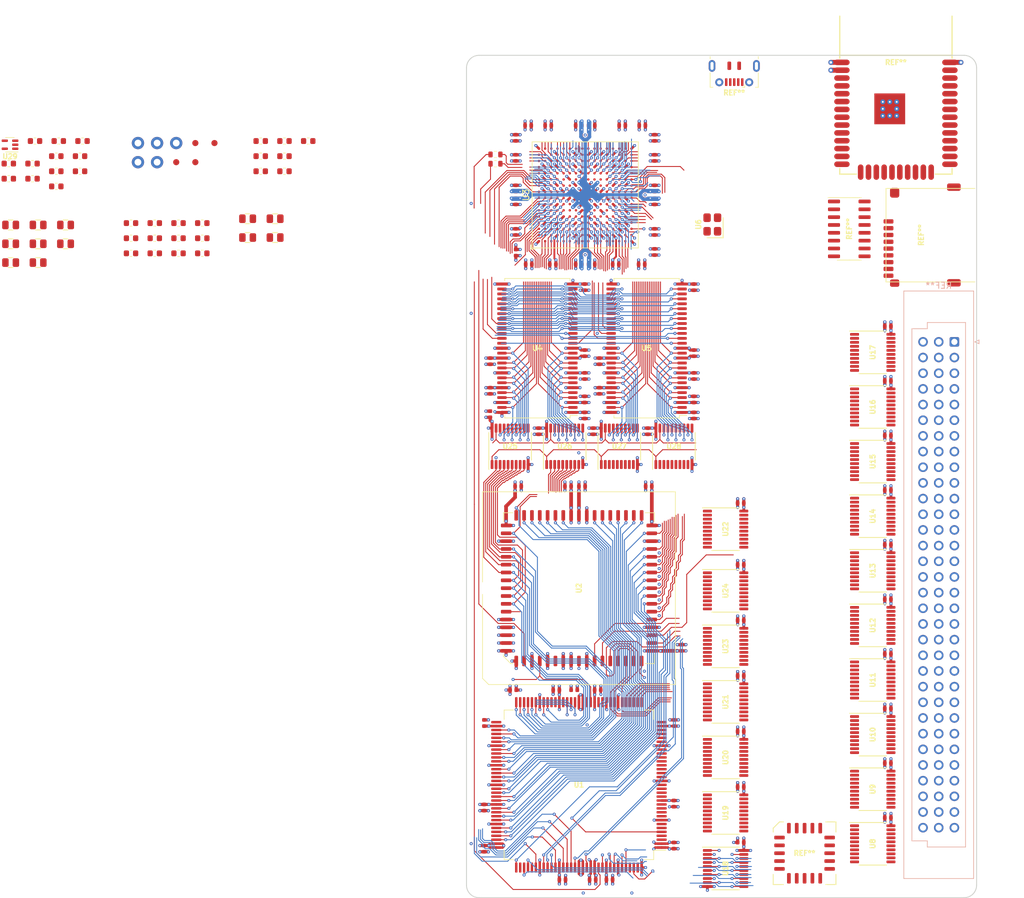
<source format=kicad_pcb>
(kicad_pcb (version 20171130) (host pcbnew "(5.1.10-1-10_14)")
  (layers (0 F.Cu signal) (1 In1.Cu power) (2 In2.Cu power) (31 B.Cu signal) (34 B.Paste user) (35 F.Paste user) (36 B.SilkS user) (37 F.SilkS user) (38 B.Mask user) (39 F.Mask user) (44 Edge.Cuts user))
  (net 0 "")
  (net 1 +5V)
  (net 2 GND)
  (net 3 +3V3)
  (net 4 /MC68k/A0)
  (net 5 /MC68k/A1)
  (net 6 /MC68k/A31)
  (net 7 /MC68k/A30)
  (net 8 /MC68k/A29)
  (net 9 /MC68k/A28)
  (net 10 /MC68k/A27)
  (net 11 /MC68k/A26)
  (net 12 /MC68k/A25)
  (net 13 /MC68k/A24)
  (net 14 /MC68k/A23)
  (net 15 /MC68k/A22)
  (net 16 /MC68k/A21)
  (net 17 /MC68k/A20)
  (net 18 /MC68k/A19)
  (net 19 /MC68k/A18)
  (net 20 /MC68k/A17)
  (net 21 /MC68k/A16)
  (net 22 /MC68k/A15)
  (net 23 /MC68k/A14)
  (net 24 /MC68k/A13)
  (net 25 /MC68k/A12)
  (net 26 /MC68k/A11)
  (net 27 /MC68k/A10)
  (net 28 /CPUBuf.sch/CPU_D15)
  (net 29 /MC68k/A9)
  (net 30 /MC68k/A8)
  (net 31 /MC68k/A7)
  (net 32 /MC68k/A6)
  (net 33 /MC68k/A5)
  (net 34 /MC68k/A4)
  (net 35 /MC68k/A3)
  (net 36 /MC68k/A2)
  (net 37 "Net-(U1-Pad62)")
  (net 38 /PDSBuf/IOB_~RESET~)
  (net 39 /MC68k/~IPL~2)
  (net 40 /MC68k/~IPL~1)
  (net 41 /MC68k/~IPL~0)
  (net 42 "Net-(U1-Pad73)")
  (net 43 "Net-(U1-Pad74)")
  (net 44 /CPUBuf.sch/CPU_D0)
  (net 45 "Net-(U1-Pad121)")
  (net 46 /Control/CPU_~CIIN~)
  (net 47 /Control/CPU_~CBACK~)
  (net 48 /Control/CPU_~HALT~)
  (net 49 /Control/CPU_~BERR~)
  (net 50 /Control/CPU_~STERM~)
  (net 51 /Control/CPUCLK)
  (net 52 "Net-(U1-Pad14)")
  (net 53 "Net-(U1-Pad16)")
  (net 54 /Control/FPU~CS~)
  (net 55 "Net-(U2-Pad15)")
  (net 56 /Control/FPUCLK)
  (net 57 "Net-(U2-Pad4)")
  (net 58 "Net-(U3-PadA2)")
  (net 59 "Net-(U3-PadA3)")
  (net 60 "Net-(U3-PadA4)")
  (net 61 "Net-(U3-PadA5)")
  (net 62 "Net-(U3-PadA6)")
  (net 63 "Net-(U3-PadA7)")
  (net 64 "Net-(U3-PadA8)")
  (net 65 "Net-(U3-PadA9)")
  (net 66 "Net-(U3-PadA10)")
  (net 67 "Net-(U3-PadA11)")
  (net 68 "Net-(U3-PadA12)")
  (net 69 "Net-(U3-PadA13)")
  (net 70 "Net-(U3-PadA14)")
  (net 71 "Net-(U3-PadA15)")
  (net 72 "Net-(U3-PadB1)")
  (net 73 "Net-(U3-PadC1)")
  (net 74 "Net-(U3-PadD1)")
  (net 75 "Net-(U3-PadE1)")
  (net 76 "Net-(U3-PadF1)")
  (net 77 "Net-(U3-PadG1)")
  (net 78 "Net-(U3-PadH1)")
  (net 79 "Net-(U3-PadJ1)")
  (net 80 "Net-(U3-PadB16)")
  (net 81 "Net-(U3-PadB15)")
  (net 82 "Net-(U3-PadB14)")
  (net 83 "Net-(U3-PadB12)")
  (net 84 "Net-(U3-PadB10)")
  (net 85 "Net-(U3-PadB8)")
  (net 86 "Net-(U3-PadB6)")
  (net 87 "Net-(U3-PadB5)")
  (net 88 "Net-(U3-PadB2)")
  (net 89 "Net-(U3-PadB3)")
  (net 90 "Net-(U3-PadC2)")
  (net 91 "Net-(U3-PadC3)")
  (net 92 "Net-(U3-PadC5)")
  (net 93 "Net-(U3-PadC6)")
  (net 94 "Net-(U3-PadC7)")
  (net 95 "Net-(U3-PadC8)")
  (net 96 "Net-(U3-PadC9)")
  (net 97 "Net-(U3-PadD3)")
  (net 98 "Net-(U3-PadD5)")
  (net 99 "Net-(U3-PadD6)")
  (net 100 "Net-(U3-PadD8)")
  (net 101 "Net-(U3-PadD9)")
  (net 102 "Net-(U3-PadE2)")
  (net 103 "Net-(U3-PadE3)")
  (net 104 "Net-(U3-PadE4)")
  (net 105 "Net-(U3-PadC10)")
  (net 106 "Net-(U3-PadC11)")
  (net 107 "Net-(U3-PadD11)")
  (net 108 "Net-(U3-PadD12)")
  (net 109 "Net-(U3-PadC12)")
  (net 110 "Net-(U3-PadC13)")
  (net 111 "Net-(U3-PadC14)")
  (net 112 "Net-(U3-PadD14)")
  (net 113 "Net-(U3-PadC15)")
  (net 114 "Net-(U3-PadD16)")
  (net 115 "Net-(U3-PadC16)")
  (net 116 "Net-(U3-PadE13)")
  (net 117 "Net-(U3-PadF13)")
  (net 118 "Net-(U3-PadG14)")
  (net 119 "Net-(U3-PadF14)")
  (net 120 "Net-(U3-PadE14)")
  (net 121 "Net-(U3-PadE15)")
  (net 122 "Net-(U3-PadF15)")
  (net 123 "Net-(U3-PadG16)")
  (net 124 "Net-(U3-PadF16)")
  (net 125 "Net-(U3-PadE16)")
  (net 126 "Net-(U3-PadF2)")
  (net 127 "Net-(U3-PadF3)")
  (net 128 "Net-(U3-PadF4)")
  (net 129 "Net-(U3-PadG3)")
  (net 130 "Net-(U3-PadH2)")
  (net 131 "Net-(U3-PadH3)")
  (net 132 "Net-(U3-PadH4)")
  (net 133 "Net-(U3-PadJ4)")
  (net 134 "Net-(U3-PadJ3)")
  (net 135 "Net-(U3-PadK1)")
  (net 136 "Net-(U3-PadK2)")
  (net 137 "Net-(U3-PadK3)")
  (net 138 "Net-(U3-PadL4)")
  (net 139 "Net-(U3-PadL3)")
  (net 140 "Net-(U3-PadL1)")
  (net 141 "Net-(U3-PadM1)")
  (net 142 "Net-(U3-PadM2)")
  (net 143 "Net-(U3-PadM3)")
  (net 144 "Net-(U3-PadM4)")
  (net 145 "Net-(U3-PadN4)")
  (net 146 "Net-(U3-PadP4)")
  (net 147 "Net-(U3-PadN3)")
  (net 148 "Net-(U3-PadP2)")
  (net 149 "Net-(U3-PadR2)")
  (net 150 "Net-(U3-PadN1)")
  (net 151 "Net-(U3-PadP1)")
  (net 152 "Net-(U3-PadR1)")
  (net 153 "Net-(U3-PadT4)")
  (net 154 "Net-(U3-PadE8)")
  (net 155 "Net-(U3-PadE7)")
  (net 156 "Net-(U3-PadE6)")
  (net 157 "Net-(U3-PadF5)")
  (net 158 "Net-(U3-PadF6)")
  (net 159 "Net-(U3-PadF7)")
  (net 160 "Net-(U3-PadG5)")
  (net 161 "Net-(U3-PadG6)")
  (net 162 "Net-(U3-PadH5)")
  (net 163 "Net-(U3-PadJ6)")
  (net 164 "Net-(U3-PadK5)")
  (net 165 "Net-(U3-PadK6)")
  (net 166 "Net-(U3-PadL5)")
  (net 167 "Net-(U3-PadL7)")
  (net 168 "Net-(U3-PadL8)")
  (net 169 "Net-(U3-PadM5)")
  (net 170 "Net-(U3-PadM6)")
  (net 171 "Net-(U3-PadM7)")
  (net 172 "Net-(U3-PadP5)")
  (net 173 "Net-(U3-PadP6)")
  (net 174 "Net-(U3-PadR5)")
  (net 175 "Net-(U3-PadT5)")
  (net 176 "Net-(U3-PadT6)")
  (net 177 "Net-(U3-PadN5)")
  (net 178 "Net-(U3-PadN6)")
  (net 179 "Net-(U3-PadP11)")
  (net 180 "Net-(U3-PadP9)")
  (net 181 "Net-(U3-PadP8)")
  (net 182 "Net-(U3-PadP7)")
  (net 183 "Net-(U3-PadR7)")
  (net 184 "Net-(U3-PadR9)")
  (net 185 "Net-(U3-PadT7)")
  (net 186 "Net-(U3-PadT8)")
  (net 187 "Net-(U3-PadT9)")
  (net 188 "Net-(U3-PadN8)")
  (net 189 "Net-(U3-PadE10)")
  (net 190 "Net-(U3-PadE11)")
  (net 191 "Net-(U3-PadE12)")
  (net 192 "Net-(U3-PadF9)")
  (net 193 "Net-(U3-PadF10)")
  (net 194 "Net-(U3-PadF12)")
  (net 195 "Net-(U3-PadG12)")
  (net 196 "Net-(U3-PadG11)")
  (net 197 "Net-(U3-PadR12)")
  (net 198 "Net-(U3-PadT12)")
  (net 199 "Net-(U3-PadH11)")
  (net 200 "Net-(U3-PadJ11)")
  (net 201 "Net-(U3-PadJ12)")
  (net 202 "Net-(U3-PadH13)")
  (net 203 "Net-(U3-PadJ13)")
  (net 204 "Net-(U3-PadL13)")
  (net 205 "Net-(U3-PadM13)")
  (net 206 "Net-(U3-PadT13)")
  (net 207 "Net-(U3-PadN9)")
  (net 208 "Net-(U3-PadM9)")
  (net 209 "Net-(U3-PadL10)")
  (net 210 "Net-(U3-PadM10)")
  (net 211 "Net-(U3-PadT14)")
  (net 212 "Net-(U3-PadR14)")
  (net 213 "Net-(U3-PadP14)")
  (net 214 "Net-(U3-PadN14)")
  (net 215 "Net-(U3-PadM14)")
  (net 216 "Net-(U3-PadL14)")
  (net 217 "Net-(U3-PadK14)")
  (net 218 "Net-(U3-PadJ14)")
  (net 219 "Net-(U3-PadH14)")
  (net 220 "Net-(U3-PadH15)")
  (net 221 "Net-(U3-PadK15)")
  (net 222 "Net-(U3-PadM15)")
  (net 223 "Net-(U3-PadP15)")
  (net 224 "Net-(U3-PadR15)")
  (net 225 "Net-(U3-PadT15)")
  (net 226 "Net-(U3-PadM11)")
  (net 227 "Net-(U3-PadL11)")
  (net 228 "Net-(U3-PadK11)")
  (net 229 "Net-(U3-PadK12)")
  (net 230 "Net-(U3-PadL12)")
  (net 231 "Net-(U3-PadM12)")
  (net 232 "Net-(U3-PadR16)")
  (net 233 "Net-(U3-PadP16)")
  (net 234 "Net-(U3-PadN16)")
  (net 235 "Net-(U3-PadM16)")
  (net 236 "Net-(U3-PadL16)")
  (net 237 "Net-(U3-PadK16)")
  (net 238 "Net-(U3-PadJ16)")
  (net 239 "Net-(U3-PadH16)")
  (net 240 /RAM/D15)
  (net 241 /RAM/D14)
  (net 242 /RAM/D13)
  (net 243 /RAM/D12)
  (net 244 /RAM/D11)
  (net 245 /RAM/D10)
  (net 246 /RAM/D9)
  (net 247 /RAM/D8)
  (net 248 /RAM/DQM1)
  (net 249 /RAM/CLK01)
  (net 250 /RAM/CKE)
  (net 251 /RAM/RA12)
  (net 252 /RAM/RA11)
  (net 253 /RAM/RA9)
  (net 254 /RAM/RA8)
  (net 255 /RAM/RA7)
  (net 256 /RAM/RA6)
  (net 257 /RAM/RA5)
  (net 258 /RAM/RA4)
  (net 259 /RAM/RA3)
  (net 260 /RAM/RA2)
  (net 261 /RAM/RA1)
  (net 262 /RAM/RA0)
  (net 263 /RAM/RA10)
  (net 264 /RAM/BA1)
  (net 265 /RAM/BA0)
  (net 266 /Control/RAM_~CS~)
  (net 267 /Control/RAM_~RAS~)
  (net 268 /Control/RAM_~CAS~)
  (net 269 /Control/RAM_~WE~)
  (net 270 /RAM/DQM0)
  (net 271 /RAM/D7)
  (net 272 /RAM/D6)
  (net 273 /RAM/D5)
  (net 274 /RAM/D4)
  (net 275 /RAM/D3)
  (net 276 /RAM/D2)
  (net 277 /RAM/D1)
  (net 278 /RAM/D0)
  (net 279 /RAM/D16)
  (net 280 /RAM/D17)
  (net 281 /RAM/D18)
  (net 282 /RAM/D19)
  (net 283 /RAM/D20)
  (net 284 /RAM/D21)
  (net 285 /RAM/D22)
  (net 286 /RAM/D23)
  (net 287 /RAM/DQM2)
  (net 288 /RAM/CLK23)
  (net 289 /RAM/DQM3)
  (net 290 /RAM/D24)
  (net 291 /RAM/D25)
  (net 292 /RAM/D26)
  (net 293 /RAM/D27)
  (net 294 /RAM/D28)
  (net 295 /RAM/D29)
  (net 296 /RAM/D30)
  (net 297 /RAM/D31)
  (net 298 /PDSBuf/IOB_SIZ1)
  (net 299 /PDSBuf/IOB_SIZ0)
  (net 300 /PDS/A3)
  (net 301 /PDS/A2)
  (net 302 /PDS/A1)
  (net 303 /PDS/A0)
  (net 304 /PDSBuf/IOB_~AS~)
  (net 305 /PDSBuf/IOB_~DS~)
  (net 306 /Control/IOC_~DS~)
  (net 307 /Control/IOC_~AS~)
  (net 308 /PDSBuf/IOC_A0)
  (net 309 /PDSBuf/IOC_A1)
  (net 310 /PDSBuf/IOC_A2)
  (net 311 /PDSBuf/IOC_A3)
  (net 312 /PDSBuf/IOC_SIZ0)
  (net 313 /PDSBuf/IOC_SIZ1)
  (net 314 /PDSBuf/A~OE~)
  (net 315 /PDSBuf/ADoutLE)
  (net 316 /PDS/A24)
  (net 317 /PDS/A25)
  (net 318 /PDS/A26)
  (net 319 /PDS/A27)
  (net 320 /PDS/A30)
  (net 321 /PDS/A31)
  (net 322 /PDSBuf/IOB_R~W~)
  (net 323 "Net-(U9-Pad19)")
  (net 324 /PDS/A16)
  (net 325 /PDS/A17)
  (net 326 /PDS/A18)
  (net 327 /PDS/A19)
  (net 328 /PDS/A20)
  (net 329 /PDS/A21)
  (net 330 /PDS/A22)
  (net 331 /PDS/A23)
  (net 332 /PDS/A8)
  (net 333 /PDS/A9)
  (net 334 /PDS/A10)
  (net 335 /PDS/A11)
  (net 336 /PDS/A12)
  (net 337 /PDS/A13)
  (net 338 /PDS/A14)
  (net 339 /PDS/A15)
  (net 340 /PDS/A7)
  (net 341 /PDS/A6)
  (net 342 /PDS/A5)
  (net 343 /PDS/A4)
  (net 344 /PDSBuf/IOB_~RMC~)
  (net 345 /PDSBuf/IOB_FC2)
  (net 346 /PDSBuf/IOB_FC1)
  (net 347 /PDSBuf/IOB_FC0)
  (net 348 /Control/IOB_~DSACK~0)
  (net 349 /PDSBuf/IOB_~DSACK~1)
  (net 350 /Control/IOB_~HALT~)
  (net 351 /PDS/C16M)
  (net 352 /Control/IOB_~BERR~)
  (net 353 /PDSBuf/FSB_~RESET~)
  (net 354 "Net-(U13-Pad9)")
  (net 355 /PDSBuf/IOB_~DSACK~0)
  (net 356 "Net-(U13-Pad7)")
  (net 357 /PDSBuf/IOB_~HALT~)
  (net 358 /Control/IOB_C16M)
  (net 359 /PDSBuf/IOB_~BERR~)
  (net 360 /Control/IOB_~DSACK~1)
  (net 361 /Control/CPU_~DSACK~1)
  (net 362 /Control/CPU_~DSACK~0)
  (net 363 "Net-(U22-Pad4)")
  (net 364 "Net-(U22-Pad5)")
  (net 365 "Net-(U22-Pad6)")
  (net 366 "Net-(U22-Pad7)")
  (net 367 "Net-(U22-Pad8)")
  (net 368 "Net-(U22-Pad9)")
  (net 369 "Net-(U22-Pad12)")
  (net 370 "Net-(U22-Pad13)")
  (net 371 "Net-(U22-Pad14)")
  (net 372 "Net-(U22-Pad15)")
  (net 373 "Net-(U22-Pad16)")
  (net 374 "Net-(U22-Pad17)")
  (net 375 "Net-(U23-Pad9)")
  (net 376 "Net-(U24-Pad5)")
  (net 377 "Net-(U24-Pad7)")
  (net 378 "Net-(U24-Pad9)")
  (net 379 /PDSBuf/DDIR)
  (net 380 /PDSBuf/IOC_D0)
  (net 381 /PDSBuf/IOC_D1)
  (net 382 /PDSBuf/IOC_D2)
  (net 383 /PDSBuf/IOC_D3)
  (net 384 /PDSBuf/IOC_D4)
  (net 385 /PDSBuf/IOC_D5)
  (net 386 /PDSBuf/IOC_D6)
  (net 387 /PDSBuf/IOC_D7)
  (net 388 /PDS/D7)
  (net 389 /PDS/D6)
  (net 390 /PDS/D5)
  (net 391 /PDS/D4)
  (net 392 /PDS/D3)
  (net 393 /PDS/D2)
  (net 394 /PDS/D1)
  (net 395 /PDS/D0)
  (net 396 /PDSBuf/D~OE~)
  (net 397 /PDSBuf/IOC_D8)
  (net 398 /PDSBuf/IOC_D9)
  (net 399 /PDSBuf/IOC_D10)
  (net 400 /PDSBuf/IOC_D11)
  (net 401 /PDSBuf/IOC_D12)
  (net 402 /PDSBuf/IOC_D13)
  (net 403 /PDSBuf/IOC_D14)
  (net 404 /PDSBuf/IOC_D15)
  (net 405 /PDS/D15)
  (net 406 /PDS/D14)
  (net 407 /PDS/D13)
  (net 408 /PDS/D12)
  (net 409 /PDS/D11)
  (net 410 /PDS/D10)
  (net 411 /PDS/D9)
  (net 412 /PDS/D8)
  (net 413 /PDS/D16)
  (net 414 /PDS/D17)
  (net 415 /PDS/D18)
  (net 416 /PDS/D19)
  (net 417 /PDS/D20)
  (net 418 /PDS/D21)
  (net 419 /PDS/D22)
  (net 420 /PDS/D23)
  (net 421 /PDSBuf/IOC_D23)
  (net 422 /PDSBuf/IOC_D22)
  (net 423 /PDSBuf/IOC_D21)
  (net 424 /PDSBuf/IOC_D20)
  (net 425 /PDSBuf/IOC_D19)
  (net 426 /PDSBuf/IOC_D18)
  (net 427 /PDSBuf/IOC_D17)
  (net 428 /PDSBuf/IOC_D16)
  (net 429 /PDS/D24)
  (net 430 /PDS/D25)
  (net 431 /PDS/D26)
  (net 432 /PDS/D27)
  (net 433 /PDS/D28)
  (net 434 /PDS/D29)
  (net 435 /PDS/D30)
  (net 436 /PDS/D31)
  (net 437 /PDSBuf/IOC_D31)
  (net 438 /PDSBuf/IOC_D30)
  (net 439 /PDSBuf/IOC_D29)
  (net 440 /PDSBuf/IOC_D28)
  (net 441 /PDSBuf/IOC_D27)
  (net 442 /PDSBuf/IOC_D26)
  (net 443 /PDSBuf/IOC_D25)
  (net 444 /PDSBuf/IOC_D24)
  (net 445 /Control/CPU_D~OE~)
  (net 446 /Control/CPU_DDIR)
  (net 447 +1V2)
  (net 448 "Net-(U6-Pad4)")
  (net 449 "Net-(U6-Pad3)")
  (net 450 "Net-(U6-Pad2)")
  (net 451 "Net-(U6-Pad1)")
  (net 452 -5V)
  (net 453 +12V)
  (net 454 -12V)
  (net 455 /Control/HSWAPEN)
  (net 456 /Control/~INIT~)
  (net 457 /Control/~PROG~)
  (net 458 /Control/M0)
  (net 459 /Control/DONE)
  (net 460 /Control/M1)
  (net 461 /Control/RESET~OE~)
  (net 462 "Net-(R1-Pad1)")
  (net 463 /CPUBuf/CPU_D8)
  (net 464 /CPUBuf/CPU_D9)
  (net 465 /CPUBuf/CPU_D10)
  (net 466 /CPUBuf/CPU_D11)
  (net 467 /CPUBuf/CPU_D12)
  (net 468 /CPUBuf/CPU_D13)
  (net 469 /CPUBuf/CPU_D14)
  (net 470 /CPUBuf/CPU_D15)
  (net 471 /CPUBuf/CPU_D16)
  (net 472 /CPUBuf/CPU_D17)
  (net 473 /CPUBuf/CPU_D18)
  (net 474 /CPUBuf/CPU_D19)
  (net 475 /CPUBuf/CPU_D20)
  (net 476 /CPUBuf/CPU_D21)
  (net 477 /CPUBuf/CPU_D22)
  (net 478 /CPUBuf/CPU_D23)
  (net 479 /CPUBuf/CPU_D24)
  (net 480 /CPUBuf/CPU_D25)
  (net 481 /CPUBuf/CPU_D26)
  (net 482 /CPUBuf/CPU_D27)
  (net 483 /CPUBuf/CPU_D28)
  (net 484 /CPUBuf/CPU_D29)
  (net 485 /CPUBuf/CPU_D30)
  (net 486 /CPUBuf/CPU_D31)
  (net 487 /CPUBuf/CPU_D0)
  (net 488 /CPUBuf/CPU_D1)
  (net 489 /CPUBuf/CPU_D2)
  (net 490 /CPUBuf/CPU_D3)
  (net 491 /CPUBuf/CPU_D4)
  (net 492 /CPUBuf/CPU_D5)
  (net 493 /CPUBuf/CPU_D6)
  (net 494 /CPUBuf/CPU_D7)
  (net 495 /CPUBuf/CPU_R~W~)
  (net 496 /CPUBuf/CPU_~ECS~)
  (net 497 /CPUBuf/CPU_SIZ1)
  (net 498 /CPUBuf/CPU_SIZ0)
  (net 499 /CPUBuf/CPU_~DS~)
  (net 500 /CPUBuf/CPU_~AS~)
  (net 501 /CPUBuf/CPU_~CBREQ~)
  (net 502 /CPUBuf/CPU_~DSACK~1)
  (net 503 /CPUBuf/CPU_~DSACK~0)
  (net 504 /CPUBuf/CPU_FC2)
  (net 505 /CPUBuf/CPU_FC1)
  (net 506 /CPUBuf/CPU_FC0)
  (net 507 /CPUBuf/CPU_~RMC~)
  (net 508 /CPUBuf/CPU_~CIOUT~)
  (net 509 "Net-(U3-PadT3)")
  (net 510 /Control/MOSI_DIN)
  (net 511 /Control/CCLK_SCK)
  (net 512 "Net-(U3-PadT10)")
  (net 513 "Net-(U3-PadP12)")
  (net 514 "Net-(U3-PadN12)")
  (net 515 /CPUBuf/FSB_A24)
  (net 516 /CPUBuf/FSB_A25)
  (net 517 /CPUBuf/FSB_A26)
  (net 518 /CPUBuf/FSB_A27)
  (net 519 /CPUBuf/FSB_A30)
  (net 520 /CPUBuf/FSB_A31)
  (net 521 /CPUBuf/FSB_R~W~)
  (net 522 /CPUBuf/FSB_A23)
  (net 523 /CPUBuf/FSB_A22)
  (net 524 /CPUBuf/FSB_A21)
  (net 525 /CPUBuf/FSB_A20)
  (net 526 /CPUBuf/FSB_A19)
  (net 527 /CPUBuf/FSB_A18)
  (net 528 /CPUBuf/FSB_A17)
  (net 529 /CPUBuf/FSB_A16)
  (net 530 /CPUBuf/FSB_A8)
  (net 531 /CPUBuf/FSB_A9)
  (net 532 /CPUBuf/FSB_A10)
  (net 533 /CPUBuf/FSB_A11)
  (net 534 /CPUBuf/FSB_A12)
  (net 535 /CPUBuf/FSB_A13)
  (net 536 /CPUBuf/FSB_A14)
  (net 537 /CPUBuf/FSB_A15)
  (net 538 /CPUBuf/FSB_FC0)
  (net 539 /CPUBuf/FSB_FC1)
  (net 540 /CPUBuf/FSB_FC2)
  (net 541 /CPUBuf/FSB_A4)
  (net 542 /CPUBuf/FSB_A5)
  (net 543 /CPUBuf/FSB_A6)
  (net 544 /CPUBuf/FSB_A7)
  (net 545 /CPUBuf/A~OE~)
  (net 546 /CPUBuf/FSB_A3)
  (net 547 /CPUBuf/FSB_A2)
  (net 548 /CPUBuf/FSB_A1)
  (net 549 /CPUBuf/FSB_A0)
  (net 550 /CPUBuf/FSB_A28)
  (net 551 /CPUBuf/FSB_A29)
  (net 552 /CPUBuf/DSACK~OE~)
  (net 553 /CPUBuf/FSB_~CIOUT~)
  (net 554 /CPUBuf/FSB_SIZ0)
  (net 555 /CPUBuf/FSB_SIZ1)
  (net 556 /CPUBuf/FSB_~AS~)
  (net 557 /CPUBuf/FSB_~CBREQ~)
  (net 558 /CPUBuf/FSB_~DS~)
  (net 559 /CPUBuf/FSB_~ECS~)
  (net 560 /CPUBuf/FSB_~RMC~)
  (module stdpads:PLCC-68_SMDSocket (layer F.Cu) (at 207.5815 113.792 90)
    (fp_text reference U2 (at 0 0 90) (layer F.SilkS) (effects (font (size 0.8128 0.8128) (thickness 0.2032))))
    (fp_text value MC68882FN)
    (pad 66 smd roundrect (at 3.81 -11.8 90) (size 0.6 1.7) (layers F.Cu F.Paste F.Mask) (net 492 /CPUBuf/CPU_D5))
    (pad 65 smd roundrect (at 5.08 -11.8 90) (size 0.6 1.7) (layers F.Cu F.Paste F.Mask) (net 493 /CPUBuf/CPU_D6))
    (pad 64 smd roundrect (at 6.35 -11.8 90) (size 0.6 1.7) (layers F.Cu F.Paste F.Mask) (net 494 /CPUBuf/CPU_D7))
    (pad 63 smd roundrect (at 7.62 -11.8 90) (size 0.6 1.7) (layers F.Cu F.Paste F.Mask) (net 2 GND))
    (pad 62 smd roundrect (at 8.89 -11.8 90) (size 0.6 1.7) (layers F.Cu F.Paste F.Mask) (net 463 /CPUBuf/CPU_D8))
    (pad 61 smd roundrect (at 10.16 -11.8 90) (size 0.6 1.7) (layers F.Cu F.Paste F.Mask) (net 1 +5V))
    (pad 60 smd roundrect (at 11.8 -10.16 90) (size 1.7 0.6) (layers F.Cu F.Paste F.Mask) (net 464 /CPUBuf/CPU_D9))
    (pad 40 smd roundrect (at 6.35 11.8 90) (size 0.6 1.7) (layers F.Cu F.Paste F.Mask) (net 479 /CPUBuf/CPU_D24))
    (pad 39 smd roundrect (at 5.08 11.8 90) (size 0.6 1.7) (layers F.Cu F.Paste F.Mask) (net 480 /CPUBuf/CPU_D25))
    (pad 38 smd roundrect (at 3.81 11.8 90) (size 0.6 1.7) (layers F.Cu F.Paste F.Mask) (net 481 /CPUBuf/CPU_D26))
    (pad 37 smd roundrect (at 2.54 11.8 90) (size 0.6 1.7) (layers F.Cu F.Paste F.Mask) (net 482 /CPUBuf/CPU_D27))
    (pad 36 smd roundrect (at 1.27 11.8 90) (size 0.6 1.7) (layers F.Cu F.Paste F.Mask) (net 483 /CPUBuf/CPU_D28))
    (pad 35 smd roundrect (at 0 11.8 90) (size 0.6 1.7) (layers F.Cu F.Paste F.Mask) (net 484 /CPUBuf/CPU_D29))
    (pad 34 smd roundrect (at -1.27 11.8 90) (size 0.6 1.7) (layers F.Cu F.Paste F.Mask) (net 485 /CPUBuf/CPU_D30))
    (pad 33 smd roundrect (at -2.54 11.8 90) (size 0.6 1.7) (layers F.Cu F.Paste F.Mask) (net 486 /CPUBuf/CPU_D31))
    (pad 32 smd roundrect (at -3.81 11.8 90) (size 0.6 1.7) (layers F.Cu F.Paste F.Mask) (net 502 /CPUBuf/CPU_~DSACK~1))
    (pad 31 smd roundrect (at -5.08 11.8 90) (size 0.6 1.7) (layers F.Cu F.Paste F.Mask) (net 503 /CPUBuf/CPU_~DSACK~0))
    (pad 30 smd roundrect (at -6.35 11.8 90) (size 0.6 1.7) (layers F.Cu F.Paste F.Mask) (net 2 GND))
    (pad 29 smd roundrect (at -7.62 11.8 90) (size 0.6 1.7) (layers F.Cu F.Paste F.Mask) (net 54 /Control/FPU~CS~))
    (pad 28 smd roundrect (at -8.89 11.8 90) (size 0.6 1.7) (layers F.Cu F.Paste F.Mask) (net 495 /CPUBuf/CPU_R~W~))
    (pad 27 smd roundrect (at -10.16 11.8 90) (size 0.6 1.7) (layers F.Cu F.Paste F.Mask) (net 1 +5V))
    (pad 26 smd roundrect (at -11.8 10.16 90) (size 1.7 0.6) (layers F.Cu F.Paste F.Mask) (net 1 +5V))
    (pad 25 smd roundrect (at -11.8 8.89 90) (size 1.7 0.6) (layers F.Cu F.Paste F.Mask) (net 5 /MC68k/A1))
    (pad 24 smd roundrect (at -11.8 7.62 90) (size 1.7 0.6) (layers F.Cu F.Paste F.Mask) (net 36 /MC68k/A2))
    (pad 23 smd roundrect (at -11.8 6.35 90) (size 1.7 0.6) (layers F.Cu F.Paste F.Mask) (net 35 /MC68k/A3))
    (pad 22 smd roundrect (at -11.8 5.08 90) (size 1.7 0.6) (layers F.Cu F.Paste F.Mask) (net 34 /MC68k/A4))
    (pad 21 smd roundrect (at -11.8 3.81 90) (size 1.7 0.6) (layers F.Cu F.Paste F.Mask) (net 500 /CPUBuf/CPU_~AS~))
    (pad 20 smd roundrect (at -11.8 2.54 90) (size 1.7 0.6) (layers F.Cu F.Paste F.Mask) (net 499 /CPUBuf/CPU_~DS~))
    (pad 19 smd roundrect (at -11.8 1.27 90) (size 1.7 0.6) (layers F.Cu F.Paste F.Mask) (net 2 GND))
    (pad 18 smd roundrect (at -11.8 0 90) (size 1.7 0.6) (layers F.Cu F.Paste F.Mask) (net 1 +5V))
    (pad 17 smd roundrect (at -11.8 -1.27 90) (size 1.7 0.6) (layers F.Cu F.Paste F.Mask) (net 1 +5V))
    (pad 16 smd roundrect (at -11.8 -2.54 90) (size 1.7 0.6) (layers F.Cu F.Paste F.Mask) (net 1 +5V))
    (pad 15 smd roundrect (at -11.8 -3.81 90) (size 1.7 0.6) (layers F.Cu F.Paste F.Mask) (net 55 "Net-(U2-Pad15)"))
    (pad 14 smd roundrect (at -11.8 -5.08 90) (size 1.7 0.6) (layers F.Cu F.Paste F.Mask) (net 2 GND))
    (pad 13 smd roundrect (at -11.8 -6.35 90) (size 1.7 0.6) (layers F.Cu F.Paste F.Mask) (net 38 /PDSBuf/IOB_~RESET~))
    (pad 12 smd roundrect (at -11.8 -7.62 90) (size 1.7 0.6) (layers F.Cu F.Paste F.Mask) (net 2 GND))
    (pad 11 smd roundrect (at -11.8 -8.89 90) (size 1.7 0.6) (layers F.Cu F.Paste F.Mask) (net 56 /Control/FPUCLK))
    (pad 10 smd roundrect (at -11.8 -10.16 90) (size 1.7 0.6) (layers F.Cu F.Paste F.Mask) (net 1 +5V))
    (pad 9 smd roundrect (at -10.16 -11.8 90) (size 0.6 1.7) (layers F.Cu F.Paste F.Mask) (net 2 GND))
    (pad 8 smd roundrect (at -8.89 -11.8 90) (size 0.6 1.7) (layers F.Cu F.Paste F.Mask) (net 2 GND))
    (pad 55 smd roundrect (at 11.8 -3.81 90) (size 1.7 0.6) (layers F.Cu F.Paste F.Mask) (net 469 /CPUBuf/CPU_D14))
    (pad 54 smd roundrect (at 11.8 -2.54 90) (size 1.7 0.6) (layers F.Cu F.Paste F.Mask) (net 470 /CPUBuf/CPU_D15))
    (pad 53 smd roundrect (at 11.8 -1.27 90) (size 1.7 0.6) (layers F.Cu F.Paste F.Mask) (net 1 +5V))
    (pad 52 smd roundrect (at 11.8 0 90) (size 1.7 0.6) (layers F.Cu F.Paste F.Mask) (net 1 +5V))
    (pad 51 smd roundrect (at 11.8 1.27 90) (size 1.7 0.6) (layers F.Cu F.Paste F.Mask) (net 2 GND))
    (pad 50 smd roundrect (at 11.8 2.54 90) (size 1.7 0.6) (layers F.Cu F.Paste F.Mask) (net 471 /CPUBuf/CPU_D16))
    (pad 49 smd roundrect (at 11.8 3.81 90) (size 1.7 0.6) (layers F.Cu F.Paste F.Mask) (net 472 /CPUBuf/CPU_D17))
    (pad 48 smd roundrect (at 11.8 5.08 90) (size 1.7 0.6) (layers F.Cu F.Paste F.Mask) (net 473 /CPUBuf/CPU_D18))
    (pad 47 smd roundrect (at 11.8 6.35 90) (size 1.7 0.6) (layers F.Cu F.Paste F.Mask) (net 474 /CPUBuf/CPU_D19))
    (pad 46 smd roundrect (at 11.8 7.62 90) (size 1.7 0.6) (layers F.Cu F.Paste F.Mask) (net 475 /CPUBuf/CPU_D20))
    (pad 45 smd roundrect (at 11.8 8.89 90) (size 1.7 0.6) (layers F.Cu F.Paste F.Mask) (net 476 /CPUBuf/CPU_D21))
    (pad 44 smd roundrect (at 11.8 10.16 90) (size 1.7 0.6) (layers F.Cu F.Paste F.Mask) (net 477 /CPUBuf/CPU_D22))
    (pad 43 smd roundrect (at 10.16 11.8 90) (size 0.6 1.7) (layers F.Cu F.Paste F.Mask) (net 1 +5V))
    (pad 42 smd roundrect (at 8.89 11.8 90) (size 0.6 1.7) (layers F.Cu F.Paste F.Mask) (net 478 /CPUBuf/CPU_D23))
    (pad 41 smd roundrect (at 7.62 11.8 90) (size 0.6 1.7) (layers F.Cu F.Paste F.Mask) (net 2 GND))
    (pad 59 smd roundrect (at 11.8 -8.89 90) (size 1.7 0.6) (layers F.Cu F.Paste F.Mask) (net 465 /CPUBuf/CPU_D10))
    (pad 58 smd roundrect (at 11.8 -7.62 90) (size 1.7 0.6) (layers F.Cu F.Paste F.Mask) (net 466 /CPUBuf/CPU_D11))
    (pad 57 smd roundrect (at 11.8 -6.35 90) (size 1.7 0.6) (layers F.Cu F.Paste F.Mask) (net 467 /CPUBuf/CPU_D12))
    (pad 56 smd roundrect (at 11.8 -5.08 90) (size 1.7 0.6) (layers F.Cu F.Paste F.Mask) (net 468 /CPUBuf/CPU_D13))
    (pad 67 smd roundrect (at 2.54 -11.8 90) (size 0.6 1.7) (layers F.Cu F.Paste F.Mask) (net 491 /CPUBuf/CPU_D4))
    (pad 68 smd roundrect (at 1.27 -11.8 90) (size 0.6 1.7) (layers F.Cu F.Paste F.Mask) (net 490 /CPUBuf/CPU_D3))
    (pad 7 smd roundrect (at -7.62 -11.8 90) (size 0.6 1.7) (layers F.Cu F.Paste F.Mask) (net 2 GND))
    (pad 6 smd roundrect (at -6.35 -11.8 90) (size 0.6 1.7) (layers F.Cu F.Paste F.Mask) (net 2 GND))
    (pad 5 smd roundrect (at -5.08 -11.8 90) (size 0.6 1.7) (layers F.Cu F.Paste F.Mask) (net 2 GND))
    (pad 4 smd roundrect (at -3.81 -11.8 90) (size 0.6 1.7) (layers F.Cu F.Paste F.Mask) (net 57 "Net-(U2-Pad4)"))
    (pad 3 smd roundrect (at -2.54 -11.8 90) (size 0.6 1.7) (layers F.Cu F.Paste F.Mask) (net 487 /CPUBuf/CPU_D0))
    (pad 2 smd roundrect (at -1.27 -11.8 90) (size 0.6 1.7) (layers F.Cu F.Paste F.Mask) (net 488 /CPUBuf/CPU_D1))
    (pad 1 smd roundrect (at 0 -11.8 90) (size 0.6 1.7) (layers F.Cu F.Paste F.Mask) (net 489 /CPUBuf/CPU_D2))
  )
  (module stdpads:C_0402 (layer F.Cu) (at 209.65 38.8)
    (fp_text reference REF**)
    (fp_text value C_0402)
    (pad 2 smd roundrect (at 0.5 0) (size 0.6 0.65) (layers F.Cu F.Paste F.Mask) (net 2 GND))
    (pad 1 smd roundrect (at -0.5 0) (size 0.6 0.65) (layers F.Cu F.Paste F.Mask) (net 447 +1V2))
  )
  (module stdpads:C_0402 (layer F.Cu) (at 197.35 49 90)
    (fp_text reference REF**)
    (fp_text value C_0402)
    (pad 1 smd roundrect (at -0.5 0 90) (size 0.6 0.65) (layers F.Cu F.Paste F.Mask) (net 447 +1V2))
    (pad 2 smd roundrect (at 0.5 0 90) (size 0.6 0.65) (layers F.Cu F.Paste F.Mask) (net 2 GND))
  )
  (module stdpads:C_0402 (layer F.Cu) (at 197.35 51.1 270)
    (fp_text reference REF**)
    (fp_text value C_0402)
    (pad 2 smd roundrect (at 0.5 0 270) (size 0.6 0.65) (layers F.Cu F.Paste F.Mask) (net 2 GND))
    (pad 1 smd roundrect (at -0.5 0 270) (size 0.6 0.65) (layers F.Cu F.Paste F.Mask) (net 447 +1V2))
  )
  (module stdpads:C_0402 (layer F.Cu) (at 207.55 38.8 180)
    (fp_text reference REF**)
    (fp_text value C_0402)
    (pad 1 smd roundrect (at -0.5 0 180) (size 0.6 0.65) (layers F.Cu F.Paste F.Mask) (net 447 +1V2))
    (pad 2 smd roundrect (at 0.5 0 180) (size 0.6 0.65) (layers F.Cu F.Paste F.Mask) (net 2 GND))
  )
  (module Package_BGA:BGA-256_17.0x17.0mm_Layout16x16_P1.0mm_Ball0.5mm_Pad0.4mm_NSMD (layer F.Cu) (at 208.6 50.05 90)
    (fp_text reference U3 (at 0 -9.6 90) (layer F.SilkS))
    (fp_text value XC6SLX9-FTG256)
    (pad A1 smd circle (at -7.5 -7.5 90) (size 0.4 0.4) (layers F.Cu F.Paste F.Mask) (net 2 GND))
    (pad A2 smd circle (at -6.5 -7.5 90) (size 0.4 0.4) (layers F.Cu F.Paste F.Mask) (net 58 "Net-(U3-PadA2)"))
    (pad A3 smd circle (at -5.5 -7.5 90) (size 0.4 0.4) (layers F.Cu F.Paste F.Mask) (net 59 "Net-(U3-PadA3)"))
    (pad A4 smd circle (at -4.5 -7.5 90) (size 0.4 0.4) (layers F.Cu F.Paste F.Mask) (net 60 "Net-(U3-PadA4)"))
    (pad A5 smd circle (at -3.5 -7.5 90) (size 0.4 0.4) (layers F.Cu F.Paste F.Mask) (net 61 "Net-(U3-PadA5)"))
    (pad A6 smd circle (at -2.5 -7.5 90) (size 0.4 0.4) (layers F.Cu F.Paste F.Mask) (net 62 "Net-(U3-PadA6)"))
    (pad A7 smd circle (at -1.5 -7.5 90) (size 0.4 0.4) (layers F.Cu F.Paste F.Mask) (net 63 "Net-(U3-PadA7)"))
    (pad A8 smd circle (at -0.5 -7.5 90) (size 0.4 0.4) (layers F.Cu F.Paste F.Mask) (net 64 "Net-(U3-PadA8)"))
    (pad A9 smd circle (at 0.5 -7.5 90) (size 0.4 0.4) (layers F.Cu F.Paste F.Mask) (net 65 "Net-(U3-PadA9)"))
    (pad A10 smd circle (at 1.5 -7.5 90) (size 0.4 0.4) (layers F.Cu F.Paste F.Mask) (net 66 "Net-(U3-PadA10)"))
    (pad A11 smd circle (at 2.5 -7.5 90) (size 0.4 0.4) (layers F.Cu F.Paste F.Mask) (net 67 "Net-(U3-PadA11)"))
    (pad A12 smd circle (at 3.5 -7.5 90) (size 0.4 0.4) (layers F.Cu F.Paste F.Mask) (net 68 "Net-(U3-PadA12)"))
    (pad A13 smd circle (at 4.5 -7.5 90) (size 0.4 0.4) (layers F.Cu F.Paste F.Mask) (net 69 "Net-(U3-PadA13)"))
    (pad A14 smd circle (at 5.5 -7.5 90) (size 0.4 0.4) (layers F.Cu F.Paste F.Mask) (net 70 "Net-(U3-PadA14)"))
    (pad A15 smd circle (at 6.5 -7.5 90) (size 0.4 0.4) (layers F.Cu F.Paste F.Mask) (net 71 "Net-(U3-PadA15)"))
    (pad A16 smd circle (at 7.5 -7.5 90) (size 0.4 0.4) (layers F.Cu F.Paste F.Mask) (net 2 GND))
    (pad B1 smd circle (at -7.5 -6.5 90) (size 0.4 0.4) (layers F.Cu F.Paste F.Mask) (net 72 "Net-(U3-PadB1)"))
    (pad C1 smd circle (at -7.5 -5.5 90) (size 0.4 0.4) (layers F.Cu F.Paste F.Mask) (net 73 "Net-(U3-PadC1)"))
    (pad D1 smd circle (at -7.5 -4.5 90) (size 0.4 0.4) (layers F.Cu F.Paste F.Mask) (net 74 "Net-(U3-PadD1)"))
    (pad E1 smd circle (at -7.5 -3.5 90) (size 0.4 0.4) (layers F.Cu F.Paste F.Mask) (net 75 "Net-(U3-PadE1)"))
    (pad F1 smd circle (at -7.5 -2.5 90) (size 0.4 0.4) (layers F.Cu F.Paste F.Mask) (net 76 "Net-(U3-PadF1)"))
    (pad G1 smd circle (at -7.5 -1.5 90) (size 0.4 0.4) (layers F.Cu F.Paste F.Mask) (net 77 "Net-(U3-PadG1)"))
    (pad H1 smd circle (at -7.5 -0.5 90) (size 0.4 0.4) (layers F.Cu F.Paste F.Mask) (net 78 "Net-(U3-PadH1)"))
    (pad J1 smd circle (at -7.5 0.5 90) (size 0.4 0.4) (layers F.Cu F.Paste F.Mask) (net 79 "Net-(U3-PadJ1)"))
    (pad B16 smd circle (at 7.5 -6.5 90) (size 0.4 0.4) (layers F.Cu F.Paste F.Mask) (net 80 "Net-(U3-PadB16)"))
    (pad B15 smd circle (at 6.5 -6.5 90) (size 0.4 0.4) (layers F.Cu F.Paste F.Mask) (net 81 "Net-(U3-PadB15)"))
    (pad B14 smd circle (at 5.5 -6.5 90) (size 0.4 0.4) (layers F.Cu F.Paste F.Mask) (net 82 "Net-(U3-PadB14)"))
    (pad B13 smd circle (at 4.5 -6.5 90) (size 0.4 0.4) (layers F.Cu F.Paste F.Mask) (net 3 +3V3))
    (pad B12 smd circle (at 3.5 -6.5 90) (size 0.4 0.4) (layers F.Cu F.Paste F.Mask) (net 83 "Net-(U3-PadB12)"))
    (pad B11 smd circle (at 2.5 -6.5 90) (size 0.4 0.4) (layers F.Cu F.Paste F.Mask) (net 2 GND))
    (pad B10 smd circle (at 1.5 -6.5 90) (size 0.4 0.4) (layers F.Cu F.Paste F.Mask) (net 84 "Net-(U3-PadB10)"))
    (pad B9 smd circle (at 0.5 -6.5 90) (size 0.4 0.4) (layers F.Cu F.Paste F.Mask) (net 3 +3V3))
    (pad B8 smd circle (at -0.5 -6.5 90) (size 0.4 0.4) (layers F.Cu F.Paste F.Mask) (net 85 "Net-(U3-PadB8)"))
    (pad B7 smd circle (at -1.5 -6.5 90) (size 0.4 0.4) (layers F.Cu F.Paste F.Mask) (net 2 GND))
    (pad B6 smd circle (at -2.5 -6.5 90) (size 0.4 0.4) (layers F.Cu F.Paste F.Mask) (net 86 "Net-(U3-PadB6)"))
    (pad B5 smd circle (at -3.5 -6.5 90) (size 0.4 0.4) (layers F.Cu F.Paste F.Mask) (net 87 "Net-(U3-PadB5)"))
    (pad B2 smd circle (at -6.5 -6.5 90) (size 0.4 0.4) (layers F.Cu F.Paste F.Mask) (net 88 "Net-(U3-PadB2)"))
    (pad B3 smd circle (at -5.5 -6.5 90) (size 0.4 0.4) (layers F.Cu F.Paste F.Mask) (net 89 "Net-(U3-PadB3)"))
    (pad B4 smd circle (at -4.5 -6.5 90) (size 0.4 0.4) (layers F.Cu F.Paste F.Mask) (net 3 +3V3))
    (pad C2 smd circle (at -6.5 -5.5 90) (size 0.4 0.4) (layers F.Cu F.Paste F.Mask) (net 90 "Net-(U3-PadC2)"))
    (pad C3 smd circle (at -5.5 -5.5 90) (size 0.4 0.4) (layers F.Cu F.Paste F.Mask) (net 91 "Net-(U3-PadC3)"))
    (pad C4 smd circle (at -4.5 -5.5 90) (size 0.4 0.4) (layers F.Cu F.Paste F.Mask) (net 455 /Control/HSWAPEN))
    (pad C5 smd circle (at -3.5 -5.5 90) (size 0.4 0.4) (layers F.Cu F.Paste F.Mask) (net 92 "Net-(U3-PadC5)"))
    (pad C6 smd circle (at -2.5 -5.5 90) (size 0.4 0.4) (layers F.Cu F.Paste F.Mask) (net 93 "Net-(U3-PadC6)"))
    (pad C7 smd circle (at -1.5 -5.5 90) (size 0.4 0.4) (layers F.Cu F.Paste F.Mask) (net 94 "Net-(U3-PadC7)"))
    (pad C8 smd circle (at -0.5 -5.5 90) (size 0.4 0.4) (layers F.Cu F.Paste F.Mask) (net 95 "Net-(U3-PadC8)"))
    (pad C9 smd circle (at 0.5 -5.5 90) (size 0.4 0.4) (layers F.Cu F.Paste F.Mask) (net 96 "Net-(U3-PadC9)"))
    (pad D2 smd circle (at -6.5 -4.5 90) (size 0.4 0.4) (layers F.Cu F.Paste F.Mask) (net 3 +3V3))
    (pad D3 smd circle (at -5.5 -4.5 90) (size 0.4 0.4) (layers F.Cu F.Paste F.Mask) (net 97 "Net-(U3-PadD3)"))
    (pad D4 smd circle (at -4.5 -4.5 90) (size 0.4 0.4) (layers F.Cu F.Paste F.Mask) (net 2 GND))
    (pad D5 smd circle (at -3.5 -4.5 90) (size 0.4 0.4) (layers F.Cu F.Paste F.Mask) (net 98 "Net-(U3-PadD5)"))
    (pad D6 smd circle (at -2.5 -4.5 90) (size 0.4 0.4) (layers F.Cu F.Paste F.Mask) (net 99 "Net-(U3-PadD6)"))
    (pad D7 smd circle (at -1.5 -4.5 90) (size 0.4 0.4) (layers F.Cu F.Paste F.Mask) (net 3 +3V3))
    (pad D8 smd circle (at -0.5 -4.5 90) (size 0.4 0.4) (layers F.Cu F.Paste F.Mask) (net 100 "Net-(U3-PadD8)"))
    (pad D9 smd circle (at 0.5 -4.5 90) (size 0.4 0.4) (layers F.Cu F.Paste F.Mask) (net 101 "Net-(U3-PadD9)"))
    (pad E2 smd circle (at -6.5 -3.5 90) (size 0.4 0.4) (layers F.Cu F.Paste F.Mask) (net 102 "Net-(U3-PadE2)"))
    (pad E3 smd circle (at -5.5 -3.5 90) (size 0.4 0.4) (layers F.Cu F.Paste F.Mask) (net 103 "Net-(U3-PadE3)"))
    (pad E4 smd circle (at -4.5 -3.5 90) (size 0.4 0.4) (layers F.Cu F.Paste F.Mask) (net 104 "Net-(U3-PadE4)"))
    (pad C10 smd circle (at 1.5 -5.5 90) (size 0.4 0.4) (layers F.Cu F.Paste F.Mask) (net 105 "Net-(U3-PadC10)"))
    (pad D10 smd circle (at 1.5 -4.5 90) (size 0.4 0.4) (layers F.Cu F.Paste F.Mask) (net 3 +3V3))
    (pad C11 smd circle (at 2.5 -5.5 90) (size 0.4 0.4) (layers F.Cu F.Paste F.Mask) (net 106 "Net-(U3-PadC11)"))
    (pad D11 smd circle (at 2.5 -4.5 90) (size 0.4 0.4) (layers F.Cu F.Paste F.Mask) (net 107 "Net-(U3-PadD11)"))
    (pad D12 smd circle (at 3.5 -4.5 90) (size 0.4 0.4) (layers F.Cu F.Paste F.Mask) (net 108 "Net-(U3-PadD12)"))
    (pad C12 smd circle (at 3.5 -5.5 90) (size 0.4 0.4) (layers F.Cu F.Paste F.Mask) (net 109 "Net-(U3-PadC12)"))
    (pad C13 smd circle (at 4.5 -5.5 90) (size 0.4 0.4) (layers F.Cu F.Paste F.Mask) (net 110 "Net-(U3-PadC13)"))
    (pad C14 smd circle (at 5.5 -5.5 90) (size 0.4 0.4) (layers F.Cu F.Paste F.Mask) (net 111 "Net-(U3-PadC14)"))
    (pad D14 smd circle (at 5.5 -4.5 90) (size 0.4 0.4) (layers F.Cu F.Paste F.Mask) (net 112 "Net-(U3-PadD14)"))
    (pad D13 smd circle (at 4.5 -4.5 90) (size 0.4 0.4) (layers F.Cu F.Paste F.Mask) (net 2 GND))
    (pad C15 smd circle (at 6.5 -5.5 90) (size 0.4 0.4) (layers F.Cu F.Paste F.Mask) (net 113 "Net-(U3-PadC15)"))
    (pad D15 smd circle (at 6.5 -4.5 90) (size 0.4 0.4) (layers F.Cu F.Paste F.Mask) (net 3 +3V3))
    (pad D16 smd circle (at 7.5 -4.5 90) (size 0.4 0.4) (layers F.Cu F.Paste F.Mask) (net 114 "Net-(U3-PadD16)"))
    (pad C16 smd circle (at 7.5 -5.5 90) (size 0.4 0.4) (layers F.Cu F.Paste F.Mask) (net 115 "Net-(U3-PadC16)"))
    (pad E13 smd circle (at 4.5 -3.5 90) (size 0.4 0.4) (layers F.Cu F.Paste F.Mask) (net 116 "Net-(U3-PadE13)"))
    (pad F13 smd circle (at 4.5 -2.5 90) (size 0.4 0.4) (layers F.Cu F.Paste F.Mask) (net 117 "Net-(U3-PadF13)"))
    (pad G13 smd circle (at 4.5 -1.5 90) (size 0.4 0.4) (layers F.Cu F.Paste F.Mask) (net 3 +3V3))
    (pad G14 smd circle (at 5.5 -1.5 90) (size 0.4 0.4) (layers F.Cu F.Paste F.Mask) (net 118 "Net-(U3-PadG14)"))
    (pad F14 smd circle (at 5.5 -2.5 90) (size 0.4 0.4) (layers F.Cu F.Paste F.Mask) (net 119 "Net-(U3-PadF14)"))
    (pad E14 smd circle (at 5.5 -3.5 90) (size 0.4 0.4) (layers F.Cu F.Paste F.Mask) (net 120 "Net-(U3-PadE14)"))
    (pad E15 smd circle (at 6.5 -3.5 90) (size 0.4 0.4) (layers F.Cu F.Paste F.Mask) (net 121 "Net-(U3-PadE15)"))
    (pad F15 smd circle (at 6.5 -2.5 90) (size 0.4 0.4) (layers F.Cu F.Paste F.Mask) (net 122 "Net-(U3-PadF15)"))
    (pad G15 smd circle (at 6.5 -1.5 90) (size 0.4 0.4) (layers F.Cu F.Paste F.Mask) (net 2 GND))
    (pad G16 smd circle (at 7.5 -1.5 90) (size 0.4 0.4) (layers F.Cu F.Paste F.Mask) (net 123 "Net-(U3-PadG16)"))
    (pad F16 smd circle (at 7.5 -2.5 90) (size 0.4 0.4) (layers F.Cu F.Paste F.Mask) (net 124 "Net-(U3-PadF16)"))
    (pad E16 smd circle (at 7.5 -3.5 90) (size 0.4 0.4) (layers F.Cu F.Paste F.Mask) (net 125 "Net-(U3-PadE16)"))
    (pad F2 smd circle (at -6.5 -2.5 90) (size 0.4 0.4) (layers F.Cu F.Paste F.Mask) (net 126 "Net-(U3-PadF2)"))
    (pad F3 smd circle (at -5.5 -2.5 90) (size 0.4 0.4) (layers F.Cu F.Paste F.Mask) (net 127 "Net-(U3-PadF3)"))
    (pad F4 smd circle (at -4.5 -2.5 90) (size 0.4 0.4) (layers F.Cu F.Paste F.Mask) (net 128 "Net-(U3-PadF4)"))
    (pad G4 smd circle (at -4.5 -1.5 90) (size 0.4 0.4) (layers F.Cu F.Paste F.Mask) (net 3 +3V3))
    (pad G3 smd circle (at -5.5 -1.5 90) (size 0.4 0.4) (layers F.Cu F.Paste F.Mask) (net 129 "Net-(U3-PadG3)"))
    (pad G2 smd circle (at -6.5 -1.5 90) (size 0.4 0.4) (layers F.Cu F.Paste F.Mask) (net 2 GND))
    (pad H2 smd circle (at -6.5 -0.5 90) (size 0.4 0.4) (layers F.Cu F.Paste F.Mask) (net 130 "Net-(U3-PadH2)"))
    (pad H3 smd circle (at -5.5 -0.5 90) (size 0.4 0.4) (layers F.Cu F.Paste F.Mask) (net 131 "Net-(U3-PadH3)"))
    (pad H4 smd circle (at -4.5 -0.5 90) (size 0.4 0.4) (layers F.Cu F.Paste F.Mask) (net 132 "Net-(U3-PadH4)"))
    (pad J4 smd circle (at -4.5 0.5 90) (size 0.4 0.4) (layers F.Cu F.Paste F.Mask) (net 133 "Net-(U3-PadJ4)"))
    (pad J3 smd circle (at -5.5 0.5 90) (size 0.4 0.4) (layers F.Cu F.Paste F.Mask) (net 134 "Net-(U3-PadJ3)"))
    (pad J2 smd circle (at -6.5 0.5 90) (size 0.4 0.4) (layers F.Cu F.Paste F.Mask) (net 3 +3V3))
    (pad K1 smd circle (at -7.5 1.5 90) (size 0.4 0.4) (layers F.Cu F.Paste F.Mask) (net 135 "Net-(U3-PadK1)"))
    (pad K2 smd circle (at -6.5 1.5 90) (size 0.4 0.4) (layers F.Cu F.Paste F.Mask) (net 136 "Net-(U3-PadK2)"))
    (pad K3 smd circle (at -5.5 1.5 90) (size 0.4 0.4) (layers F.Cu F.Paste F.Mask) (net 137 "Net-(U3-PadK3)"))
    (pad K4 smd circle (at -4.5 1.5 90) (size 0.4 0.4) (layers F.Cu F.Paste F.Mask) (net 3 +3V3))
    (pad L4 smd circle (at -4.5 2.5 90) (size 0.4 0.4) (layers F.Cu F.Paste F.Mask) (net 138 "Net-(U3-PadL4)"))
    (pad L3 smd circle (at -5.5 2.5 90) (size 0.4 0.4) (layers F.Cu F.Paste F.Mask) (net 139 "Net-(U3-PadL3)"))
    (pad L2 smd circle (at -6.5 2.5 90) (size 0.4 0.4) (layers F.Cu F.Paste F.Mask) (net 2 GND))
    (pad L1 smd circle (at -7.5 2.5 90) (size 0.4 0.4) (layers F.Cu F.Paste F.Mask) (net 140 "Net-(U3-PadL1)"))
    (pad M1 smd circle (at -7.5 3.5 90) (size 0.4 0.4) (layers F.Cu F.Paste F.Mask) (net 141 "Net-(U3-PadM1)"))
    (pad M2 smd circle (at -6.5 3.5 90) (size 0.4 0.4) (layers F.Cu F.Paste F.Mask) (net 142 "Net-(U3-PadM2)"))
    (pad M3 smd circle (at -5.5 3.5 90) (size 0.4 0.4) (layers F.Cu F.Paste F.Mask) (net 143 "Net-(U3-PadM3)"))
    (pad M4 smd circle (at -4.5 3.5 90) (size 0.4 0.4) (layers F.Cu F.Paste F.Mask) (net 144 "Net-(U3-PadM4)"))
    (pad N4 smd circle (at -4.5 4.5 90) (size 0.4 0.4) (layers F.Cu F.Paste F.Mask) (net 145 "Net-(U3-PadN4)"))
    (pad P4 smd circle (at -4.5 5.5 90) (size 0.4 0.4) (layers F.Cu F.Paste F.Mask) (net 146 "Net-(U3-PadP4)"))
    (pad R4 smd circle (at -4.5 6.5 90) (size 0.4 0.4) (layers F.Cu F.Paste F.Mask) (net 3 +3V3))
    (pad R3 smd circle (at -5.5 6.5 90) (size 0.4 0.4) (layers F.Cu F.Paste F.Mask) (net 456 /Control/~INIT~))
    (pad P3 smd circle (at -5.5 5.5 90) (size 0.4 0.4) (layers F.Cu F.Paste F.Mask) (net 2 GND))
    (pad N3 smd circle (at -5.5 4.5 90) (size 0.4 0.4) (layers F.Cu F.Paste F.Mask) (net 147 "Net-(U3-PadN3)"))
    (pad N2 smd circle (at -6.5 4.5 90) (size 0.4 0.4) (layers F.Cu F.Paste F.Mask) (net 3 +3V3))
    (pad P2 smd circle (at -6.5 5.5 90) (size 0.4 0.4) (layers F.Cu F.Paste F.Mask) (net 148 "Net-(U3-PadP2)"))
    (pad R2 smd circle (at -6.5 6.5 90) (size 0.4 0.4) (layers F.Cu F.Paste F.Mask) (net 149 "Net-(U3-PadR2)"))
    (pad N1 smd circle (at -7.5 4.5 90) (size 0.4 0.4) (layers F.Cu F.Paste F.Mask) (net 150 "Net-(U3-PadN1)"))
    (pad P1 smd circle (at -7.5 5.5 90) (size 0.4 0.4) (layers F.Cu F.Paste F.Mask) (net 151 "Net-(U3-PadP1)"))
    (pad R1 smd circle (at -7.5 6.5 90) (size 0.4 0.4) (layers F.Cu F.Paste F.Mask) (net 152 "Net-(U3-PadR1)"))
    (pad T1 smd circle (at -7.5 7.5 90) (size 0.4 0.4) (layers F.Cu F.Paste F.Mask) (net 2 GND))
    (pad T2 smd circle (at -6.5 7.5 90) (size 0.4 0.4) (layers F.Cu F.Paste F.Mask) (net 457 /Control/~PROG~))
    (pad T3 smd circle (at -5.5 7.5 90) (size 0.4 0.4) (layers F.Cu F.Paste F.Mask) (net 509 "Net-(U3-PadT3)"))
    (pad T4 smd circle (at -4.5 7.5 90) (size 0.4 0.4) (layers F.Cu F.Paste F.Mask) (net 153 "Net-(U3-PadT4)"))
    (pad E8 smd circle (at -0.5 -3.5 90) (size 0.4 0.4) (layers F.Cu F.Paste F.Mask) (net 154 "Net-(U3-PadE8)"))
    (pad E7 smd circle (at -1.5 -3.5 90) (size 0.4 0.4) (layers F.Cu F.Paste F.Mask) (net 155 "Net-(U3-PadE7)"))
    (pad E6 smd circle (at -2.5 -3.5 90) (size 0.4 0.4) (layers F.Cu F.Paste F.Mask) (net 156 "Net-(U3-PadE6)"))
    (pad E5 smd circle (at -3.5 -3.5 90) (size 0.4 0.4) (layers F.Cu F.Paste F.Mask) (net 3 +3V3))
    (pad F5 smd circle (at -3.5 -2.5 90) (size 0.4 0.4) (layers F.Cu F.Paste F.Mask) (net 157 "Net-(U3-PadF5)"))
    (pad F6 smd circle (at -2.5 -2.5 90) (size 0.4 0.4) (layers F.Cu F.Paste F.Mask) (net 158 "Net-(U3-PadF6)"))
    (pad F7 smd circle (at -1.5 -2.5 90) (size 0.4 0.4) (layers F.Cu F.Paste F.Mask) (net 159 "Net-(U3-PadF7)"))
    (pad F8 smd circle (at -0.5 -2.5 90) (size 0.4 0.4) (layers F.Cu F.Paste F.Mask) (net 3 +3V3))
    (pad G5 smd circle (at -3.5 -1.5 90) (size 0.4 0.4) (layers F.Cu F.Paste F.Mask) (net 160 "Net-(U3-PadG5)"))
    (pad G6 smd circle (at -2.5 -1.5 90) (size 0.4 0.4) (layers F.Cu F.Paste F.Mask) (net 161 "Net-(U3-PadG6)"))
    (pad G7 smd circle (at -1.5 -1.5 90) (size 0.4 0.4) (layers F.Cu F.Paste F.Mask) (net 447 +1V2))
    (pad G8 smd circle (at -0.5 -1.5 90) (size 0.4 0.4) (layers F.Cu F.Paste F.Mask) (net 2 GND))
    (pad H5 smd circle (at -3.5 -0.5 90) (size 0.4 0.4) (layers F.Cu F.Paste F.Mask) (net 162 "Net-(U3-PadH5)"))
    (pad H6 smd circle (at -2.5 -0.5 90) (size 0.4 0.4) (layers F.Cu F.Paste F.Mask) (net 3 +3V3))
    (pad H7 smd circle (at -1.5 -0.5 90) (size 0.4 0.4) (layers F.Cu F.Paste F.Mask) (net 2 GND))
    (pad H8 smd circle (at -0.5 -0.5 90) (size 0.4 0.4) (layers F.Cu F.Paste F.Mask) (net 447 +1V2))
    (pad J5 smd circle (at -3.5 0.5 90) (size 0.4 0.4) (layers F.Cu F.Paste F.Mask) (net 2 GND))
    (pad J6 smd circle (at -2.5 0.5 90) (size 0.4 0.4) (layers F.Cu F.Paste F.Mask) (net 163 "Net-(U3-PadJ6)"))
    (pad J7 smd circle (at -1.5 0.5 90) (size 0.4 0.4) (layers F.Cu F.Paste F.Mask) (net 447 +1V2))
    (pad J8 smd circle (at -0.5 0.5 90) (size 0.4 0.4) (layers F.Cu F.Paste F.Mask) (net 2 GND))
    (pad K5 smd circle (at -3.5 1.5 90) (size 0.4 0.4) (layers F.Cu F.Paste F.Mask) (net 164 "Net-(U3-PadK5)"))
    (pad K6 smd circle (at -2.5 1.5 90) (size 0.4 0.4) (layers F.Cu F.Paste F.Mask) (net 165 "Net-(U3-PadK6)"))
    (pad K7 smd circle (at -1.5 1.5 90) (size 0.4 0.4) (layers F.Cu F.Paste F.Mask) (net 2 GND))
    (pad K8 smd circle (at -0.5 1.5 90) (size 0.4 0.4) (layers F.Cu F.Paste F.Mask) (net 447 +1V2))
    (pad L5 smd circle (at -3.5 2.5 90) (size 0.4 0.4) (layers F.Cu F.Paste F.Mask) (net 166 "Net-(U3-PadL5)"))
    (pad L6 smd circle (at -2.5 2.5 90) (size 0.4 0.4) (layers F.Cu F.Paste F.Mask) (net 3 +3V3))
    (pad L7 smd circle (at -1.5 2.5 90) (size 0.4 0.4) (layers F.Cu F.Paste F.Mask) (net 167 "Net-(U3-PadL7)"))
    (pad L8 smd circle (at -0.5 2.5 90) (size 0.4 0.4) (layers F.Cu F.Paste F.Mask) (net 168 "Net-(U3-PadL8)"))
    (pad M5 smd circle (at -3.5 3.5 90) (size 0.4 0.4) (layers F.Cu F.Paste F.Mask) (net 169 "Net-(U3-PadM5)"))
    (pad M6 smd circle (at -2.5 3.5 90) (size 0.4 0.4) (layers F.Cu F.Paste F.Mask) (net 170 "Net-(U3-PadM6)"))
    (pad M7 smd circle (at -1.5 3.5 90) (size 0.4 0.4) (layers F.Cu F.Paste F.Mask) (net 171 "Net-(U3-PadM7)"))
    (pad P5 smd circle (at -3.5 5.5 90) (size 0.4 0.4) (layers F.Cu F.Paste F.Mask) (net 172 "Net-(U3-PadP5)"))
    (pad P6 smd circle (at -2.5 5.5 90) (size 0.4 0.4) (layers F.Cu F.Paste F.Mask) (net 173 "Net-(U3-PadP6)"))
    (pad R5 smd circle (at -3.5 6.5 90) (size 0.4 0.4) (layers F.Cu F.Paste F.Mask) (net 174 "Net-(U3-PadR5)"))
    (pad R6 smd circle (at -2.5 6.5 90) (size 0.4 0.4) (layers F.Cu F.Paste F.Mask) (net 2 GND))
    (pad T5 smd circle (at -3.5 7.5 90) (size 0.4 0.4) (layers F.Cu F.Paste F.Mask) (net 175 "Net-(U3-PadT5)"))
    (pad T6 smd circle (at -2.5 7.5 90) (size 0.4 0.4) (layers F.Cu F.Paste F.Mask) (net 176 "Net-(U3-PadT6)"))
    (pad M8 smd circle (at -0.5 3.5 90) (size 0.4 0.4) (layers F.Cu F.Paste F.Mask) (net 2 GND))
    (pad N5 smd circle (at -3.5 4.5 90) (size 0.4 0.4) (layers F.Cu F.Paste F.Mask) (net 177 "Net-(U3-PadN5)"))
    (pad N6 smd circle (at -2.5 4.5 90) (size 0.4 0.4) (layers F.Cu F.Paste F.Mask) (net 178 "Net-(U3-PadN6)"))
    (pad N7 smd circle (at -1.5 4.5 90) (size 0.4 0.4) (layers F.Cu F.Paste F.Mask) (net 3 +3V3))
    (pad P11 smd circle (at 2.5 5.5 90) (size 0.4 0.4) (layers F.Cu F.Paste F.Mask) (net 179 "Net-(U3-PadP11)"))
    (pad P10 smd circle (at 1.5 5.5 90) (size 0.4 0.4) (layers F.Cu F.Paste F.Mask) (net 510 /Control/MOSI_DIN))
    (pad P9 smd circle (at 0.5 5.5 90) (size 0.4 0.4) (layers F.Cu F.Paste F.Mask) (net 180 "Net-(U3-PadP9)"))
    (pad P8 smd circle (at -0.5 5.5 90) (size 0.4 0.4) (layers F.Cu F.Paste F.Mask) (net 181 "Net-(U3-PadP8)"))
    (pad P7 smd circle (at -1.5 5.5 90) (size 0.4 0.4) (layers F.Cu F.Paste F.Mask) (net 182 "Net-(U3-PadP7)"))
    (pad R7 smd circle (at -1.5 6.5 90) (size 0.4 0.4) (layers F.Cu F.Paste F.Mask) (net 183 "Net-(U3-PadR7)"))
    (pad R8 smd circle (at -0.5 6.5 90) (size 0.4 0.4) (layers F.Cu F.Paste F.Mask) (net 3 +3V3))
    (pad R9 smd circle (at 0.5 6.5 90) (size 0.4 0.4) (layers F.Cu F.Paste F.Mask) (net 184 "Net-(U3-PadR9)"))
    (pad R10 smd circle (at 1.5 6.5 90) (size 0.4 0.4) (layers F.Cu F.Paste F.Mask) (net 2 GND))
    (pad R11 smd circle (at 2.5 6.5 90) (size 0.4 0.4) (layers F.Cu F.Paste F.Mask) (net 511 /Control/CCLK_SCK))
    (pad T7 smd circle (at -1.5 7.5 90) (size 0.4 0.4) (layers F.Cu F.Paste F.Mask) (net 185 "Net-(U3-PadT7)"))
    (pad T8 smd circle (at -0.5 7.5 90) (size 0.4 0.4) (layers F.Cu F.Paste F.Mask) (net 186 "Net-(U3-PadT8)"))
    (pad T9 smd circle (at 0.5 7.5 90) (size 0.4 0.4) (layers F.Cu F.Paste F.Mask) (net 187 "Net-(U3-PadT9)"))
    (pad T10 smd circle (at 1.5 7.5 90) (size 0.4 0.4) (layers F.Cu F.Paste F.Mask) (net 512 "Net-(U3-PadT10)"))
    (pad T11 smd circle (at 2.5 7.5 90) (size 0.4 0.4) (layers F.Cu F.Paste F.Mask) (net 458 /Control/M0))
    (pad N8 smd circle (at -0.5 4.5 90) (size 0.4 0.4) (layers F.Cu F.Paste F.Mask) (net 188 "Net-(U3-PadN8)"))
    (pad E9 smd circle (at 0.5 -3.5 90) (size 0.4 0.4) (layers F.Cu F.Paste F.Mask) (net 2 GND))
    (pad E10 smd circle (at 1.5 -3.5 90) (size 0.4 0.4) (layers F.Cu F.Paste F.Mask) (net 189 "Net-(U3-PadE10)"))
    (pad E11 smd circle (at 2.5 -3.5 90) (size 0.4 0.4) (layers F.Cu F.Paste F.Mask) (net 190 "Net-(U3-PadE11)"))
    (pad E12 smd circle (at 3.5 -3.5 90) (size 0.4 0.4) (layers F.Cu F.Paste F.Mask) (net 191 "Net-(U3-PadE12)"))
    (pad P12 smd circle (at 3.5 5.5 90) (size 0.4 0.4) (layers F.Cu F.Paste F.Mask) (net 513 "Net-(U3-PadP12)"))
    (pad F9 smd circle (at 0.5 -2.5 90) (size 0.4 0.4) (layers F.Cu F.Paste F.Mask) (net 192 "Net-(U3-PadF9)"))
    (pad F10 smd circle (at 1.5 -2.5 90) (size 0.4 0.4) (layers F.Cu F.Paste F.Mask) (net 193 "Net-(U3-PadF10)"))
    (pad F11 smd circle (at 2.5 -2.5 90) (size 0.4 0.4) (layers F.Cu F.Paste F.Mask) (net 3 +3V3))
    (pad F12 smd circle (at 3.5 -2.5 90) (size 0.4 0.4) (layers F.Cu F.Paste F.Mask) (net 194 "Net-(U3-PadF12)"))
    (pad J9 smd circle (at 0.5 0.5 90) (size 0.4 0.4) (layers F.Cu F.Paste F.Mask) (net 447 +1V2))
    (pad G12 smd circle (at 3.5 -1.5 90) (size 0.4 0.4) (layers F.Cu F.Paste F.Mask) (net 195 "Net-(U3-PadG12)"))
    (pad G11 smd circle (at 2.5 -1.5 90) (size 0.4 0.4) (layers F.Cu F.Paste F.Mask) (net 196 "Net-(U3-PadG11)"))
    (pad G10 smd circle (at 1.5 -1.5 90) (size 0.4 0.4) (layers F.Cu F.Paste F.Mask) (net 3 +3V3))
    (pad G9 smd circle (at 0.5 -1.5 90) (size 0.4 0.4) (layers F.Cu F.Paste F.Mask) (net 447 +1V2))
    (pad R12 smd circle (at 3.5 6.5 90) (size 0.4 0.4) (layers F.Cu F.Paste F.Mask) (net 197 "Net-(U3-PadR12)"))
    (pad T12 smd circle (at 3.5 7.5 90) (size 0.4 0.4) (layers F.Cu F.Paste F.Mask) (net 198 "Net-(U3-PadT12)"))
    (pad H9 smd circle (at 0.5 -0.5 90) (size 0.4 0.4) (layers F.Cu F.Paste F.Mask) (net 2 GND))
    (pad H10 smd circle (at 1.5 -0.5 90) (size 0.4 0.4) (layers F.Cu F.Paste F.Mask) (net 447 +1V2))
    (pad H11 smd circle (at 2.5 -0.5 90) (size 0.4 0.4) (layers F.Cu F.Paste F.Mask) (net 199 "Net-(U3-PadH11)"))
    (pad H12 smd circle (at 3.5 -0.5 90) (size 0.4 0.4) (layers F.Cu F.Paste F.Mask) (net 2 GND))
    (pad J10 smd circle (at 1.5 0.5 90) (size 0.4 0.4) (layers F.Cu F.Paste F.Mask) (net 3 +3V3))
    (pad J11 smd circle (at 2.5 0.5 90) (size 0.4 0.4) (layers F.Cu F.Paste F.Mask) (net 200 "Net-(U3-PadJ11)"))
    (pad J12 smd circle (at 3.5 0.5 90) (size 0.4 0.4) (layers F.Cu F.Paste F.Mask) (net 201 "Net-(U3-PadJ12)"))
    (pad H13 smd circle (at 4.5 -0.5 90) (size 0.4 0.4) (layers F.Cu F.Paste F.Mask) (net 202 "Net-(U3-PadH13)"))
    (pad J13 smd circle (at 4.5 0.5 90) (size 0.4 0.4) (layers F.Cu F.Paste F.Mask) (net 203 "Net-(U3-PadJ13)"))
    (pad K13 smd circle (at 4.5 1.5 90) (size 0.4 0.4) (layers F.Cu F.Paste F.Mask) (net 3 +3V3))
    (pad L13 smd circle (at 4.5 2.5 90) (size 0.4 0.4) (layers F.Cu F.Paste F.Mask) (net 204 "Net-(U3-PadL13)"))
    (pad M13 smd circle (at 4.5 3.5 90) (size 0.4 0.4) (layers F.Cu F.Paste F.Mask) (net 205 "Net-(U3-PadM13)"))
    (pad N13 smd circle (at 4.5 4.5 90) (size 0.4 0.4) (layers F.Cu F.Paste F.Mask) (net 2 GND))
    (pad P13 smd circle (at 4.5 5.5 90) (size 0.4 0.4) (layers F.Cu F.Paste F.Mask) (net 459 /Control/DONE))
    (pad R13 smd circle (at 4.5 6.5 90) (size 0.4 0.4) (layers F.Cu F.Paste F.Mask) (net 3 +3V3))
    (pad T13 smd circle (at 4.5 7.5 90) (size 0.4 0.4) (layers F.Cu F.Paste F.Mask) (net 206 "Net-(U3-PadT13)"))
    (pad N9 smd circle (at 0.5 4.5 90) (size 0.4 0.4) (layers F.Cu F.Paste F.Mask) (net 207 "Net-(U3-PadN9)"))
    (pad M9 smd circle (at 0.5 3.5 90) (size 0.4 0.4) (layers F.Cu F.Paste F.Mask) (net 208 "Net-(U3-PadM9)"))
    (pad L9 smd circle (at 0.5 2.5 90) (size 0.4 0.4) (layers F.Cu F.Paste F.Mask) (net 3 +3V3))
    (pad K9 smd circle (at 0.5 1.5 90) (size 0.4 0.4) (layers F.Cu F.Paste F.Mask) (net 2 GND))
    (pad K10 smd circle (at 1.5 1.5 90) (size 0.4 0.4) (layers F.Cu F.Paste F.Mask) (net 447 +1V2))
    (pad L10 smd circle (at 1.5 2.5 90) (size 0.4 0.4) (layers F.Cu F.Paste F.Mask) (net 209 "Net-(U3-PadL10)"))
    (pad M10 smd circle (at 1.5 3.5 90) (size 0.4 0.4) (layers F.Cu F.Paste F.Mask) (net 210 "Net-(U3-PadM10)"))
    (pad N10 smd circle (at 1.5 4.5 90) (size 0.4 0.4) (layers F.Cu F.Paste F.Mask) (net 3 +3V3))
    (pad T14 smd circle (at 5.5 7.5 90) (size 0.4 0.4) (layers F.Cu F.Paste F.Mask) (net 211 "Net-(U3-PadT14)"))
    (pad R14 smd circle (at 5.5 6.5 90) (size 0.4 0.4) (layers F.Cu F.Paste F.Mask) (net 212 "Net-(U3-PadR14)"))
    (pad P14 smd circle (at 5.5 5.5 90) (size 0.4 0.4) (layers F.Cu F.Paste F.Mask) (net 213 "Net-(U3-PadP14)"))
    (pad N14 smd circle (at 5.5 4.5 90) (size 0.4 0.4) (layers F.Cu F.Paste F.Mask) (net 214 "Net-(U3-PadN14)"))
    (pad M14 smd circle (at 5.5 3.5 90) (size 0.4 0.4) (layers F.Cu F.Paste F.Mask) (net 215 "Net-(U3-PadM14)"))
    (pad L14 smd circle (at 5.5 2.5 90) (size 0.4 0.4) (layers F.Cu F.Paste F.Mask) (net 216 "Net-(U3-PadL14)"))
    (pad K14 smd circle (at 5.5 1.5 90) (size 0.4 0.4) (layers F.Cu F.Paste F.Mask) (net 217 "Net-(U3-PadK14)"))
    (pad J14 smd circle (at 5.5 0.5 90) (size 0.4 0.4) (layers F.Cu F.Paste F.Mask) (net 218 "Net-(U3-PadJ14)"))
    (pad H14 smd circle (at 5.5 -0.5 90) (size 0.4 0.4) (layers F.Cu F.Paste F.Mask) (net 219 "Net-(U3-PadH14)"))
    (pad H15 smd circle (at 6.5 -0.5 90) (size 0.4 0.4) (layers F.Cu F.Paste F.Mask) (net 220 "Net-(U3-PadH15)"))
    (pad J15 smd circle (at 6.5 0.5 90) (size 0.4 0.4) (layers F.Cu F.Paste F.Mask) (net 3 +3V3))
    (pad K15 smd circle (at 6.5 1.5 90) (size 0.4 0.4) (layers F.Cu F.Paste F.Mask) (net 221 "Net-(U3-PadK15)"))
    (pad L15 smd circle (at 6.5 2.5 90) (size 0.4 0.4) (layers F.Cu F.Paste F.Mask) (net 2 GND))
    (pad M15 smd circle (at 6.5 3.5 90) (size 0.4 0.4) (layers F.Cu F.Paste F.Mask) (net 222 "Net-(U3-PadM15)"))
    (pad N15 smd circle (at 6.5 4.5 90) (size 0.4 0.4) (layers F.Cu F.Paste F.Mask) (net 3 +3V3))
    (pad P15 smd circle (at 6.5 5.5 90) (size 0.4 0.4) (layers F.Cu F.Paste F.Mask) (net 223 "Net-(U3-PadP15)"))
    (pad R15 smd circle (at 6.5 6.5 90) (size 0.4 0.4) (layers F.Cu F.Paste F.Mask) (net 224 "Net-(U3-PadR15)"))
    (pad T15 smd circle (at 6.5 7.5 90) (size 0.4 0.4) (layers F.Cu F.Paste F.Mask) (net 225 "Net-(U3-PadT15)"))
    (pad N11 smd circle (at 2.5 4.5 90) (size 0.4 0.4) (layers F.Cu F.Paste F.Mask) (net 460 /Control/M1))
    (pad M11 smd circle (at 2.5 3.5 90) (size 0.4 0.4) (layers F.Cu F.Paste F.Mask) (net 226 "Net-(U3-PadM11)"))
    (pad L11 smd circle (at 2.5 2.5 90) (size 0.4 0.4) (layers F.Cu F.Paste F.Mask) (net 227 "Net-(U3-PadL11)"))
    (pad K11 smd circle (at 2.5 1.5 90) (size 0.4 0.4) (layers F.Cu F.Paste F.Mask) (net 228 "Net-(U3-PadK11)"))
    (pad K12 smd circle (at 3.5 1.5 90) (size 0.4 0.4) (layers F.Cu F.Paste F.Mask) (net 229 "Net-(U3-PadK12)"))
    (pad L12 smd circle (at 3.5 2.5 90) (size 0.4 0.4) (layers F.Cu F.Paste F.Mask) (net 230 "Net-(U3-PadL12)"))
    (pad M12 smd circle (at 3.5 3.5 90) (size 0.4 0.4) (layers F.Cu F.Paste F.Mask) (net 231 "Net-(U3-PadM12)"))
    (pad N12 smd circle (at 3.5 4.5 90) (size 0.4 0.4) (layers F.Cu F.Paste F.Mask) (net 514 "Net-(U3-PadN12)"))
    (pad T16 smd circle (at 7.5 7.5 90) (size 0.4 0.4) (layers F.Cu F.Paste F.Mask) (net 2 GND))
    (pad R16 smd circle (at 7.5 6.5 90) (size 0.4 0.4) (layers F.Cu F.Paste F.Mask) (net 232 "Net-(U3-PadR16)"))
    (pad P16 smd circle (at 7.5 5.5 90) (size 0.4 0.4) (layers F.Cu F.Paste F.Mask) (net 233 "Net-(U3-PadP16)"))
    (pad N16 smd circle (at 7.5 4.5 90) (size 0.4 0.4) (layers F.Cu F.Paste F.Mask) (net 234 "Net-(U3-PadN16)"))
    (pad M16 smd circle (at 7.5 3.5 90) (size 0.4 0.4) (layers F.Cu F.Paste F.Mask) (net 235 "Net-(U3-PadM16)"))
    (pad L16 smd circle (at 7.5 2.5 90) (size 0.4 0.4) (layers F.Cu F.Paste F.Mask) (net 236 "Net-(U3-PadL16)"))
    (pad K16 smd circle (at 7.5 1.5 90) (size 0.4 0.4) (layers F.Cu F.Paste F.Mask) (net 237 "Net-(U3-PadK16)"))
    (pad J16 smd circle (at 7.5 0.5 90) (size 0.4 0.4) (layers F.Cu F.Paste F.Mask) (net 238 "Net-(U3-PadJ16)"))
    (pad H16 smd circle (at 7.5 -0.5 90) (size 0.4 0.4) (layers F.Cu F.Paste F.Mask) (net 239 "Net-(U3-PadH16)"))
  )
  (module stdpads:C_0402 (layer F.Cu) (at 219.85 51.1 270)
    (fp_text reference REF**)
    (fp_text value C_0402)
    (pad 1 smd roundrect (at -0.5 0 270) (size 0.6 0.65) (layers F.Cu F.Paste F.Mask) (net 447 +1V2))
    (pad 2 smd roundrect (at 0.5 0 270) (size 0.6 0.65) (layers F.Cu F.Paste F.Mask) (net 2 GND))
  )
  (module stdpads:C_0402 (layer F.Cu) (at 219.85 49 90)
    (fp_text reference REF**)
    (fp_text value C_0402)
    (pad 2 smd roundrect (at 0.5 0 90) (size 0.6 0.65) (layers F.Cu F.Paste F.Mask) (net 2 GND))
    (pad 1 smd roundrect (at -0.5 0 90) (size 0.6 0.65) (layers F.Cu F.Paste F.Mask) (net 447 +1V2))
  )
  (module stdpads:PQFP-132_24x24mm_P0.635mm_MC68030 (layer F.Cu) (at 207.5815 145.669 180)
    (fp_text reference U1 (at 0 0) (layer F.SilkS) (effects (font (size 0.8128 0.8128) (thickness 0.2032))))
    (fp_text value MC68030FE)
    (pad 18 smd roundrect (at -13.4 -10.16 180) (size 1.635 0.4) (layers F.Cu F.Paste F.Mask) (net 1 +5V))
    (pad 19 smd roundrect (at -13.4 -9.525 180) (size 1.635 0.4) (layers F.Cu F.Paste F.Mask) (net 2 GND))
    (pad 20 smd roundrect (at -13.4 -8.89 180) (size 1.635 0.4) (layers F.Cu F.Paste F.Mask) (net 1 +5V))
    (pad 21 smd roundrect (at -13.4 -8.255 180) (size 1.635 0.4) (layers F.Cu F.Paste F.Mask) (net 4 /MC68k/A0))
    (pad 22 smd roundrect (at -13.4 -7.62 180) (size 1.635 0.4) (layers F.Cu F.Paste F.Mask) (net 5 /MC68k/A1))
    (pad 23 smd roundrect (at -13.4 -6.985 180) (size 1.635 0.4) (layers F.Cu F.Paste F.Mask) (net 6 /MC68k/A31))
    (pad 24 smd roundrect (at -13.4 -6.35 180) (size 1.635 0.4) (layers F.Cu F.Paste F.Mask) (net 7 /MC68k/A30))
    (pad 25 smd roundrect (at -13.4 -5.715 180) (size 1.635 0.4) (layers F.Cu F.Paste F.Mask) (net 2 GND))
    (pad 26 smd roundrect (at -13.4 -5.08 180) (size 1.635 0.4) (layers F.Cu F.Paste F.Mask) (net 8 /MC68k/A29))
    (pad 27 smd roundrect (at -13.4 -4.445 180) (size 1.635 0.4) (layers F.Cu F.Paste F.Mask) (net 9 /MC68k/A28))
    (pad 28 smd roundrect (at -13.4 -3.81 180) (size 1.635 0.4) (layers F.Cu F.Paste F.Mask) (net 10 /MC68k/A27))
    (pad 29 smd roundrect (at -13.4 -3.175 180) (size 1.635 0.4) (layers F.Cu F.Paste F.Mask) (net 11 /MC68k/A26))
    (pad 30 smd roundrect (at -13.4 -2.54 180) (size 1.635 0.4) (layers F.Cu F.Paste F.Mask) (net 1 +5V))
    (pad 31 smd roundrect (at -13.4 -1.905 180) (size 1.635 0.4) (layers F.Cu F.Paste F.Mask) (net 12 /MC68k/A25))
    (pad 32 smd roundrect (at -13.4 -1.27 180) (size 1.635 0.4) (layers F.Cu F.Paste F.Mask) (net 13 /MC68k/A24))
    (pad 33 smd roundrect (at -13.4 -0.635 180) (size 1.635 0.4) (layers F.Cu F.Paste F.Mask) (net 14 /MC68k/A23))
    (pad 34 smd roundrect (at -13.4 0 180) (size 1.635 0.4) (layers F.Cu F.Paste F.Mask) (net 15 /MC68k/A22))
    (pad 35 smd roundrect (at -13.4 0.635 180) (size 1.635 0.4) (layers F.Cu F.Paste F.Mask) (net 2 GND))
    (pad 36 smd roundrect (at -13.4 1.27 180) (size 1.635 0.4) (layers F.Cu F.Paste F.Mask) (net 16 /MC68k/A21))
    (pad 37 smd roundrect (at -13.4 1.905 180) (size 1.635 0.4) (layers F.Cu F.Paste F.Mask) (net 17 /MC68k/A20))
    (pad 38 smd roundrect (at -13.4 2.54 180) (size 1.635 0.4) (layers F.Cu F.Paste F.Mask) (net 18 /MC68k/A19))
    (pad 39 smd roundrect (at -13.4 3.175 180) (size 1.635 0.4) (layers F.Cu F.Paste F.Mask) (net 19 /MC68k/A18))
    (pad 40 smd roundrect (at -13.4 3.81 180) (size 1.635 0.4) (layers F.Cu F.Paste F.Mask) (net 20 /MC68k/A17))
    (pad 41 smd roundrect (at -13.4 4.445 180) (size 1.635 0.4) (layers F.Cu F.Paste F.Mask) (net 21 /MC68k/A16))
    (pad 42 smd roundrect (at -13.4 5.08 180) (size 1.635 0.4) (layers F.Cu F.Paste F.Mask) (net 22 /MC68k/A15))
    (pad 43 smd roundrect (at -13.4 5.715 180) (size 1.635 0.4) (layers F.Cu F.Paste F.Mask) (net 23 /MC68k/A14))
    (pad 44 smd roundrect (at -13.4 6.35 180) (size 1.635 0.4) (layers F.Cu F.Paste F.Mask) (net 2 GND))
    (pad 45 smd roundrect (at -13.4 6.985 180) (size 1.635 0.4) (layers F.Cu F.Paste F.Mask) (net 24 /MC68k/A13))
    (pad 46 smd roundrect (at -13.4 7.62 180) (size 1.635 0.4) (layers F.Cu F.Paste F.Mask) (net 25 /MC68k/A12))
    (pad 47 smd roundrect (at -13.4 8.255 180) (size 1.635 0.4) (layers F.Cu F.Paste F.Mask) (net 26 /MC68k/A11))
    (pad 48 smd roundrect (at -13.4 8.89 180) (size 1.635 0.4) (layers F.Cu F.Paste F.Mask) (net 27 /MC68k/A10))
    (pad 49 smd roundrect (at -13.4 9.525 180) (size 1.635 0.4) (layers F.Cu F.Paste F.Mask) (net 1 +5V))
    (pad 50 smd roundrect (at -13.4 10.16 180) (size 1.635 0.4) (layers F.Cu F.Paste F.Mask))
    (pad 84 smd roundrect (at 13.4 10.16 180) (size 1.635 0.4) (layers F.Cu F.Paste F.Mask))
    (pad 85 smd roundrect (at 13.4 9.525 180) (size 1.635 0.4) (layers F.Cu F.Paste F.Mask) (net 1 +5V))
    (pad 86 smd roundrect (at 13.4 8.89 180) (size 1.635 0.4) (layers F.Cu F.Paste F.Mask) (net 463 /CPUBuf/CPU_D8))
    (pad 87 smd roundrect (at 13.4 8.255 180) (size 1.635 0.4) (layers F.Cu F.Paste F.Mask) (net 464 /CPUBuf/CPU_D9))
    (pad 88 smd roundrect (at 13.4 7.62 180) (size 1.635 0.4) (layers F.Cu F.Paste F.Mask) (net 465 /CPUBuf/CPU_D10))
    (pad 89 smd roundrect (at 13.4 6.985 180) (size 1.635 0.4) (layers F.Cu F.Paste F.Mask) (net 466 /CPUBuf/CPU_D11))
    (pad 90 smd roundrect (at 13.4 6.35 180) (size 1.635 0.4) (layers F.Cu F.Paste F.Mask) (net 2 GND))
    (pad 91 smd roundrect (at 13.4 5.715 180) (size 1.635 0.4) (layers F.Cu F.Paste F.Mask) (net 467 /CPUBuf/CPU_D12))
    (pad 92 smd roundrect (at 13.4 5.08 180) (size 1.635 0.4) (layers F.Cu F.Paste F.Mask) (net 468 /CPUBuf/CPU_D13))
    (pad 93 smd roundrect (at 13.4 4.445 180) (size 1.635 0.4) (layers F.Cu F.Paste F.Mask) (net 469 /CPUBuf/CPU_D14))
    (pad 94 smd roundrect (at 13.4 3.81 180) (size 1.635 0.4) (layers F.Cu F.Paste F.Mask) (net 470 /CPUBuf/CPU_D15))
    (pad 95 smd roundrect (at 13.4 3.175 180) (size 1.635 0.4) (layers F.Cu F.Paste F.Mask) (net 2 GND))
    (pad 96 smd roundrect (at 13.4 2.54 180) (size 1.635 0.4) (layers F.Cu F.Paste F.Mask) (net 471 /CPUBuf/CPU_D16))
    (pad 97 smd roundrect (at 13.4 1.905 180) (size 1.635 0.4) (layers F.Cu F.Paste F.Mask) (net 472 /CPUBuf/CPU_D17))
    (pad 98 smd roundrect (at 13.4 1.27 180) (size 1.635 0.4) (layers F.Cu F.Paste F.Mask) (net 473 /CPUBuf/CPU_D18))
    (pad 99 smd roundrect (at 13.4 0.635 180) (size 1.635 0.4) (layers F.Cu F.Paste F.Mask) (net 474 /CPUBuf/CPU_D19))
    (pad 100 smd roundrect (at 13.4 0 180) (size 1.635 0.4) (layers F.Cu F.Paste F.Mask) (net 2 GND))
    (pad 101 smd roundrect (at 13.4 -0.635 180) (size 1.635 0.4) (layers F.Cu F.Paste F.Mask) (net 475 /CPUBuf/CPU_D20))
    (pad 102 smd roundrect (at 13.4 -1.27 180) (size 1.635 0.4) (layers F.Cu F.Paste F.Mask) (net 476 /CPUBuf/CPU_D21))
    (pad 103 smd roundrect (at 13.4 -1.905 180) (size 1.635 0.4) (layers F.Cu F.Paste F.Mask) (net 477 /CPUBuf/CPU_D22))
    (pad 104 smd roundrect (at 13.4 -2.54 180) (size 1.635 0.4) (layers F.Cu F.Paste F.Mask) (net 478 /CPUBuf/CPU_D23))
    (pad 105 smd roundrect (at 13.4 -3.175 180) (size 1.635 0.4) (layers F.Cu F.Paste F.Mask) (net 1 +5V))
    (pad 106 smd roundrect (at 13.4 -3.81 180) (size 1.635 0.4) (layers F.Cu F.Paste F.Mask) (net 479 /CPUBuf/CPU_D24))
    (pad 107 smd roundrect (at 13.4 -4.445 180) (size 1.635 0.4) (layers F.Cu F.Paste F.Mask) (net 480 /CPUBuf/CPU_D25))
    (pad 108 smd roundrect (at 13.4 -5.08 180) (size 1.635 0.4) (layers F.Cu F.Paste F.Mask) (net 481 /CPUBuf/CPU_D26))
    (pad 109 smd roundrect (at 13.4 -5.715 180) (size 1.635 0.4) (layers F.Cu F.Paste F.Mask) (net 482 /CPUBuf/CPU_D27))
    (pad 110 smd roundrect (at 13.4 -6.35 180) (size 1.635 0.4) (layers F.Cu F.Paste F.Mask) (net 2 GND))
    (pad 111 smd roundrect (at 13.4 -6.985 180) (size 1.635 0.4) (layers F.Cu F.Paste F.Mask) (net 483 /CPUBuf/CPU_D28))
    (pad 112 smd roundrect (at 13.4 -7.62 180) (size 1.635 0.4) (layers F.Cu F.Paste F.Mask) (net 484 /CPUBuf/CPU_D29))
    (pad 113 smd roundrect (at 13.4 -8.255 180) (size 1.635 0.4) (layers F.Cu F.Paste F.Mask) (net 485 /CPUBuf/CPU_D30))
    (pad 114 smd roundrect (at 13.4 -8.89 180) (size 1.635 0.4) (layers F.Cu F.Paste F.Mask) (net 486 /CPUBuf/CPU_D31))
    (pad 115 smd roundrect (at 13.4 -9.525 180) (size 1.635 0.4) (layers F.Cu F.Paste F.Mask) (net 1 +5V))
    (pad 116 smd roundrect (at 13.4 -10.16 180) (size 1.635 0.4) (layers F.Cu F.Paste F.Mask) (net 1 +5V))
    (pad 51 smd roundrect (at -10.16 13.4 180) (size 0.4 1.635) (layers F.Cu F.Paste F.Mask) (net 29 /MC68k/A9))
    (pad 52 smd roundrect (at -9.525 13.4 180) (size 0.4 1.635) (layers F.Cu F.Paste F.Mask) (net 30 /MC68k/A8))
    (pad 53 smd roundrect (at -8.89 13.4 180) (size 0.4 1.635) (layers F.Cu F.Paste F.Mask) (net 31 /MC68k/A7))
    (pad 54 smd roundrect (at -8.255 13.4 180) (size 0.4 1.635) (layers F.Cu F.Paste F.Mask) (net 32 /MC68k/A6))
    (pad 55 smd roundrect (at -7.62 13.4 180) (size 0.4 1.635) (layers F.Cu F.Paste F.Mask) (net 33 /MC68k/A5))
    (pad 56 smd roundrect (at -6.985 13.4 180) (size 0.4 1.635) (layers F.Cu F.Paste F.Mask) (net 34 /MC68k/A4))
    (pad 57 smd roundrect (at -6.35 13.4 180) (size 0.4 1.635) (layers F.Cu F.Paste F.Mask) (net 2 GND))
    (pad 58 smd roundrect (at -5.715 13.4 180) (size 0.4 1.635) (layers F.Cu F.Paste F.Mask) (net 35 /MC68k/A3))
    (pad 59 smd roundrect (at -5.08 13.4 180) (size 0.4 1.635) (layers F.Cu F.Paste F.Mask) (net 36 /MC68k/A2))
    (pad 60 smd roundrect (at -4.445 13.4 180) (size 0.4 1.635) (layers F.Cu F.Paste F.Mask) (net 2 GND))
    (pad 61 smd roundrect (at -3.81 13.4 180) (size 0.4 1.635) (layers F.Cu F.Paste F.Mask))
    (pad 62 smd roundrect (at -3.175 13.4 180) (size 0.4 1.635) (layers F.Cu F.Paste F.Mask) (net 37 "Net-(U1-Pad62)"))
    (pad 63 smd roundrect (at -2.54 13.4 180) (size 0.4 1.635) (layers F.Cu F.Paste F.Mask) (net 1 +5V))
    (pad 64 smd roundrect (at -1.905 13.4 180) (size 0.4 1.635) (layers F.Cu F.Paste F.Mask) (net 38 /PDSBuf/IOB_~RESET~))
    (pad 65 smd roundrect (at -1.27 13.4 180) (size 0.4 1.635) (layers F.Cu F.Paste F.Mask) (net 1 +5V))
    (pad 66 smd roundrect (at -0.635 13.4 180) (size 0.4 1.635) (layers F.Cu F.Paste F.Mask) (net 2 GND))
    (pad 67 smd roundrect (at 0 13.4 180) (size 0.4 1.635) (layers F.Cu F.Paste F.Mask) (net 2 GND))
    (pad 68 smd roundrect (at 0.635 13.4 180) (size 0.4 1.635) (layers F.Cu F.Paste F.Mask) (net 39 /MC68k/~IPL~2))
    (pad 69 smd roundrect (at 1.27 13.4 180) (size 0.4 1.635) (layers F.Cu F.Paste F.Mask) (net 40 /MC68k/~IPL~1))
    (pad 70 smd roundrect (at 1.905 13.4 180) (size 0.4 1.635) (layers F.Cu F.Paste F.Mask) (net 41 /MC68k/~IPL~0))
    (pad 71 smd roundrect (at 2.54 13.4 180) (size 0.4 1.635) (layers F.Cu F.Paste F.Mask) (net 1 +5V))
    (pad 72 smd roundrect (at 3.175 13.4 180) (size 0.4 1.635) (layers F.Cu F.Paste F.Mask) (net 1 +5V))
    (pad 73 smd roundrect (at 3.81 13.4 180) (size 0.4 1.635) (layers F.Cu F.Paste F.Mask) (net 42 "Net-(U1-Pad73)"))
    (pad 74 smd roundrect (at 4.445 13.4 180) (size 0.4 1.635) (layers F.Cu F.Paste F.Mask) (net 43 "Net-(U1-Pad74)"))
    (pad 75 smd roundrect (at 5.08 13.4 180) (size 0.4 1.635) (layers F.Cu F.Paste F.Mask) (net 487 /CPUBuf/CPU_D0))
    (pad 76 smd roundrect (at 5.715 13.4 180) (size 0.4 1.635) (layers F.Cu F.Paste F.Mask) (net 488 /CPUBuf/CPU_D1))
    (pad 77 smd roundrect (at 6.35 13.4 180) (size 0.4 1.635) (layers F.Cu F.Paste F.Mask) (net 2 GND))
    (pad 78 smd roundrect (at 6.985 13.4 180) (size 0.4 1.635) (layers F.Cu F.Paste F.Mask) (net 489 /CPUBuf/CPU_D2))
    (pad 79 smd roundrect (at 7.62 13.4 180) (size 0.4 1.635) (layers F.Cu F.Paste F.Mask) (net 490 /CPUBuf/CPU_D3))
    (pad 80 smd roundrect (at 8.255 13.4 180) (size 0.4 1.635) (layers F.Cu F.Paste F.Mask) (net 491 /CPUBuf/CPU_D4))
    (pad 81 smd roundrect (at 8.89 13.4 180) (size 0.4 1.635) (layers F.Cu F.Paste F.Mask) (net 492 /CPUBuf/CPU_D5))
    (pad 82 smd roundrect (at 9.525 13.4 180) (size 0.4 1.635) (layers F.Cu F.Paste F.Mask) (net 493 /CPUBuf/CPU_D6))
    (pad 83 smd roundrect (at 10.16 13.4 180) (size 0.4 1.635) (layers F.Cu F.Paste F.Mask) (net 494 /CPUBuf/CPU_D7))
    (pad 117 smd roundrect (at 10.16 -13.4 180) (size 0.4 1.635) (layers F.Cu F.Paste F.Mask) (net 495 /CPUBuf/CPU_R~W~))
    (pad 118 smd roundrect (at 9.525 -13.4 180) (size 0.4 1.635) (layers F.Cu F.Paste F.Mask) (net 496 /CPUBuf/CPU_~ECS~))
    (pad 119 smd roundrect (at 8.89 -13.4 180) (size 0.4 1.635) (layers F.Cu F.Paste F.Mask) (net 497 /CPUBuf/CPU_SIZ1))
    (pad 120 smd roundrect (at 8.255 -13.4 180) (size 0.4 1.635) (layers F.Cu F.Paste F.Mask) (net 498 /CPUBuf/CPU_SIZ0))
    (pad 121 smd roundrect (at 7.62 -13.4 180) (size 0.4 1.635) (layers F.Cu F.Paste F.Mask) (net 45 "Net-(U1-Pad121)"))
    (pad 122 smd roundrect (at 6.985 -13.4 180) (size 0.4 1.635) (layers F.Cu F.Paste F.Mask) (net 46 /Control/CPU_~CIIN~))
    (pad 123 smd roundrect (at 6.35 -13.4 180) (size 0.4 1.635) (layers F.Cu F.Paste F.Mask) (net 2 GND))
    (pad 124 smd roundrect (at 5.715 -13.4 180) (size 0.4 1.635) (layers F.Cu F.Paste F.Mask) (net 499 /CPUBuf/CPU_~DS~))
    (pad 125 smd roundrect (at 5.08 -13.4 180) (size 0.4 1.635) (layers F.Cu F.Paste F.Mask) (net 500 /CPUBuf/CPU_~AS~))
    (pad 126 smd roundrect (at 4.445 -13.4 180) (size 0.4 1.635) (layers F.Cu F.Paste F.Mask) (net 501 /CPUBuf/CPU_~CBREQ~))
    (pad 127 smd roundrect (at 3.81 -13.4 180) (size 0.4 1.635) (layers F.Cu F.Paste F.Mask) (net 47 /Control/CPU_~CBACK~))
    (pad 128 smd roundrect (at 3.175 -13.4 180) (size 0.4 1.635) (layers F.Cu F.Paste F.Mask) (net 1 +5V))
    (pad 129 smd roundrect (at 2.54 -13.4 180) (size 0.4 1.635) (layers F.Cu F.Paste F.Mask) (net 48 /Control/CPU_~HALT~))
    (pad 130 smd roundrect (at 1.905 -13.4 180) (size 0.4 1.635) (layers F.Cu F.Paste F.Mask) (net 49 /Control/CPU_~BERR~))
    (pad 131 smd roundrect (at 1.27 -13.4 180) (size 0.4 1.635) (layers F.Cu F.Paste F.Mask) (net 50 /Control/CPU_~STERM~))
    (pad 132 smd roundrect (at 0.635 -13.4 180) (size 0.4 1.635) (layers F.Cu F.Paste F.Mask) (net 502 /CPUBuf/CPU_~DSACK~1))
    (pad 1 smd roundrect (at 0 -13.4 180) (size 0.4 1.635) (layers F.Cu F.Paste F.Mask) (net 2 GND))
    (pad 2 smd roundrect (at -0.635 -13.4 180) (size 0.4 1.635) (layers F.Cu F.Paste F.Mask) (net 2 GND))
    (pad 3 smd roundrect (at -1.27 -13.4 180) (size 0.4 1.635) (layers F.Cu F.Paste F.Mask) (net 503 /CPUBuf/CPU_~DSACK~0))
    (pad 4 smd roundrect (at -1.905 -13.4 180) (size 0.4 1.635) (layers F.Cu F.Paste F.Mask) (net 1 +5V))
    (pad 5 smd roundrect (at -2.54 -13.4 180) (size 0.4 1.635) (layers F.Cu F.Paste F.Mask) (net 2 GND))
    (pad 6 smd roundrect (at -3.175 -13.4 180) (size 0.4 1.635) (layers F.Cu F.Paste F.Mask) (net 51 /Control/CPUCLK))
    (pad 7 smd roundrect (at -3.81 -13.4 180) (size 0.4 1.635) (layers F.Cu F.Paste F.Mask) (net 2 GND))
    (pad 8 smd roundrect (at -4.445 -13.4 180) (size 0.4 1.635) (layers F.Cu F.Paste F.Mask) (net 1 +5V))
    (pad 9 smd roundrect (at -5.08 -13.4 180) (size 0.4 1.635) (layers F.Cu F.Paste F.Mask) (net 504 /CPUBuf/CPU_FC2))
    (pad 10 smd roundrect (at -5.715 -13.4 180) (size 0.4 1.635) (layers F.Cu F.Paste F.Mask) (net 505 /CPUBuf/CPU_FC1))
    (pad 11 smd roundrect (at -6.35 -13.4 180) (size 0.4 1.635) (layers F.Cu F.Paste F.Mask) (net 2 GND))
    (pad 12 smd roundrect (at -6.985 -13.4 180) (size 0.4 1.635) (layers F.Cu F.Paste F.Mask) (net 506 /CPUBuf/CPU_FC0))
    (pad 13 smd roundrect (at -7.62 -13.4 180) (size 0.4 1.635) (layers F.Cu F.Paste F.Mask) (net 507 /CPUBuf/CPU_~RMC~))
    (pad 14 smd roundrect (at -8.255 -13.4 180) (size 0.4 1.635) (layers F.Cu F.Paste F.Mask) (net 52 "Net-(U1-Pad14)"))
    (pad 15 smd roundrect (at -8.89 -13.4 180) (size 0.4 1.635) (layers F.Cu F.Paste F.Mask) (net 508 /CPUBuf/CPU_~CIOUT~))
    (pad 16 smd roundrect (at -9.525 -13.4 180) (size 0.4 1.635) (layers F.Cu F.Paste F.Mask) (net 53 "Net-(U1-Pad16)"))
    (pad 17 smd roundrect (at -10.16 -13.4 180) (size 0.4 1.635) (layers F.Cu F.Paste F.Mask) (net 1 +5V))
  )
  (module stdpads:TSOP-II-54_22.2x10.16mm_P0.8mm (layer F.Cu) (at 218.55 74.9 180)
    (fp_text reference U5)
    (fp_text value W9825G6KH-6)
    (fp_text user %R (at 0 0) (layer F.SilkS) (effects (font (size 0.8128 0.8128) (thickness 0.2032))))
    (pad 1 smd roundrect (at -5.75 -10.4 180) (size 1.51 0.458) (layers F.Cu F.Paste F.Mask) (net 3 +3V3))
    (pad 2 smd roundrect (at -5.75 -9.6 180) (size 1.51 0.458) (layers F.Cu F.Paste F.Mask) (net 279 /RAM/D16))
    (pad 3 smd roundrect (at -5.75 -8.8 180) (size 1.51 0.458) (layers F.Cu F.Paste F.Mask) (net 3 +3V3))
    (pad 4 smd roundrect (at -5.75 -8 180) (size 1.51 0.458) (layers F.Cu F.Paste F.Mask) (net 280 /RAM/D17))
    (pad 5 smd roundrect (at -5.75 -7.2 180) (size 1.51 0.458) (layers F.Cu F.Paste F.Mask) (net 281 /RAM/D18))
    (pad 6 smd roundrect (at -5.75 -6.4 180) (size 1.51 0.458) (layers F.Cu F.Paste F.Mask) (net 2 GND))
    (pad 7 smd roundrect (at -5.75 -5.6 180) (size 1.51 0.458) (layers F.Cu F.Paste F.Mask) (net 282 /RAM/D19))
    (pad 8 smd roundrect (at -5.75 -4.8 180) (size 1.51 0.458) (layers F.Cu F.Paste F.Mask) (net 283 /RAM/D20))
    (pad 9 smd roundrect (at -5.75 -4 180) (size 1.51 0.458) (layers F.Cu F.Paste F.Mask) (net 3 +3V3))
    (pad 10 smd roundrect (at -5.75 -3.2 180) (size 1.51 0.458) (layers F.Cu F.Paste F.Mask) (net 284 /RAM/D21))
    (pad 11 smd roundrect (at -5.75 -2.4 180) (size 1.51 0.458) (layers F.Cu F.Paste F.Mask) (net 285 /RAM/D22))
    (pad 12 smd roundrect (at -5.75 -1.6 180) (size 1.51 0.458) (layers F.Cu F.Paste F.Mask) (net 2 GND))
    (pad 13 smd roundrect (at -5.75 -0.8 180) (size 1.51 0.458) (layers F.Cu F.Paste F.Mask) (net 286 /RAM/D23))
    (pad 14 smd roundrect (at -5.75 0 180) (size 1.51 0.458) (layers F.Cu F.Paste F.Mask) (net 3 +3V3))
    (pad 15 smd roundrect (at -5.75 0.8 180) (size 1.51 0.458) (layers F.Cu F.Paste F.Mask) (net 287 /RAM/DQM2))
    (pad 16 smd roundrect (at -5.75 1.6 180) (size 1.51 0.458) (layers F.Cu F.Paste F.Mask) (net 269 /Control/RAM_~WE~))
    (pad 17 smd roundrect (at -5.75 2.4 180) (size 1.51 0.458) (layers F.Cu F.Paste F.Mask) (net 268 /Control/RAM_~CAS~))
    (pad 18 smd roundrect (at -5.75 3.2 180) (size 1.51 0.458) (layers F.Cu F.Paste F.Mask) (net 267 /Control/RAM_~RAS~))
    (pad 19 smd roundrect (at -5.75 4 180) (size 1.51 0.458) (layers F.Cu F.Paste F.Mask) (net 266 /Control/RAM_~CS~))
    (pad 20 smd roundrect (at -5.75 4.8 180) (size 1.51 0.458) (layers F.Cu F.Paste F.Mask) (net 265 /RAM/BA0))
    (pad 21 smd roundrect (at -5.75 5.6 180) (size 1.51 0.458) (layers F.Cu F.Paste F.Mask) (net 264 /RAM/BA1))
    (pad 22 smd roundrect (at -5.75 6.4 180) (size 1.51 0.458) (layers F.Cu F.Paste F.Mask) (net 263 /RAM/RA10))
    (pad 23 smd roundrect (at -5.75 7.2 180) (size 1.51 0.458) (layers F.Cu F.Paste F.Mask) (net 262 /RAM/RA0))
    (pad 24 smd roundrect (at -5.75 8 180) (size 1.51 0.458) (layers F.Cu F.Paste F.Mask) (net 261 /RAM/RA1))
    (pad 25 smd roundrect (at -5.75 8.8 180) (size 1.51 0.458) (layers F.Cu F.Paste F.Mask) (net 260 /RAM/RA2))
    (pad 26 smd roundrect (at -5.75 9.6 180) (size 1.51 0.458) (layers F.Cu F.Paste F.Mask) (net 259 /RAM/RA3))
    (pad 27 smd roundrect (at -5.75 10.4 180) (size 1.51 0.458) (layers F.Cu F.Paste F.Mask) (net 3 +3V3))
    (pad 28 smd roundrect (at 5.75 10.4 180) (size 1.51 0.458) (layers F.Cu F.Paste F.Mask) (net 2 GND))
    (pad 29 smd roundrect (at 5.75 9.6 180) (size 1.51 0.458) (layers F.Cu F.Paste F.Mask) (net 258 /RAM/RA4))
    (pad 30 smd roundrect (at 5.75 8.8 180) (size 1.51 0.458) (layers F.Cu F.Paste F.Mask) (net 257 /RAM/RA5))
    (pad 31 smd roundrect (at 5.75 8 180) (size 1.51 0.458) (layers F.Cu F.Paste F.Mask) (net 256 /RAM/RA6))
    (pad 32 smd roundrect (at 5.75 7.2 180) (size 1.51 0.458) (layers F.Cu F.Paste F.Mask) (net 255 /RAM/RA7))
    (pad 33 smd roundrect (at 5.75 6.4 180) (size 1.51 0.458) (layers F.Cu F.Paste F.Mask) (net 254 /RAM/RA8))
    (pad 34 smd roundrect (at 5.75 5.6 180) (size 1.51 0.458) (layers F.Cu F.Paste F.Mask) (net 253 /RAM/RA9))
    (pad 35 smd roundrect (at 5.75 4.8 180) (size 1.51 0.458) (layers F.Cu F.Paste F.Mask) (net 252 /RAM/RA11))
    (pad 36 smd roundrect (at 5.75 4 180) (size 1.51 0.458) (layers F.Cu F.Paste F.Mask) (net 251 /RAM/RA12))
    (pad 37 smd roundrect (at 5.75 3.2 180) (size 1.51 0.458) (layers F.Cu F.Paste F.Mask) (net 250 /RAM/CKE))
    (pad 38 smd roundrect (at 5.75 2.4 180) (size 1.51 0.458) (layers F.Cu F.Paste F.Mask) (net 288 /RAM/CLK23))
    (pad 39 smd roundrect (at 5.75 1.6 180) (size 1.51 0.458) (layers F.Cu F.Paste F.Mask) (net 289 /RAM/DQM3))
    (pad 40 smd roundrect (at 5.75 0.8 180) (size 1.51 0.458) (layers F.Cu F.Paste F.Mask))
    (pad 41 smd roundrect (at 5.75 0 180) (size 1.51 0.458) (layers F.Cu F.Paste F.Mask) (net 2 GND))
    (pad 42 smd roundrect (at 5.75 -0.8 180) (size 1.51 0.458) (layers F.Cu F.Paste F.Mask) (net 290 /RAM/D24))
    (pad 43 smd roundrect (at 5.75 -1.6 180) (size 1.51 0.458) (layers F.Cu F.Paste F.Mask) (net 3 +3V3))
    (pad 44 smd roundrect (at 5.75 -2.4 180) (size 1.51 0.458) (layers F.Cu F.Paste F.Mask) (net 291 /RAM/D25))
    (pad 45 smd roundrect (at 5.75 -3.2 180) (size 1.51 0.458) (layers F.Cu F.Paste F.Mask) (net 292 /RAM/D26))
    (pad 46 smd roundrect (at 5.75 -4 180) (size 1.51 0.458) (layers F.Cu F.Paste F.Mask) (net 2 GND))
    (pad 47 smd roundrect (at 5.75 -4.8 180) (size 1.51 0.458) (layers F.Cu F.Paste F.Mask) (net 293 /RAM/D27))
    (pad 48 smd roundrect (at 5.75 -5.6 180) (size 1.51 0.458) (layers F.Cu F.Paste F.Mask) (net 294 /RAM/D28))
    (pad 49 smd roundrect (at 5.75 -6.4 180) (size 1.51 0.458) (layers F.Cu F.Paste F.Mask) (net 3 +3V3))
    (pad 50 smd roundrect (at 5.75 -7.2 180) (size 1.51 0.458) (layers F.Cu F.Paste F.Mask) (net 295 /RAM/D29))
    (pad 51 smd roundrect (at 5.75 -8 180) (size 1.51 0.458) (layers F.Cu F.Paste F.Mask) (net 296 /RAM/D30))
    (pad 52 smd roundrect (at 5.75 -8.8 180) (size 1.51 0.458) (layers F.Cu F.Paste F.Mask) (net 2 GND))
    (pad 53 smd roundrect (at 5.75 -9.6 180) (size 1.51 0.458) (layers F.Cu F.Paste F.Mask) (net 297 /RAM/D31))
    (pad 54 smd roundrect (at 5.75 -10.4 180) (size 1.51 0.458) (layers F.Cu F.Paste F.Mask) (net 2 GND))
  )
  (module stdpads:R_0603 (layer F.Cu) (at 194.05 45 180)
    (fp_text reference REF**)
    (fp_text value R_0603)
    (pad 2 smd roundrect (at 0.8 0 180) (size 0.7 0.95) (layers F.Cu F.Paste F.Mask) (net 51 /Control/CPUCLK))
    (pad 1 smd roundrect (at -0.8 0 180) (size 0.7 0.95) (layers F.Cu F.Paste F.Mask) (net 51 /Control/CPUCLK))
  )
  (module stdpads:R_0603 (layer F.Cu) (at 194.05 43.5 180)
    (fp_text reference REF**)
    (fp_text value R_0603)
    (pad 1 smd roundrect (at -0.8 0 180) (size 0.7 0.95) (layers F.Cu F.Paste F.Mask) (net 56 /Control/FPUCLK))
    (pad 2 smd roundrect (at 0.8 0 180) (size 0.7 0.95) (layers F.Cu F.Paste F.Mask) (net 56 /Control/FPUCLK))
  )
  (module stdpads:PLCC-20 (layer F.Cu) (at 244.15 156.75)
    (fp_text reference REF**)
    (fp_text value PLCC-20)
    (fp_text user %R (at 0 0) (layer F.SilkS) (effects (font (size 0.8128 0.8128) (thickness 0.2032))))
    (pad 1 smd roundrect (at 0 -4.064) (size 0.6 1.7) (layers F.Cu F.Paste F.Mask))
    (pad 2 smd roundrect (at -1.27 -4.064) (size 0.6 1.7) (layers F.Cu F.Paste F.Mask))
    (pad 3 smd roundrect (at -2.54 -4.064) (size 0.6 1.7) (layers F.Cu F.Paste F.Mask))
    (pad 20 smd roundrect (at 1.27 -4.064) (size 0.6 1.7) (layers F.Cu F.Paste F.Mask))
    (pad 19 smd roundrect (at 2.54 -4.064) (size 0.6 1.7) (layers F.Cu F.Paste F.Mask))
    (pad 4 smd roundrect (at -4.064 -2.54) (size 1.7 0.6) (layers F.Cu F.Paste F.Mask))
    (pad 5 smd roundrect (at -4.064 -1.27) (size 1.7 0.6) (layers F.Cu F.Paste F.Mask))
    (pad 6 smd roundrect (at -4.064 0) (size 1.7 0.6) (layers F.Cu F.Paste F.Mask))
    (pad 7 smd roundrect (at -4.064 1.27) (size 1.7 0.6) (layers F.Cu F.Paste F.Mask))
    (pad 8 smd roundrect (at -4.064 2.54) (size 1.7 0.6) (layers F.Cu F.Paste F.Mask))
    (pad 9 smd roundrect (at -2.54 4.064) (size 0.6 1.7) (layers F.Cu F.Paste F.Mask))
    (pad 10 smd roundrect (at -1.27 4.064) (size 0.6 1.7) (layers F.Cu F.Paste F.Mask))
    (pad 11 smd roundrect (at 0 4.064) (size 0.6 1.7) (layers F.Cu F.Paste F.Mask))
    (pad 12 smd roundrect (at 1.27 4.0525) (size 0.6 1.7) (layers F.Cu F.Paste F.Mask))
    (pad 13 smd roundrect (at 2.54 4.064) (size 0.6 1.7) (layers F.Cu F.Paste F.Mask))
    (pad 14 smd roundrect (at 4.064 2.54) (size 1.7 0.6) (layers F.Cu F.Paste F.Mask))
    (pad 15 smd roundrect (at 4.064 1.27) (size 1.7 0.6) (layers F.Cu F.Paste F.Mask))
    (pad 16 smd roundrect (at 4.064 0) (size 1.7 0.6) (layers F.Cu F.Paste F.Mask))
    (pad 17 smd roundrect (at 4.064 -1.27) (size 1.7 0.6) (layers F.Cu F.Paste F.Mask))
    (pad 18 smd roundrect (at 4.064 -2.54) (size 1.7 0.6) (layers F.Cu F.Paste F.Mask))
  )
  (module stdpads:C_0402 (layer F.Cu) (at 197.35 44.05 90)
    (fp_text reference REF**)
    (fp_text value C_0402)
    (pad 2 smd roundrect (at 0.5 0 90) (size 0.6 0.65) (layers F.Cu F.Paste F.Mask) (net 2 GND))
    (pad 1 smd roundrect (at -0.5 0 90) (size 0.6 0.65) (layers F.Cu F.Paste F.Mask) (net 1 +5V))
  )
  (module stdpads:TSSOP-20_4.4x6.5mm_P0.65mm (layer F.Cu) (at 231.35 104.225 270)
    (fp_text reference U22)
    (fp_text value 74AHCT573PW)
    (fp_text user %R (at 0 0 90) (layer F.SilkS) (effects (font (size 0.8128 0.8128) (thickness 0.2032))))
    (pad 20 smd roundrect (at -2.925 -2.95) (size 1.45 0.45) (layers F.Cu F.Paste F.Mask) (net 3 +3V3))
    (pad 19 smd roundrect (at -2.275 -2.95) (size 1.45 0.45) (layers F.Cu F.Paste F.Mask) (net 502 /CPUBuf/CPU_~DSACK~1))
    (pad 18 smd roundrect (at -1.625 -2.95) (size 1.45 0.45) (layers F.Cu F.Paste F.Mask) (net 503 /CPUBuf/CPU_~DSACK~0))
    (pad 17 smd roundrect (at -0.975 -2.95) (size 1.45 0.45) (layers F.Cu F.Paste F.Mask) (net 374 "Net-(U22-Pad17)"))
    (pad 16 smd roundrect (at -0.325 -2.95) (size 1.45 0.45) (layers F.Cu F.Paste F.Mask) (net 373 "Net-(U22-Pad16)"))
    (pad 15 smd roundrect (at 0.325 -2.95) (size 1.45 0.45) (layers F.Cu F.Paste F.Mask) (net 372 "Net-(U22-Pad15)"))
    (pad 14 smd roundrect (at 0.975 -2.95) (size 1.45 0.45) (layers F.Cu F.Paste F.Mask) (net 371 "Net-(U22-Pad14)"))
    (pad 13 smd roundrect (at 1.625 -2.95) (size 1.45 0.45) (layers F.Cu F.Paste F.Mask) (net 370 "Net-(U22-Pad13)"))
    (pad 12 smd roundrect (at 2.275 -2.95) (size 1.45 0.45) (layers F.Cu F.Paste F.Mask) (net 369 "Net-(U22-Pad12)"))
    (pad 11 smd roundrect (at 2.925 -2.95) (size 1.45 0.45) (layers F.Cu F.Paste F.Mask) (net 3 +3V3))
    (pad 10 smd roundrect (at 2.925 2.95) (size 1.45 0.45) (layers F.Cu F.Paste F.Mask) (net 2 GND))
    (pad 9 smd roundrect (at 2.275 2.95) (size 1.45 0.45) (layers F.Cu F.Paste F.Mask) (net 368 "Net-(U22-Pad9)"))
    (pad 8 smd roundrect (at 1.625 2.95) (size 1.45 0.45) (layers F.Cu F.Paste F.Mask) (net 367 "Net-(U22-Pad8)"))
    (pad 7 smd roundrect (at 0.975 2.95) (size 1.45 0.45) (layers F.Cu F.Paste F.Mask) (net 366 "Net-(U22-Pad7)"))
    (pad 6 smd roundrect (at 0.325 2.95) (size 1.45 0.45) (layers F.Cu F.Paste F.Mask) (net 365 "Net-(U22-Pad6)"))
    (pad 5 smd roundrect (at -0.325 2.95) (size 1.45 0.45) (layers F.Cu F.Paste F.Mask) (net 364 "Net-(U22-Pad5)"))
    (pad 4 smd roundrect (at -0.975 2.95) (size 1.45 0.45) (layers F.Cu F.Paste F.Mask) (net 363 "Net-(U22-Pad4)"))
    (pad 3 smd roundrect (at -1.625 2.95) (size 1.45 0.45) (layers F.Cu F.Paste F.Mask) (net 362 /Control/CPU_~DSACK~0))
    (pad 2 smd roundrect (at -2.275 2.95) (size 1.45 0.45) (layers F.Cu F.Paste F.Mask) (net 361 /Control/CPU_~DSACK~1))
    (pad 1 smd roundrect (at -2.925 2.95) (size 1.45 0.45) (layers F.Cu F.Paste F.Mask) (net 552 /CPUBuf/DSACK~OE~))
  )
  (module stdpads:C_0402 (layer F.Cu) (at 233.8 100 180)
    (fp_text reference REF**)
    (fp_text value C_0402)
    (pad 1 smd roundrect (at -0.5 0 180) (size 0.6 0.65) (layers F.Cu F.Paste F.Mask))
    (pad 2 smd roundrect (at 0.5 0 180) (size 0.6 0.65) (layers F.Cu F.Paste F.Mask))
  )
  (module stdpads:C_0402 (layer F.Cu) (at 202.6 38.8)
    (fp_text reference REF**)
    (fp_text value C_0402)
    (pad 2 smd roundrect (at 0.5 0) (size 0.6 0.65) (layers F.Cu F.Paste F.Mask) (net 2 GND))
    (pad 1 smd roundrect (at -0.5 0) (size 0.6 0.65) (layers F.Cu F.Paste F.Mask) (net 1 +5V))
  )
  (module stdpads:C_0402 (layer F.Cu) (at 217.85 38.8)
    (fp_text reference REF**)
    (fp_text value C_0402)
    (pad 2 smd roundrect (at 0.5 0) (size 0.6 0.65) (layers F.Cu F.Paste F.Mask) (net 2 GND))
    (pad 1 smd roundrect (at -0.5 0) (size 0.6 0.65) (layers F.Cu F.Paste F.Mask) (net 1 +5V))
  )
  (module stdpads:C_0402 (layer F.Cu) (at 199.35 38.8)
    (fp_text reference REF**)
    (fp_text value C_0402)
    (pad 1 smd roundrect (at -0.5 0) (size 0.6 0.65) (layers F.Cu F.Paste F.Mask) (net 1 +5V))
    (pad 2 smd roundrect (at 0.5 0) (size 0.6 0.65) (layers F.Cu F.Paste F.Mask) (net 2 GND))
  )
  (module stdpads:C_0402 (layer F.Cu) (at 214.6 38.8)
    (fp_text reference REF**)
    (fp_text value C_0402)
    (pad 1 smd roundrect (at -0.5 0) (size 0.6 0.65) (layers F.Cu F.Paste F.Mask) (net 1 +5V))
    (pad 2 smd roundrect (at 0.5 0) (size 0.6 0.65) (layers F.Cu F.Paste F.Mask) (net 2 GND))
  )
  (module stdpads:C_0402 (layer F.Cu) (at 219.85 40.8 270)
    (fp_text reference REF**)
    (fp_text value C_0402)
    (pad 2 smd roundrect (at 0.5 0 270) (size 0.6 0.65) (layers F.Cu F.Paste F.Mask) (net 2 GND))
    (pad 1 smd roundrect (at -0.5 0 270) (size 0.6 0.65) (layers F.Cu F.Paste F.Mask) (net 1 +5V))
  )
  (module stdpads:C_0402 (layer F.Cu) (at 219.85 59.3 270)
    (fp_text reference REF**)
    (fp_text value C_0402)
    (pad 1 smd roundrect (at -0.5 0 270) (size 0.6 0.65) (layers F.Cu F.Paste F.Mask) (net 1 +5V))
    (pad 2 smd roundrect (at 0.5 0 270) (size 0.6 0.65) (layers F.Cu F.Paste F.Mask) (net 2 GND))
  )
  (module stdpads:C_0402 (layer F.Cu) (at 219.85 56.05 270)
    (fp_text reference REF**)
    (fp_text value C_0402)
    (pad 2 smd roundrect (at 0.5 0 270) (size 0.6 0.65) (layers F.Cu F.Paste F.Mask) (net 2 GND))
    (pad 1 smd roundrect (at -0.5 0 270) (size 0.6 0.65) (layers F.Cu F.Paste F.Mask) (net 1 +5V))
  )
  (module stdpads:C_0402 (layer F.Cu) (at 219.85 44.05 270)
    (fp_text reference REF**)
    (fp_text value C_0402)
    (pad 1 smd roundrect (at -0.5 0 270) (size 0.6 0.65) (layers F.Cu F.Paste F.Mask) (net 1 +5V))
    (pad 2 smd roundrect (at 0.5 0 270) (size 0.6 0.65) (layers F.Cu F.Paste F.Mask) (net 2 GND))
  )
  (module stdpads:C_0402 (layer F.Cu) (at 217.75 61.3 180)
    (fp_text reference REF**)
    (fp_text value C_0402)
    (pad 1 smd roundrect (at -0.5 0 180) (size 0.6 0.65) (layers F.Cu F.Paste F.Mask) (net 1 +5V))
    (pad 2 smd roundrect (at 0.5 0 180) (size 0.6 0.65) (layers F.Cu F.Paste F.Mask) (net 2 GND))
  )
  (module stdpads:C_0402 (layer F.Cu) (at 209.65 61.3)
    (fp_text reference REF**)
    (fp_text value C_0402)
    (pad 1 smd roundrect (at -0.5 0) (size 0.6 0.65) (layers F.Cu F.Paste F.Mask) (net 447 +1V2))
    (pad 2 smd roundrect (at 0.5 0) (size 0.6 0.65) (layers F.Cu F.Paste F.Mask) (net 2 GND))
  )
  (module stdpads:C_0402 (layer F.Cu) (at 199.45 61.3 180)
    (fp_text reference REF**)
    (fp_text value C_0402)
    (pad 2 smd roundrect (at 0.5 0 180) (size 0.6 0.65) (layers F.Cu F.Paste F.Mask) (net 2 GND))
    (pad 1 smd roundrect (at -0.5 0 180) (size 0.6 0.65) (layers F.Cu F.Paste F.Mask) (net 1 +5V))
  )
  (module stdpads:C_0402 (layer F.Cu) (at 207.55 61.3 180)
    (fp_text reference REF**)
    (fp_text value C_0402)
    (pad 2 smd roundrect (at 0.5 0 180) (size 0.6 0.65) (layers F.Cu F.Paste F.Mask) (net 2 GND))
    (pad 1 smd roundrect (at -0.5 0 180) (size 0.6 0.65) (layers F.Cu F.Paste F.Mask) (net 447 +1V2))
  )
  (module stdpads:C_0402 (layer F.Cu) (at 203.35 61.3 180)
    (fp_text reference REF**)
    (fp_text value C_0402)
    (pad 1 smd roundrect (at -0.5 0 180) (size 0.6 0.65) (layers F.Cu F.Paste F.Mask) (net 3 +3V3))
    (pad 2 smd roundrect (at 0.5 0 180) (size 0.6 0.65) (layers F.Cu F.Paste F.Mask) (net 2 GND))
  )
  (module stdpads:C_0402 (layer F.Cu) (at 213.55 61.3)
    (fp_text reference REF**)
    (fp_text value C_0402)
    (pad 2 smd roundrect (at 0.5 0) (size 0.6 0.65) (layers F.Cu F.Paste F.Mask) (net 2 GND))
    (pad 1 smd roundrect (at -0.5 0) (size 0.6 0.65) (layers F.Cu F.Paste F.Mask) (net 3 +3V3))
  )
  (module stdpads:C_0402 (layer F.Cu) (at 197.35 40.8 90)
    (fp_text reference REF**)
    (fp_text value C_0402)
    (pad 1 smd roundrect (at -0.5 0 90) (size 0.6 0.65) (layers F.Cu F.Paste F.Mask) (net 1 +5V))
    (pad 2 smd roundrect (at 0.5 0 90) (size 0.6 0.65) (layers F.Cu F.Paste F.Mask) (net 2 GND))
  )
  (module stdpads:C_0402 (layer F.Cu) (at 197.35 59.4 90)
    (fp_text reference REF**)
    (fp_text value C_0402)
    (pad 2 smd roundrect (at 0.5 0 90) (size 0.6 0.65) (layers F.Cu F.Paste F.Mask) (net 2 GND))
    (pad 1 smd roundrect (at -0.5 0 90) (size 0.6 0.65) (layers F.Cu F.Paste F.Mask) (net 1 +5V))
  )
  (module stdpads:C_0402 (layer F.Cu) (at 197.35 56.05 90)
    (fp_text reference REF**)
    (fp_text value C_0402)
    (pad 1 smd roundrect (at -0.5 0 90) (size 0.6 0.65) (layers F.Cu F.Paste F.Mask) (net 1 +5V))
    (pad 2 smd roundrect (at 0.5 0 90) (size 0.6 0.65) (layers F.Cu F.Paste F.Mask) (net 2 GND))
  )
  (module stdpads:Crystal_SMD_3225-4Pin_3.2x2.5mm (layer F.Cu) (at 229.2 54.85 90)
    (fp_text reference U6)
    (fp_text value 50M)
    (fp_text user %R (at 0 -2.25 90) (layer F.SilkS) (effects (font (size 0.8128 0.8128) (thickness 0.2032))))
    (pad 4 smd roundrect (at -1.1 -0.85 90) (size 1.4 1.2) (layers F.Cu F.Paste F.Mask) (net 448 "Net-(U6-Pad4)"))
    (pad 3 smd roundrect (at 1.1 -0.85 90) (size 1.4 1.2) (layers F.Cu F.Paste F.Mask) (net 449 "Net-(U6-Pad3)"))
    (pad 2 smd roundrect (at 1.1 0.85 90) (size 1.4 1.2) (layers F.Cu F.Paste F.Mask) (net 450 "Net-(U6-Pad2)"))
    (pad 1 smd roundrect (at -1.1 0.85 90) (size 1.4 1.2) (layers F.Cu F.Paste F.Mask) (net 451 "Net-(U6-Pad1)"))
  )
  (module stdpads:SOIC-16_3.9mm (layer F.Cu) (at 251.3965 55.5625 270)
    (fp_text reference REF**)
    (fp_text value SOIC-16_3.9mm)
    (fp_text user %R (at 0 0 270) (layer F.SilkS) (effects (font (size 0.8128 0.8128) (thickness 0.2032))))
    (pad 1 smd roundrect (at -4.445 2.475) (size 1.95 0.6) (layers F.Cu F.Paste F.Mask))
    (pad 2 smd roundrect (at -3.175 2.475) (size 1.95 0.6) (layers F.Cu F.Paste F.Mask))
    (pad 3 smd roundrect (at -1.905 2.475) (size 1.95 0.6) (layers F.Cu F.Paste F.Mask))
    (pad 4 smd roundrect (at -0.635 2.475) (size 1.95 0.6) (layers F.Cu F.Paste F.Mask))
    (pad 5 smd roundrect (at 0.635 2.475) (size 1.95 0.6) (layers F.Cu F.Paste F.Mask))
    (pad 6 smd roundrect (at 1.905 2.475) (size 1.95 0.6) (layers F.Cu F.Paste F.Mask))
    (pad 7 smd roundrect (at 3.175 2.475) (size 1.95 0.6) (layers F.Cu F.Paste F.Mask))
    (pad 8 smd roundrect (at 4.445 2.475) (size 1.95 0.6) (layers F.Cu F.Paste F.Mask))
    (pad 9 smd roundrect (at 4.445 -2.475) (size 1.95 0.6) (layers F.Cu F.Paste F.Mask))
    (pad 10 smd roundrect (at 3.175 -2.475) (size 1.95 0.6) (layers F.Cu F.Paste F.Mask))
    (pad 11 smd roundrect (at 1.905 -2.475) (size 1.95 0.6) (layers F.Cu F.Paste F.Mask))
    (pad 12 smd roundrect (at 0.635 -2.475) (size 1.95 0.6) (layers F.Cu F.Paste F.Mask))
    (pad 13 smd roundrect (at -0.635 -2.475) (size 1.95 0.6) (layers F.Cu F.Paste F.Mask))
    (pad 14 smd roundrect (at -1.905 -2.475) (size 1.95 0.6) (layers F.Cu F.Paste F.Mask))
    (pad 15 smd roundrect (at -3.175 -2.475) (size 1.95 0.6) (layers F.Cu F.Paste F.Mask))
    (pad 16 smd roundrect (at -4.445 -2.475) (size 1.95 0.6) (layers F.Cu F.Paste F.Mask))
  )
  (module stdpads:USB_Micro-B_ShouHan_MicroXNJ (layer F.Cu) (at 232.75 30 90)
    (fp_text reference REF**)
    (fp_text value USB_Micro-B_ShouHan_MicroXNJ)
    (fp_text user %R (at -3.5 0) (layer F.SilkS) (effects (font (size 0.8128 0.8128) (thickness 0.2032))))
    (pad 6 smd roundrect (at 0.875 -0.8 180) (size 0.6 1.35) (layers F.Cu F.Paste F.Mask))
    (pad 6 thru_hole circle (at -1.8 2.425 180) (size 1.3 1.3) (drill 0.7) (layers *.Cu *.Mask))
    (pad 2 smd roundrect (at -1.775 0.65 180) (size 0.4 1.25) (layers F.Cu F.Paste F.Mask) (roundrect_rratio 0.2))
    (pad 1 smd roundrect (at -1.775 1.3 180) (size 0.4 1.25) (layers F.Cu F.Paste F.Mask) (roundrect_rratio 0.2))
    (pad 5 smd roundrect (at -1.775 -1.3 180) (size 0.4 1.25) (layers F.Cu F.Paste F.Mask) (roundrect_rratio 0.2))
    (pad 4 smd roundrect (at -1.775 -0.65 180) (size 0.4 1.25) (layers F.Cu F.Paste F.Mask) (roundrect_rratio 0.2))
    (pad 3 smd roundrect (at -1.775 0 180) (size 0.4 1.25) (layers F.Cu F.Paste F.Mask) (roundrect_rratio 0.2))
    (pad 6 thru_hole circle (at -1.8 -2.425 180) (size 1.3 1.3) (drill 0.7) (layers *.Cu *.Mask))
    (pad 6 smd roundrect (at 0.875 0.8 180) (size 0.6 1.35) (layers F.Cu F.Paste F.Mask))
    (pad 6 thru_hole oval (at 0.85 3.6) (size 1.07 1.9) (drill oval 0.5 1.3) (layers *.Cu *.Mask))
    (pad 6 thru_hole oval (at 0.85 -3.6 180) (size 1.07 1.9) (drill oval 0.5 1.3) (layers *.Cu *.Mask))
  )
  (module stdpads:DIN41612_R_3x32_Male_Vertical_THT (layer B.Cu) (at 268.432 73.872 180)
    (fp_text reference REF** (at 2.54 9.13) (layer B.SilkS) (effects (justify mirror)))
    (fp_text value DIN41612_R_3x32_Male_Vertical_THT)
    (pad "" np_thru_hole circle (at 2.24 -84.37 180) (size 2.85 2.85) (drill 2.85) (layers *.Cu *.Mask))
    (pad "" np_thru_hole circle (at 2.24 5.63 180) (size 2.85 2.85) (drill 2.85) (layers *.Cu *.Mask))
    (pad C32 thru_hole circle (at 5.08 -78.74 180) (size 1.55 1.55) (drill 1) (layers *.Cu *.Mask))
    (pad C31 thru_hole circle (at 5.08 -76.2 180) (size 1.55 1.55) (drill 1) (layers *.Cu *.Mask))
    (pad C30 thru_hole circle (at 5.08 -73.66 180) (size 1.55 1.55) (drill 1) (layers *.Cu *.Mask))
    (pad C29 thru_hole circle (at 5.08 -71.12 180) (size 1.55 1.55) (drill 1) (layers *.Cu *.Mask))
    (pad C28 thru_hole circle (at 5.08 -68.58 180) (size 1.55 1.55) (drill 1) (layers *.Cu *.Mask))
    (pad C27 thru_hole circle (at 5.08 -66.04 180) (size 1.55 1.55) (drill 1) (layers *.Cu *.Mask))
    (pad C26 thru_hole circle (at 5.08 -63.5 180) (size 1.55 1.55) (drill 1) (layers *.Cu *.Mask))
    (pad C25 thru_hole circle (at 5.08 -60.96 180) (size 1.55 1.55) (drill 1) (layers *.Cu *.Mask))
    (pad C24 thru_hole circle (at 5.08 -58.42 180) (size 1.55 1.55) (drill 1) (layers *.Cu *.Mask))
    (pad C23 thru_hole circle (at 5.08 -55.88 180) (size 1.55 1.55) (drill 1) (layers *.Cu *.Mask))
    (pad C22 thru_hole circle (at 5.08 -53.34 180) (size 1.55 1.55) (drill 1) (layers *.Cu *.Mask))
    (pad C21 thru_hole circle (at 5.08 -50.8 180) (size 1.55 1.55) (drill 1) (layers *.Cu *.Mask))
    (pad C20 thru_hole circle (at 5.08 -48.26 180) (size 1.55 1.55) (drill 1) (layers *.Cu *.Mask))
    (pad C19 thru_hole circle (at 5.08 -45.72 180) (size 1.55 1.55) (drill 1) (layers *.Cu *.Mask))
    (pad C18 thru_hole circle (at 5.08 -43.18 180) (size 1.55 1.55) (drill 1) (layers *.Cu *.Mask))
    (pad C17 thru_hole circle (at 5.08 -40.64 180) (size 1.55 1.55) (drill 1) (layers *.Cu *.Mask))
    (pad C16 thru_hole circle (at 5.08 -38.1 180) (size 1.55 1.55) (drill 1) (layers *.Cu *.Mask))
    (pad C15 thru_hole circle (at 5.08 -35.56 180) (size 1.55 1.55) (drill 1) (layers *.Cu *.Mask))
    (pad C14 thru_hole circle (at 5.08 -33.02 180) (size 1.55 1.55) (drill 1) (layers *.Cu *.Mask))
    (pad C13 thru_hole circle (at 5.08 -30.48 180) (size 1.55 1.55) (drill 1) (layers *.Cu *.Mask))
    (pad C12 thru_hole circle (at 5.08 -27.94 180) (size 1.55 1.55) (drill 1) (layers *.Cu *.Mask))
    (pad C11 thru_hole circle (at 5.08 -25.4 180) (size 1.55 1.55) (drill 1) (layers *.Cu *.Mask))
    (pad C10 thru_hole circle (at 5.08 -22.86 180) (size 1.55 1.55) (drill 1) (layers *.Cu *.Mask))
    (pad C9 thru_hole circle (at 5.08 -20.32 180) (size 1.55 1.55) (drill 1) (layers *.Cu *.Mask))
    (pad C8 thru_hole circle (at 5.08 -17.78 180) (size 1.55 1.55) (drill 1) (layers *.Cu *.Mask))
    (pad C7 thru_hole circle (at 5.08 -15.24 180) (size 1.55 1.55) (drill 1) (layers *.Cu *.Mask))
    (pad C6 thru_hole circle (at 5.08 -12.7 180) (size 1.55 1.55) (drill 1) (layers *.Cu *.Mask))
    (pad C5 thru_hole circle (at 5.08 -10.16 180) (size 1.55 1.55) (drill 1) (layers *.Cu *.Mask))
    (pad C4 thru_hole circle (at 5.08 -7.62 180) (size 1.55 1.55) (drill 1) (layers *.Cu *.Mask))
    (pad C3 thru_hole circle (at 5.08 -5.08 180) (size 1.55 1.55) (drill 1) (layers *.Cu *.Mask))
    (pad C2 thru_hole circle (at 5.08 -2.54 180) (size 1.55 1.55) (drill 1) (layers *.Cu *.Mask))
    (pad C1 thru_hole circle (at 5.08 0 180) (size 1.55 1.55) (drill 1) (layers *.Cu *.Mask))
    (pad B32 thru_hole circle (at 2.54 -78.74 180) (size 1.55 1.55) (drill 1) (layers *.Cu *.Mask))
    (pad B31 thru_hole circle (at 2.54 -76.2 180) (size 1.55 1.55) (drill 1) (layers *.Cu *.Mask))
    (pad B30 thru_hole circle (at 2.54 -73.66 180) (size 1.55 1.55) (drill 1) (layers *.Cu *.Mask))
    (pad B29 thru_hole circle (at 2.54 -71.12 180) (size 1.55 1.55) (drill 1) (layers *.Cu *.Mask))
    (pad B28 thru_hole circle (at 2.54 -68.58 180) (size 1.55 1.55) (drill 1) (layers *.Cu *.Mask))
    (pad B27 thru_hole circle (at 2.54 -66.04 180) (size 1.55 1.55) (drill 1) (layers *.Cu *.Mask))
    (pad B26 thru_hole circle (at 2.54 -63.5 180) (size 1.55 1.55) (drill 1) (layers *.Cu *.Mask))
    (pad B25 thru_hole circle (at 2.54 -60.96 180) (size 1.55 1.55) (drill 1) (layers *.Cu *.Mask))
    (pad B24 thru_hole circle (at 2.54 -58.42 180) (size 1.55 1.55) (drill 1) (layers *.Cu *.Mask))
    (pad B23 thru_hole circle (at 2.54 -55.88 180) (size 1.55 1.55) (drill 1) (layers *.Cu *.Mask))
    (pad B22 thru_hole circle (at 2.54 -53.34 180) (size 1.55 1.55) (drill 1) (layers *.Cu *.Mask))
    (pad B21 thru_hole circle (at 2.54 -50.8 180) (size 1.55 1.55) (drill 1) (layers *.Cu *.Mask))
    (pad B20 thru_hole circle (at 2.54 -48.26 180) (size 1.55 1.55) (drill 1) (layers *.Cu *.Mask))
    (pad B19 thru_hole circle (at 2.54 -45.72 180) (size 1.55 1.55) (drill 1) (layers *.Cu *.Mask))
    (pad B18 thru_hole circle (at 2.54 -43.18 180) (size 1.55 1.55) (drill 1) (layers *.Cu *.Mask))
    (pad B17 thru_hole circle (at 2.54 -40.64 180) (size 1.55 1.55) (drill 1) (layers *.Cu *.Mask))
    (pad B16 thru_hole circle (at 2.54 -38.1 180) (size 1.55 1.55) (drill 1) (layers *.Cu *.Mask))
    (pad B15 thru_hole circle (at 2.54 -35.56 180) (size 1.55 1.55) (drill 1) (layers *.Cu *.Mask))
    (pad B14 thru_hole circle (at 2.54 -33.02 180) (size 1.55 1.55) (drill 1) (layers *.Cu *.Mask))
    (pad B13 thru_hole circle (at 2.54 -30.48 180) (size 1.55 1.55) (drill 1) (layers *.Cu *.Mask))
    (pad B12 thru_hole circle (at 2.54 -27.94 180) (size 1.55 1.55) (drill 1) (layers *.Cu *.Mask))
    (pad B11 thru_hole circle (at 2.54 -25.4 180) (size 1.55 1.55) (drill 1) (layers *.Cu *.Mask))
    (pad B10 thru_hole circle (at 2.54 -22.86 180) (size 1.55 1.55) (drill 1) (layers *.Cu *.Mask))
    (pad B9 thru_hole circle (at 2.54 -20.32 180) (size 1.55 1.55) (drill 1) (layers *.Cu *.Mask))
    (pad B8 thru_hole circle (at 2.54 -17.78 180) (size 1.55 1.55) (drill 1) (layers *.Cu *.Mask))
    (pad B7 thru_hole circle (at 2.54 -15.24 180) (size 1.55 1.55) (drill 1) (layers *.Cu *.Mask))
    (pad B6 thru_hole circle (at 2.54 -12.7 180) (size 1.55 1.55) (drill 1) (layers *.Cu *.Mask))
    (pad B5 thru_hole circle (at 2.54 -10.16 180) (size 1.55 1.55) (drill 1) (layers *.Cu *.Mask))
    (pad B4 thru_hole circle (at 2.54 -7.62 180) (size 1.55 1.55) (drill 1) (layers *.Cu *.Mask))
    (pad B3 thru_hole circle (at 2.54 -5.08 180) (size 1.55 1.55) (drill 1) (layers *.Cu *.Mask))
    (pad B2 thru_hole circle (at 2.54 -2.54 180) (size 1.55 1.55) (drill 1) (layers *.Cu *.Mask))
    (pad B1 thru_hole circle (at 2.54 0 180) (size 1.55 1.55) (drill 1) (layers *.Cu *.Mask))
    (pad A32 thru_hole circle (at 0 -78.74 180) (size 1.55 1.55) (drill 1) (layers *.Cu *.Mask))
    (pad A31 thru_hole circle (at 0 -76.2 180) (size 1.55 1.55) (drill 1) (layers *.Cu *.Mask))
    (pad A30 thru_hole circle (at 0 -73.66 180) (size 1.55 1.55) (drill 1) (layers *.Cu *.Mask))
    (pad A29 thru_hole circle (at 0 -71.12 180) (size 1.55 1.55) (drill 1) (layers *.Cu *.Mask))
    (pad A28 thru_hole circle (at 0 -68.58 180) (size 1.55 1.55) (drill 1) (layers *.Cu *.Mask))
    (pad A27 thru_hole circle (at 0 -66.04 180) (size 1.55 1.55) (drill 1) (layers *.Cu *.Mask))
    (pad A26 thru_hole circle (at 0 -63.5 180) (size 1.55 1.55) (drill 1) (layers *.Cu *.Mask))
    (pad A25 thru_hole circle (at 0 -60.96 180) (size 1.55 1.55) (drill 1) (layers *.Cu *.Mask))
    (pad A24 thru_hole circle (at 0 -58.42 180) (size 1.55 1.55) (drill 1) (layers *.Cu *.Mask))
    (pad A23 thru_hole circle (at 0 -55.88 180) (size 1.55 1.55) (drill 1) (layers *.Cu *.Mask))
    (pad A22 thru_hole circle (at 0 -53.34 180) (size 1.55 1.55) (drill 1) (layers *.Cu *.Mask))
    (pad A21 thru_hole circle (at 0 -50.8 180) (size 1.55 1.55) (drill 1) (layers *.Cu *.Mask))
    (pad A20 thru_hole circle (at 0 -48.26 180) (size 1.55 1.55) (drill 1) (layers *.Cu *.Mask))
    (pad A19 thru_hole circle (at 0 -45.72 180) (size 1.55 1.55) (drill 1) (layers *.Cu *.Mask))
    (pad A18 thru_hole circle (at 0 -43.18 180) (size 1.55 1.55) (drill 1) (layers *.Cu *.Mask))
    (pad A17 thru_hole circle (at 0 -40.64 180) (size 1.55 1.55) (drill 1) (layers *.Cu *.Mask))
    (pad A16 thru_hole circle (at 0 -38.1 180) (size 1.55 1.55) (drill 1) (layers *.Cu *.Mask))
    (pad A15 thru_hole circle (at 0 -35.56 180) (size 1.55 1.55) (drill 1) (layers *.Cu *.Mask))
    (pad A14 thru_hole circle (at 0 -33.02 180) (size 1.55 1.55) (drill 1) (layers *.Cu *.Mask))
    (pad A13 thru_hole circle (at 0 -30.48 180) (size 1.55 1.55) (drill 1) (layers *.Cu *.Mask))
    (pad A12 thru_hole circle (at 0 -27.94 180) (size 1.55 1.55) (drill 1) (layers *.Cu *.Mask))
    (pad A11 thru_hole circle (at 0 -25.4 180) (size 1.55 1.55) (drill 1) (layers *.Cu *.Mask))
    (pad A10 thru_hole circle (at 0 -22.86 180) (size 1.55 1.55) (drill 1) (layers *.Cu *.Mask))
    (pad A9 thru_hole circle (at 0 -20.32 180) (size 1.55 1.55) (drill 1) (layers *.Cu *.Mask))
    (pad A8 thru_hole circle (at 0 -17.78 180) (size 1.55 1.55) (drill 1) (layers *.Cu *.Mask))
    (pad A7 thru_hole circle (at 0 -15.24 180) (size 1.55 1.55) (drill 1) (layers *.Cu *.Mask))
    (pad A6 thru_hole circle (at 0 -12.7 180) (size 1.55 1.55) (drill 1) (layers *.Cu *.Mask))
    (pad A5 thru_hole circle (at 0 -10.16 180) (size 1.55 1.55) (drill 1) (layers *.Cu *.Mask))
    (pad A4 thru_hole circle (at 0 -7.62 180) (size 1.55 1.55) (drill 1) (layers *.Cu *.Mask))
    (pad A3 thru_hole circle (at 0 -5.08 180) (size 1.55 1.55) (drill 1) (layers *.Cu *.Mask))
    (pad A2 thru_hole circle (at 0 -2.54 180) (size 1.55 1.55) (drill 1) (layers *.Cu *.Mask))
    (pad A1 thru_hole roundrect (at 0 0 180) (size 1.55 1.55) (drill 1) (layers *.Cu *.Mask) (roundrect_rratio 0.16129))
  )
  (module stdpads:Xunpu_TF-115_microSD (layer F.Cu) (at 265.6 56.55)
    (fp_text reference REF** (at -2.55 0 90) (layer F.SilkS) (effects (font (size 0.8128 0.8128) (thickness 0.2032))))
    (fp_text value Xunpu_TF-115_microSD)
    (pad 10 smd roundrect (at 2.75 7.75 90) (size 1.2 2.2) (layers F.Cu F.Paste F.Mask))
    (pad 10 smd roundrect (at -6.85 7.8 90) (size 1.2 1.5) (layers F.Cu F.Paste F.Mask))
    (pad 9 smd roundrect (at -7.85 6.6 90) (size 0.7 1.6) (layers F.Cu F.Paste F.Mask))
    (pad 10 smd roundrect (at -6.85 -6.85 90) (size 1.6 1.5) (layers F.Cu F.Paste F.Mask))
    (pad 10 smd roundrect (at 2.75 -7.75 90) (size 1.2 2.2) (layers F.Cu F.Paste F.Mask))
    (pad 1 smd roundrect (at -7.85 -2.2 90) (size 0.7 1.6) (layers F.Cu F.Paste F.Mask))
    (pad 2 smd roundrect (at -7.85 -1.1 90) (size 0.7 1.6) (layers F.Cu F.Paste F.Mask))
    (pad 3 smd roundrect (at -7.85 0 90) (size 0.7 1.6) (layers F.Cu F.Paste F.Mask))
    (pad 4 smd roundrect (at -7.85 1.1 90) (size 0.7 1.6) (layers F.Cu F.Paste F.Mask))
    (pad 5 smd roundrect (at -7.85 2.2 90) (size 0.7 1.6) (layers F.Cu F.Paste F.Mask))
    (pad 6 smd roundrect (at -7.85 3.3 90) (size 0.7 1.6) (layers F.Cu F.Paste F.Mask))
    (pad 7 smd roundrect (at -7.85 4.4 90) (size 0.7 1.6) (layers F.Cu F.Paste F.Mask))
    (pad 8 smd roundrect (at -7.85 5.5 90) (size 0.7 1.6) (layers F.Cu F.Paste F.Mask))
    (pad "" np_thru_hole circle (at 3.15 4.95 90) (size 1 1) (drill 1) (layers *.Cu *.Mask))
    (pad "" np_thru_hole circle (at 3.15 -3.05 90) (size 1 1) (drill 1) (layers *.Cu *.Mask))
  )
  (module stdpads:C_0402 (layer F.Cu) (at 209.9 88.35 270)
    (fp_text reference REF**)
    (fp_text value C_0402)
    (pad 2 smd roundrect (at 0.5 0 270) (size 0.6 0.65) (layers F.Cu F.Paste F.Mask))
    (pad 1 smd roundrect (at -0.5 0 270) (size 0.6 0.65) (layers F.Cu F.Paste F.Mask))
  )
  (module stdpads:TSOP-II-54_22.2x10.16mm_P0.8mm (layer F.Cu) (at 200.85 74.9 180)
    (fp_text reference U4)
    (fp_text value W9825G6KH-6)
    (fp_text user %R (at 0 0) (layer F.SilkS) (effects (font (size 0.8128 0.8128) (thickness 0.2032))))
    (pad 54 smd roundrect (at 5.75 -10.4 180) (size 1.51 0.458) (layers F.Cu F.Paste F.Mask) (net 2 GND))
    (pad 53 smd roundrect (at 5.75 -9.6 180) (size 1.51 0.458) (layers F.Cu F.Paste F.Mask) (net 240 /RAM/D15))
    (pad 52 smd roundrect (at 5.75 -8.8 180) (size 1.51 0.458) (layers F.Cu F.Paste F.Mask) (net 2 GND))
    (pad 51 smd roundrect (at 5.75 -8 180) (size 1.51 0.458) (layers F.Cu F.Paste F.Mask) (net 241 /RAM/D14))
    (pad 50 smd roundrect (at 5.75 -7.2 180) (size 1.51 0.458) (layers F.Cu F.Paste F.Mask) (net 242 /RAM/D13))
    (pad 49 smd roundrect (at 5.75 -6.4 180) (size 1.51 0.458) (layers F.Cu F.Paste F.Mask) (net 3 +3V3))
    (pad 48 smd roundrect (at 5.75 -5.6 180) (size 1.51 0.458) (layers F.Cu F.Paste F.Mask) (net 243 /RAM/D12))
    (pad 47 smd roundrect (at 5.75 -4.8 180) (size 1.51 0.458) (layers F.Cu F.Paste F.Mask) (net 244 /RAM/D11))
    (pad 46 smd roundrect (at 5.75 -4 180) (size 1.51 0.458) (layers F.Cu F.Paste F.Mask) (net 2 GND))
    (pad 45 smd roundrect (at 5.75 -3.2 180) (size 1.51 0.458) (layers F.Cu F.Paste F.Mask) (net 245 /RAM/D10))
    (pad 44 smd roundrect (at 5.75 -2.4 180) (size 1.51 0.458) (layers F.Cu F.Paste F.Mask) (net 246 /RAM/D9))
    (pad 43 smd roundrect (at 5.75 -1.6 180) (size 1.51 0.458) (layers F.Cu F.Paste F.Mask) (net 3 +3V3))
    (pad 42 smd roundrect (at 5.75 -0.8 180) (size 1.51 0.458) (layers F.Cu F.Paste F.Mask) (net 247 /RAM/D8))
    (pad 41 smd roundrect (at 5.75 0 180) (size 1.51 0.458) (layers F.Cu F.Paste F.Mask) (net 2 GND))
    (pad 40 smd roundrect (at 5.75 0.8 180) (size 1.51 0.458) (layers F.Cu F.Paste F.Mask))
    (pad 39 smd roundrect (at 5.75 1.6 180) (size 1.51 0.458) (layers F.Cu F.Paste F.Mask) (net 248 /RAM/DQM1))
    (pad 38 smd roundrect (at 5.75 2.4 180) (size 1.51 0.458) (layers F.Cu F.Paste F.Mask) (net 249 /RAM/CLK01))
    (pad 37 smd roundrect (at 5.75 3.2 180) (size 1.51 0.458) (layers F.Cu F.Paste F.Mask) (net 250 /RAM/CKE))
    (pad 36 smd roundrect (at 5.75 4 180) (size 1.51 0.458) (layers F.Cu F.Paste F.Mask) (net 251 /RAM/RA12))
    (pad 35 smd roundrect (at 5.75 4.8 180) (size 1.51 0.458) (layers F.Cu F.Paste F.Mask) (net 252 /RAM/RA11))
    (pad 34 smd roundrect (at 5.75 5.6 180) (size 1.51 0.458) (layers F.Cu F.Paste F.Mask) (net 253 /RAM/RA9))
    (pad 33 smd roundrect (at 5.75 6.4 180) (size 1.51 0.458) (layers F.Cu F.Paste F.Mask) (net 254 /RAM/RA8))
    (pad 32 smd roundrect (at 5.75 7.2 180) (size 1.51 0.458) (layers F.Cu F.Paste F.Mask) (net 255 /RAM/RA7))
    (pad 31 smd roundrect (at 5.75 8 180) (size 1.51 0.458) (layers F.Cu F.Paste F.Mask) (net 256 /RAM/RA6))
    (pad 30 smd roundrect (at 5.75 8.8 180) (size 1.51 0.458) (layers F.Cu F.Paste F.Mask) (net 257 /RAM/RA5))
    (pad 29 smd roundrect (at 5.75 9.6 180) (size 1.51 0.458) (layers F.Cu F.Paste F.Mask) (net 258 /RAM/RA4))
    (pad 28 smd roundrect (at 5.75 10.4 180) (size 1.51 0.458) (layers F.Cu F.Paste F.Mask) (net 2 GND))
    (pad 27 smd roundrect (at -5.75 10.4 180) (size 1.51 0.458) (layers F.Cu F.Paste F.Mask) (net 3 +3V3))
    (pad 26 smd roundrect (at -5.75 9.6 180) (size 1.51 0.458) (layers F.Cu F.Paste F.Mask) (net 259 /RAM/RA3))
    (pad 25 smd roundrect (at -5.75 8.8 180) (size 1.51 0.458) (layers F.Cu F.Paste F.Mask) (net 260 /RAM/RA2))
    (pad 24 smd roundrect (at -5.75 8 180) (size 1.51 0.458) (layers F.Cu F.Paste F.Mask) (net 261 /RAM/RA1))
    (pad 23 smd roundrect (at -5.75 7.2 180) (size 1.51 0.458) (layers F.Cu F.Paste F.Mask) (net 262 /RAM/RA0))
    (pad 22 smd roundrect (at -5.75 6.4 180) (size 1.51 0.458) (layers F.Cu F.Paste F.Mask) (net 263 /RAM/RA10))
    (pad 21 smd roundrect (at -5.75 5.6 180) (size 1.51 0.458) (layers F.Cu F.Paste F.Mask) (net 264 /RAM/BA1))
    (pad 20 smd roundrect (at -5.75 4.8 180) (size 1.51 0.458) (layers F.Cu F.Paste F.Mask) (net 265 /RAM/BA0))
    (pad 19 smd roundrect (at -5.75 4 180) (size 1.51 0.458) (layers F.Cu F.Paste F.Mask) (net 266 /Control/RAM_~CS~))
    (pad 18 smd roundrect (at -5.75 3.2 180) (size 1.51 0.458) (layers F.Cu F.Paste F.Mask) (net 267 /Control/RAM_~RAS~))
    (pad 17 smd roundrect (at -5.75 2.4 180) (size 1.51 0.458) (layers F.Cu F.Paste F.Mask) (net 268 /Control/RAM_~CAS~))
    (pad 16 smd roundrect (at -5.75 1.6 180) (size 1.51 0.458) (layers F.Cu F.Paste F.Mask) (net 269 /Control/RAM_~WE~))
    (pad 15 smd roundrect (at -5.75 0.8 180) (size 1.51 0.458) (layers F.Cu F.Paste F.Mask) (net 270 /RAM/DQM0))
    (pad 14 smd roundrect (at -5.75 0 180) (size 1.51 0.458) (layers F.Cu F.Paste F.Mask) (net 3 +3V3))
    (pad 13 smd roundrect (at -5.75 -0.8 180) (size 1.51 0.458) (layers F.Cu F.Paste F.Mask) (net 271 /RAM/D7))
    (pad 12 smd roundrect (at -5.75 -1.6 180) (size 1.51 0.458) (layers F.Cu F.Paste F.Mask) (net 2 GND))
    (pad 11 smd roundrect (at -5.75 -2.4 180) (size 1.51 0.458) (layers F.Cu F.Paste F.Mask) (net 272 /RAM/D6))
    (pad 10 smd roundrect (at -5.75 -3.2 180) (size 1.51 0.458) (layers F.Cu F.Paste F.Mask) (net 273 /RAM/D5))
    (pad 9 smd roundrect (at -5.75 -4 180) (size 1.51 0.458) (layers F.Cu F.Paste F.Mask) (net 3 +3V3))
    (pad 8 smd roundrect (at -5.75 -4.8 180) (size 1.51 0.458) (layers F.Cu F.Paste F.Mask) (net 274 /RAM/D4))
    (pad 7 smd roundrect (at -5.75 -5.6 180) (size 1.51 0.458) (layers F.Cu F.Paste F.Mask) (net 275 /RAM/D3))
    (pad 6 smd roundrect (at -5.75 -6.4 180) (size 1.51 0.458) (layers F.Cu F.Paste F.Mask) (net 2 GND))
    (pad 5 smd roundrect (at -5.75 -7.2 180) (size 1.51 0.458) (layers F.Cu F.Paste F.Mask) (net 276 /RAM/D2))
    (pad 4 smd roundrect (at -5.75 -8 180) (size 1.51 0.458) (layers F.Cu F.Paste F.Mask) (net 277 /RAM/D1))
    (pad 3 smd roundrect (at -5.75 -8.8 180) (size 1.51 0.458) (layers F.Cu F.Paste F.Mask) (net 3 +3V3))
    (pad 2 smd roundrect (at -5.75 -9.6 180) (size 1.51 0.458) (layers F.Cu F.Paste F.Mask) (net 278 /RAM/D0))
    (pad 1 smd roundrect (at -5.75 -10.4 180) (size 1.51 0.458) (layers F.Cu F.Paste F.Mask) (net 3 +3V3))
  )
  (module stdpads:TSSOP-20_4.4x6.5mm_P0.65mm (layer F.Cu) (at 222.975 90.8)
    (fp_text reference U28)
    (fp_text value 74AHC245APW)
    (fp_text user %R (at 0 0) (layer F.SilkS) (effects (font (size 0.8128 0.8128) (thickness 0.2032))))
    (pad 20 smd roundrect (at -2.925 -2.95 90) (size 1.45 0.45) (layers F.Cu F.Paste F.Mask) (net 3 +3V3))
    (pad 19 smd roundrect (at -2.275 -2.95 90) (size 1.45 0.45) (layers F.Cu F.Paste F.Mask) (net 445 /Control/CPU_D~OE~))
    (pad 18 smd roundrect (at -1.625 -2.95 90) (size 1.45 0.45) (layers F.Cu F.Paste F.Mask) (net 290 /RAM/D24))
    (pad 17 smd roundrect (at -0.975 -2.95 90) (size 1.45 0.45) (layers F.Cu F.Paste F.Mask) (net 291 /RAM/D25))
    (pad 16 smd roundrect (at -0.325 -2.95 90) (size 1.45 0.45) (layers F.Cu F.Paste F.Mask) (net 292 /RAM/D26))
    (pad 15 smd roundrect (at 0.325 -2.95 90) (size 1.45 0.45) (layers F.Cu F.Paste F.Mask) (net 293 /RAM/D27))
    (pad 14 smd roundrect (at 0.975 -2.95 90) (size 1.45 0.45) (layers F.Cu F.Paste F.Mask) (net 294 /RAM/D28))
    (pad 13 smd roundrect (at 1.625 -2.95 90) (size 1.45 0.45) (layers F.Cu F.Paste F.Mask) (net 295 /RAM/D29))
    (pad 12 smd roundrect (at 2.275 -2.95 90) (size 1.45 0.45) (layers F.Cu F.Paste F.Mask) (net 296 /RAM/D30))
    (pad 11 smd roundrect (at 2.925 -2.95 90) (size 1.45 0.45) (layers F.Cu F.Paste F.Mask) (net 297 /RAM/D31))
    (pad 10 smd roundrect (at 2.925 2.95 90) (size 1.45 0.45) (layers F.Cu F.Paste F.Mask) (net 2 GND))
    (pad 9 smd roundrect (at 2.275 2.95 90) (size 1.45 0.45) (layers F.Cu F.Paste F.Mask) (net 486 /CPUBuf/CPU_D31))
    (pad 8 smd roundrect (at 1.625 2.95 90) (size 1.45 0.45) (layers F.Cu F.Paste F.Mask) (net 485 /CPUBuf/CPU_D30))
    (pad 7 smd roundrect (at 0.975 2.95 90) (size 1.45 0.45) (layers F.Cu F.Paste F.Mask) (net 484 /CPUBuf/CPU_D29))
    (pad 6 smd roundrect (at 0.325 2.95 90) (size 1.45 0.45) (layers F.Cu F.Paste F.Mask) (net 483 /CPUBuf/CPU_D28))
    (pad 5 smd roundrect (at -0.325 2.95 90) (size 1.45 0.45) (layers F.Cu F.Paste F.Mask) (net 482 /CPUBuf/CPU_D27))
    (pad 4 smd roundrect (at -0.975 2.95 90) (size 1.45 0.45) (layers F.Cu F.Paste F.Mask) (net 481 /CPUBuf/CPU_D26))
    (pad 3 smd roundrect (at -1.625 2.95 90) (size 1.45 0.45) (layers F.Cu F.Paste F.Mask) (net 480 /CPUBuf/CPU_D25))
    (pad 2 smd roundrect (at -2.275 2.95 90) (size 1.45 0.45) (layers F.Cu F.Paste F.Mask) (net 479 /CPUBuf/CPU_D24))
    (pad 1 smd roundrect (at -2.925 2.95 90) (size 1.45 0.45) (layers F.Cu F.Paste F.Mask) (net 446 /Control/CPU_DDIR))
  )
  (module stdpads:C_0402 (layer F.Cu) (at 226.2 85.8 270)
    (fp_text reference REF**)
    (fp_text value C_0402)
    (pad 2 smd roundrect (at 0.5 0 270) (size 0.6 0.65) (layers F.Cu F.Paste F.Mask) (net 2 GND))
    (pad 1 smd roundrect (at -0.5 0 270) (size 0.6 0.65) (layers F.Cu F.Paste F.Mask) (net 1 +5V))
  )
  (module stdpads:C_0402 (layer F.Cu) (at 226.2 65 270)
    (fp_text reference REF**)
    (fp_text value C_0402)
    (pad 2 smd roundrect (at 0.5 0 270) (size 0.6 0.65) (layers F.Cu F.Paste F.Mask) (net 2 GND))
    (pad 1 smd roundrect (at -0.5 0 270) (size 0.6 0.65) (layers F.Cu F.Paste F.Mask) (net 1 +5V))
  )
  (module stdpads:C_0402 (layer F.Cu) (at 226.2 75.7 270)
    (fp_text reference REF**)
    (fp_text value C_0402)
    (pad 1 smd roundrect (at -0.5 0 270) (size 0.6 0.65) (layers F.Cu F.Paste F.Mask) (net 1 +5V))
    (pad 2 smd roundrect (at 0.5 0 270) (size 0.6 0.65) (layers F.Cu F.Paste F.Mask) (net 2 GND))
  )
  (module stdpads:C_0402 (layer F.Cu) (at 226.2 83.2 90)
    (fp_text reference REF**)
    (fp_text value C_0402)
    (pad 1 smd roundrect (at -0.5 0 90) (size 0.6 0.65) (layers F.Cu F.Paste F.Mask) (net 1 +5V))
    (pad 2 smd roundrect (at 0.5 0 90) (size 0.6 0.65) (layers F.Cu F.Paste F.Mask) (net 2 GND))
  )
  (module stdpads:C_0402 (layer F.Cu) (at 226.2 79.4 270)
    (fp_text reference REF**)
    (fp_text value C_0402)
    (pad 2 smd roundrect (at 0.5 0 270) (size 0.6 0.65) (layers F.Cu F.Paste F.Mask) (net 2 GND))
    (pad 1 smd roundrect (at -0.5 0 270) (size 0.6 0.65) (layers F.Cu F.Paste F.Mask) (net 1 +5V))
  )
  (module stdpads:C_0402 (layer F.Cu) (at 193.2 77 270)
    (fp_text reference REF**)
    (fp_text value C_0402)
    (pad 2 smd roundrect (at 0.5 0 270) (size 0.6 0.65) (layers F.Cu F.Paste F.Mask) (net 2 GND))
    (pad 1 smd roundrect (at -0.5 0 270) (size 0.6 0.65) (layers F.Cu F.Paste F.Mask) (net 1 +5V))
  )
  (module stdpads:C_0402 (layer F.Cu) (at 193.2 81.8 270)
    (fp_text reference REF**)
    (fp_text value C_0402)
    (pad 1 smd roundrect (at -0.5 0 270) (size 0.6 0.65) (layers F.Cu F.Paste F.Mask) (net 1 +5V))
    (pad 2 smd roundrect (at 0.5 0 270) (size 0.6 0.65) (layers F.Cu F.Paste F.Mask) (net 2 GND))
  )
  (module stdpads:C_0402 (layer F.Cu) (at 210.9 81.8 270)
    (fp_text reference REF**)
    (fp_text value C_0402)
    (pad 2 smd roundrect (at 0.5 0 270) (size 0.6 0.65) (layers F.Cu F.Paste F.Mask) (net 2 GND))
    (pad 1 smd roundrect (at -0.5 0 270) (size 0.6 0.65) (layers F.Cu F.Paste F.Mask) (net 1 +5V))
  )
  (module stdpads:C_0402 (layer F.Cu) (at 210.9 77 270)
    (fp_text reference REF**)
    (fp_text value C_0402)
    (pad 1 smd roundrect (at -0.5 0 270) (size 0.6 0.65) (layers F.Cu F.Paste F.Mask) (net 1 +5V))
    (pad 2 smd roundrect (at 0.5 0 270) (size 0.6 0.65) (layers F.Cu F.Paste F.Mask) (net 2 GND))
  )
  (module stdpads:C_0402 (layer F.Cu) (at 208.5 65 270)
    (fp_text reference REF**)
    (fp_text value C_0402)
    (pad 1 smd roundrect (at -0.5 0 270) (size 0.6 0.65) (layers F.Cu F.Paste F.Mask) (net 1 +5V))
    (pad 2 smd roundrect (at 0.5 0 270) (size 0.6 0.65) (layers F.Cu F.Paste F.Mask) (net 2 GND))
  )
  (module stdpads:C_0402 (layer F.Cu) (at 208.5 75.7 270)
    (fp_text reference REF**)
    (fp_text value C_0402)
    (pad 2 smd roundrect (at 0.5 0 270) (size 0.6 0.65) (layers F.Cu F.Paste F.Mask) (net 2 GND))
    (pad 1 smd roundrect (at -0.5 0 270) (size 0.6 0.65) (layers F.Cu F.Paste F.Mask) (net 1 +5V))
  )
  (module stdpads:C_0402 (layer F.Cu) (at 208.5 85.8 270)
    (fp_text reference REF**)
    (fp_text value C_0402)
    (pad 1 smd roundrect (at -0.5 0 270) (size 0.6 0.65) (layers F.Cu F.Paste F.Mask) (net 1 +5V))
    (pad 2 smd roundrect (at 0.5 0 270) (size 0.6 0.65) (layers F.Cu F.Paste F.Mask) (net 2 GND))
  )
  (module stdpads:C_0402 (layer F.Cu) (at 208.5 79.4 270)
    (fp_text reference REF**)
    (fp_text value C_0402)
    (pad 1 smd roundrect (at -0.5 0 270) (size 0.6 0.65) (layers F.Cu F.Paste F.Mask) (net 1 +5V))
    (pad 2 smd roundrect (at 0.5 0 270) (size 0.6 0.65) (layers F.Cu F.Paste F.Mask) (net 2 GND))
  )
  (module stdpads:C_0402 (layer F.Cu) (at 208.5 83.2 90)
    (fp_text reference REF**)
    (fp_text value C_0402)
    (pad 2 smd roundrect (at 0.5 0 90) (size 0.6 0.65) (layers F.Cu F.Paste F.Mask) (net 2 GND))
    (pad 1 smd roundrect (at -0.5 0 90) (size 0.6 0.65) (layers F.Cu F.Paste F.Mask) (net 1 +5V))
  )
  (module stdpads:C_0402 (layer F.Cu) (at 206.8115 130.302)
    (fp_text reference REF**)
    (fp_text value C_0402)
    (pad 1 smd roundrect (at -0.5 0) (size 0.6 0.65) (layers F.Cu F.Paste F.Mask) (net 1 +5V))
    (pad 2 smd roundrect (at 0.5 0) (size 0.6 0.65) (layers F.Cu F.Paste F.Mask) (net 2 GND))
  )
  (module stdpads:TSSOP-20_4.4x6.5mm_P0.65mm (layer F.Cu) (at 255.2 75.575 270)
    (fp_text reference U17)
    (fp_text value 74AHC245APW)
    (fp_text user %R (at 0 0 90) (layer F.SilkS) (effects (font (size 0.8128 0.8128) (thickness 0.2032))))
    (pad 20 smd roundrect (at -2.925 -2.95) (size 1.45 0.45) (layers F.Cu F.Paste F.Mask) (net 3 +3V3))
    (pad 19 smd roundrect (at -2.275 -2.95) (size 1.45 0.45) (layers F.Cu F.Paste F.Mask) (net 396 /PDSBuf/D~OE~))
    (pad 18 smd roundrect (at -1.625 -2.95) (size 1.45 0.45) (layers F.Cu F.Paste F.Mask) (net 429 /PDS/D24))
    (pad 17 smd roundrect (at -0.975 -2.95) (size 1.45 0.45) (layers F.Cu F.Paste F.Mask) (net 430 /PDS/D25))
    (pad 16 smd roundrect (at -0.325 -2.95) (size 1.45 0.45) (layers F.Cu F.Paste F.Mask) (net 431 /PDS/D26))
    (pad 15 smd roundrect (at 0.325 -2.95) (size 1.45 0.45) (layers F.Cu F.Paste F.Mask) (net 432 /PDS/D27))
    (pad 14 smd roundrect (at 0.975 -2.95) (size 1.45 0.45) (layers F.Cu F.Paste F.Mask) (net 433 /PDS/D28))
    (pad 13 smd roundrect (at 1.625 -2.95) (size 1.45 0.45) (layers F.Cu F.Paste F.Mask) (net 434 /PDS/D29))
    (pad 12 smd roundrect (at 2.275 -2.95) (size 1.45 0.45) (layers F.Cu F.Paste F.Mask) (net 435 /PDS/D30))
    (pad 11 smd roundrect (at 2.925 -2.95) (size 1.45 0.45) (layers F.Cu F.Paste F.Mask) (net 436 /PDS/D31))
    (pad 10 smd roundrect (at 2.925 2.95) (size 1.45 0.45) (layers F.Cu F.Paste F.Mask) (net 2 GND))
    (pad 9 smd roundrect (at 2.275 2.95) (size 1.45 0.45) (layers F.Cu F.Paste F.Mask) (net 437 /PDSBuf/IOC_D31))
    (pad 8 smd roundrect (at 1.625 2.95) (size 1.45 0.45) (layers F.Cu F.Paste F.Mask) (net 438 /PDSBuf/IOC_D30))
    (pad 7 smd roundrect (at 0.975 2.95) (size 1.45 0.45) (layers F.Cu F.Paste F.Mask) (net 439 /PDSBuf/IOC_D29))
    (pad 6 smd roundrect (at 0.325 2.95) (size 1.45 0.45) (layers F.Cu F.Paste F.Mask) (net 440 /PDSBuf/IOC_D28))
    (pad 5 smd roundrect (at -0.325 2.95) (size 1.45 0.45) (layers F.Cu F.Paste F.Mask) (net 441 /PDSBuf/IOC_D27))
    (pad 4 smd roundrect (at -0.975 2.95) (size 1.45 0.45) (layers F.Cu F.Paste F.Mask) (net 442 /PDSBuf/IOC_D26))
    (pad 3 smd roundrect (at -1.625 2.95) (size 1.45 0.45) (layers F.Cu F.Paste F.Mask) (net 443 /PDSBuf/IOC_D25))
    (pad 2 smd roundrect (at -2.275 2.95) (size 1.45 0.45) (layers F.Cu F.Paste F.Mask) (net 444 /PDSBuf/IOC_D24))
    (pad 1 smd roundrect (at -2.925 2.95) (size 1.45 0.45) (layers F.Cu F.Paste F.Mask) (net 379 /PDSBuf/DDIR))
  )
  (module stdpads:C_0402 (layer F.Cu) (at 257.65 71.35 180)
    (fp_text reference REF**)
    (fp_text value C_0402)
    (pad 1 smd roundrect (at -0.5 0 180) (size 0.6 0.65) (layers F.Cu F.Paste F.Mask))
    (pad 2 smd roundrect (at 0.5 0 180) (size 0.6 0.65) (layers F.Cu F.Paste F.Mask))
  )
  (module stdpads:TSSOP-20_4.4x6.5mm_P0.65mm (layer F.Cu) (at 231.35 132.225 270)
    (fp_text reference U21)
    (fp_text value 74LVC244)
    (fp_text user %R (at 0 0 90) (layer F.SilkS) (effects (font (size 0.8128 0.8128) (thickness 0.2032))))
    (pad 1 smd roundrect (at -2.925 2.95) (size 1.45 0.45) (layers F.Cu F.Paste F.Mask) (net 545 /CPUBuf/A~OE~))
    (pad 2 smd roundrect (at -2.275 2.95) (size 1.45 0.45) (layers F.Cu F.Paste F.Mask) (net 13 /MC68k/A24))
    (pad 3 smd roundrect (at -1.625 2.95) (size 1.45 0.45) (layers F.Cu F.Paste F.Mask) (net 550 /CPUBuf/FSB_A28))
    (pad 4 smd roundrect (at -0.975 2.95) (size 1.45 0.45) (layers F.Cu F.Paste F.Mask) (net 12 /MC68k/A25))
    (pad 5 smd roundrect (at -0.325 2.95) (size 1.45 0.45) (layers F.Cu F.Paste F.Mask) (net 551 /CPUBuf/FSB_A29))
    (pad 6 smd roundrect (at 0.325 2.95) (size 1.45 0.45) (layers F.Cu F.Paste F.Mask) (net 11 /MC68k/A26))
    (pad 7 smd roundrect (at 0.975 2.95) (size 1.45 0.45) (layers F.Cu F.Paste F.Mask) (net 519 /CPUBuf/FSB_A30))
    (pad 8 smd roundrect (at 1.625 2.95) (size 1.45 0.45) (layers F.Cu F.Paste F.Mask) (net 10 /MC68k/A27))
    (pad 9 smd roundrect (at 2.275 2.95) (size 1.45 0.45) (layers F.Cu F.Paste F.Mask) (net 520 /CPUBuf/FSB_A31))
    (pad 10 smd roundrect (at 2.925 2.95) (size 1.45 0.45) (layers F.Cu F.Paste F.Mask) (net 2 GND))
    (pad 11 smd roundrect (at 2.925 -2.95) (size 1.45 0.45) (layers F.Cu F.Paste F.Mask) (net 6 /MC68k/A31))
    (pad 12 smd roundrect (at 2.275 -2.95) (size 1.45 0.45) (layers F.Cu F.Paste F.Mask) (net 515 /CPUBuf/FSB_A24))
    (pad 13 smd roundrect (at 1.625 -2.95) (size 1.45 0.45) (layers F.Cu F.Paste F.Mask) (net 7 /MC68k/A30))
    (pad 14 smd roundrect (at 0.975 -2.95) (size 1.45 0.45) (layers F.Cu F.Paste F.Mask) (net 516 /CPUBuf/FSB_A25))
    (pad 15 smd roundrect (at 0.325 -2.95) (size 1.45 0.45) (layers F.Cu F.Paste F.Mask) (net 8 /MC68k/A29))
    (pad 16 smd roundrect (at -0.325 -2.95) (size 1.45 0.45) (layers F.Cu F.Paste F.Mask) (net 517 /CPUBuf/FSB_A26))
    (pad 17 smd roundrect (at -0.975 -2.95) (size 1.45 0.45) (layers F.Cu F.Paste F.Mask) (net 9 /MC68k/A28))
    (pad 18 smd roundrect (at -1.625 -2.95) (size 1.45 0.45) (layers F.Cu F.Paste F.Mask) (net 518 /CPUBuf/FSB_A27))
    (pad 19 smd roundrect (at -2.275 -2.95) (size 1.45 0.45) (layers F.Cu F.Paste F.Mask) (net 545 /CPUBuf/A~OE~))
    (pad 20 smd roundrect (at -2.925 -2.95) (size 1.45 0.45) (layers F.Cu F.Paste F.Mask) (net 3 +3V3))
  )
  (module stdpads:C_0402 (layer F.Cu) (at 233.8 137 180)
    (fp_text reference REF**)
    (fp_text value C_0402)
    (pad 1 smd roundrect (at -0.5 0 180) (size 0.6 0.65) (layers F.Cu F.Paste F.Mask))
    (pad 2 smd roundrect (at 0.5 0 180) (size 0.6 0.65) (layers F.Cu F.Paste F.Mask))
  )
  (module stdpads:C_0402 (layer F.Cu) (at 233.8 146 180)
    (fp_text reference REF**)
    (fp_text value C_0402)
    (pad 2 smd roundrect (at 0.5 0 180) (size 0.6 0.65) (layers F.Cu F.Paste F.Mask))
    (pad 1 smd roundrect (at -0.5 0 180) (size 0.6 0.65) (layers F.Cu F.Paste F.Mask))
  )
  (module stdpads:C_0402 (layer F.Cu) (at 233.8 155 180)
    (fp_text reference REF**)
    (fp_text value C_0402)
    (pad 1 smd roundrect (at -0.5 0 180) (size 0.6 0.65) (layers F.Cu F.Paste F.Mask) (net 3 +3V3))
    (pad 2 smd roundrect (at 0.5 0 180) (size 0.6 0.65) (layers F.Cu F.Paste F.Mask) (net 2 GND))
  )
  (module stdpads:C_0402 (layer F.Cu) (at 233.8 128 180)
    (fp_text reference REF**)
    (fp_text value C_0402)
    (pad 2 smd roundrect (at 0.5 0 180) (size 0.6 0.65) (layers F.Cu F.Paste F.Mask))
    (pad 1 smd roundrect (at -0.5 0 180) (size 0.6 0.65) (layers F.Cu F.Paste F.Mask))
  )
  (module stdpads:TSSOP-20_4.4x6.5mm_P0.65mm (layer F.Cu) (at 231.35 141.225 270)
    (fp_text reference U20)
    (fp_text value 74LVC244)
    (fp_text user %R (at 0 0 90) (layer F.SilkS) (effects (font (size 0.8128 0.8128) (thickness 0.2032))))
    (pad 20 smd roundrect (at -2.925 -2.95) (size 1.45 0.45) (layers F.Cu F.Paste F.Mask) (net 3 +3V3))
    (pad 19 smd roundrect (at -2.275 -2.95) (size 1.45 0.45) (layers F.Cu F.Paste F.Mask) (net 545 /CPUBuf/A~OE~))
    (pad 18 smd roundrect (at -1.625 -2.95) (size 1.45 0.45) (layers F.Cu F.Paste F.Mask) (net 526 /CPUBuf/FSB_A19))
    (pad 17 smd roundrect (at -0.975 -2.95) (size 1.45 0.45) (layers F.Cu F.Paste F.Mask) (net 17 /MC68k/A20))
    (pad 16 smd roundrect (at -0.325 -2.95) (size 1.45 0.45) (layers F.Cu F.Paste F.Mask) (net 527 /CPUBuf/FSB_A18))
    (pad 15 smd roundrect (at 0.325 -2.95) (size 1.45 0.45) (layers F.Cu F.Paste F.Mask) (net 16 /MC68k/A21))
    (pad 14 smd roundrect (at 0.975 -2.95) (size 1.45 0.45) (layers F.Cu F.Paste F.Mask) (net 528 /CPUBuf/FSB_A17))
    (pad 13 smd roundrect (at 1.625 -2.95) (size 1.45 0.45) (layers F.Cu F.Paste F.Mask) (net 15 /MC68k/A22))
    (pad 12 smd roundrect (at 2.275 -2.95) (size 1.45 0.45) (layers F.Cu F.Paste F.Mask) (net 529 /CPUBuf/FSB_A16))
    (pad 11 smd roundrect (at 2.925 -2.95) (size 1.45 0.45) (layers F.Cu F.Paste F.Mask) (net 14 /MC68k/A23))
    (pad 10 smd roundrect (at 2.925 2.95) (size 1.45 0.45) (layers F.Cu F.Paste F.Mask) (net 2 GND))
    (pad 9 smd roundrect (at 2.275 2.95) (size 1.45 0.45) (layers F.Cu F.Paste F.Mask) (net 522 /CPUBuf/FSB_A23))
    (pad 8 smd roundrect (at 1.625 2.95) (size 1.45 0.45) (layers F.Cu F.Paste F.Mask) (net 18 /MC68k/A19))
    (pad 7 smd roundrect (at 0.975 2.95) (size 1.45 0.45) (layers F.Cu F.Paste F.Mask) (net 523 /CPUBuf/FSB_A22))
    (pad 6 smd roundrect (at 0.325 2.95) (size 1.45 0.45) (layers F.Cu F.Paste F.Mask) (net 19 /MC68k/A18))
    (pad 5 smd roundrect (at -0.325 2.95) (size 1.45 0.45) (layers F.Cu F.Paste F.Mask) (net 524 /CPUBuf/FSB_A21))
    (pad 4 smd roundrect (at -0.975 2.95) (size 1.45 0.45) (layers F.Cu F.Paste F.Mask) (net 20 /MC68k/A17))
    (pad 3 smd roundrect (at -1.625 2.95) (size 1.45 0.45) (layers F.Cu F.Paste F.Mask) (net 525 /CPUBuf/FSB_A20))
    (pad 2 smd roundrect (at -2.275 2.95) (size 1.45 0.45) (layers F.Cu F.Paste F.Mask) (net 21 /MC68k/A16))
    (pad 1 smd roundrect (at -2.925 2.95) (size 1.45 0.45) (layers F.Cu F.Paste F.Mask) (net 545 /CPUBuf/A~OE~))
  )
  (module stdpads:TSSOP-20_4.4x6.5mm_P0.65mm (layer F.Cu) (at 231.35 150.225 270)
    (fp_text reference U19)
    (fp_text value 74LVC244)
    (fp_text user %R (at 0 0 90) (layer F.SilkS) (effects (font (size 0.8128 0.8128) (thickness 0.2032))))
    (pad 1 smd roundrect (at -2.925 2.95) (size 1.45 0.45) (layers F.Cu F.Paste F.Mask) (net 545 /CPUBuf/A~OE~))
    (pad 2 smd roundrect (at -2.275 2.95) (size 1.45 0.45) (layers F.Cu F.Paste F.Mask) (net 30 /MC68k/A8))
    (pad 3 smd roundrect (at -1.625 2.95) (size 1.45 0.45) (layers F.Cu F.Paste F.Mask) (net 534 /CPUBuf/FSB_A12))
    (pad 4 smd roundrect (at -0.975 2.95) (size 1.45 0.45) (layers F.Cu F.Paste F.Mask) (net 29 /MC68k/A9))
    (pad 5 smd roundrect (at -0.325 2.95) (size 1.45 0.45) (layers F.Cu F.Paste F.Mask) (net 535 /CPUBuf/FSB_A13))
    (pad 6 smd roundrect (at 0.325 2.95) (size 1.45 0.45) (layers F.Cu F.Paste F.Mask) (net 27 /MC68k/A10))
    (pad 7 smd roundrect (at 0.975 2.95) (size 1.45 0.45) (layers F.Cu F.Paste F.Mask) (net 536 /CPUBuf/FSB_A14))
    (pad 8 smd roundrect (at 1.625 2.95) (size 1.45 0.45) (layers F.Cu F.Paste F.Mask) (net 26 /MC68k/A11))
    (pad 9 smd roundrect (at 2.275 2.95) (size 1.45 0.45) (layers F.Cu F.Paste F.Mask) (net 537 /CPUBuf/FSB_A15))
    (pad 10 smd roundrect (at 2.925 2.95) (size 1.45 0.45) (layers F.Cu F.Paste F.Mask) (net 2 GND))
    (pad 11 smd roundrect (at 2.925 -2.95) (size 1.45 0.45) (layers F.Cu F.Paste F.Mask) (net 22 /MC68k/A15))
    (pad 12 smd roundrect (at 2.275 -2.95) (size 1.45 0.45) (layers F.Cu F.Paste F.Mask) (net 530 /CPUBuf/FSB_A8))
    (pad 13 smd roundrect (at 1.625 -2.95) (size 1.45 0.45) (layers F.Cu F.Paste F.Mask) (net 23 /MC68k/A14))
    (pad 14 smd roundrect (at 0.975 -2.95) (size 1.45 0.45) (layers F.Cu F.Paste F.Mask) (net 531 /CPUBuf/FSB_A9))
    (pad 15 smd roundrect (at 0.325 -2.95) (size 1.45 0.45) (layers F.Cu F.Paste F.Mask) (net 24 /MC68k/A13))
    (pad 16 smd roundrect (at -0.325 -2.95) (size 1.45 0.45) (layers F.Cu F.Paste F.Mask) (net 532 /CPUBuf/FSB_A10))
    (pad 17 smd roundrect (at -0.975 -2.95) (size 1.45 0.45) (layers F.Cu F.Paste F.Mask) (net 25 /MC68k/A12))
    (pad 18 smd roundrect (at -1.625 -2.95) (size 1.45 0.45) (layers F.Cu F.Paste F.Mask) (net 533 /CPUBuf/FSB_A11))
    (pad 19 smd roundrect (at -2.275 -2.95) (size 1.45 0.45) (layers F.Cu F.Paste F.Mask) (net 545 /CPUBuf/A~OE~))
    (pad 20 smd roundrect (at -2.925 -2.95) (size 1.45 0.45) (layers F.Cu F.Paste F.Mask) (net 3 +3V3))
  )
  (module stdpads:TSSOP-20_4.4x6.5mm_P0.65mm (layer F.Cu) (at 231.35 159.225 270)
    (fp_text reference U18)
    (fp_text value 74LVC244)
    (fp_text user %R (at 0 0 90) (layer F.SilkS) (effects (font (size 0.8128 0.8128) (thickness 0.2032))))
    (pad 20 smd roundrect (at -2.925 -2.95) (size 1.45 0.45) (layers F.Cu F.Paste F.Mask) (net 3 +3V3))
    (pad 19 smd roundrect (at -2.275 -2.95) (size 1.45 0.45) (layers F.Cu F.Paste F.Mask) (net 545 /CPUBuf/A~OE~))
    (pad 18 smd roundrect (at -1.625 -2.95) (size 1.45 0.45) (layers F.Cu F.Paste F.Mask) (net 546 /CPUBuf/FSB_A3))
    (pad 17 smd roundrect (at -0.975 -2.95) (size 1.45 0.45) (layers F.Cu F.Paste F.Mask) (net 34 /MC68k/A4))
    (pad 16 smd roundrect (at -0.325 -2.95) (size 1.45 0.45) (layers F.Cu F.Paste F.Mask) (net 547 /CPUBuf/FSB_A2))
    (pad 15 smd roundrect (at 0.325 -2.95) (size 1.45 0.45) (layers F.Cu F.Paste F.Mask) (net 33 /MC68k/A5))
    (pad 14 smd roundrect (at 0.975 -2.95) (size 1.45 0.45) (layers F.Cu F.Paste F.Mask) (net 548 /CPUBuf/FSB_A1))
    (pad 13 smd roundrect (at 1.625 -2.95) (size 1.45 0.45) (layers F.Cu F.Paste F.Mask) (net 32 /MC68k/A6))
    (pad 12 smd roundrect (at 2.275 -2.95) (size 1.45 0.45) (layers F.Cu F.Paste F.Mask) (net 549 /CPUBuf/FSB_A0))
    (pad 11 smd roundrect (at 2.925 -2.95) (size 1.45 0.45) (layers F.Cu F.Paste F.Mask) (net 31 /MC68k/A7))
    (pad 10 smd roundrect (at 2.925 2.95) (size 1.45 0.45) (layers F.Cu F.Paste F.Mask) (net 2 GND))
    (pad 9 smd roundrect (at 2.275 2.95) (size 1.45 0.45) (layers F.Cu F.Paste F.Mask) (net 544 /CPUBuf/FSB_A7))
    (pad 8 smd roundrect (at 1.625 2.95) (size 1.45 0.45) (layers F.Cu F.Paste F.Mask) (net 35 /MC68k/A3))
    (pad 7 smd roundrect (at 0.975 2.95) (size 1.45 0.45) (layers F.Cu F.Paste F.Mask) (net 543 /CPUBuf/FSB_A6))
    (pad 6 smd roundrect (at 0.325 2.95) (size 1.45 0.45) (layers F.Cu F.Paste F.Mask) (net 36 /MC68k/A2))
    (pad 5 smd roundrect (at -0.325 2.95) (size 1.45 0.45) (layers F.Cu F.Paste F.Mask) (net 542 /CPUBuf/FSB_A5))
    (pad 4 smd roundrect (at -0.975 2.95) (size 1.45 0.45) (layers F.Cu F.Paste F.Mask) (net 5 /MC68k/A1))
    (pad 3 smd roundrect (at -1.625 2.95) (size 1.45 0.45) (layers F.Cu F.Paste F.Mask) (net 541 /CPUBuf/FSB_A4))
    (pad 2 smd roundrect (at -2.275 2.95) (size 1.45 0.45) (layers F.Cu F.Paste F.Mask) (net 4 /MC68k/A0))
    (pad 1 smd roundrect (at -2.925 2.95) (size 1.45 0.45) (layers F.Cu F.Paste F.Mask) (net 545 /CPUBuf/A~OE~))
  )
  (module stdpads:C_0402 (layer F.Cu) (at 233.8 119 180)
    (fp_text reference REF**)
    (fp_text value C_0402)
    (pad 2 smd roundrect (at 0.5 0 180) (size 0.6 0.65) (layers F.Cu F.Paste F.Mask))
    (pad 1 smd roundrect (at -0.5 0 180) (size 0.6 0.65) (layers F.Cu F.Paste F.Mask))
  )
  (module stdpads:TSSOP-20_4.4x6.5mm_P0.65mm (layer F.Cu) (at 231.35 114.225 270)
    (fp_text reference U24)
    (fp_text value 74LVC244APW)
    (fp_text user %R (at 0 0 90) (layer F.SilkS) (effects (font (size 0.8128 0.8128) (thickness 0.2032))))
    (pad 1 smd roundrect (at -2.925 2.95) (size 1.45 0.45) (layers F.Cu F.Paste F.Mask) (net 545 /CPUBuf/A~OE~))
    (pad 2 smd roundrect (at -2.275 2.95) (size 1.45 0.45) (layers F.Cu F.Paste F.Mask) (net 507 /CPUBuf/CPU_~RMC~))
    (pad 3 smd roundrect (at -1.625 2.95) (size 1.45 0.45) (layers F.Cu F.Paste F.Mask) (net 538 /CPUBuf/FSB_FC0))
    (pad 4 smd roundrect (at -0.975 2.95) (size 1.45 0.45) (layers F.Cu F.Paste F.Mask) (net 495 /CPUBuf/CPU_R~W~))
    (pad 5 smd roundrect (at -0.325 2.95) (size 1.45 0.45) (layers F.Cu F.Paste F.Mask) (net 376 "Net-(U24-Pad5)"))
    (pad 6 smd roundrect (at 0.325 2.95) (size 1.45 0.45) (layers F.Cu F.Paste F.Mask) (net 504 /CPUBuf/CPU_FC2))
    (pad 7 smd roundrect (at 0.975 2.95) (size 1.45 0.45) (layers F.Cu F.Paste F.Mask) (net 377 "Net-(U24-Pad7)"))
    (pad 8 smd roundrect (at 1.625 2.95) (size 1.45 0.45) (layers F.Cu F.Paste F.Mask) (net 505 /CPUBuf/CPU_FC1))
    (pad 9 smd roundrect (at 2.275 2.95) (size 1.45 0.45) (layers F.Cu F.Paste F.Mask) (net 378 "Net-(U24-Pad9)"))
    (pad 10 smd roundrect (at 2.925 2.95) (size 1.45 0.45) (layers F.Cu F.Paste F.Mask) (net 2 GND))
    (pad 11 smd roundrect (at 2.925 -2.95) (size 1.45 0.45) (layers F.Cu F.Paste F.Mask) (net 2 GND))
    (pad 12 smd roundrect (at 2.275 -2.95) (size 1.45 0.45) (layers F.Cu F.Paste F.Mask) (net 560 /CPUBuf/FSB_~RMC~))
    (pad 13 smd roundrect (at 1.625 -2.95) (size 1.45 0.45) (layers F.Cu F.Paste F.Mask) (net 2 GND))
    (pad 14 smd roundrect (at 0.975 -2.95) (size 1.45 0.45) (layers F.Cu F.Paste F.Mask) (net 521 /CPUBuf/FSB_R~W~))
    (pad 15 smd roundrect (at 0.325 -2.95) (size 1.45 0.45) (layers F.Cu F.Paste F.Mask) (net 2 GND))
    (pad 16 smd roundrect (at -0.325 -2.95) (size 1.45 0.45) (layers F.Cu F.Paste F.Mask) (net 540 /CPUBuf/FSB_FC2))
    (pad 17 smd roundrect (at -0.975 -2.95) (size 1.45 0.45) (layers F.Cu F.Paste F.Mask) (net 506 /CPUBuf/CPU_FC0))
    (pad 18 smd roundrect (at -1.625 -2.95) (size 1.45 0.45) (layers F.Cu F.Paste F.Mask) (net 539 /CPUBuf/FSB_FC1))
    (pad 19 smd roundrect (at -2.275 -2.95) (size 1.45 0.45) (layers F.Cu F.Paste F.Mask) (net 545 /CPUBuf/A~OE~))
    (pad 20 smd roundrect (at -2.925 -2.95) (size 1.45 0.45) (layers F.Cu F.Paste F.Mask) (net 3 +3V3))
  )
  (module stdpads:C_0402 (layer F.Cu) (at 233.8 110 180)
    (fp_text reference REF**)
    (fp_text value C_0402)
    (pad 2 smd roundrect (at 0.5 0 180) (size 0.6 0.65) (layers F.Cu F.Paste F.Mask))
    (pad 1 smd roundrect (at -0.5 0 180) (size 0.6 0.65) (layers F.Cu F.Paste F.Mask))
  )
  (module stdpads:TSSOP-20_4.4x6.5mm_P0.65mm (layer F.Cu) (at 231.35 123.225 270)
    (fp_text reference U23)
    (fp_text value 74LVC244APW)
    (fp_text user %R (at 0 0 90) (layer F.SilkS) (effects (font (size 0.8128 0.8128) (thickness 0.2032))))
    (pad 1 smd roundrect (at -2.925 2.95) (size 1.45 0.45) (layers F.Cu F.Paste F.Mask) (net 2 GND))
    (pad 2 smd roundrect (at -2.275 2.95) (size 1.45 0.45) (layers F.Cu F.Paste F.Mask) (net 500 /CPUBuf/CPU_~AS~))
    (pad 3 smd roundrect (at -1.625 2.95) (size 1.45 0.45) (layers F.Cu F.Paste F.Mask) (net 553 /CPUBuf/FSB_~CIOUT~))
    (pad 4 smd roundrect (at -0.975 2.95) (size 1.45 0.45) (layers F.Cu F.Paste F.Mask) (net 501 /CPUBuf/CPU_~CBREQ~))
    (pad 5 smd roundrect (at -0.325 2.95) (size 1.45 0.45) (layers F.Cu F.Paste F.Mask) (net 554 /CPUBuf/FSB_SIZ0))
    (pad 6 smd roundrect (at 0.325 2.95) (size 1.45 0.45) (layers F.Cu F.Paste F.Mask) (net 499 /CPUBuf/CPU_~DS~))
    (pad 7 smd roundrect (at 0.975 2.95) (size 1.45 0.45) (layers F.Cu F.Paste F.Mask) (net 555 /CPUBuf/FSB_SIZ1))
    (pad 8 smd roundrect (at 1.625 2.95) (size 1.45 0.45) (layers F.Cu F.Paste F.Mask) (net 496 /CPUBuf/CPU_~ECS~))
    (pad 9 smd roundrect (at 2.275 2.95) (size 1.45 0.45) (layers F.Cu F.Paste F.Mask) (net 375 "Net-(U23-Pad9)"))
    (pad 10 smd roundrect (at 2.925 2.95) (size 1.45 0.45) (layers F.Cu F.Paste F.Mask) (net 2 GND))
    (pad 11 smd roundrect (at 2.925 -2.95) (size 1.45 0.45) (layers F.Cu F.Paste F.Mask) (net 2 GND))
    (pad 12 smd roundrect (at 2.275 -2.95) (size 1.45 0.45) (layers F.Cu F.Paste F.Mask) (net 556 /CPUBuf/FSB_~AS~))
    (pad 13 smd roundrect (at 1.625 -2.95) (size 1.45 0.45) (layers F.Cu F.Paste F.Mask) (net 497 /CPUBuf/CPU_SIZ1))
    (pad 14 smd roundrect (at 0.975 -2.95) (size 1.45 0.45) (layers F.Cu F.Paste F.Mask) (net 557 /CPUBuf/FSB_~CBREQ~))
    (pad 15 smd roundrect (at 0.325 -2.95) (size 1.45 0.45) (layers F.Cu F.Paste F.Mask) (net 498 /CPUBuf/CPU_SIZ0))
    (pad 16 smd roundrect (at -0.325 -2.95) (size 1.45 0.45) (layers F.Cu F.Paste F.Mask) (net 558 /CPUBuf/FSB_~DS~))
    (pad 17 smd roundrect (at -0.975 -2.95) (size 1.45 0.45) (layers F.Cu F.Paste F.Mask) (net 508 /CPUBuf/CPU_~CIOUT~))
    (pad 18 smd roundrect (at -1.625 -2.95) (size 1.45 0.45) (layers F.Cu F.Paste F.Mask) (net 559 /CPUBuf/FSB_~ECS~))
    (pad 19 smd roundrect (at -2.275 -2.95) (size 1.45 0.45) (layers F.Cu F.Paste F.Mask) (net 2 GND))
    (pad 20 smd roundrect (at -2.925 -2.95) (size 1.45 0.45) (layers F.Cu F.Paste F.Mask) (net 3 +3V3))
  )
  (module stdpads:C_0402 (layer F.Cu) (at 196.9215 130.302 180)
    (fp_text reference REF**)
    (fp_text value C_0402)
    (pad 2 smd roundrect (at 0.5 0 180) (size 0.6 0.65) (layers F.Cu F.Paste F.Mask) (net 2 GND))
    (pad 1 smd roundrect (at -0.5 0 180) (size 0.6 0.65) (layers F.Cu F.Paste F.Mask) (net 1 +5V))
  )
  (module stdpads:C_0402 (layer F.Cu) (at 224.2185 123.452 90)
    (fp_text reference REF**)
    (fp_text value C_0402)
    (pad 1 smd roundrect (at -0.5 0 90) (size 0.6 0.65) (layers F.Cu F.Paste F.Mask) (net 1 +5V))
    (pad 2 smd roundrect (at 0.5 0 90) (size 0.6 0.65) (layers F.Cu F.Paste F.Mask) (net 2 GND))
  )
  (module stdpads:C_0402 (layer F.Cu) (at 218.8925 97.282 180)
    (fp_text reference REF**)
    (fp_text value C_0402)
    (pad 2 smd roundrect (at 0.5 0 180) (size 0.6 0.65) (layers F.Cu F.Paste F.Mask) (net 2 GND))
    (pad 1 smd roundrect (at -0.5 0 180) (size 0.6 0.65) (layers F.Cu F.Paste F.Mask) (net 1 +5V))
  )
  (module stdpads:C_0402 (layer F.Cu) (at 208.0815 97.282)
    (fp_text reference REF**)
    (fp_text value C_0402)
    (pad 1 smd roundrect (at -0.5 0) (size 0.6 0.65) (layers F.Cu F.Paste F.Mask) (net 1 +5V))
    (pad 2 smd roundrect (at 0.5 0) (size 0.6 0.65) (layers F.Cu F.Paste F.Mask) (net 2 GND))
  )
  (module stdpads:C_0402 (layer F.Cu) (at 205.8115 97.282 180)
    (fp_text reference REF**)
    (fp_text value C_0402)
    (pad 2 smd roundrect (at 0.5 0 180) (size 0.6 0.65) (layers F.Cu F.Paste F.Mask) (net 2 GND))
    (pad 1 smd roundrect (at -0.5 0 180) (size 0.6 0.65) (layers F.Cu F.Paste F.Mask) (net 1 +5V))
  )
  (module stdpads:C_0402 (layer F.Cu) (at 197.731 97.282)
    (fp_text reference REF**)
    (fp_text value C_0402)
    (pad 1 smd roundrect (at -0.5 0) (size 0.6 0.65) (layers F.Cu F.Paste F.Mask) (net 1 +5V))
    (pad 2 smd roundrect (at 0.5 0) (size 0.6 0.65) (layers F.Cu F.Paste F.Mask) (net 2 GND))
  )
  (module stdpads:C_0402 (layer F.Cu) (at 209.804 161.036)
    (fp_text reference REF**)
    (fp_text value C_0402)
    (pad 2 smd roundrect (at 0.5 0) (size 0.6 0.65) (layers F.Cu F.Paste F.Mask) (net 2 GND))
    (pad 1 smd roundrect (at -0.5 0) (size 0.6 0.65) (layers F.Cu F.Paste F.Mask) (net 1 +5V))
  )
  (module stdpads:C_0402 (layer F.Cu) (at 212.5345 161.036)
    (fp_text reference REF**)
    (fp_text value C_0402)
    (pad 1 smd roundrect (at -0.5 0) (size 0.6 0.65) (layers F.Cu F.Paste F.Mask) (net 1 +5V))
    (pad 2 smd roundrect (at 0.5 0) (size 0.6 0.65) (layers F.Cu F.Paste F.Mask) (net 2 GND))
  )
  (module stdpads:C_0402 (layer F.Cu) (at 204.9065 161.036)
    (fp_text reference REF**)
    (fp_text value C_0402)
    (pad 2 smd roundrect (at 0.5 0) (size 0.6 0.65) (layers F.Cu F.Paste F.Mask) (net 2 GND))
    (pad 1 smd roundrect (at -0.5 0) (size 0.6 0.65) (layers F.Cu F.Paste F.Mask) (net 1 +5V))
  )
  (module stdpads:C_0402 (layer F.Cu) (at 192.2145 156.0115 270)
    (fp_text reference REF**)
    (fp_text value C_0402)
    (pad 1 smd roundrect (at -0.5 0 270) (size 0.6 0.65) (layers F.Cu F.Paste F.Mask) (net 1 +5V))
    (pad 2 smd roundrect (at 0.5 0 270) (size 0.6 0.65) (layers F.Cu F.Paste F.Mask) (net 2 GND))
  )
  (module stdpads:C_0402 (layer F.Cu) (at 210.6215 130.302)
    (fp_text reference REF**)
    (fp_text value C_0402)
    (pad 1 smd roundrect (at -0.5 0) (size 0.6 0.65) (layers F.Cu F.Paste F.Mask) (net 1 +5V))
    (pad 2 smd roundrect (at 0.5 0) (size 0.6 0.65) (layers F.Cu F.Paste F.Mask) (net 2 GND))
  )
  (module stdpads:C_0402 (layer F.Cu) (at 203.9065 130.302 180)
    (fp_text reference REF**)
    (fp_text value C_0402)
    (pad 2 smd roundrect (at 0.5 0 180) (size 0.6 0.65) (layers F.Cu F.Paste F.Mask) (net 2 GND))
    (pad 1 smd roundrect (at -0.5 0 180) (size 0.6 0.65) (layers F.Cu F.Paste F.Mask) (net 1 +5V))
  )
  (module stdpads:C_0402 (layer F.Cu) (at 192.2145 149.344 270)
    (fp_text reference REF**)
    (fp_text value C_0402)
    (pad 2 smd roundrect (at 0.5 0 270) (size 0.6 0.65) (layers F.Cu F.Paste F.Mask) (net 2 GND))
    (pad 1 smd roundrect (at -0.5 0 270) (size 0.6 0.65) (layers F.Cu F.Paste F.Mask) (net 1 +5V))
  )
  (module stdpads:C_0402 (layer F.Cu) (at 192.2145 135.644 90)
    (fp_text reference REF**)
    (fp_text value C_0402)
    (pad 1 smd roundrect (at -0.5 0 90) (size 0.6 0.65) (layers F.Cu F.Paste F.Mask) (net 1 +5V))
    (pad 2 smd roundrect (at 0.5 0 90) (size 0.6 0.65) (layers F.Cu F.Paste F.Mask) (net 2 GND))
  )
  (module stdpads:C_0402 (layer F.Cu) (at 222.9485 155.5115 90)
    (fp_text reference REF**)
    (fp_text value C_0402)
    (pad 1 smd roundrect (at -0.5 0 90) (size 0.6 0.65) (layers F.Cu F.Paste F.Mask) (net 1 +5V))
    (pad 2 smd roundrect (at 0.5 0 90) (size 0.6 0.65) (layers F.Cu F.Paste F.Mask) (net 2 GND))
  )
  (module stdpads:C_0402 (layer F.Cu) (at 222.9485 148.709 270)
    (fp_text reference REF**)
    (fp_text value C_0402)
    (pad 2 smd roundrect (at 0.5 0 270) (size 0.6 0.65) (layers F.Cu F.Paste F.Mask) (net 2 GND))
    (pad 1 smd roundrect (at -0.5 0 270) (size 0.6 0.65) (layers F.Cu F.Paste F.Mask) (net 1 +5V))
  )
  (module stdpads:C_0402 (layer F.Cu) (at 223.012 135.644 90)
    (fp_text reference REF**)
    (fp_text value C_0402)
    (pad 1 smd roundrect (at -0.5 0 90) (size 0.6 0.65) (layers F.Cu F.Paste F.Mask) (net 1 +5V))
    (pad 2 smd roundrect (at 0.5 0 90) (size 0.6 0.65) (layers F.Cu F.Paste F.Mask) (net 2 GND))
  )
  (module stdpads:ESP32-WROOM-32 (layer F.Cu) (at 258.953 28.575)
    (fp_text reference REF**)
    (fp_text value ESP32-WROOM-32 hide)
    (fp_text user %R (at 0 0) (layer F.SilkS) (effects (font (size 0.8128 0.8128) (thickness 0.2032))))
    (pad 39 smd rect (at -1 7.53) (size 1.5 1.5) (layers F.Cu F.Paste F.Mask))
    (pad 39 smd rect (at 1.159 7.53) (size 0.5 3) (layers F.Cu F.Paste F.Mask))
    (pad 39 smd rect (at -1 9.562) (size 3 0.5) (layers F.Cu F.Paste F.Mask))
    (pad 39 smd rect (at -3.032 7.53) (size 0.5 3) (layers F.Cu F.Paste F.Mask))
    (pad 39 smd rect (at -1 5.498) (size 3 0.5) (layers F.Cu F.Paste F.Mask))
    (pad 39 thru_hole circle (at -1 6.403) (size 0.8 0.8) (drill 0.3) (layers *.Cu F.Mask))
    (pad 39 thru_hole circle (at -1 8.657) (size 0.8 0.8) (drill 0.3) (layers *.Cu F.Mask))
    (pad 39 thru_hole circle (at 0.127 8.657) (size 0.8 0.8) (drill 0.3) (layers *.Cu F.Mask))
    (pad 39 thru_hole circle (at 0.127 7.53) (size 0.8 0.8) (drill 0.3) (layers *.Cu F.Mask))
    (pad 39 thru_hole circle (at 0.127 6.403) (size 0.8 0.8) (drill 0.3) (layers *.Cu F.Mask))
    (pad 39 thru_hole circle (at -2.127 6.403) (size 0.8 0.8) (drill 0.3) (layers *.Cu F.Mask))
    (pad 39 thru_hole circle (at -2.127 7.53) (size 0.8 0.8) (drill 0.3) (layers *.Cu F.Mask))
    (pad 39 thru_hole circle (at -2.127 8.657) (size 0.8 0.8) (drill 0.3) (layers *.Cu F.Mask))
    (pad 39 smd rect (at -1 7.53) (size 5 5) (layers F.Cu F.Mask))
    (pad 1 smd oval (at -8.75 0) (size 2.5 0.9) (layers F.Cu F.Paste F.Mask))
    (pad 2 smd oval (at -8.75 1.27) (size 2.5 0.9) (layers F.Cu F.Paste F.Mask))
    (pad 3 smd oval (at -8.75 2.54) (size 2.5 0.9) (layers F.Cu F.Paste F.Mask))
    (pad 4 smd oval (at -8.75 3.81) (size 2.5 0.9) (layers F.Cu F.Paste F.Mask))
    (pad 5 smd oval (at -8.75 5.08) (size 2.5 0.9) (layers F.Cu F.Paste F.Mask))
    (pad 6 smd oval (at -8.75 6.35) (size 2.5 0.9) (layers F.Cu F.Paste F.Mask))
    (pad 7 smd oval (at -8.75 7.62) (size 2.5 0.9) (layers F.Cu F.Paste F.Mask))
    (pad 8 smd oval (at -8.75 8.89) (size 2.5 0.9) (layers F.Cu F.Paste F.Mask))
    (pad 9 smd oval (at -8.75 10.16) (size 2.5 0.9) (layers F.Cu F.Paste F.Mask))
    (pad 10 smd oval (at -8.75 11.43) (size 2.5 0.9) (layers F.Cu F.Paste F.Mask))
    (pad 11 smd oval (at -8.75 12.7) (size 2.5 0.9) (layers F.Cu F.Paste F.Mask))
    (pad 12 smd oval (at -8.75 13.97) (size 2.5 0.9) (layers F.Cu F.Paste F.Mask))
    (pad 13 smd oval (at -8.75 15.24) (size 2.5 0.9) (layers F.Cu F.Paste F.Mask))
    (pad 14 smd oval (at -8.75 16.51) (size 2.5 0.9) (layers F.Cu F.Paste F.Mask))
    (pad 25 smd oval (at 8.75 16.51) (size 2.5 0.9) (layers F.Cu F.Paste F.Mask))
    (pad 26 smd oval (at 8.75 15.24) (size 2.5 0.9) (layers F.Cu F.Paste F.Mask))
    (pad 27 smd oval (at 8.75 13.97) (size 2.5 0.9) (layers F.Cu F.Paste F.Mask))
    (pad 28 smd oval (at 8.75 12.7) (size 2.5 0.9) (layers F.Cu F.Paste F.Mask))
    (pad 29 smd oval (at 8.75 11.43) (size 2.5 0.9) (layers F.Cu F.Paste F.Mask))
    (pad 30 smd oval (at 8.75 10.16) (size 2.5 0.9) (layers F.Cu F.Paste F.Mask))
    (pad 31 smd oval (at 8.75 8.89) (size 2.5 0.9) (layers F.Cu F.Paste F.Mask))
    (pad 32 smd oval (at 8.75 7.62) (size 2.5 0.9) (layers F.Cu F.Paste F.Mask))
    (pad 33 smd oval (at 8.75 6.35) (size 2.5 0.9) (layers F.Cu F.Paste F.Mask))
    (pad 34 smd oval (at 8.75 5.08) (size 2.5 0.9) (layers F.Cu F.Paste F.Mask))
    (pad 35 smd oval (at 8.75 3.81) (size 2.5 0.9) (layers F.Cu F.Paste F.Mask))
    (pad 36 smd oval (at 8.75 2.54) (size 2.5 0.9) (layers F.Cu F.Paste F.Mask))
    (pad 37 smd oval (at 8.75 1.27) (size 2.5 0.9) (layers F.Cu F.Paste F.Mask))
    (pad 38 smd oval (at 8.75 0) (size 2.5 0.9) (layers F.Cu F.Paste F.Mask))
    (pad 19 smd oval (at -0.635 17.79 90) (size 2.5 0.9) (layers F.Cu F.Paste F.Mask))
    (pad 18 smd oval (at -1.905 17.79 90) (size 2.5 0.9) (layers F.Cu F.Paste F.Mask))
    (pad 17 smd oval (at -3.175 17.79 90) (size 2.5 0.9) (layers F.Cu F.Paste F.Mask))
    (pad 16 smd oval (at -4.445 17.79 90) (size 2.5 0.9) (layers F.Cu F.Paste F.Mask))
    (pad 15 smd oval (at -5.715 17.79 90) (size 2.5 0.9) (layers F.Cu F.Paste F.Mask))
    (pad 20 smd oval (at 0.635 17.79 90) (size 2.5 0.9) (layers F.Cu F.Paste F.Mask))
    (pad 21 smd oval (at 1.905 17.79 90) (size 2.5 0.9) (layers F.Cu F.Paste F.Mask))
    (pad 22 smd oval (at 3.175 17.79 90) (size 2.5 0.9) (layers F.Cu F.Paste F.Mask))
    (pad 23 smd oval (at 4.445 17.79 90) (size 2.5 0.9) (layers F.Cu F.Paste F.Mask))
    (pad 24 smd oval (at 5.715 17.79 90) (size 2.5 0.9) (layers F.Cu F.Paste F.Mask))
  )
  (module stdpads:TSSOP-20_4.4x6.5mm_P0.65mm (layer F.Cu) (at 214.125 90.8)
    (fp_text reference U27)
    (fp_text value 74AHC245APW)
    (fp_text user %R (at 0 0) (layer F.SilkS) (effects (font (size 0.8128 0.8128) (thickness 0.2032))))
    (pad 1 smd roundrect (at -2.925 2.95 90) (size 1.45 0.45) (layers F.Cu F.Paste F.Mask) (net 446 /Control/CPU_DDIR))
    (pad 2 smd roundrect (at -2.275 2.95 90) (size 1.45 0.45) (layers F.Cu F.Paste F.Mask) (net 471 /CPUBuf/CPU_D16))
    (pad 3 smd roundrect (at -1.625 2.95 90) (size 1.45 0.45) (layers F.Cu F.Paste F.Mask) (net 472 /CPUBuf/CPU_D17))
    (pad 4 smd roundrect (at -0.975 2.95 90) (size 1.45 0.45) (layers F.Cu F.Paste F.Mask) (net 473 /CPUBuf/CPU_D18))
    (pad 5 smd roundrect (at -0.325 2.95 90) (size 1.45 0.45) (layers F.Cu F.Paste F.Mask) (net 474 /CPUBuf/CPU_D19))
    (pad 6 smd roundrect (at 0.325 2.95 90) (size 1.45 0.45) (layers F.Cu F.Paste F.Mask) (net 475 /CPUBuf/CPU_D20))
    (pad 7 smd roundrect (at 0.975 2.95 90) (size 1.45 0.45) (layers F.Cu F.Paste F.Mask) (net 476 /CPUBuf/CPU_D21))
    (pad 8 smd roundrect (at 1.625 2.95 90) (size 1.45 0.45) (layers F.Cu F.Paste F.Mask) (net 478 /CPUBuf/CPU_D23))
    (pad 9 smd roundrect (at 2.275 2.95 90) (size 1.45 0.45) (layers F.Cu F.Paste F.Mask) (net 477 /CPUBuf/CPU_D22))
    (pad 10 smd roundrect (at 2.925 2.95 90) (size 1.45 0.45) (layers F.Cu F.Paste F.Mask) (net 2 GND))
    (pad 11 smd roundrect (at 2.925 -2.95 90) (size 1.45 0.45) (layers F.Cu F.Paste F.Mask) (net 285 /RAM/D22))
    (pad 12 smd roundrect (at 2.275 -2.95 90) (size 1.45 0.45) (layers F.Cu F.Paste F.Mask) (net 286 /RAM/D23))
    (pad 13 smd roundrect (at 1.625 -2.95 90) (size 1.45 0.45) (layers F.Cu F.Paste F.Mask) (net 284 /RAM/D21))
    (pad 14 smd roundrect (at 0.975 -2.95 90) (size 1.45 0.45) (layers F.Cu F.Paste F.Mask) (net 283 /RAM/D20))
    (pad 15 smd roundrect (at 0.325 -2.95 90) (size 1.45 0.45) (layers F.Cu F.Paste F.Mask) (net 282 /RAM/D19))
    (pad 16 smd roundrect (at -0.325 -2.95 90) (size 1.45 0.45) (layers F.Cu F.Paste F.Mask) (net 281 /RAM/D18))
    (pad 17 smd roundrect (at -0.975 -2.95 90) (size 1.45 0.45) (layers F.Cu F.Paste F.Mask) (net 280 /RAM/D17))
    (pad 18 smd roundrect (at -1.625 -2.95 90) (size 1.45 0.45) (layers F.Cu F.Paste F.Mask) (net 279 /RAM/D16))
    (pad 19 smd roundrect (at -2.275 -2.95 90) (size 1.45 0.45) (layers F.Cu F.Paste F.Mask) (net 445 /Control/CPU_D~OE~))
    (pad 20 smd roundrect (at -2.925 -2.95 90) (size 1.45 0.45) (layers F.Cu F.Paste F.Mask) (net 3 +3V3))
  )
  (module stdpads:C_0402 (layer F.Cu) (at 218.75 88.35 270)
    (fp_text reference REF**)
    (fp_text value C_0402)
    (pad 1 smd roundrect (at -0.5 0 270) (size 0.6 0.65) (layers F.Cu F.Paste F.Mask))
    (pad 2 smd roundrect (at 0.5 0 270) (size 0.6 0.65) (layers F.Cu F.Paste F.Mask))
  )
  (module stdpads:TSSOP-20_4.4x6.5mm_P0.65mm (layer F.Cu) (at 205.275 90.8)
    (fp_text reference U26)
    (fp_text value 74AHC245APW)
    (fp_text user %R (at 0 0) (layer F.SilkS) (effects (font (size 0.8128 0.8128) (thickness 0.2032))))
    (pad 1 smd roundrect (at -2.925 2.95 90) (size 1.45 0.45) (layers F.Cu F.Paste F.Mask) (net 446 /Control/CPU_DDIR))
    (pad 2 smd roundrect (at -2.275 2.95 90) (size 1.45 0.45) (layers F.Cu F.Paste F.Mask) (net 464 /CPUBuf/CPU_D9))
    (pad 3 smd roundrect (at -1.625 2.95 90) (size 1.45 0.45) (layers F.Cu F.Paste F.Mask) (net 463 /CPUBuf/CPU_D8))
    (pad 4 smd roundrect (at -0.975 2.95 90) (size 1.45 0.45) (layers F.Cu F.Paste F.Mask) (net 465 /CPUBuf/CPU_D10))
    (pad 5 smd roundrect (at -0.325 2.95 90) (size 1.45 0.45) (layers F.Cu F.Paste F.Mask) (net 466 /CPUBuf/CPU_D11))
    (pad 6 smd roundrect (at 0.325 2.95 90) (size 1.45 0.45) (layers F.Cu F.Paste F.Mask) (net 467 /CPUBuf/CPU_D12))
    (pad 7 smd roundrect (at 0.975 2.95 90) (size 1.45 0.45) (layers F.Cu F.Paste F.Mask) (net 468 /CPUBuf/CPU_D13))
    (pad 8 smd roundrect (at 1.625 2.95 90) (size 1.45 0.45) (layers F.Cu F.Paste F.Mask) (net 469 /CPUBuf/CPU_D14))
    (pad 9 smd roundrect (at 2.275 2.95 90) (size 1.45 0.45) (layers F.Cu F.Paste F.Mask) (net 470 /CPUBuf/CPU_D15))
    (pad 10 smd roundrect (at 2.925 2.95 90) (size 1.45 0.45) (layers F.Cu F.Paste F.Mask) (net 2 GND))
    (pad 11 smd roundrect (at 2.925 -2.95 90) (size 1.45 0.45) (layers F.Cu F.Paste F.Mask) (net 240 /RAM/D15))
    (pad 12 smd roundrect (at 2.275 -2.95 90) (size 1.45 0.45) (layers F.Cu F.Paste F.Mask) (net 241 /RAM/D14))
    (pad 13 smd roundrect (at 1.625 -2.95 90) (size 1.45 0.45) (layers F.Cu F.Paste F.Mask) (net 242 /RAM/D13))
    (pad 14 smd roundrect (at 0.975 -2.95 90) (size 1.45 0.45) (layers F.Cu F.Paste F.Mask) (net 243 /RAM/D12))
    (pad 15 smd roundrect (at 0.325 -2.95 90) (size 1.45 0.45) (layers F.Cu F.Paste F.Mask) (net 244 /RAM/D11))
    (pad 16 smd roundrect (at -0.325 -2.95 90) (size 1.45 0.45) (layers F.Cu F.Paste F.Mask) (net 245 /RAM/D10))
    (pad 17 smd roundrect (at -0.975 -2.95 90) (size 1.45 0.45) (layers F.Cu F.Paste F.Mask) (net 247 /RAM/D8))
    (pad 18 smd roundrect (at -1.625 -2.95 90) (size 1.45 0.45) (layers F.Cu F.Paste F.Mask) (net 246 /RAM/D9))
    (pad 19 smd roundrect (at -2.275 -2.95 90) (size 1.45 0.45) (layers F.Cu F.Paste F.Mask) (net 445 /Control/CPU_D~OE~))
    (pad 20 smd roundrect (at -2.925 -2.95 90) (size 1.45 0.45) (layers F.Cu F.Paste F.Mask) (net 3 +3V3))
  )
  (module stdpads:C_0402 (layer F.Cu) (at 201.05 88.35 270)
    (fp_text reference REF**)
    (fp_text value C_0402)
    (pad 2 smd roundrect (at 0.5 0 270) (size 0.6 0.65) (layers F.Cu F.Paste F.Mask))
    (pad 1 smd roundrect (at -0.5 0 270) (size 0.6 0.65) (layers F.Cu F.Paste F.Mask))
  )
  (module stdpads:TSSOP-20_4.4x6.5mm_P0.65mm (layer F.Cu) (at 196.425 90.8)
    (fp_text reference U25)
    (fp_text value 74AHC245APW)
    (fp_text user %R (at 0 0) (layer F.SilkS) (effects (font (size 0.8128 0.8128) (thickness 0.2032))))
    (pad 20 smd roundrect (at -2.925 -2.95 90) (size 1.45 0.45) (layers F.Cu F.Paste F.Mask) (net 3 +3V3))
    (pad 19 smd roundrect (at -2.275 -2.95 90) (size 1.45 0.45) (layers F.Cu F.Paste F.Mask) (net 445 /Control/CPU_D~OE~))
    (pad 18 smd roundrect (at -1.625 -2.95 90) (size 1.45 0.45) (layers F.Cu F.Paste F.Mask) (net 274 /RAM/D4))
    (pad 17 smd roundrect (at -0.975 -2.95 90) (size 1.45 0.45) (layers F.Cu F.Paste F.Mask) (net 273 /RAM/D5))
    (pad 16 smd roundrect (at -0.325 -2.95 90) (size 1.45 0.45) (layers F.Cu F.Paste F.Mask) (net 275 /RAM/D3))
    (pad 15 smd roundrect (at 0.325 -2.95 90) (size 1.45 0.45) (layers F.Cu F.Paste F.Mask) (net 272 /RAM/D6))
    (pad 14 smd roundrect (at 0.975 -2.95 90) (size 1.45 0.45) (layers F.Cu F.Paste F.Mask) (net 276 /RAM/D2))
    (pad 13 smd roundrect (at 1.625 -2.95 90) (size 1.45 0.45) (layers F.Cu F.Paste F.Mask) (net 271 /RAM/D7))
    (pad 12 smd roundrect (at 2.275 -2.95 90) (size 1.45 0.45) (layers F.Cu F.Paste F.Mask) (net 277 /RAM/D1))
    (pad 11 smd roundrect (at 2.925 -2.95 90) (size 1.45 0.45) (layers F.Cu F.Paste F.Mask) (net 278 /RAM/D0))
    (pad 10 smd roundrect (at 2.925 2.95 90) (size 1.45 0.45) (layers F.Cu F.Paste F.Mask) (net 2 GND))
    (pad 9 smd roundrect (at 2.275 2.95 90) (size 1.45 0.45) (layers F.Cu F.Paste F.Mask) (net 487 /CPUBuf/CPU_D0))
    (pad 8 smd roundrect (at 1.625 2.95 90) (size 1.45 0.45) (layers F.Cu F.Paste F.Mask) (net 488 /CPUBuf/CPU_D1))
    (pad 7 smd roundrect (at 0.975 2.95 90) (size 1.45 0.45) (layers F.Cu F.Paste F.Mask) (net 494 /CPUBuf/CPU_D7))
    (pad 6 smd roundrect (at 0.325 2.95 90) (size 1.45 0.45) (layers F.Cu F.Paste F.Mask) (net 489 /CPUBuf/CPU_D2))
    (pad 5 smd roundrect (at -0.325 2.95 90) (size 1.45 0.45) (layers F.Cu F.Paste F.Mask) (net 493 /CPUBuf/CPU_D6))
    (pad 4 smd roundrect (at -0.975 2.95 90) (size 1.45 0.45) (layers F.Cu F.Paste F.Mask) (net 490 /CPUBuf/CPU_D3))
    (pad 3 smd roundrect (at -1.625 2.95 90) (size 1.45 0.45) (layers F.Cu F.Paste F.Mask) (net 492 /CPUBuf/CPU_D5))
    (pad 2 smd roundrect (at -2.275 2.95 90) (size 1.45 0.45) (layers F.Cu F.Paste F.Mask) (net 491 /CPUBuf/CPU_D4))
    (pad 1 smd roundrect (at -2.925 2.95 90) (size 1.45 0.45) (layers F.Cu F.Paste F.Mask) (net 446 /Control/CPU_DDIR))
  )
  (module stdpads:C_0402 (layer F.Cu) (at 193.2 85.6 90)
    (fp_text reference REF**)
    (fp_text value C_0402)
    (pad 1 smd roundrect (at -0.5 0 90) (size 0.6 0.65) (layers F.Cu F.Paste F.Mask))
    (pad 2 smd roundrect (at 0.5 0 90) (size 0.6 0.65) (layers F.Cu F.Paste F.Mask))
  )
  (module stdpads:TSSOP-20_4.4x6.5mm_P0.65mm (layer F.Cu) (at 255.2 119.825 270)
    (fp_text reference U12)
    (fp_text value 74AHCT573PW)
    (fp_text user %R (at 0 0 90) (layer F.SilkS) (effects (font (size 0.8128 0.8128) (thickness 0.2032))))
    (pad 20 smd roundrect (at -2.925 -2.95) (size 1.45 0.45) (layers F.Cu F.Paste F.Mask) (net 1 +5V))
    (pad 19 smd roundrect (at -2.275 -2.95) (size 1.45 0.45) (layers F.Cu F.Paste F.Mask) (net 340 /PDS/A7))
    (pad 18 smd roundrect (at -1.625 -2.95) (size 1.45 0.45) (layers F.Cu F.Paste F.Mask) (net 341 /PDS/A6))
    (pad 17 smd roundrect (at -0.975 -2.95) (size 1.45 0.45) (layers F.Cu F.Paste F.Mask) (net 342 /PDS/A5))
    (pad 16 smd roundrect (at -0.325 -2.95) (size 1.45 0.45) (layers F.Cu F.Paste F.Mask) (net 343 /PDS/A4))
    (pad 15 smd roundrect (at 0.325 -2.95) (size 1.45 0.45) (layers F.Cu F.Paste F.Mask) (net 344 /PDSBuf/IOB_~RMC~))
    (pad 14 smd roundrect (at 0.975 -2.95) (size 1.45 0.45) (layers F.Cu F.Paste F.Mask) (net 345 /PDSBuf/IOB_FC2))
    (pad 13 smd roundrect (at 1.625 -2.95) (size 1.45 0.45) (layers F.Cu F.Paste F.Mask) (net 346 /PDSBuf/IOB_FC1))
    (pad 12 smd roundrect (at 2.275 -2.95) (size 1.45 0.45) (layers F.Cu F.Paste F.Mask) (net 347 /PDSBuf/IOB_FC0))
    (pad 11 smd roundrect (at 2.925 -2.95) (size 1.45 0.45) (layers F.Cu F.Paste F.Mask) (net 315 /PDSBuf/ADoutLE))
    (pad 10 smd roundrect (at 2.925 2.95) (size 1.45 0.45) (layers F.Cu F.Paste F.Mask) (net 2 GND))
    (pad 9 smd roundrect (at 2.275 2.95) (size 1.45 0.45) (layers F.Cu F.Paste F.Mask) (net 538 /CPUBuf/FSB_FC0))
    (pad 8 smd roundrect (at 1.625 2.95) (size 1.45 0.45) (layers F.Cu F.Paste F.Mask) (net 539 /CPUBuf/FSB_FC1))
    (pad 7 smd roundrect (at 0.975 2.95) (size 1.45 0.45) (layers F.Cu F.Paste F.Mask) (net 540 /CPUBuf/FSB_FC2))
    (pad 6 smd roundrect (at 0.325 2.95) (size 1.45 0.45) (layers F.Cu F.Paste F.Mask) (net 1 +5V))
    (pad 5 smd roundrect (at -0.325 2.95) (size 1.45 0.45) (layers F.Cu F.Paste F.Mask) (net 541 /CPUBuf/FSB_A4))
    (pad 4 smd roundrect (at -0.975 2.95) (size 1.45 0.45) (layers F.Cu F.Paste F.Mask) (net 542 /CPUBuf/FSB_A5))
    (pad 3 smd roundrect (at -1.625 2.95) (size 1.45 0.45) (layers F.Cu F.Paste F.Mask) (net 543 /CPUBuf/FSB_A6))
    (pad 2 smd roundrect (at -2.275 2.95) (size 1.45 0.45) (layers F.Cu F.Paste F.Mask) (net 544 /CPUBuf/FSB_A7))
    (pad 1 smd roundrect (at -2.925 2.95) (size 1.45 0.45) (layers F.Cu F.Paste F.Mask) (net 314 /PDSBuf/A~OE~))
  )
  (module stdpads:C_0402 (layer F.Cu) (at 257.65 115.6 180)
    (fp_text reference REF**)
    (fp_text value C_0402)
    (pad 1 smd roundrect (at -0.5 0 180) (size 0.6 0.65) (layers F.Cu F.Paste F.Mask))
    (pad 2 smd roundrect (at 0.5 0 180) (size 0.6 0.65) (layers F.Cu F.Paste F.Mask))
  )
  (module stdpads:TSSOP-20_4.4x6.5mm_P0.65mm (layer F.Cu) (at 255.2 110.975 270)
    (fp_text reference U13)
    (fp_text value 74LVC244APW)
    (fp_text user %R (at 0 0 90) (layer F.SilkS) (effects (font (size 0.8128 0.8128) (thickness 0.2032))))
    (pad 20 smd roundrect (at -2.925 -2.95) (size 1.45 0.45) (layers F.Cu F.Paste F.Mask) (net 3 +3V3))
    (pad 19 smd roundrect (at -2.275 -2.95) (size 1.45 0.45) (layers F.Cu F.Paste F.Mask) (net 2 GND))
    (pad 18 smd roundrect (at -1.625 -2.95) (size 1.45 0.45) (layers F.Cu F.Paste F.Mask) (net 348 /Control/IOB_~DSACK~0))
    (pad 17 smd roundrect (at -0.975 -2.95) (size 1.45 0.45) (layers F.Cu F.Paste F.Mask) (net 349 /PDSBuf/IOB_~DSACK~1))
    (pad 16 smd roundrect (at -0.325 -2.95) (size 1.45 0.45) (layers F.Cu F.Paste F.Mask) (net 350 /Control/IOB_~HALT~))
    (pad 15 smd roundrect (at 0.325 -2.95) (size 1.45 0.45) (layers F.Cu F.Paste F.Mask) (net 351 /PDS/C16M))
    (pad 14 smd roundrect (at 0.975 -2.95) (size 1.45 0.45) (layers F.Cu F.Paste F.Mask) (net 352 /Control/IOB_~BERR~))
    (pad 13 smd roundrect (at 1.625 -2.95) (size 1.45 0.45) (layers F.Cu F.Paste F.Mask) (net 2 GND))
    (pad 12 smd roundrect (at 2.275 -2.95) (size 1.45 0.45) (layers F.Cu F.Paste F.Mask) (net 353 /PDSBuf/FSB_~RESET~))
    (pad 11 smd roundrect (at 2.925 -2.95) (size 1.45 0.45) (layers F.Cu F.Paste F.Mask) (net 2 GND))
    (pad 10 smd roundrect (at 2.925 2.95) (size 1.45 0.45) (layers F.Cu F.Paste F.Mask) (net 2 GND))
    (pad 9 smd roundrect (at 2.275 2.95) (size 1.45 0.45) (layers F.Cu F.Paste F.Mask) (net 354 "Net-(U13-Pad9)"))
    (pad 8 smd roundrect (at 1.625 2.95) (size 1.45 0.45) (layers F.Cu F.Paste F.Mask) (net 355 /PDSBuf/IOB_~DSACK~0))
    (pad 7 smd roundrect (at 0.975 2.95) (size 1.45 0.45) (layers F.Cu F.Paste F.Mask) (net 356 "Net-(U13-Pad7)"))
    (pad 6 smd roundrect (at 0.325 2.95) (size 1.45 0.45) (layers F.Cu F.Paste F.Mask) (net 357 /PDSBuf/IOB_~HALT~))
    (pad 5 smd roundrect (at -0.325 2.95) (size 1.45 0.45) (layers F.Cu F.Paste F.Mask) (net 358 /Control/IOB_C16M))
    (pad 4 smd roundrect (at -0.975 2.95) (size 1.45 0.45) (layers F.Cu F.Paste F.Mask) (net 359 /PDSBuf/IOB_~BERR~))
    (pad 3 smd roundrect (at -1.625 2.95) (size 1.45 0.45) (layers F.Cu F.Paste F.Mask) (net 360 /Control/IOB_~DSACK~1))
    (pad 2 smd roundrect (at -2.275 2.95) (size 1.45 0.45) (layers F.Cu F.Paste F.Mask) (net 38 /PDSBuf/IOB_~RESET~))
    (pad 1 smd roundrect (at -2.925 2.95) (size 1.45 0.45) (layers F.Cu F.Paste F.Mask) (net 2 GND))
  )
  (module stdpads:C_0402 (layer F.Cu) (at 257.65 106.75 180)
    (fp_text reference REF**)
    (fp_text value C_0402)
    (pad 1 smd roundrect (at -0.5 0 180) (size 0.6 0.65) (layers F.Cu F.Paste F.Mask))
    (pad 2 smd roundrect (at 0.5 0 180) (size 0.6 0.65) (layers F.Cu F.Paste F.Mask))
  )
  (module stdpads:TSSOP-20_4.4x6.5mm_P0.65mm (layer F.Cu) (at 255.2 102.125 270)
    (fp_text reference U14)
    (fp_text value 74AHC245APW)
    (fp_text user %R (at 0 0 90) (layer F.SilkS) (effects (font (size 0.8128 0.8128) (thickness 0.2032))))
    (pad 1 smd roundrect (at -2.925 2.95) (size 1.45 0.45) (layers F.Cu F.Paste F.Mask) (net 379 /PDSBuf/DDIR))
    (pad 2 smd roundrect (at -2.275 2.95) (size 1.45 0.45) (layers F.Cu F.Paste F.Mask) (net 380 /PDSBuf/IOC_D0))
    (pad 3 smd roundrect (at -1.625 2.95) (size 1.45 0.45) (layers F.Cu F.Paste F.Mask) (net 381 /PDSBuf/IOC_D1))
    (pad 4 smd roundrect (at -0.975 2.95) (size 1.45 0.45) (layers F.Cu F.Paste F.Mask) (net 382 /PDSBuf/IOC_D2))
    (pad 5 smd roundrect (at -0.325 2.95) (size 1.45 0.45) (layers F.Cu F.Paste F.Mask) (net 383 /PDSBuf/IOC_D3))
    (pad 6 smd roundrect (at 0.325 2.95) (size 1.45 0.45) (layers F.Cu F.Paste F.Mask) (net 384 /PDSBuf/IOC_D4))
    (pad 7 smd roundrect (at 0.975 2.95) (size 1.45 0.45) (layers F.Cu F.Paste F.Mask) (net 385 /PDSBuf/IOC_D5))
    (pad 8 smd roundrect (at 1.625 2.95) (size 1.45 0.45) (layers F.Cu F.Paste F.Mask) (net 386 /PDSBuf/IOC_D6))
    (pad 9 smd roundrect (at 2.275 2.95) (size 1.45 0.45) (layers F.Cu F.Paste F.Mask) (net 387 /PDSBuf/IOC_D7))
    (pad 10 smd roundrect (at 2.925 2.95) (size 1.45 0.45) (layers F.Cu F.Paste F.Mask) (net 2 GND))
    (pad 11 smd roundrect (at 2.925 -2.95) (size 1.45 0.45) (layers F.Cu F.Paste F.Mask) (net 388 /PDS/D7))
    (pad 12 smd roundrect (at 2.275 -2.95) (size 1.45 0.45) (layers F.Cu F.Paste F.Mask) (net 389 /PDS/D6))
    (pad 13 smd roundrect (at 1.625 -2.95) (size 1.45 0.45) (layers F.Cu F.Paste F.Mask) (net 390 /PDS/D5))
    (pad 14 smd roundrect (at 0.975 -2.95) (size 1.45 0.45) (layers F.Cu F.Paste F.Mask) (net 391 /PDS/D4))
    (pad 15 smd roundrect (at 0.325 -2.95) (size 1.45 0.45) (layers F.Cu F.Paste F.Mask) (net 392 /PDS/D3))
    (pad 16 smd roundrect (at -0.325 -2.95) (size 1.45 0.45) (layers F.Cu F.Paste F.Mask) (net 393 /PDS/D2))
    (pad 17 smd roundrect (at -0.975 -2.95) (size 1.45 0.45) (layers F.Cu F.Paste F.Mask) (net 394 /PDS/D1))
    (pad 18 smd roundrect (at -1.625 -2.95) (size 1.45 0.45) (layers F.Cu F.Paste F.Mask) (net 395 /PDS/D0))
    (pad 19 smd roundrect (at -2.275 -2.95) (size 1.45 0.45) (layers F.Cu F.Paste F.Mask) (net 396 /PDSBuf/D~OE~))
    (pad 20 smd roundrect (at -2.925 -2.95) (size 1.45 0.45) (layers F.Cu F.Paste F.Mask) (net 3 +3V3))
  )
  (module stdpads:C_0402 (layer F.Cu) (at 257.65 97.9 180)
    (fp_text reference REF**)
    (fp_text value C_0402)
    (pad 2 smd roundrect (at 0.5 0 180) (size 0.6 0.65) (layers F.Cu F.Paste F.Mask))
    (pad 1 smd roundrect (at -0.5 0 180) (size 0.6 0.65) (layers F.Cu F.Paste F.Mask))
  )
  (module stdpads:C_0402 (layer F.Cu) (at 257.65 89.05 180)
    (fp_text reference REF**)
    (fp_text value C_0402)
    (pad 2 smd roundrect (at 0.5 0 180) (size 0.6 0.65) (layers F.Cu F.Paste F.Mask))
    (pad 1 smd roundrect (at -0.5 0 180) (size 0.6 0.65) (layers F.Cu F.Paste F.Mask))
  )
  (module stdpads:TSSOP-20_4.4x6.5mm_P0.65mm (layer F.Cu) (at 255.2 93.275 270)
    (fp_text reference U15)
    (fp_text value 74AHC245APW)
    (fp_text user %R (at 0 0 90) (layer F.SilkS) (effects (font (size 0.8128 0.8128) (thickness 0.2032))))
    (pad 1 smd roundrect (at -2.925 2.95) (size 1.45 0.45) (layers F.Cu F.Paste F.Mask) (net 379 /PDSBuf/DDIR))
    (pad 2 smd roundrect (at -2.275 2.95) (size 1.45 0.45) (layers F.Cu F.Paste F.Mask) (net 397 /PDSBuf/IOC_D8))
    (pad 3 smd roundrect (at -1.625 2.95) (size 1.45 0.45) (layers F.Cu F.Paste F.Mask) (net 398 /PDSBuf/IOC_D9))
    (pad 4 smd roundrect (at -0.975 2.95) (size 1.45 0.45) (layers F.Cu F.Paste F.Mask) (net 399 /PDSBuf/IOC_D10))
    (pad 5 smd roundrect (at -0.325 2.95) (size 1.45 0.45) (layers F.Cu F.Paste F.Mask) (net 400 /PDSBuf/IOC_D11))
    (pad 6 smd roundrect (at 0.325 2.95) (size 1.45 0.45) (layers F.Cu F.Paste F.Mask) (net 401 /PDSBuf/IOC_D12))
    (pad 7 smd roundrect (at 0.975 2.95) (size 1.45 0.45) (layers F.Cu F.Paste F.Mask) (net 402 /PDSBuf/IOC_D13))
    (pad 8 smd roundrect (at 1.625 2.95) (size 1.45 0.45) (layers F.Cu F.Paste F.Mask) (net 403 /PDSBuf/IOC_D14))
    (pad 9 smd roundrect (at 2.275 2.95) (size 1.45 0.45) (layers F.Cu F.Paste F.Mask) (net 404 /PDSBuf/IOC_D15))
    (pad 10 smd roundrect (at 2.925 2.95) (size 1.45 0.45) (layers F.Cu F.Paste F.Mask) (net 2 GND))
    (pad 11 smd roundrect (at 2.925 -2.95) (size 1.45 0.45) (layers F.Cu F.Paste F.Mask) (net 405 /PDS/D15))
    (pad 12 smd roundrect (at 2.275 -2.95) (size 1.45 0.45) (layers F.Cu F.Paste F.Mask) (net 406 /PDS/D14))
    (pad 13 smd roundrect (at 1.625 -2.95) (size 1.45 0.45) (layers F.Cu F.Paste F.Mask) (net 407 /PDS/D13))
    (pad 14 smd roundrect (at 0.975 -2.95) (size 1.45 0.45) (layers F.Cu F.Paste F.Mask) (net 408 /PDS/D12))
    (pad 15 smd roundrect (at 0.325 -2.95) (size 1.45 0.45) (layers F.Cu F.Paste F.Mask) (net 409 /PDS/D11))
    (pad 16 smd roundrect (at -0.325 -2.95) (size 1.45 0.45) (layers F.Cu F.Paste F.Mask) (net 410 /PDS/D10))
    (pad 17 smd roundrect (at -0.975 -2.95) (size 1.45 0.45) (layers F.Cu F.Paste F.Mask) (net 411 /PDS/D9))
    (pad 18 smd roundrect (at -1.625 -2.95) (size 1.45 0.45) (layers F.Cu F.Paste F.Mask) (net 412 /PDS/D8))
    (pad 19 smd roundrect (at -2.275 -2.95) (size 1.45 0.45) (layers F.Cu F.Paste F.Mask) (net 396 /PDSBuf/D~OE~))
    (pad 20 smd roundrect (at -2.925 -2.95) (size 1.45 0.45) (layers F.Cu F.Paste F.Mask) (net 3 +3V3))
  )
  (module stdpads:TSSOP-20_4.4x6.5mm_P0.65mm (layer F.Cu) (at 255.2 84.425 270)
    (fp_text reference U16)
    (fp_text value 74AHC245APW)
    (fp_text user %R (at 0 0 90) (layer F.SilkS) (effects (font (size 0.8128 0.8128) (thickness 0.2032))))
    (pad 20 smd roundrect (at -2.925 -2.95) (size 1.45 0.45) (layers F.Cu F.Paste F.Mask) (net 3 +3V3))
    (pad 19 smd roundrect (at -2.275 -2.95) (size 1.45 0.45) (layers F.Cu F.Paste F.Mask) (net 396 /PDSBuf/D~OE~))
    (pad 18 smd roundrect (at -1.625 -2.95) (size 1.45 0.45) (layers F.Cu F.Paste F.Mask) (net 413 /PDS/D16))
    (pad 17 smd roundrect (at -0.975 -2.95) (size 1.45 0.45) (layers F.Cu F.Paste F.Mask) (net 414 /PDS/D17))
    (pad 16 smd roundrect (at -0.325 -2.95) (size 1.45 0.45) (layers F.Cu F.Paste F.Mask) (net 415 /PDS/D18))
    (pad 15 smd roundrect (at 0.325 -2.95) (size 1.45 0.45) (layers F.Cu F.Paste F.Mask) (net 416 /PDS/D19))
    (pad 14 smd roundrect (at 0.975 -2.95) (size 1.45 0.45) (layers F.Cu F.Paste F.Mask) (net 417 /PDS/D20))
    (pad 13 smd roundrect (at 1.625 -2.95) (size 1.45 0.45) (layers F.Cu F.Paste F.Mask) (net 418 /PDS/D21))
    (pad 12 smd roundrect (at 2.275 -2.95) (size 1.45 0.45) (layers F.Cu F.Paste F.Mask) (net 419 /PDS/D22))
    (pad 11 smd roundrect (at 2.925 -2.95) (size 1.45 0.45) (layers F.Cu F.Paste F.Mask) (net 420 /PDS/D23))
    (pad 10 smd roundrect (at 2.925 2.95) (size 1.45 0.45) (layers F.Cu F.Paste F.Mask) (net 2 GND))
    (pad 9 smd roundrect (at 2.275 2.95) (size 1.45 0.45) (layers F.Cu F.Paste F.Mask) (net 421 /PDSBuf/IOC_D23))
    (pad 8 smd roundrect (at 1.625 2.95) (size 1.45 0.45) (layers F.Cu F.Paste F.Mask) (net 422 /PDSBuf/IOC_D22))
    (pad 7 smd roundrect (at 0.975 2.95) (size 1.45 0.45) (layers F.Cu F.Paste F.Mask) (net 423 /PDSBuf/IOC_D21))
    (pad 6 smd roundrect (at 0.325 2.95) (size 1.45 0.45) (layers F.Cu F.Paste F.Mask) (net 424 /PDSBuf/IOC_D20))
    (pad 5 smd roundrect (at -0.325 2.95) (size 1.45 0.45) (layers F.Cu F.Paste F.Mask) (net 425 /PDSBuf/IOC_D19))
    (pad 4 smd roundrect (at -0.975 2.95) (size 1.45 0.45) (layers F.Cu F.Paste F.Mask) (net 426 /PDSBuf/IOC_D18))
    (pad 3 smd roundrect (at -1.625 2.95) (size 1.45 0.45) (layers F.Cu F.Paste F.Mask) (net 427 /PDSBuf/IOC_D17))
    (pad 2 smd roundrect (at -2.275 2.95) (size 1.45 0.45) (layers F.Cu F.Paste F.Mask) (net 428 /PDSBuf/IOC_D16))
    (pad 1 smd roundrect (at -2.925 2.95) (size 1.45 0.45) (layers F.Cu F.Paste F.Mask) (net 379 /PDSBuf/DDIR))
  )
  (module stdpads:C_0402 (layer F.Cu) (at 257.65 80.2 180)
    (fp_text reference REF**)
    (fp_text value C_0402)
    (pad 1 smd roundrect (at -0.5 0 180) (size 0.6 0.65) (layers F.Cu F.Paste F.Mask))
    (pad 2 smd roundrect (at 0.5 0 180) (size 0.6 0.65) (layers F.Cu F.Paste F.Mask))
  )
  (module stdpads:C_0402 (layer F.Cu) (at 257.65 133.3 180)
    (fp_text reference REF**)
    (fp_text value C_0402)
    (pad 2 smd roundrect (at 0.5 0 180) (size 0.6 0.65) (layers F.Cu F.Paste F.Mask))
    (pad 1 smd roundrect (at -0.5 0 180) (size 0.6 0.65) (layers F.Cu F.Paste F.Mask))
  )
  (module stdpads:TSSOP-20_4.4x6.5mm_P0.65mm (layer F.Cu) (at 255.2 128.675 270)
    (fp_text reference U11)
    (fp_text value 74AHCT573PW)
    (fp_text user %R (at 0 0 90) (layer F.SilkS) (effects (font (size 0.8128 0.8128) (thickness 0.2032))))
    (pad 20 smd roundrect (at -2.925 -2.95) (size 1.45 0.45) (layers F.Cu F.Paste F.Mask) (net 1 +5V))
    (pad 19 smd roundrect (at -2.275 -2.95) (size 1.45 0.45) (layers F.Cu F.Paste F.Mask) (net 339 /PDS/A15))
    (pad 18 smd roundrect (at -1.625 -2.95) (size 1.45 0.45) (layers F.Cu F.Paste F.Mask) (net 338 /PDS/A14))
    (pad 17 smd roundrect (at -0.975 -2.95) (size 1.45 0.45) (layers F.Cu F.Paste F.Mask) (net 337 /PDS/A13))
    (pad 16 smd roundrect (at -0.325 -2.95) (size 1.45 0.45) (layers F.Cu F.Paste F.Mask) (net 336 /PDS/A12))
    (pad 15 smd roundrect (at 0.325 -2.95) (size 1.45 0.45) (layers F.Cu F.Paste F.Mask) (net 335 /PDS/A11))
    (pad 14 smd roundrect (at 0.975 -2.95) (size 1.45 0.45) (layers F.Cu F.Paste F.Mask) (net 334 /PDS/A10))
    (pad 13 smd roundrect (at 1.625 -2.95) (size 1.45 0.45) (layers F.Cu F.Paste F.Mask) (net 333 /PDS/A9))
    (pad 12 smd roundrect (at 2.275 -2.95) (size 1.45 0.45) (layers F.Cu F.Paste F.Mask) (net 332 /PDS/A8))
    (pad 11 smd roundrect (at 2.925 -2.95) (size 1.45 0.45) (layers F.Cu F.Paste F.Mask) (net 315 /PDSBuf/ADoutLE))
    (pad 10 smd roundrect (at 2.925 2.95) (size 1.45 0.45) (layers F.Cu F.Paste F.Mask) (net 2 GND))
    (pad 9 smd roundrect (at 2.275 2.95) (size 1.45 0.45) (layers F.Cu F.Paste F.Mask) (net 530 /CPUBuf/FSB_A8))
    (pad 8 smd roundrect (at 1.625 2.95) (size 1.45 0.45) (layers F.Cu F.Paste F.Mask) (net 531 /CPUBuf/FSB_A9))
    (pad 7 smd roundrect (at 0.975 2.95) (size 1.45 0.45) (layers F.Cu F.Paste F.Mask) (net 532 /CPUBuf/FSB_A10))
    (pad 6 smd roundrect (at 0.325 2.95) (size 1.45 0.45) (layers F.Cu F.Paste F.Mask) (net 533 /CPUBuf/FSB_A11))
    (pad 5 smd roundrect (at -0.325 2.95) (size 1.45 0.45) (layers F.Cu F.Paste F.Mask) (net 534 /CPUBuf/FSB_A12))
    (pad 4 smd roundrect (at -0.975 2.95) (size 1.45 0.45) (layers F.Cu F.Paste F.Mask) (net 535 /CPUBuf/FSB_A13))
    (pad 3 smd roundrect (at -1.625 2.95) (size 1.45 0.45) (layers F.Cu F.Paste F.Mask) (net 536 /CPUBuf/FSB_A14))
    (pad 2 smd roundrect (at -2.275 2.95) (size 1.45 0.45) (layers F.Cu F.Paste F.Mask) (net 537 /CPUBuf/FSB_A15))
    (pad 1 smd roundrect (at -2.925 2.95) (size 1.45 0.45) (layers F.Cu F.Paste F.Mask) (net 314 /PDSBuf/A~OE~))
  )
  (module stdpads:TSSOP-20_4.4x6.5mm_P0.65mm (layer F.Cu) (at 255.2 137.525 270)
    (fp_text reference U10)
    (fp_text value 74AHCT573PW)
    (fp_text user %R (at 0 0 90) (layer F.SilkS) (effects (font (size 0.8128 0.8128) (thickness 0.2032))))
    (pad 1 smd roundrect (at -2.925 2.95) (size 1.45 0.45) (layers F.Cu F.Paste F.Mask) (net 314 /PDSBuf/A~OE~))
    (pad 2 smd roundrect (at -2.275 2.95) (size 1.45 0.45) (layers F.Cu F.Paste F.Mask) (net 522 /CPUBuf/FSB_A23))
    (pad 3 smd roundrect (at -1.625 2.95) (size 1.45 0.45) (layers F.Cu F.Paste F.Mask) (net 523 /CPUBuf/FSB_A22))
    (pad 4 smd roundrect (at -0.975 2.95) (size 1.45 0.45) (layers F.Cu F.Paste F.Mask) (net 524 /CPUBuf/FSB_A21))
    (pad 5 smd roundrect (at -0.325 2.95) (size 1.45 0.45) (layers F.Cu F.Paste F.Mask) (net 525 /CPUBuf/FSB_A20))
    (pad 6 smd roundrect (at 0.325 2.95) (size 1.45 0.45) (layers F.Cu F.Paste F.Mask) (net 526 /CPUBuf/FSB_A19))
    (pad 7 smd roundrect (at 0.975 2.95) (size 1.45 0.45) (layers F.Cu F.Paste F.Mask) (net 527 /CPUBuf/FSB_A18))
    (pad 8 smd roundrect (at 1.625 2.95) (size 1.45 0.45) (layers F.Cu F.Paste F.Mask) (net 528 /CPUBuf/FSB_A17))
    (pad 9 smd roundrect (at 2.275 2.95) (size 1.45 0.45) (layers F.Cu F.Paste F.Mask) (net 529 /CPUBuf/FSB_A16))
    (pad 10 smd roundrect (at 2.925 2.95) (size 1.45 0.45) (layers F.Cu F.Paste F.Mask) (net 2 GND))
    (pad 11 smd roundrect (at 2.925 -2.95) (size 1.45 0.45) (layers F.Cu F.Paste F.Mask) (net 315 /PDSBuf/ADoutLE))
    (pad 12 smd roundrect (at 2.275 -2.95) (size 1.45 0.45) (layers F.Cu F.Paste F.Mask) (net 324 /PDS/A16))
    (pad 13 smd roundrect (at 1.625 -2.95) (size 1.45 0.45) (layers F.Cu F.Paste F.Mask) (net 325 /PDS/A17))
    (pad 14 smd roundrect (at 0.975 -2.95) (size 1.45 0.45) (layers F.Cu F.Paste F.Mask) (net 326 /PDS/A18))
    (pad 15 smd roundrect (at 0.325 -2.95) (size 1.45 0.45) (layers F.Cu F.Paste F.Mask) (net 327 /PDS/A19))
    (pad 16 smd roundrect (at -0.325 -2.95) (size 1.45 0.45) (layers F.Cu F.Paste F.Mask) (net 328 /PDS/A20))
    (pad 17 smd roundrect (at -0.975 -2.95) (size 1.45 0.45) (layers F.Cu F.Paste F.Mask) (net 329 /PDS/A21))
    (pad 18 smd roundrect (at -1.625 -2.95) (size 1.45 0.45) (layers F.Cu F.Paste F.Mask) (net 330 /PDS/A22))
    (pad 19 smd roundrect (at -2.275 -2.95) (size 1.45 0.45) (layers F.Cu F.Paste F.Mask) (net 331 /PDS/A23))
    (pad 20 smd roundrect (at -2.925 -2.95) (size 1.45 0.45) (layers F.Cu F.Paste F.Mask) (net 1 +5V))
  )
  (module stdpads:C_0402 (layer F.Cu) (at 257.65 124.45 180)
    (fp_text reference REF**)
    (fp_text value C_0402)
    (pad 1 smd roundrect (at -0.5 0 180) (size 0.6 0.65) (layers F.Cu F.Paste F.Mask))
    (pad 2 smd roundrect (at 0.5 0 180) (size 0.6 0.65) (layers F.Cu F.Paste F.Mask))
  )
  (module stdpads:C_0402 (layer F.Cu) (at 257.65 151 180)
    (fp_text reference REF**)
    (fp_text value C_0402)
    (pad 2 smd roundrect (at 0.5 0 180) (size 0.6 0.65) (layers F.Cu F.Paste F.Mask))
    (pad 1 smd roundrect (at -0.5 0 180) (size 0.6 0.65) (layers F.Cu F.Paste F.Mask))
  )
  (module stdpads:C_0402 (layer F.Cu) (at 257.65 142.15 180)
    (fp_text reference REF**)
    (fp_text value C_0402)
    (pad 1 smd roundrect (at -0.5 0 180) (size 0.6 0.65) (layers F.Cu F.Paste F.Mask))
    (pad 2 smd roundrect (at 0.5 0 180) (size 0.6 0.65) (layers F.Cu F.Paste F.Mask))
  )
  (module stdpads:TSSOP-20_4.4x6.5mm_P0.65mm (layer F.Cu) (at 255.2 146.375 270)
    (fp_text reference U9)
    (fp_text value 74AHCT573PW)
    (fp_text user %R (at 0 0 90) (layer F.SilkS) (effects (font (size 0.8128 0.8128) (thickness 0.2032))))
    (pad 20 smd roundrect (at -2.925 -2.95) (size 1.45 0.45) (layers F.Cu F.Paste F.Mask) (net 1 +5V))
    (pad 19 smd roundrect (at -2.275 -2.95) (size 1.45 0.45) (layers F.Cu F.Paste F.Mask) (net 323 "Net-(U9-Pad19)"))
    (pad 18 smd roundrect (at -1.625 -2.95) (size 1.45 0.45) (layers F.Cu F.Paste F.Mask) (net 322 /PDSBuf/IOB_R~W~))
    (pad 17 smd roundrect (at -0.975 -2.95) (size 1.45 0.45) (layers F.Cu F.Paste F.Mask) (net 321 /PDS/A31))
    (pad 16 smd roundrect (at -0.325 -2.95) (size 1.45 0.45) (layers F.Cu F.Paste F.Mask) (net 320 /PDS/A30))
    (pad 15 smd roundrect (at 0.325 -2.95) (size 1.45 0.45) (layers F.Cu F.Paste F.Mask) (net 319 /PDS/A27))
    (pad 14 smd roundrect (at 0.975 -2.95) (size 1.45 0.45) (layers F.Cu F.Paste F.Mask) (net 318 /PDS/A26))
    (pad 13 smd roundrect (at 1.625 -2.95) (size 1.45 0.45) (layers F.Cu F.Paste F.Mask) (net 317 /PDS/A25))
    (pad 12 smd roundrect (at 2.275 -2.95) (size 1.45 0.45) (layers F.Cu F.Paste F.Mask) (net 316 /PDS/A24))
    (pad 11 smd roundrect (at 2.925 -2.95) (size 1.45 0.45) (layers F.Cu F.Paste F.Mask) (net 315 /PDSBuf/ADoutLE))
    (pad 10 smd roundrect (at 2.925 2.95) (size 1.45 0.45) (layers F.Cu F.Paste F.Mask) (net 2 GND))
    (pad 9 smd roundrect (at 2.275 2.95) (size 1.45 0.45) (layers F.Cu F.Paste F.Mask) (net 515 /CPUBuf/FSB_A24))
    (pad 8 smd roundrect (at 1.625 2.95) (size 1.45 0.45) (layers F.Cu F.Paste F.Mask) (net 516 /CPUBuf/FSB_A25))
    (pad 7 smd roundrect (at 0.975 2.95) (size 1.45 0.45) (layers F.Cu F.Paste F.Mask) (net 517 /CPUBuf/FSB_A26))
    (pad 6 smd roundrect (at 0.325 2.95) (size 1.45 0.45) (layers F.Cu F.Paste F.Mask) (net 518 /CPUBuf/FSB_A27))
    (pad 5 smd roundrect (at -0.325 2.95) (size 1.45 0.45) (layers F.Cu F.Paste F.Mask) (net 519 /CPUBuf/FSB_A30))
    (pad 4 smd roundrect (at -0.975 2.95) (size 1.45 0.45) (layers F.Cu F.Paste F.Mask) (net 520 /CPUBuf/FSB_A31))
    (pad 3 smd roundrect (at -1.625 2.95) (size 1.45 0.45) (layers F.Cu F.Paste F.Mask) (net 521 /CPUBuf/FSB_R~W~))
    (pad 2 smd roundrect (at -2.275 2.95) (size 1.45 0.45) (layers F.Cu F.Paste F.Mask) (net 2 GND))
    (pad 1 smd roundrect (at -2.925 2.95) (size 1.45 0.45) (layers F.Cu F.Paste F.Mask) (net 314 /PDSBuf/A~OE~))
  )
  (module stdpads:TSSOP-20_4.4x6.5mm_P0.65mm (layer F.Cu) (at 255.2 155.225 270)
    (fp_text reference U8)
    (fp_text value 74AHCT573PW)
    (fp_text user %R (at 0 0 90) (layer F.SilkS) (effects (font (size 0.8128 0.8128) (thickness 0.2032))))
    (pad 1 smd roundrect (at -2.925 2.95) (size 1.45 0.45) (layers F.Cu F.Paste F.Mask) (net 314 /PDSBuf/A~OE~))
    (pad 2 smd roundrect (at -2.275 2.95) (size 1.45 0.45) (layers F.Cu F.Paste F.Mask) (net 313 /PDSBuf/IOC_SIZ1))
    (pad 3 smd roundrect (at -1.625 2.95) (size 1.45 0.45) (layers F.Cu F.Paste F.Mask) (net 312 /PDSBuf/IOC_SIZ0))
    (pad 4 smd roundrect (at -0.975 2.95) (size 1.45 0.45) (layers F.Cu F.Paste F.Mask) (net 311 /PDSBuf/IOC_A3))
    (pad 5 smd roundrect (at -0.325 2.95) (size 1.45 0.45) (layers F.Cu F.Paste F.Mask) (net 310 /PDSBuf/IOC_A2))
    (pad 6 smd roundrect (at 0.325 2.95) (size 1.45 0.45) (layers F.Cu F.Paste F.Mask) (net 309 /PDSBuf/IOC_A1))
    (pad 7 smd roundrect (at 0.975 2.95) (size 1.45 0.45) (layers F.Cu F.Paste F.Mask) (net 308 /PDSBuf/IOC_A0))
    (pad 8 smd roundrect (at 1.625 2.95) (size 1.45 0.45) (layers F.Cu F.Paste F.Mask) (net 307 /Control/IOC_~AS~))
    (pad 9 smd roundrect (at 2.275 2.95) (size 1.45 0.45) (layers F.Cu F.Paste F.Mask) (net 306 /Control/IOC_~DS~))
    (pad 10 smd roundrect (at 2.925 2.95) (size 1.45 0.45) (layers F.Cu F.Paste F.Mask) (net 2 GND))
    (pad 11 smd roundrect (at 2.925 -2.95) (size 1.45 0.45) (layers F.Cu F.Paste F.Mask) (net 1 +5V))
    (pad 12 smd roundrect (at 2.275 -2.95) (size 1.45 0.45) (layers F.Cu F.Paste F.Mask) (net 305 /PDSBuf/IOB_~DS~))
    (pad 13 smd roundrect (at 1.625 -2.95) (size 1.45 0.45) (layers F.Cu F.Paste F.Mask) (net 304 /PDSBuf/IOB_~AS~))
    (pad 14 smd roundrect (at 0.975 -2.95) (size 1.45 0.45) (layers F.Cu F.Paste F.Mask) (net 303 /PDS/A0))
    (pad 15 smd roundrect (at 0.325 -2.95) (size 1.45 0.45) (layers F.Cu F.Paste F.Mask) (net 302 /PDS/A1))
    (pad 16 smd roundrect (at -0.325 -2.95) (size 1.45 0.45) (layers F.Cu F.Paste F.Mask) (net 301 /PDS/A2))
    (pad 17 smd roundrect (at -0.975 -2.95) (size 1.45 0.45) (layers F.Cu F.Paste F.Mask) (net 300 /PDS/A3))
    (pad 18 smd roundrect (at -1.625 -2.95) (size 1.45 0.45) (layers F.Cu F.Paste F.Mask) (net 299 /PDSBuf/IOB_SIZ0))
    (pad 19 smd roundrect (at -2.275 -2.95) (size 1.45 0.45) (layers F.Cu F.Paste F.Mask) (net 298 /PDSBuf/IOB_SIZ1))
    (pad 20 smd roundrect (at -2.925 -2.95) (size 1.45 0.45) (layers F.Cu F.Paste F.Mask) (net 1 +5V))
  )
  (module stdpads:C_0805 (layer F.Cu) (at 115.475001 54.925001)
    (fp_text reference C4)
    (fp_text value 10u)
    (pad 1 smd roundrect (at -0.85 0) (size 1.05 1.4) (layers F.Cu F.Paste F.Mask) (net 1 +5V))
    (pad 2 smd roundrect (at 0.85 0) (size 1.05 1.4) (layers F.Cu F.Paste F.Mask) (net 2 GND))
  )
  (module stdpads:C_0805 (layer F.Cu) (at 115.475001 57.975001)
    (fp_text reference C5)
    (fp_text value 10u)
    (pad 1 smd roundrect (at -0.85 0) (size 1.05 1.4) (layers F.Cu F.Paste F.Mask) (net 1 +5V))
    (pad 2 smd roundrect (at 0.85 0) (size 1.05 1.4) (layers F.Cu F.Paste F.Mask) (net 2 GND))
  )
  (module stdpads:C_0805 (layer F.Cu) (at 119.925001 54.925001)
    (fp_text reference C6)
    (fp_text value 10u)
    (pad 1 smd roundrect (at -0.85 0) (size 1.05 1.4) (layers F.Cu F.Paste F.Mask) (net 452 -5V))
    (pad 2 smd roundrect (at 0.85 0) (size 1.05 1.4) (layers F.Cu F.Paste F.Mask) (net 2 GND))
  )
  (module stdpads:C_0805 (layer F.Cu) (at 115.475001 61.025001)
    (fp_text reference C7)
    (fp_text value 10u)
    (pad 2 smd roundrect (at 0.85 0) (size 1.05 1.4) (layers F.Cu F.Paste F.Mask) (net 2 GND))
    (pad 1 smd roundrect (at -0.85 0) (size 1.05 1.4) (layers F.Cu F.Paste F.Mask) (net 452 -5V))
  )
  (module stdpads:C_0805 (layer F.Cu) (at 119.925001 57.975001)
    (fp_text reference C8)
    (fp_text value 10u)
    (pad 2 smd roundrect (at 0.85 0) (size 1.05 1.4) (layers F.Cu F.Paste F.Mask) (net 2 GND))
    (pad 1 smd roundrect (at -0.85 0) (size 1.05 1.4) (layers F.Cu F.Paste F.Mask) (net 453 +12V))
  )
  (module stdpads:C_0805 (layer F.Cu) (at 124.375001 54.925001)
    (fp_text reference C9)
    (fp_text value 10u)
    (pad 2 smd roundrect (at 0.85 0) (size 1.05 1.4) (layers F.Cu F.Paste F.Mask) (net 2 GND))
    (pad 1 smd roundrect (at -0.85 0) (size 1.05 1.4) (layers F.Cu F.Paste F.Mask) (net 453 +12V))
  )
  (module stdpads:C_0805 (layer F.Cu) (at 119.925001 61.025001)
    (fp_text reference C10)
    (fp_text value 10u)
    (pad 2 smd roundrect (at 0.85 0) (size 1.05 1.4) (layers F.Cu F.Paste F.Mask) (net 2 GND))
    (pad 1 smd roundrect (at -0.85 0) (size 1.05 1.4) (layers F.Cu F.Paste F.Mask) (net 454 -12V))
  )
  (module stdpads:C_0805 (layer F.Cu) (at 124.375001 57.975001)
    (fp_text reference C11)
    (fp_text value 10u)
    (pad 1 smd roundrect (at -0.85 0) (size 1.05 1.4) (layers F.Cu F.Paste F.Mask) (net 454 -12V))
    (pad 2 smd roundrect (at 0.85 0) (size 1.05 1.4) (layers F.Cu F.Paste F.Mask) (net 2 GND))
  )
  (module stdpads:C_0805 (layer F.Cu) (at 153.885001 53.915001)
    (fp_text reference C12)
    (fp_text value 10u)
    (pad 2 smd roundrect (at 0.85 0) (size 1.05 1.4) (layers F.Cu F.Paste F.Mask) (net 2 GND))
    (pad 1 smd roundrect (at -0.85 0) (size 1.05 1.4) (layers F.Cu F.Paste F.Mask) (net 1 +5V))
  )
  (module stdpads:C_0805 (layer F.Cu) (at 153.885001 56.965001)
    (fp_text reference C13)
    (fp_text value 10u)
    (pad 1 smd roundrect (at -0.85 0) (size 1.05 1.4) (layers F.Cu F.Paste F.Mask) (net 1 +5V))
    (pad 2 smd roundrect (at 0.85 0) (size 1.05 1.4) (layers F.Cu F.Paste F.Mask) (net 2 GND))
  )
  (module stdpads:C_0805 (layer F.Cu) (at 158.335001 53.915001)
    (fp_text reference C14)
    (fp_text value 10u)
    (pad 2 smd roundrect (at 0.85 0) (size 1.05 1.4) (layers F.Cu F.Paste F.Mask) (net 2 GND))
    (pad 1 smd roundrect (at -0.85 0) (size 1.05 1.4) (layers F.Cu F.Paste F.Mask) (net 1 +5V))
  )
  (module stdpads:C_0805 (layer F.Cu) (at 158.335001 56.965001)
    (fp_text reference C15)
    (fp_text value 10u)
    (pad 1 smd roundrect (at -0.85 0) (size 1.05 1.4) (layers F.Cu F.Paste F.Mask) (net 1 +5V))
    (pad 2 smd roundrect (at 0.85 0) (size 1.05 1.4) (layers F.Cu F.Paste F.Mask) (net 2 GND))
  )
  (module stdpads:C_0603 (layer F.Cu) (at 127.125001 41.325001)
    (fp_text reference C16)
    (fp_text value 2u2)
    (pad 2 smd roundrect (at 0.75 0) (size 0.85 0.95) (layers F.Cu F.Paste F.Mask) (net 2 GND))
    (pad 1 smd roundrect (at -0.75 0) (size 0.85 0.95) (layers F.Cu F.Paste F.Mask) (net 3 +3V3))
  )
  (module stdpads:C_0603 (layer F.Cu) (at 122.875001 43.775001)
    (fp_text reference C17)
    (fp_text value 2u2)
    (pad 1 smd roundrect (at -0.75 0) (size 0.85 0.95) (layers F.Cu F.Paste F.Mask) (net 3 +3V3))
    (pad 2 smd roundrect (at 0.75 0) (size 0.85 0.95) (layers F.Cu F.Paste F.Mask) (net 2 GND))
  )
  (module stdpads:C_0603 (layer F.Cu) (at 119.025001 47.425001)
    (fp_text reference C18)
    (fp_text value 2u2)
    (pad 1 smd roundrect (at -0.75 0) (size 0.85 0.95) (layers F.Cu F.Paste F.Mask) (net 3 +3V3))
    (pad 2 smd roundrect (at 0.75 0) (size 0.85 0.95) (layers F.Cu F.Paste F.Mask) (net 2 GND))
  )
  (module stdpads:C_0603 (layer F.Cu) (at 123.275001 41.325001)
    (fp_text reference C19)
    (fp_text value 2u2)
    (pad 2 smd roundrect (at 0.75 0) (size 0.85 0.95) (layers F.Cu F.Paste F.Mask) (net 2 GND))
    (pad 1 smd roundrect (at -0.75 0) (size 0.85 0.95) (layers F.Cu F.Paste F.Mask) (net 3 +3V3))
  )
  (module stdpads:C_0603 (layer F.Cu) (at 119.025001 44.975001)
    (fp_text reference C20)
    (fp_text value 2u2)
    (pad 2 smd roundrect (at 0.75 0) (size 0.85 0.95) (layers F.Cu F.Paste F.Mask) (net 2 GND))
    (pad 1 smd roundrect (at -0.75 0) (size 0.85 0.95) (layers F.Cu F.Paste F.Mask) (net 3 +3V3))
  )
  (module stdpads:C_0603 (layer F.Cu) (at 115.175001 44.975001)
    (fp_text reference C21)
    (fp_text value 2u2)
    (pad 1 smd roundrect (at -0.75 0) (size 0.85 0.95) (layers F.Cu F.Paste F.Mask) (net 3 +3V3))
    (pad 2 smd roundrect (at 0.75 0) (size 0.85 0.95) (layers F.Cu F.Paste F.Mask) (net 2 GND))
  )
  (module stdpads:C_0603 (layer F.Cu) (at 126.725001 46.225001)
    (fp_text reference C22)
    (fp_text value 2u2)
    (pad 1 smd roundrect (at -0.75 0) (size 0.85 0.95) (layers F.Cu F.Paste F.Mask) (net 3 +3V3))
    (pad 2 smd roundrect (at 0.75 0) (size 0.85 0.95) (layers F.Cu F.Paste F.Mask) (net 2 GND))
  )
  (module stdpads:C_0603 (layer F.Cu) (at 122.875001 48.675001)
    (fp_text reference C23)
    (fp_text value 2u2)
    (pad 2 smd roundrect (at 0.75 0) (size 0.85 0.95) (layers F.Cu F.Paste F.Mask) (net 2 GND))
    (pad 1 smd roundrect (at -0.75 0) (size 0.85 0.95) (layers F.Cu F.Paste F.Mask) (net 3 +3V3))
  )
  (module stdpads:C_0603 (layer F.Cu) (at 126.725001 43.775001)
    (fp_text reference C24)
    (fp_text value 2u2)
    (pad 1 smd roundrect (at -0.75 0) (size 0.85 0.95) (layers F.Cu F.Paste F.Mask) (net 3 +3V3))
    (pad 2 smd roundrect (at 0.75 0) (size 0.85 0.95) (layers F.Cu F.Paste F.Mask) (net 2 GND))
  )
  (module stdpads:C_0603 (layer F.Cu) (at 122.875001 46.225001)
    (fp_text reference C25)
    (fp_text value 2u2)
    (pad 2 smd roundrect (at 0.75 0) (size 0.85 0.95) (layers F.Cu F.Paste F.Mask) (net 2 GND))
    (pad 1 smd roundrect (at -0.75 0) (size 0.85 0.95) (layers F.Cu F.Paste F.Mask) (net 3 +3V3))
  )
  (module stdpads:C_0603 (layer F.Cu) (at 115.175001 47.425001)
    (fp_text reference C26)
    (fp_text value 2u2)
    (pad 1 smd roundrect (at -0.75 0) (size 0.85 0.95) (layers F.Cu F.Paste F.Mask) (net 3 +3V3))
    (pad 2 smd roundrect (at 0.75 0) (size 0.85 0.95) (layers F.Cu F.Paste F.Mask) (net 2 GND))
  )
  (module stdpads:C_0603 (layer F.Cu) (at 119.425001 41.325001)
    (fp_text reference C27)
    (fp_text value 2u2)
    (pad 1 smd roundrect (at -0.75 0) (size 0.85 0.95) (layers F.Cu F.Paste F.Mask) (net 3 +3V3))
    (pad 2 smd roundrect (at 0.75 0) (size 0.85 0.95) (layers F.Cu F.Paste F.Mask) (net 2 GND))
  )
  (module stdpads:C_0603 (layer F.Cu) (at 156.005001 46.225001)
    (fp_text reference C28)
    (fp_text value 2u2)
    (pad 1 smd roundrect (at -0.75 0) (size 0.85 0.95) (layers F.Cu F.Paste F.Mask) (net 3 +3V3))
    (pad 2 smd roundrect (at 0.75 0) (size 0.85 0.95) (layers F.Cu F.Paste F.Mask) (net 2 GND))
  )
  (module stdpads:C_0603 (layer F.Cu) (at 159.855001 43.775001)
    (fp_text reference C29)
    (fp_text value 2u2)
    (pad 2 smd roundrect (at 0.75 0) (size 0.85 0.95) (layers F.Cu F.Paste F.Mask) (net 2 GND))
    (pad 1 smd roundrect (at -0.75 0) (size 0.85 0.95) (layers F.Cu F.Paste F.Mask) (net 3 +3V3))
  )
  (module stdpads:C_0603 (layer F.Cu) (at 156.005001 41.325001)
    (fp_text reference C30)
    (fp_text value 2u2)
    (pad 1 smd roundrect (at -0.75 0) (size 0.85 0.95) (layers F.Cu F.Paste F.Mask) (net 3 +3V3))
    (pad 2 smd roundrect (at 0.75 0) (size 0.85 0.95) (layers F.Cu F.Paste F.Mask) (net 2 GND))
  )
  (module stdpads:C_0603 (layer F.Cu) (at 159.855001 46.225001)
    (fp_text reference C31)
    (fp_text value 2u2)
    (pad 2 smd roundrect (at 0.75 0) (size 0.85 0.95) (layers F.Cu F.Paste F.Mask) (net 2 GND))
    (pad 1 smd roundrect (at -0.75 0) (size 0.85 0.95) (layers F.Cu F.Paste F.Mask) (net 3 +3V3))
  )
  (module stdpads:C_0603 (layer F.Cu) (at 163.705001 41.325001)
    (fp_text reference C32)
    (fp_text value 2u2)
    (pad 1 smd roundrect (at -0.75 0) (size 0.85 0.95) (layers F.Cu F.Paste F.Mask) (net 3 +3V3))
    (pad 2 smd roundrect (at 0.75 0) (size 0.85 0.95) (layers F.Cu F.Paste F.Mask) (net 2 GND))
  )
  (module stdpads:C_0603 (layer F.Cu) (at 159.855001 41.325001)
    (fp_text reference C33)
    (fp_text value 2u2)
    (pad 2 smd roundrect (at 0.75 0) (size 0.85 0.95) (layers F.Cu F.Paste F.Mask) (net 2 GND))
    (pad 1 smd roundrect (at -0.75 0) (size 0.85 0.95) (layers F.Cu F.Paste F.Mask) (net 3 +3V3))
  )
  (module stdpads:C_0603 (layer F.Cu) (at 156.005001 43.775001)
    (fp_text reference C34)
    (fp_text value 2u2)
    (pad 2 smd roundrect (at 0.75 0) (size 0.85 0.95) (layers F.Cu F.Paste F.Mask) (net 2 GND))
    (pad 1 smd roundrect (at -0.75 0) (size 0.85 0.95) (layers F.Cu F.Paste F.Mask) (net 3 +3V3))
  )
  (module stdpads:C_0603 (layer F.Cu) (at 134.985001 54.625001)
    (fp_text reference C35)
    (fp_text value 2u2)
    (pad 1 smd roundrect (at -0.75 0) (size 0.85 0.95) (layers F.Cu F.Paste F.Mask) (net 3 +3V3))
    (pad 2 smd roundrect (at 0.75 0) (size 0.85 0.95) (layers F.Cu F.Paste F.Mask) (net 2 GND))
  )
  (module stdpads:C_0603 (layer F.Cu) (at 134.985001 57.075001)
    (fp_text reference C36)
    (fp_text value 2u2)
    (pad 1 smd roundrect (at -0.75 0) (size 0.85 0.95) (layers F.Cu F.Paste F.Mask) (net 3 +3V3))
    (pad 2 smd roundrect (at 0.75 0) (size 0.85 0.95) (layers F.Cu F.Paste F.Mask) (net 2 GND))
  )
  (module stdpads:C_0603 (layer F.Cu) (at 138.835001 54.625001)
    (fp_text reference C37)
    (fp_text value 2u2)
    (pad 2 smd roundrect (at 0.75 0) (size 0.85 0.95) (layers F.Cu F.Paste F.Mask) (net 2 GND))
    (pad 1 smd roundrect (at -0.75 0) (size 0.85 0.95) (layers F.Cu F.Paste F.Mask) (net 3 +3V3))
  )
  (module stdpads:C_0603 (layer F.Cu) (at 134.985001 59.525001)
    (fp_text reference C38)
    (fp_text value 2u2)
    (pad 2 smd roundrect (at 0.75 0) (size 0.85 0.95) (layers F.Cu F.Paste F.Mask) (net 2 GND))
    (pad 1 smd roundrect (at -0.75 0) (size 0.85 0.95) (layers F.Cu F.Paste F.Mask) (net 3 +3V3))
  )
  (module stdpads:C_0603 (layer F.Cu) (at 146.535001 59.525001)
    (fp_text reference C39)
    (fp_text value 2u2)
    (pad 1 smd roundrect (at -0.75 0) (size 0.85 0.95) (layers F.Cu F.Paste F.Mask) (net 3 +3V3))
    (pad 2 smd roundrect (at 0.75 0) (size 0.85 0.95) (layers F.Cu F.Paste F.Mask) (net 2 GND))
  )
  (module stdpads:C_0603 (layer F.Cu) (at 138.835001 57.075001)
    (fp_text reference C40)
    (fp_text value 2u2)
    (pad 1 smd roundrect (at -0.75 0) (size 0.85 0.95) (layers F.Cu F.Paste F.Mask) (net 3 +3V3))
    (pad 2 smd roundrect (at 0.75 0) (size 0.85 0.95) (layers F.Cu F.Paste F.Mask) (net 2 GND))
  )
  (module stdpads:C_0603 (layer F.Cu) (at 142.685001 54.625001)
    (fp_text reference C41)
    (fp_text value 2u2)
    (pad 2 smd roundrect (at 0.75 0) (size 0.85 0.95) (layers F.Cu F.Paste F.Mask) (net 2 GND))
    (pad 1 smd roundrect (at -0.75 0) (size 0.85 0.95) (layers F.Cu F.Paste F.Mask) (net 3 +3V3))
  )
  (module stdpads:C_0603 (layer F.Cu) (at 138.835001 59.525001)
    (fp_text reference C42)
    (fp_text value 2u2)
    (pad 2 smd roundrect (at 0.75 0) (size 0.85 0.95) (layers F.Cu F.Paste F.Mask) (net 2 GND))
    (pad 1 smd roundrect (at -0.75 0) (size 0.85 0.95) (layers F.Cu F.Paste F.Mask) (net 3 +3V3))
  )
  (module stdpads:C_0603 (layer F.Cu) (at 142.685001 57.075001)
    (fp_text reference C43)
    (fp_text value 2u2)
    (pad 1 smd roundrect (at -0.75 0) (size 0.85 0.95) (layers F.Cu F.Paste F.Mask) (net 3 +3V3))
    (pad 2 smd roundrect (at 0.75 0) (size 0.85 0.95) (layers F.Cu F.Paste F.Mask) (net 2 GND))
  )
  (module stdpads:C_0603 (layer F.Cu) (at 146.535001 54.625001)
    (fp_text reference C44)
    (fp_text value 2u2)
    (pad 1 smd roundrect (at -0.75 0) (size 0.85 0.95) (layers F.Cu F.Paste F.Mask) (net 3 +3V3))
    (pad 2 smd roundrect (at 0.75 0) (size 0.85 0.95) (layers F.Cu F.Paste F.Mask) (net 2 GND))
  )
  (module stdpads:C_0603 (layer F.Cu) (at 142.685001 59.525001)
    (fp_text reference C45)
    (fp_text value 2u2)
    (pad 2 smd roundrect (at 0.75 0) (size 0.85 0.95) (layers F.Cu F.Paste F.Mask) (net 2 GND))
    (pad 1 smd roundrect (at -0.75 0) (size 0.85 0.95) (layers F.Cu F.Paste F.Mask) (net 3 +3V3))
  )
  (module stdpads:C_0603 (layer F.Cu) (at 146.535001 57.075001)
    (fp_text reference C46)
    (fp_text value 2u2)
    (pad 2 smd roundrect (at 0.75 0) (size 0.85 0.95) (layers F.Cu F.Paste F.Mask) (net 2 GND))
    (pad 1 smd roundrect (at -0.75 0) (size 0.85 0.95) (layers F.Cu F.Paste F.Mask) (net 3 +3V3))
  )
  (module stdpads:Fiducial (layer F.Cu) (at 148.510001 41.650001)
    (fp_text reference FID1)
    (fp_text value Fiducial hide)
    (pad ~ smd circle (at 0 0) (size 1 1) (layers F.Cu F.Mask) (clearance 0.575))
  )
  (module stdpads:Fiducial (layer F.Cu) (at 145.410001 44.750001)
    (fp_text reference FID2)
    (fp_text value Fiducial hide)
    (pad ~ smd circle (at 0 0) (size 1 1) (layers F.Cu F.Mask) (clearance 0.575))
  )
  (module stdpads:Fiducial (layer F.Cu) (at 145.410001 41.650001)
    (fp_text reference FID3)
    (fp_text value Fiducial hide)
    (pad ~ smd circle (at 0 0) (size 1 1) (layers F.Cu F.Mask) (clearance 0.575))
  )
  (module stdpads:Fiducial (layer F.Cu) (at 142.310001 44.750001)
    (fp_text reference FID4)
    (fp_text value Fiducial hide)
    (pad ~ smd circle (at 0 0) (size 1 1) (layers F.Cu F.Mask) (clearance 0.575))
  )
  (module stdpads:PasteHole_1.1mm_PTH (layer F.Cu) (at 142.310001 41.650001)
    (fp_text reference H1)
    (fp_text value " " hide)
    (pad 1 thru_hole circle (at 0 0) (size 2 2) (drill 1.1) (layers *.Cu *.Mask) (net 2 GND))
  )
  (module stdpads:PasteHole_1.1mm_PTH (layer F.Cu) (at 139.210001 44.750001)
    (fp_text reference H2)
    (fp_text value " " hide)
    (pad 1 thru_hole circle (at 0 0) (size 2 2) (drill 1.1) (layers *.Cu *.Mask) (net 2 GND))
  )
  (module stdpads:PasteHole_1.1mm_PTH (layer F.Cu) (at 139.210001 41.650001)
    (fp_text reference H3)
    (fp_text value " " hide)
    (pad 1 thru_hole circle (at 0 0) (size 2 2) (drill 1.1) (layers *.Cu *.Mask) (net 2 GND))
  )
  (module stdpads:PasteHole_1.1mm_PTH (layer F.Cu) (at 136.110001 44.750001)
    (fp_text reference H4)
    (fp_text value " " hide)
    (pad 1 thru_hole circle (at 0 0) (size 2 2) (drill 1.1) (layers *.Cu *.Mask) (net 2 GND))
  )
  (module stdpads:PasteHole_1.1mm_PTH (layer F.Cu) (at 136.110001 41.650001)
    (fp_text reference H5)
    (fp_text value " " hide)
    (pad 1 thru_hole circle (at 0 0) (size 2 2) (drill 1.1) (layers *.Cu *.Mask) (net 2 GND))
  )
  (module stdpads:SOT-353 (layer F.Cu) (at 115.375001 41.925001)
    (fp_text reference U29)
    (fp_text value 74LVC1G125GW)
    (fp_text user %R (at 0 1.9) (layer F.SilkS) (effects (font (size 0.8128 0.8128) (thickness 0.2032))))
    (pad 3 smd roundrect (at 0.85 -0.65 180) (size 1 0.4) (layers F.Cu F.Paste F.Mask) (net 2 GND))
    (pad 1 smd roundrect (at 0.85 0.65 180) (size 1 0.4) (layers F.Cu F.Paste F.Mask) (net 461 /Control/RESET~OE~))
    (pad 2 smd roundrect (at 0.85 0 180) (size 1 0.4) (layers F.Cu F.Paste F.Mask) (net 2 GND))
    (pad 4 smd roundrect (at -0.85 -0.65 180) (size 1 0.4) (layers F.Cu F.Paste F.Mask) (net 462 "Net-(R1-Pad1)"))
    (pad 5 smd roundrect (at -0.85 0.65 180) (size 1 0.4) (layers F.Cu F.Paste F.Mask) (net 3 +3V3))
  )
  (gr_arc (start 191.389 29.464) (end 191.389 27.432) (angle -90) (layer Edge.Cuts) (width 0.15))
  (gr_arc (start 270.002 29.464) (end 272.034 29.464) (angle -90) (layer Edge.Cuts) (width 0.15))
  (gr_arc (start 270.002 161.925) (end 270.002 163.957) (angle -90) (layer Edge.Cuts) (width 0.15))
  (gr_arc (start 191.389 161.925) (end 189.357 161.925) (angle -90) (layer Edge.Cuts) (width 0.15))
  (gr_line (start 272.034 29.464) (end 272.034 161.925) (layer Edge.Cuts) (width 0.15))
  (gr_line (start 191.389 27.432) (end 270.002 27.432) (layer Edge.Cuts) (width 0.15))
  (gr_line (start 189.357 161.925) (end 189.357 29.464) (layer Edge.Cuts) (width 0.15))
  (gr_line (start 270.002 163.957) (end 191.389 163.957) (layer Edge.Cuts) (width 0.15))
  (segment (start 258.15 143.45) (end 258.15 142.85) (width 0.45) (layer F.Cu) (net 0))
  (segment (start 258.15 142.15) (end 258.15 141.45) (width 0.5) (layer F.Cu) (net 0))
  (segment (start 257.15 142.15) (end 257.15 142.85) (width 0.5) (layer F.Cu) (net 0))
  (segment (start 257.15 142.15) (end 257.15 141.45) (width 0.5) (layer F.Cu) (net 0))
  (via (at 258.15 142.85) (size 0.5) (drill 0.2) (layers F.Cu B.Cu) (net 0))
  (via (at 257.15 141.45) (size 0.5) (drill 0.2) (layers F.Cu B.Cu) (net 0))
  (via (at 257.15 142.85) (size 0.5) (drill 0.2) (layers F.Cu B.Cu) (net 0))
  (via (at 258.15 141.45) (size 0.5) (drill 0.2) (layers F.Cu B.Cu) (net 0))
  (segment (start 258.15 142.85) (end 258.15 142.15) (width 0.5) (layer F.Cu) (net 0))
  (segment (start 258.15 151.7) (end 258.15 151) (width 0.5) (layer F.Cu) (net 0))
  (via (at 258.15 150.3) (size 0.5) (drill 0.2) (layers F.Cu B.Cu) (net 0))
  (via (at 257.15 150.3) (size 0.5) (drill 0.2) (layers F.Cu B.Cu) (net 0))
  (segment (start 257.15 151) (end 257.15 151.7) (width 0.5) (layer F.Cu) (net 0))
  (segment (start 258.15 152.3) (end 258.15 151.7) (width 0.45) (layer F.Cu) (net 0))
  (via (at 257.15 151.7) (size 0.5) (drill 0.2) (layers F.Cu B.Cu) (net 0))
  (via (at 258.15 151.7) (size 0.5) (drill 0.2) (layers F.Cu B.Cu) (net 0))
  (segment (start 258.15 151) (end 258.15 150.3) (width 0.5) (layer F.Cu) (net 0))
  (segment (start 257.15 151) (end 257.15 150.3) (width 0.5) (layer F.Cu) (net 0))
  (segment (start 258.15 134) (end 258.15 133.3) (width 0.5) (layer F.Cu) (net 0))
  (via (at 258.15 132.6) (size 0.5) (drill 0.2) (layers F.Cu B.Cu) (net 0))
  (via (at 257.15 132.6) (size 0.5) (drill 0.2) (layers F.Cu B.Cu) (net 0))
  (segment (start 257.15 133.3) (end 257.15 134) (width 0.5) (layer F.Cu) (net 0))
  (segment (start 258.15 134.6) (end 258.15 134) (width 0.45) (layer F.Cu) (net 0))
  (via (at 257.15 134) (size 0.5) (drill 0.2) (layers F.Cu B.Cu) (net 0))
  (via (at 258.15 134) (size 0.5) (drill 0.2) (layers F.Cu B.Cu) (net 0))
  (segment (start 258.15 133.3) (end 258.15 132.6) (width 0.5) (layer F.Cu) (net 0))
  (segment (start 257.15 133.3) (end 257.15 132.6) (width 0.5) (layer F.Cu) (net 0))
  (via (at 257.15 125.15) (size 0.5) (drill 0.2) (layers F.Cu B.Cu) (net 0))
  (segment (start 257.15 124.45) (end 257.15 125.15) (width 0.5) (layer F.Cu) (net 0))
  (via (at 258.15 123.75) (size 0.5) (drill 0.2) (layers F.Cu B.Cu) (net 0))
  (segment (start 258.15 124.45) (end 258.15 123.75) (width 0.5) (layer F.Cu) (net 0))
  (segment (start 257.15 124.45) (end 257.15 123.75) (width 0.5) (layer F.Cu) (net 0))
  (segment (start 258.15 125.75) (end 258.15 125.15) (width 0.45) (layer F.Cu) (net 0))
  (segment (start 258.15 125.15) (end 258.15 124.45) (width 0.5) (layer F.Cu) (net 0))
  (via (at 257.15 123.75) (size 0.5) (drill 0.2) (layers F.Cu B.Cu) (net 0))
  (via (at 258.15 125.15) (size 0.5) (drill 0.2) (layers F.Cu B.Cu) (net 0))
  (segment (start 258.15 80.9) (end 258.15 80.2) (width 0.5) (layer F.Cu) (net 0))
  (segment (start 258.15 81.5) (end 258.15 80.9) (width 0.45) (layer F.Cu) (net 0))
  (via (at 257.15 79.5) (size 0.5) (drill 0.2) (layers F.Cu B.Cu) (net 0))
  (via (at 258.15 79.5) (size 0.5) (drill 0.2) (layers F.Cu B.Cu) (net 0))
  (segment (start 257.15 80.2) (end 257.15 80.9) (width 0.5) (layer F.Cu) (net 0))
  (segment (start 258.15 89.75) (end 258.15 89.05) (width 0.5) (layer F.Cu) (net 0))
  (via (at 258.15 89.75) (size 0.5) (drill 0.2) (layers F.Cu B.Cu) (net 0))
  (via (at 257.15 89.75) (size 0.5) (drill 0.2) (layers F.Cu B.Cu) (net 0))
  (via (at 257.15 80.9) (size 0.5) (drill 0.2) (layers F.Cu B.Cu) (net 0))
  (segment (start 257.15 80.2) (end 257.15 79.5) (width 0.5) (layer F.Cu) (net 0))
  (segment (start 258.15 89.05) (end 258.15 88.35) (width 0.5) (layer F.Cu) (net 0))
  (segment (start 257.15 89.05) (end 257.15 89.75) (width 0.5) (layer F.Cu) (net 0))
  (via (at 258.15 80.9) (size 0.5) (drill 0.2) (layers F.Cu B.Cu) (net 0))
  (segment (start 258.15 80.2) (end 258.15 79.5) (width 0.5) (layer F.Cu) (net 0))
  (via (at 258.15 88.35) (size 0.5) (drill 0.2) (layers F.Cu B.Cu) (net 0))
  (segment (start 258.15 90.35) (end 258.15 89.75) (width 0.45) (layer F.Cu) (net 0))
  (segment (start 257.15 89.05) (end 257.15 88.35) (width 0.5) (layer F.Cu) (net 0))
  (via (at 257.15 88.35) (size 0.5) (drill 0.2) (layers F.Cu B.Cu) (net 0))
  (via (at 258.15 97.2) (size 0.5) (drill 0.2) (layers F.Cu B.Cu) (net 0))
  (segment (start 258.15 106.75) (end 258.15 106.05) (width 0.5) (layer F.Cu) (net 0))
  (via (at 258.15 98.6) (size 0.5) (drill 0.2) (layers F.Cu B.Cu) (net 0))
  (segment (start 257.15 106.75) (end 257.15 107.45) (width 0.5) (layer F.Cu) (net 0))
  (via (at 257.15 107.45) (size 0.5) (drill 0.2) (layers F.Cu B.Cu) (net 0))
  (segment (start 257.15 97.9) (end 257.15 98.6) (width 0.5) (layer F.Cu) (net 0))
  (via (at 258.15 106.05) (size 0.5) (drill 0.2) (layers F.Cu B.Cu) (net 0))
  (segment (start 258.15 97.9) (end 258.15 97.2) (width 0.5) (layer F.Cu) (net 0))
  (segment (start 258.15 99.2) (end 258.15 98.6) (width 0.45) (layer F.Cu) (net 0))
  (via (at 258.15 107.45) (size 0.5) (drill 0.2) (layers F.Cu B.Cu) (net 0))
  (segment (start 258.15 107.45) (end 258.15 106.75) (width 0.5) (layer F.Cu) (net 0))
  (segment (start 257.15 106.75) (end 257.15 106.05) (width 0.5) (layer F.Cu) (net 0))
  (segment (start 258.15 98.6) (end 258.15 97.9) (width 0.5) (layer F.Cu) (net 0))
  (segment (start 258.15 108.05) (end 258.15 107.45) (width 0.45) (layer F.Cu) (net 0))
  (via (at 257.15 106.05) (size 0.5) (drill 0.2) (layers F.Cu B.Cu) (net 0))
  (segment (start 257.15 97.9) (end 257.15 97.2) (width 0.5) (layer F.Cu) (net 0))
  (via (at 257.15 97.2) (size 0.5) (drill 0.2) (layers F.Cu B.Cu) (net 0))
  (via (at 257.15 98.6) (size 0.5) (drill 0.2) (layers F.Cu B.Cu) (net 0))
  (segment (start 258.15 116.3) (end 258.15 115.6) (width 0.5) (layer F.Cu) (net 0))
  (segment (start 258.15 115.6) (end 258.15 114.9) (width 0.5) (layer F.Cu) (net 0))
  (via (at 257.15 116.3) (size 0.5) (drill 0.2) (layers F.Cu B.Cu) (net 0))
  (segment (start 257.15 115.6) (end 257.15 114.9) (width 0.5) (layer F.Cu) (net 0))
  (segment (start 258.15 116.9) (end 258.15 116.3) (width 0.45) (layer F.Cu) (net 0))
  (via (at 258.15 116.3) (size 0.5) (drill 0.2) (layers F.Cu B.Cu) (net 0))
  (segment (start 257.15 115.6) (end 257.15 116.3) (width 0.5) (layer F.Cu) (net 0))
  (via (at 258.15 114.9) (size 0.5) (drill 0.2) (layers F.Cu B.Cu) (net 0))
  (via (at 257.15 114.9) (size 0.5) (drill 0.2) (layers F.Cu B.Cu) (net 0))
  (segment (start 201.05 88.85) (end 200.35 88.85) (width 0.5) (layer F.Cu) (net 0))
  (segment (start 201.05 87.85) (end 200.35 87.85) (width 0.5) (layer F.Cu) (net 0))
  (via (at 200.35 88.85) (size 0.5) (drill 0.2) (layers F.Cu B.Cu) (net 0))
  (segment (start 201.75 87.85) (end 201.05 87.85) (width 0.5) (layer F.Cu) (net 0))
  (via (at 201.75 88.85) (size 0.5) (drill 0.2) (layers F.Cu B.Cu) (net 0))
  (segment (start 193.5 87.85) (end 192.9 87.85) (width 0.45) (layer F.Cu) (net 0))
  (via (at 192.9 87.85) (size 0.5) (drill 0.2) (layers F.Cu B.Cu) (net 0))
  (segment (start 202.35 87.85) (end 201.75 87.85) (width 0.45) (layer F.Cu) (net 0))
  (via (at 201.75 87.85) (size 0.5) (drill 0.2) (layers F.Cu B.Cu) (net 0))
  (segment (start 201.05 88.85) (end 201.75 88.85) (width 0.5) (layer F.Cu) (net 0))
  (via (at 200.35 87.85) (size 0.5) (drill 0.2) (layers F.Cu B.Cu) (net 0))
  (via (at 210.6 87.85) (size 0.5) (drill 0.2) (layers F.Cu B.Cu) (net 0))
  (via (at 219.45 87.85) (size 0.5) (drill 0.2) (layers F.Cu B.Cu) (net 0))
  (segment (start 211.2 87.85) (end 210.6 87.85) (width 0.45) (layer F.Cu) (net 0))
  (via (at 219.45 88.85) (size 0.5) (drill 0.2) (layers F.Cu B.Cu) (net 0))
  (segment (start 219.45 87.85) (end 218.75 87.85) (width 0.5) (layer F.Cu) (net 0))
  (segment (start 218.75 88.85) (end 219.45 88.85) (width 0.5) (layer F.Cu) (net 0))
  (segment (start 218.75 88.85) (end 218.05 88.85) (width 0.5) (layer F.Cu) (net 0))
  (segment (start 220.05 87.85) (end 219.45 87.85) (width 0.45) (layer F.Cu) (net 0))
  (segment (start 209.9 88.85) (end 209.2 88.85) (width 0.5) (layer F.Cu) (net 0))
  (via (at 210.6 88.85) (size 0.5) (drill 0.2) (layers F.Cu B.Cu) (net 0))
  (via (at 218.05 87.85) (size 0.5) (drill 0.2) (layers F.Cu B.Cu) (net 0))
  (via (at 218.05 88.85) (size 0.5) (drill 0.2) (layers F.Cu B.Cu) (net 0))
  (segment (start 210.6 87.85) (end 209.9 87.85) (width 0.5) (layer F.Cu) (net 0))
  (via (at 209.2 88.85) (size 0.5) (drill 0.2) (layers F.Cu B.Cu) (net 0))
  (segment (start 218.75 87.85) (end 218.05 87.85) (width 0.5) (layer F.Cu) (net 0))
  (segment (start 209.9 88.85) (end 210.6 88.85) (width 0.5) (layer F.Cu) (net 0))
  (via (at 233.3 128.7) (size 0.5) (drill 0.2) (layers F.Cu B.Cu) (net 0))
  (segment (start 234.3 129.3) (end 234.3 128.7) (width 0.45) (layer F.Cu) (net 0))
  (via (at 234.3 109.3) (size 0.5) (drill 0.2) (layers F.Cu B.Cu) (net 0))
  (segment (start 234.3 137.7) (end 234.3 137) (width 0.5) (layer F.Cu) (net 0))
  (via (at 233.3 146.7) (size 0.5) (drill 0.2) (layers F.Cu B.Cu) (net 0))
  (segment (start 233.3 137) (end 233.3 137.7) (width 0.5) (layer F.Cu) (net 0))
  (via (at 233.3 119.7) (size 0.5) (drill 0.2) (layers F.Cu B.Cu) (net 0))
  (segment (start 233.3 146) (end 233.3 145.3) (width 0.5) (layer F.Cu) (net 0))
  (segment (start 234.3 128) (end 234.3 127.3) (width 0.5) (layer F.Cu) (net 0))
  (via (at 233.3 145.3) (size 0.5) (drill 0.2) (layers F.Cu B.Cu) (net 0))
  (via (at 233.3 127.3) (size 0.5) (drill 0.2) (layers F.Cu B.Cu) (net 0))
  (segment (start 234.3 138.3) (end 234.3 137.7) (width 0.45) (layer F.Cu) (net 0))
  (segment (start 233.3 110) (end 233.3 110.7) (width 0.5) (layer F.Cu) (net 0))
  (segment (start 234.3 111.3) (end 234.3 110.7) (width 0.45) (layer F.Cu) (net 0))
  (via (at 234.3 128.7) (size 0.5) (drill 0.2) (layers F.Cu B.Cu) (net 0))
  (via (at 234.3 145.3) (size 0.5) (drill 0.2) (layers F.Cu B.Cu) (net 0))
  (segment (start 234.3 110) (end 234.3 109.3) (width 0.5) (layer F.Cu) (net 0))
  (segment (start 233.3 128) (end 233.3 128.7) (width 0.5) (layer F.Cu) (net 0))
  (segment (start 234.3 146.7) (end 234.3 146) (width 0.5) (layer F.Cu) (net 0))
  (segment (start 233.3 146) (end 233.3 146.7) (width 0.5) (layer F.Cu) (net 0))
  (via (at 234.3 146.7) (size 0.5) (drill 0.2) (layers F.Cu B.Cu) (net 0))
  (via (at 233.3 136.3) (size 0.5) (drill 0.2) (layers F.Cu B.Cu) (net 0))
  (segment (start 234.3 110.7) (end 234.3 110) (width 0.5) (layer F.Cu) (net 0))
  (via (at 233.3 110.7) (size 0.5) (drill 0.2) (layers F.Cu B.Cu) (net 0))
  (segment (start 234.3 146) (end 234.3 145.3) (width 0.5) (layer F.Cu) (net 0))
  (segment (start 233.3 128) (end 233.3 127.3) (width 0.5) (layer F.Cu) (net 0))
  (via (at 234.3 127.3) (size 0.5) (drill 0.2) (layers F.Cu B.Cu) (net 0))
  (via (at 234.3 136.3) (size 0.5) (drill 0.2) (layers F.Cu B.Cu) (net 0))
  (segment (start 234.3 128.7) (end 234.3 128) (width 0.5) (layer F.Cu) (net 0))
  (via (at 233.3 137.7) (size 0.5) (drill 0.2) (layers F.Cu B.Cu) (net 0))
  (via (at 234.3 137.7) (size 0.5) (drill 0.2) (layers F.Cu B.Cu) (net 0))
  (segment (start 234.3 137) (end 234.3 136.3) (width 0.5) (layer F.Cu) (net 0))
  (segment (start 234.3 147.3) (end 234.3 146.7) (width 0.45) (layer F.Cu) (net 0))
  (segment (start 233.3 137) (end 233.3 136.3) (width 0.5) (layer F.Cu) (net 0))
  (segment (start 234.3 119.7) (end 234.3 119) (width 0.5) (layer F.Cu) (net 0))
  (segment (start 234.3 119) (end 234.3 118.3) (width 0.5) (layer F.Cu) (net 0))
  (via (at 234.3 110.7) (size 0.5) (drill 0.2) (layers F.Cu B.Cu) (net 0))
  (segment (start 233.3 110) (end 233.3 109.3) (width 0.5) (layer F.Cu) (net 0))
  (via (at 233.3 109.3) (size 0.5) (drill 0.2) (layers F.Cu B.Cu) (net 0))
  (segment (start 234.3 120.3) (end 234.3 119.7) (width 0.45) (layer F.Cu) (net 0))
  (via (at 234.3 119.7) (size 0.5) (drill 0.2) (layers F.Cu B.Cu) (net 0))
  (segment (start 233.3 119) (end 233.3 119.7) (width 0.5) (layer F.Cu) (net 0))
  (via (at 233.3 118.3) (size 0.5) (drill 0.2) (layers F.Cu B.Cu) (net 0))
  (via (at 234.3 118.3) (size 0.5) (drill 0.2) (layers F.Cu B.Cu) (net 0))
  (segment (start 233.3 119) (end 233.3 118.3) (width 0.5) (layer F.Cu) (net 0))
  (segment (start 258.15 80.9) (end 258.15 80.2) (width 0.5) (layer F.Cu) (net 0))
  (via (at 258.15 80.9) (size 0.5) (drill 0.2) (layers F.Cu B.Cu) (net 0))
  (via (at 257.15 79.5) (size 0.5) (drill 0.2) (layers F.Cu B.Cu) (net 0))
  (segment (start 257.15 80.2) (end 257.15 80.9) (width 0.5) (layer F.Cu) (net 0))
  (via (at 258.15 79.5) (size 0.5) (drill 0.2) (layers F.Cu B.Cu) (net 0))
  (segment (start 258.15 80.2) (end 258.15 79.5) (width 0.5) (layer F.Cu) (net 0))
  (segment (start 258.15 81.5) (end 258.15 80.9) (width 0.45) (layer F.Cu) (net 0))
  (via (at 257.15 80.9) (size 0.5) (drill 0.2) (layers F.Cu B.Cu) (net 0))
  (segment (start 257.15 80.2) (end 257.15 79.5) (width 0.5) (layer F.Cu) (net 0))
  (segment (start 258.15 72.05) (end 258.15 71.35) (width 0.5) (layer F.Cu) (net 0))
  (via (at 258.15 72.05) (size 0.5) (drill 0.2) (layers F.Cu B.Cu) (net 0))
  (via (at 257.15 70.65) (size 0.5) (drill 0.2) (layers F.Cu B.Cu) (net 0))
  (segment (start 257.15 71.35) (end 257.15 72.05) (width 0.5) (layer F.Cu) (net 0))
  (via (at 258.15 70.65) (size 0.5) (drill 0.2) (layers F.Cu B.Cu) (net 0))
  (segment (start 258.15 71.35) (end 258.15 70.65) (width 0.5) (layer F.Cu) (net 0))
  (segment (start 258.15 72.65) (end 258.15 72.05) (width 0.45) (layer F.Cu) (net 0))
  (via (at 257.15 72.05) (size 0.5) (drill 0.2) (layers F.Cu B.Cu) (net 0))
  (segment (start 257.15 71.35) (end 257.15 70.65) (width 0.5) (layer F.Cu) (net 0))
  (via (at 258.15 70.65) (size 0.5) (drill 0.2) (layers F.Cu B.Cu) (net 0))
  (segment (start 258.15 71.35) (end 258.15 70.65) (width 0.5) (layer F.Cu) (net 0))
  (via (at 257.15 70.65) (size 0.5) (drill 0.2) (layers F.Cu B.Cu) (net 0))
  (segment (start 258.15 72.05) (end 258.15 71.35) (width 0.5) (layer F.Cu) (net 0))
  (segment (start 258.15 72.65) (end 258.15 72.05) (width 0.45) (layer F.Cu) (net 0))
  (via (at 258.15 72.05) (size 0.5) (drill 0.2) (layers F.Cu B.Cu) (net 0))
  (via (at 257.15 72.05) (size 0.5) (drill 0.2) (layers F.Cu B.Cu) (net 0))
  (segment (start 257.15 71.35) (end 257.15 72.05) (width 0.5) (layer F.Cu) (net 0))
  (segment (start 257.15 71.35) (end 257.15 70.65) (width 0.5) (layer F.Cu) (net 0))
  (via (at 196.85 84.5) (size 0.5) (drill 0.2) (layers F.Cu B.Cu) (net 0))
  (segment (start 195.1 84.5) (end 196.85 84.5) (width 0.15) (layer F.Cu) (net 0))
  (via (at 197 83) (size 0.5) (drill 0.2) (layers F.Cu B.Cu) (net 0))
  (via (at 197 82) (size 0.5) (drill 0.2) (layers F.Cu B.Cu) (net 0))
  (segment (start 196.9 82.1) (end 197 82) (width 0.15) (layer F.Cu) (net 0))
  (segment (start 195.1 82.1) (end 196.9 82.1) (width 0.15) (layer F.Cu) (net 0))
  (segment (start 196.9 82.9) (end 197 83) (width 0.15) (layer F.Cu) (net 0))
  (segment (start 195.1 82.9) (end 196.9 82.9) (width 0.15) (layer F.Cu) (net 0))
  (segment (start 195.1 79.7) (end 196.9 79.7) (width 0.15) (layer F.Cu) (net 0))
  (segment (start 196.9 79.7) (end 197 79.6) (width 0.15) (layer F.Cu) (net 0))
  (via (at 197 79.6) (size 0.5) (drill 0.2) (layers F.Cu B.Cu) (net 0))
  (via (at 197 80.6) (size 0.5) (drill 0.2) (layers F.Cu B.Cu) (net 0))
  (segment (start 195.1 80.5) (end 196.9 80.5) (width 0.15) (layer F.Cu) (net 0))
  (segment (start 196.9 80.5) (end 197 80.6) (width 0.15) (layer F.Cu) (net 0))
  (segment (start 195.1 77.3) (end 196.9 77.3) (width 0.15) (layer F.Cu) (net 0))
  (via (at 197 77.2) (size 0.5) (drill 0.2) (layers F.Cu B.Cu) (net 0))
  (via (at 197 78.2) (size 0.5) (drill 0.2) (layers F.Cu B.Cu) (net 0))
  (segment (start 195.1 78.1) (end 196.9 78.1) (width 0.15) (layer F.Cu) (net 0))
  (segment (start 196.9 78.1) (end 197 78.2) (width 0.15) (layer F.Cu) (net 0))
  (segment (start 196.9 77.3) (end 197 77.2) (width 0.15) (layer F.Cu) (net 0))
  (segment (start 212.8 84.5) (end 214.55 84.5) (width 0.15) (layer F.Cu) (net 0))
  (via (at 214.55 84.5) (size 0.5) (drill 0.2) (layers F.Cu B.Cu) (net 0))
  (segment (start 212.8 82.1) (end 214.6 82.1) (width 0.15) (layer F.Cu) (net 0))
  (segment (start 214.6 82.1) (end 214.7 82) (width 0.15) (layer F.Cu) (net 0))
  (via (at 214.7 82) (size 0.5) (drill 0.2) (layers F.Cu B.Cu) (net 0))
  (via (at 214.7 83) (size 0.5) (drill 0.2) (layers F.Cu B.Cu) (net 0))
  (segment (start 212.8 82.9) (end 214.6 82.9) (width 0.15) (layer F.Cu) (net 0))
  (segment (start 214.6 82.9) (end 214.7 83) (width 0.15) (layer F.Cu) (net 0))
  (segment (start 212.8 79.7) (end 214.6 79.7) (width 0.15) (layer F.Cu) (net 0))
  (via (at 214.7 79.6) (size 0.5) (drill 0.2) (layers F.Cu B.Cu) (net 0))
  (via (at 214.7 80.6) (size 0.5) (drill 0.2) (layers F.Cu B.Cu) (net 0))
  (segment (start 212.8 80.5) (end 214.6 80.5) (width 0.15) (layer F.Cu) (net 0))
  (segment (start 214.6 80.5) (end 214.7 80.6) (width 0.15) (layer F.Cu) (net 0))
  (segment (start 214.6 79.7) (end 214.7 79.6) (width 0.15) (layer F.Cu) (net 0))
  (via (at 214.55 75.7) (size 0.5) (drill 0.2) (layers F.Cu B.Cu) (net 0))
  (segment (start 212.8 75.7) (end 214.55 75.7) (width 0.15) (layer F.Cu) (net 0))
  (segment (start 214.6 77.3) (end 214.7 77.2) (width 0.15) (layer F.Cu) (net 0))
  (segment (start 212.8 78.1) (end 214.6 78.1) (width 0.15) (layer F.Cu) (net 0))
  (segment (start 212.8 77.3) (end 214.6 77.3) (width 0.15) (layer F.Cu) (net 0))
  (segment (start 214.6 78.1) (end 214.7 78.2) (width 0.15) (layer F.Cu) (net 0))
  (via (at 214.7 78.2) (size 0.5) (drill 0.2) (layers F.Cu B.Cu) (net 0))
  (via (at 214.7 77.2) (size 0.5) (drill 0.2) (layers F.Cu B.Cu) (net 0))
  (via (at 204.85 75.7) (size 0.5) (drill 0.2) (layers F.Cu B.Cu) (net 0))
  (segment (start 206.6 75.7) (end 204.85 75.7) (width 0.15) (layer F.Cu) (net 0))
  (via (at 204.7 77.2) (size 0.5) (drill 0.2) (layers F.Cu B.Cu) (net 0))
  (segment (start 204.8 77.3) (end 204.7 77.2) (width 0.15) (layer F.Cu) (net 0))
  (segment (start 206.6 77.3) (end 204.8 77.3) (width 0.15) (layer F.Cu) (net 0))
  (via (at 204.7 78.2) (size 0.5) (drill 0.2) (layers F.Cu B.Cu) (net 0))
  (segment (start 204.8 78.1) (end 204.7 78.2) (width 0.15) (layer F.Cu) (net 0))
  (segment (start 206.6 78.1) (end 204.8 78.1) (width 0.15) (layer F.Cu) (net 0))
  (segment (start 204.8 80.5) (end 204.7 80.6) (width 0.15) (layer F.Cu) (net 0))
  (via (at 204.7 80.6) (size 0.5) (drill 0.2) (layers F.Cu B.Cu) (net 0))
  (segment (start 206.6 80.5) (end 204.8 80.5) (width 0.15) (layer F.Cu) (net 0))
  (segment (start 206.6 79.7) (end 204.8 79.7) (width 0.15) (layer F.Cu) (net 0))
  (via (at 204.7 79.6) (size 0.5) (drill 0.2) (layers F.Cu B.Cu) (net 0))
  (segment (start 204.8 79.7) (end 204.7 79.6) (width 0.15) (layer F.Cu) (net 0))
  (via (at 204.7 83) (size 0.5) (drill 0.2) (layers F.Cu B.Cu) (net 0))
  (segment (start 204.8 82.9) (end 204.7 83) (width 0.15) (layer F.Cu) (net 0))
  (segment (start 204.8 82.1) (end 204.7 82) (width 0.15) (layer F.Cu) (net 0))
  (via (at 204.7 82) (size 0.5) (drill 0.2) (layers F.Cu B.Cu) (net 0))
  (segment (start 206.6 82.1) (end 204.8 82.1) (width 0.15) (layer F.Cu) (net 0))
  (segment (start 206.6 82.9) (end 204.8 82.9) (width 0.15) (layer F.Cu) (net 0))
  (via (at 204.85 84.5) (size 0.5) (drill 0.2) (layers F.Cu B.Cu) (net 0))
  (segment (start 206.6 84.5) (end 204.85 84.5) (width 0.15) (layer F.Cu) (net 0))
  (segment (start 222.5 78.1) (end 222.4 78.2) (width 0.15) (layer F.Cu) (net 0))
  (via (at 222.4 78.2) (size 0.5) (drill 0.2) (layers F.Cu B.Cu) (net 0))
  (segment (start 224.3 78.1) (end 222.5 78.1) (width 0.15) (layer F.Cu) (net 0))
  (segment (start 222.5 82.1) (end 222.4 82) (width 0.15) (layer F.Cu) (net 0))
  (via (at 222.4 80.6) (size 0.5) (drill 0.2) (layers F.Cu B.Cu) (net 0))
  (segment (start 222.5 80.5) (end 222.4 80.6) (width 0.15) (layer F.Cu) (net 0))
  (segment (start 224.3 77.3) (end 222.5 77.3) (width 0.15) (layer F.Cu) (net 0))
  (via (at 222.4 77.2) (size 0.5) (drill 0.2) (layers F.Cu B.Cu) (net 0))
  (segment (start 222.5 79.7) (end 222.4 79.6) (width 0.15) (layer F.Cu) (net 0))
  (via (at 222.4 82) (size 0.5) (drill 0.2) (layers F.Cu B.Cu) (net 0))
  (segment (start 224.3 82.9) (end 222.5 82.9) (width 0.15) (layer F.Cu) (net 0))
  (via (at 222.4 83) (size 0.5) (drill 0.2) (layers F.Cu B.Cu) (net 0))
  (segment (start 222.5 82.9) (end 222.4 83) (width 0.15) (layer F.Cu) (net 0))
  (via (at 222.4 79.6) (size 0.5) (drill 0.2) (layers F.Cu B.Cu) (net 0))
  (segment (start 224.3 79.7) (end 222.5 79.7) (width 0.15) (layer F.Cu) (net 0))
  (segment (start 224.3 80.5) (end 222.5 80.5) (width 0.15) (layer F.Cu) (net 0))
  (segment (start 222.5 77.3) (end 222.4 77.2) (width 0.15) (layer F.Cu) (net 0))
  (segment (start 224.3 82.1) (end 222.5 82.1) (width 0.15) (layer F.Cu) (net 0))
  (via (at 222.55 84.5) (size 0.5) (drill 0.2) (layers F.Cu B.Cu) (net 0))
  (segment (start 224.3 84.5) (end 222.55 84.5) (width 0.15) (layer F.Cu) (net 0))
  (via (at 222.55 75.7) (size 0.5) (drill 0.2) (layers F.Cu B.Cu) (net 0))
  (segment (start 224.3 75.7) (end 222.55 75.7) (width 0.15) (layer F.Cu) (net 0))
  (via (at 194.8 88.95) (size 0.5) (drill 0.2) (layers F.Cu B.Cu) (net 0))
  (segment (start 194.8 87.85) (end 194.8 88.95) (width 0.15) (layer F.Cu) (net 0))
  (via (at 195.45 89.75) (size 0.5) (drill 0.2) (layers F.Cu B.Cu) (net 0))
  (segment (start 195.45 87.85) (end 195.45 89.75) (width 0.15) (layer F.Cu) (net 0))
  (via (at 196.75 89.75) (size 0.5) (drill 0.2) (layers F.Cu B.Cu) (net 0))
  (segment (start 196.75 87.85) (end 196.75 89.75) (width 0.15) (layer F.Cu) (net 0))
  (segment (start 196.1 87.85) (end 196.1 88.95) (width 0.15) (layer F.Cu) (net 0))
  (via (at 196.1 88.95) (size 0.5) (drill 0.2) (layers F.Cu B.Cu) (net 0))
  (via (at 198.05 89.75) (size 0.5) (drill 0.2) (layers F.Cu B.Cu) (net 0))
  (segment (start 198.05 87.85) (end 198.05 89.75) (width 0.15) (layer F.Cu) (net 0))
  (segment (start 198.7 87.85) (end 198.7 88.95) (width 0.15) (layer F.Cu) (net 0))
  (via (at 198.7 88.95) (size 0.5) (drill 0.2) (layers F.Cu B.Cu) (net 0))
  (segment (start 197.4 87.85) (end 197.4 88.95) (width 0.15) (layer F.Cu) (net 0))
  (via (at 197.4 88.95) (size 0.5) (drill 0.2) (layers F.Cu B.Cu) (net 0))
  (via (at 204.3 89.75) (size 0.5) (drill 0.2) (layers F.Cu B.Cu) (net 0))
  (segment (start 204.3 87.85) (end 204.3 89.75) (width 0.15) (layer F.Cu) (net 0))
  (segment (start 205.6 87.85) (end 205.6 89.75) (width 0.15) (layer F.Cu) (net 0))
  (segment (start 204.95 87.85) (end 204.95 88.95) (width 0.15) (layer F.Cu) (net 0))
  (via (at 204.95 88.95) (size 0.5) (drill 0.2) (layers F.Cu B.Cu) (net 0))
  (via (at 205.6 89.75) (size 0.5) (drill 0.2) (layers F.Cu B.Cu) (net 0))
  (segment (start 203.65 87.85) (end 203.65 88.95) (width 0.15) (layer F.Cu) (net 0))
  (via (at 203.65 88.95) (size 0.5) (drill 0.2) (layers F.Cu B.Cu) (net 0))
  (via (at 206.9 89.75) (size 0.5) (drill 0.2) (layers F.Cu B.Cu) (net 0))
  (via (at 208.2 89.75) (size 0.5) (drill 0.2) (layers F.Cu B.Cu) (net 0))
  (segment (start 207.55 87.85) (end 207.55 88.95) (width 0.15) (layer F.Cu) (net 0))
  (via (at 207.55 88.95) (size 0.5) (drill 0.2) (layers F.Cu B.Cu) (net 0))
  (segment (start 206.9 87.85) (end 206.9 89.75) (width 0.15) (layer F.Cu) (net 0))
  (segment (start 206.25 87.85) (end 206.25 88.95) (width 0.15) (layer F.Cu) (net 0))
  (via (at 206.25 88.95) (size 0.5) (drill 0.2) (layers F.Cu B.Cu) (net 0))
  (segment (start 208.2 87.85) (end 208.2 89.75) (width 0.15) (layer F.Cu) (net 0))
  (via (at 215.1 88.95) (size 0.5) (drill 0.2) (layers F.Cu B.Cu) (net 0))
  (segment (start 217.05 87.85) (end 217.05 89.75) (width 0.15) (layer F.Cu) (net 0))
  (via (at 217.05 89.75) (size 0.5) (drill 0.2) (layers F.Cu B.Cu) (net 0))
  (segment (start 216.4 87.85) (end 216.4 88.95) (width 0.15) (layer F.Cu) (net 0))
  (segment (start 215.75 87.85) (end 215.75 89.75) (width 0.15) (layer F.Cu) (net 0))
  (segment (start 215.1 87.85) (end 215.1 88.95) (width 0.15) (layer F.Cu) (net 0))
  (via (at 216.4 88.95) (size 0.5) (drill 0.2) (layers F.Cu B.Cu) (net 0))
  (via (at 213.8 88.95) (size 0.5) (drill 0.2) (layers F.Cu B.Cu) (net 0))
  (via (at 213.15 89.75) (size 0.5) (drill 0.2) (layers F.Cu B.Cu) (net 0))
  (segment (start 213.8 87.85) (end 213.8 88.95) (width 0.15) (layer F.Cu) (net 0))
  (segment (start 213.15 87.85) (end 213.15 89.75) (width 0.15) (layer F.Cu) (net 0))
  (segment (start 214.45 87.85) (end 214.45 89.75) (width 0.15) (layer F.Cu) (net 0))
  (via (at 215.75 89.75) (size 0.5) (drill 0.2) (layers F.Cu B.Cu) (net 0))
  (via (at 212.5 88.95) (size 0.5) (drill 0.2) (layers F.Cu B.Cu) (net 0))
  (segment (start 212.5 87.85) (end 212.5 88.95) (width 0.15) (layer F.Cu) (net 0))
  (via (at 214.45 89.75) (size 0.5) (drill 0.2) (layers F.Cu B.Cu) (net 0))
  (via (at 225.25 88.95) (size 0.5) (drill 0.2) (layers F.Cu B.Cu) (net 0))
  (via (at 223.3 89.75) (size 0.5) (drill 0.2) (layers F.Cu B.Cu) (net 0))
  (via (at 221.35 88.95) (size 0.5) (drill 0.2) (layers F.Cu B.Cu) (net 0))
  (via (at 222 89.75) (size 0.5) (drill 0.2) (layers F.Cu B.Cu) (net 0))
  (segment (start 222.65 87.85) (end 222.65 88.95) (width 0.15) (layer F.Cu) (net 0))
  (segment (start 221.35 87.85) (end 221.35 88.95) (width 0.15) (layer F.Cu) (net 0))
  (segment (start 222 87.85) (end 222 89.75) (width 0.15) (layer F.Cu) (net 0))
  (via (at 224.6 89.75) (size 0.5) (drill 0.2) (layers F.Cu B.Cu) (net 0))
  (segment (start 223.3 87.85) (end 223.3 89.75) (width 0.15) (layer F.Cu) (net 0))
  (via (at 222.65 88.95) (size 0.5) (drill 0.2) (layers F.Cu B.Cu) (net 0))
  (segment (start 225.25 87.85) (end 225.25 88.95) (width 0.15) (layer F.Cu) (net 0))
  (segment (start 224.6 87.85) (end 224.6 89.75) (width 0.15) (layer F.Cu) (net 0))
  (segment (start 225.9 87.85) (end 225.9 89.75) (width 0.15) (layer F.Cu) (net 0))
  (via (at 223.95 88.95) (size 0.5) (drill 0.2) (layers F.Cu B.Cu) (net 0))
  (via (at 225.9 89.75) (size 0.5) (drill 0.2) (layers F.Cu B.Cu) (net 0))
  (segment (start 223.95 87.85) (end 223.95 88.95) (width 0.15) (layer F.Cu) (net 0))
  (via (at 202.35 86.75) (size 0.5) (drill 0.2) (layers F.Cu B.Cu) (net 0))
  (segment (start 202.35 87.85) (end 202.35 86.75) (width 0.45) (layer F.Cu) (net 0))
  (via (at 202.35 89.65) (size 0.5) (drill 0.2) (layers F.Cu B.Cu) (net 0))
  (segment (start 202.35 87.85) (end 202.35 89.65) (width 0.45) (layer F.Cu) (net 0))
  (segment (start 193.5 87.85) (end 193.5 89.65) (width 0.45) (layer F.Cu) (net 0))
  (via (at 193.5 89.65) (size 0.5) (drill 0.2) (layers F.Cu B.Cu) (net 0))
  (via (at 193.5 86.75) (size 0.5) (drill 0.2) (layers F.Cu B.Cu) (net 0))
  (segment (start 193.5 87.85) (end 193.5 86.75) (width 0.45) (layer F.Cu) (net 0))
  (segment (start 220.05 87.85) (end 220.05 89.65) (width 0.45) (layer F.Cu) (net 0))
  (via (at 220.05 89.65) (size 0.5) (drill 0.2) (layers F.Cu B.Cu) (net 0))
  (segment (start 211.2 87.85) (end 211.2 89.65) (width 0.45) (layer F.Cu) (net 0))
  (via (at 211.2 86.75) (size 0.5) (drill 0.2) (layers F.Cu B.Cu) (net 0))
  (via (at 211.2 89.65) (size 0.5) (drill 0.2) (layers F.Cu B.Cu) (net 0))
  (segment (start 211.2 87.85) (end 211.2 86.75) (width 0.45) (layer F.Cu) (net 0))
  (via (at 220.05 86.75) (size 0.5) (drill 0.2) (layers F.Cu B.Cu) (net 0))
  (segment (start 220.05 87.85) (end 220.05 86.75) (width 0.45) (layer F.Cu) (net 0))
  (segment (start 225.9 89.75) (end 225.9 88.75) (width 0.15) (layer B.Cu) (net 0))
  (segment (start 222.55 85.4) (end 222.55 84.5) (width 0.15) (layer B.Cu) (net 0))
  (segment (start 225.9 88.75) (end 222.55 85.4) (width 0.15) (layer B.Cu) (net 0))
  (segment (start 222.05 83.35) (end 222.4 83) (width 0.15) (layer B.Cu) (net 0))
  (segment (start 222.05 85.35) (end 222.05 83.35) (width 0.15) (layer B.Cu) (net 0))
  (segment (start 225.25 88.55) (end 222.05 85.35) (width 0.15) (layer B.Cu) (net 0))
  (segment (start 225.25 88.95) (end 225.25 88.55) (width 0.15) (layer B.Cu) (net 0))
  (segment (start 221.75 82.65) (end 222.4 82) (width 0.15) (layer B.Cu) (net 0))
  (segment (start 221.75 85.5) (end 221.75 82.65) (width 0.15) (layer B.Cu) (net 0))
  (segment (start 224.6 88.35) (end 221.75 85.5) (width 0.15) (layer B.Cu) (net 0))
  (segment (start 224.6 89.75) (end 224.6 88.35) (width 0.15) (layer B.Cu) (net 0))
  (segment (start 223.95 88.15) (end 221.45 85.65) (width 0.15) (layer B.Cu) (net 0))
  (segment (start 221.45 81.55) (end 222.4 80.6) (width 0.15) (layer B.Cu) (net 0))
  (segment (start 221.45 85.65) (end 221.45 81.55) (width 0.15) (layer B.Cu) (net 0))
  (segment (start 223.95 88.95) (end 223.95 88.15) (width 0.15) (layer B.Cu) (net 0))
  (segment (start 221.15 85.8) (end 221.15 80.85) (width 0.15) (layer B.Cu) (net 0))
  (segment (start 223.3 87.95) (end 221.15 85.8) (width 0.15) (layer B.Cu) (net 0))
  (segment (start 221.15 80.85) (end 222.4 79.6) (width 0.15) (layer B.Cu) (net 0))
  (segment (start 223.3 89.75) (end 223.3 87.95) (width 0.15) (layer B.Cu) (net 0))
  (segment (start 220.85 79.75) (end 222.4 78.2) (width 0.15) (layer B.Cu) (net 0))
  (segment (start 220.85 85.95) (end 220.85 79.75) (width 0.15) (layer B.Cu) (net 0))
  (segment (start 222.65 87.75) (end 220.85 85.95) (width 0.15) (layer B.Cu) (net 0))
  (segment (start 222.65 88.95) (end 222.65 87.75) (width 0.15) (layer B.Cu) (net 0))
  (segment (start 220.55 79.05) (end 222.4 77.2) (width 0.15) (layer B.Cu) (net 0))
  (segment (start 220.55 86.1) (end 220.55 79.05) (width 0.15) (layer B.Cu) (net 0))
  (segment (start 222 87.55) (end 220.55 86.1) (width 0.15) (layer B.Cu) (net 0))
  (segment (start 222 89.75) (end 222 87.55) (width 0.15) (layer B.Cu) (net 0))
  (segment (start 220.25 78) (end 222.55 75.7) (width 0.15) (layer B.Cu) (net 0))
  (segment (start 220.25 86.25) (end 220.25 78) (width 0.15) (layer B.Cu) (net 0))
  (segment (start 221.35 87.35) (end 220.25 86.25) (width 0.15) (layer B.Cu) (net 0))
  (segment (start 221.35 88.95) (end 221.35 87.35) (width 0.15) (layer B.Cu) (net 0))
  (segment (start 202.85 79.05) (end 204.7 77.2) (width 0.15) (layer B.Cu) (net 0))
  (segment (start 202.85 86.1) (end 202.85 79.05) (width 0.15) (layer B.Cu) (net 0))
  (segment (start 204.3 87.55) (end 202.85 86.1) (width 0.15) (layer B.Cu) (net 0))
  (segment (start 204.3 89.75) (end 204.3 87.55) (width 0.15) (layer B.Cu) (net 0))
  (segment (start 203.65 88.95) (end 203.65 87.35) (width 0.15) (layer B.Cu) (net 0))
  (segment (start 202.55 78) (end 204.85 75.7) (width 0.15) (layer B.Cu) (net 0))
  (segment (start 203.65 87.35) (end 202.55 86.25) (width 0.15) (layer B.Cu) (net 0))
  (segment (start 202.55 86.25) (end 202.55 78) (width 0.15) (layer B.Cu) (net 0))
  (segment (start 203.15 79.75) (end 204.7 78.2) (width 0.15) (layer B.Cu) (net 0))
  (segment (start 204.95 87.75) (end 203.15 85.95) (width 0.15) (layer B.Cu) (net 0))
  (segment (start 204.95 88.95) (end 204.95 87.75) (width 0.15) (layer B.Cu) (net 0))
  (segment (start 203.15 85.95) (end 203.15 79.75) (width 0.15) (layer B.Cu) (net 0))
  (segment (start 203.45 80.85) (end 204.7 79.6) (width 0.15) (layer B.Cu) (net 0))
  (segment (start 203.45 85.8) (end 203.45 80.85) (width 0.15) (layer B.Cu) (net 0))
  (segment (start 205.6 87.95) (end 203.45 85.8) (width 0.15) (layer B.Cu) (net 0))
  (segment (start 205.6 89.75) (end 205.6 87.95) (width 0.15) (layer B.Cu) (net 0))
  (segment (start 208.2 88.75) (end 204.85 85.4) (width 0.15) (layer B.Cu) (net 0))
  (segment (start 204.85 85.4) (end 204.85 84.5) (width 0.15) (layer B.Cu) (net 0))
  (segment (start 207.55 88.95) (end 207.55 88.55) (width 0.15) (layer B.Cu) (net 0))
  (segment (start 204.35 85.35) (end 204.35 83.35) (width 0.15) (layer B.Cu) (net 0))
  (segment (start 207.55 88.55) (end 204.35 85.35) (width 0.15) (layer B.Cu) (net 0))
  (segment (start 204.35 83.35) (end 204.7 83) (width 0.15) (layer B.Cu) (net 0))
  (segment (start 208.2 89.75) (end 208.2 88.75) (width 0.15) (layer B.Cu) (net 0))
  (segment (start 204.05 82.65) (end 204.7 82) (width 0.15) (layer B.Cu) (net 0))
  (segment (start 206.9 88.35) (end 204.05 85.5) (width 0.15) (layer B.Cu) (net 0))
  (segment (start 206.9 89.75) (end 206.9 88.35) (width 0.15) (layer B.Cu) (net 0))
  (segment (start 204.05 85.5) (end 204.05 82.65) (width 0.15) (layer B.Cu) (net 0))
  (segment (start 206.25 88.15) (end 203.75 85.65) (width 0.15) (layer B.Cu) (net 0))
  (segment (start 203.75 81.55) (end 204.7 80.6) (width 0.15) (layer B.Cu) (net 0))
  (segment (start 206.25 88.95) (end 206.25 88.15) (width 0.15) (layer B.Cu) (net 0))
  (segment (start 203.75 85.65) (end 203.75 81.55) (width 0.15) (layer B.Cu) (net 0))
  (segment (start 198.7 88.95) (end 199.05 88.6) (width 0.15) (layer B.Cu) (net 0))
  (segment (start 199.05 79.25) (end 197 77.2) (width 0.15) (layer B.Cu) (net 0))
  (segment (start 199.05 88.6) (end 199.05 79.25) (width 0.15) (layer B.Cu) (net 0))
  (segment (start 197 78.2) (end 198.75 79.95) (width 0.15) (layer B.Cu) (net 0))
  (segment (start 198.75 79.95) (end 198.75 88.2) (width 0.15) (layer B.Cu) (net 0))
  (segment (start 198.05 88.9) (end 198.05 89.75) (width 0.15) (layer B.Cu) (net 0))
  (segment (start 198.75 88.2) (end 198.05 88.9) (width 0.15) (layer B.Cu) (net 0))
  (segment (start 197.4 88.95) (end 198.45 87.9) (width 0.15) (layer B.Cu) (net 0))
  (segment (start 198.45 81.05) (end 198.45 87.9) (width 0.15) (layer B.Cu) (net 0))
  (segment (start 197 79.6) (end 198.45 81.05) (width 0.15) (layer B.Cu) (net 0))
  (segment (start 196.75 89.75) (end 196.75 88.9) (width 0.15) (layer B.Cu) (net 0))
  (segment (start 196.75 88.9) (end 198.15 87.5) (width 0.15) (layer B.Cu) (net 0))
  (segment (start 198.15 81.75) (end 197 80.6) (width 0.15) (layer B.Cu) (net 0))
  (segment (start 198.15 87.5) (end 198.15 81.75) (width 0.15) (layer B.Cu) (net 0))
  (segment (start 197 82) (end 197.85 82.85) (width 0.15) (layer B.Cu) (net 0))
  (segment (start 197.85 87.2) (end 196.1 88.95) (width 0.15) (layer B.Cu) (net 0))
  (segment (start 197.85 82.85) (end 197.85 87.2) (width 0.15) (layer B.Cu) (net 0))
  (segment (start 196.85 86.9) (end 194.8 88.95) (width 0.15) (layer B.Cu) (net 0))
  (segment (start 196.85 84.5) (end 196.85 86.9) (width 0.15) (layer B.Cu) (net 0))
  (segment (start 197.55 86.8) (end 197.55 83.55) (width 0.15) (layer B.Cu) (net 0))
  (segment (start 197.55 83.55) (end 197 83) (width 0.15) (layer B.Cu) (net 0))
  (segment (start 195.45 88.9) (end 197.55 86.8) (width 0.15) (layer B.Cu) (net 0))
  (segment (start 195.45 89.75) (end 195.45 88.9) (width 0.15) (layer B.Cu) (net 0))
  (segment (start 216.45 79.95) (end 216.45 88.2) (width 0.15) (layer B.Cu) (net 0))
  (segment (start 215.55 87.2) (end 213.8 88.95) (width 0.15) (layer B.Cu) (net 0))
  (segment (start 215.55 82.85) (end 215.55 87.2) (width 0.15) (layer B.Cu) (net 0))
  (segment (start 214.45 88.9) (end 215.85 87.5) (width 0.15) (layer B.Cu) (net 0))
  (segment (start 216.75 79.25) (end 214.7 77.2) (width 0.15) (layer B.Cu) (net 0))
  (segment (start 216.75 88.6) (end 216.75 79.25) (width 0.15) (layer B.Cu) (net 0))
  (segment (start 217.05 89.75) (end 217.05 78.2) (width 0.15) (layer B.Cu) (net 0))
  (segment (start 217.05 78.2) (end 214.55 75.7) (width 0.15) (layer B.Cu) (net 0))
  (segment (start 215.1 88.95) (end 216.15 87.9) (width 0.15) (layer B.Cu) (net 0))
  (segment (start 214.7 82) (end 215.55 82.85) (width 0.15) (layer B.Cu) (net 0))
  (segment (start 215.25 83.55) (end 214.7 83) (width 0.15) (layer B.Cu) (net 0))
  (segment (start 213.15 89.75) (end 213.15 88.9) (width 0.15) (layer B.Cu) (net 0))
  (segment (start 213.15 88.9) (end 215.25 86.8) (width 0.15) (layer B.Cu) (net 0))
  (segment (start 215.25 86.8) (end 215.25 83.55) (width 0.15) (layer B.Cu) (net 0))
  (segment (start 214.55 86.9) (end 212.5 88.95) (width 0.15) (layer B.Cu) (net 0))
  (segment (start 214.7 78.2) (end 216.45 79.95) (width 0.15) (layer B.Cu) (net 0))
  (segment (start 214.55 84.5) (end 214.55 86.9) (width 0.15) (layer B.Cu) (net 0))
  (segment (start 214.45 89.75) (end 214.45 88.9) (width 0.15) (layer B.Cu) (net 0))
  (segment (start 215.85 81.75) (end 214.7 80.6) (width 0.15) (layer B.Cu) (net 0))
  (segment (start 215.85 87.5) (end 215.85 81.75) (width 0.15) (layer B.Cu) (net 0))
  (segment (start 216.4 88.95) (end 216.75 88.6) (width 0.15) (layer B.Cu) (net 0))
  (segment (start 214.7 79.6) (end 216.15 81.05) (width 0.15) (layer B.Cu) (net 0))
  (segment (start 216.15 81.05) (end 216.15 87.9) (width 0.15) (layer B.Cu) (net 0))
  (segment (start 215.75 88.9) (end 215.75 89.75) (width 0.15) (layer B.Cu) (net 0))
  (segment (start 216.45 88.2) (end 215.75 88.9) (width 0.15) (layer B.Cu) (net 0))
  (segment (start 203.1 73.95) (end 204.85 75.7) (width 0.15) (layer F.Cu) (net 0))
  (segment (start 203.1 64.15) (end 203.1 73.95) (width 0.15) (layer F.Cu) (net 0))
  (segment (start 202.8 75.3) (end 204.7 77.2) (width 0.15) (layer F.Cu) (net 0))
  (segment (start 202.8 64.15) (end 202.8 75.3) (width 0.15) (layer F.Cu) (net 0))
  (segment (start 202.5 76) (end 204.7 78.2) (width 0.15) (layer F.Cu) (net 0))
  (segment (start 202.5 64.15) (end 202.5 76) (width 0.15) (layer F.Cu) (net 0))
  (segment (start 202.2 77.1) (end 204.7 79.6) (width 0.15) (layer F.Cu) (net 0))
  (segment (start 202.2 64.15) (end 202.2 77.1) (width 0.15) (layer F.Cu) (net 0))
  (segment (start 201.9 77.8) (end 204.7 80.6) (width 0.15) (layer F.Cu) (net 0))
  (segment (start 201.9 64.15) (end 201.9 77.8) (width 0.15) (layer F.Cu) (net 0))
  (segment (start 204.7 82) (end 201.6 78.9) (width 0.15) (layer F.Cu) (net 0))
  (segment (start 201.6 64.15) (end 201.6 78.9) (width 0.15) (layer F.Cu) (net 0))
  (segment (start 201.3 79.6) (end 204.7 83) (width 0.15) (layer F.Cu) (net 0))
  (segment (start 201.3 64.15) (end 201.3 79.6) (width 0.15) (layer F.Cu) (net 0))
  (segment (start 201 80.65) (end 204.85 84.5) (width 0.15) (layer F.Cu) (net 0))
  (segment (start 201 64.15) (end 201 80.65) (width 0.15) (layer F.Cu) (net 0))
  (segment (start 200.7 80.65) (end 196.85 84.5) (width 0.15) (layer F.Cu) (net 0))
  (segment (start 200.7 64.15) (end 200.7 80.65) (width 0.15) (layer F.Cu) (net 0))
  (segment (start 200.4 79.6) (end 197 83) (width 0.15) (layer F.Cu) (net 0))
  (segment (start 200.4 64.15) (end 200.4 79.6) (width 0.15) (layer F.Cu) (net 0))
  (segment (start 200.1 78.9) (end 197 82) (width 0.15) (layer F.Cu) (net 0))
  (segment (start 200.1 64.15) (end 200.1 78.9) (width 0.15) (layer F.Cu) (net 0))
  (segment (start 199.8 77.8) (end 197 80.6) (width 0.15) (layer F.Cu) (net 0))
  (segment (start 199.8 64.15) (end 199.8 77.8) (width 0.15) (layer F.Cu) (net 0))
  (segment (start 199.5 77.1) (end 197 79.6) (width 0.15) (layer F.Cu) (net 0))
  (segment (start 199.5 64.15) (end 199.5 77.1) (width 0.15) (layer F.Cu) (net 0))
  (segment (start 199.2 76) (end 197 78.2) (width 0.15) (layer F.Cu) (net 0))
  (segment (start 199.2 64.15) (end 199.2 76) (width 0.15) (layer F.Cu) (net 0))
  (segment (start 198.9 75.3) (end 197 77.2) (width 0.15) (layer F.Cu) (net 0))
  (segment (start 198.9 64.15) (end 198.9 75.3) (width 0.15) (layer F.Cu) (net 0))
  (segment (start 218.4 80.65) (end 214.55 84.5) (width 0.15) (layer F.Cu) (net 0))
  (segment (start 218.4 64.15) (end 218.4 80.65) (width 0.15) (layer F.Cu) (net 0))
  (segment (start 216.6 75.3) (end 214.7 77.2) (width 0.15) (layer F.Cu) (net 0))
  (segment (start 216.6 64.15) (end 216.6 75.3) (width 0.15) (layer F.Cu) (net 0))
  (segment (start 222.4 82) (end 219.3 78.9) (width 0.15) (layer F.Cu) (net 0))
  (segment (start 216.9 76) (end 214.7 78.2) (width 0.15) (layer F.Cu) (net 0))
  (segment (start 216.9 64.15) (end 216.9 76) (width 0.15) (layer F.Cu) (net 0))
  (segment (start 218.1 64.15) (end 218.1 79.6) (width 0.15) (layer F.Cu) (net 0))
  (segment (start 219.6 64.15) (end 219.6 77.8) (width 0.15) (layer F.Cu) (net 0))
  (segment (start 219.6 77.8) (end 222.4 80.6) (width 0.15) (layer F.Cu) (net 0))
  (segment (start 217.8 64.15) (end 217.8 78.9) (width 0.15) (layer F.Cu) (net 0))
  (segment (start 217.8 78.9) (end 214.7 82) (width 0.15) (layer F.Cu) (net 0))
  (segment (start 218.1 79.6) (end 214.7 83) (width 0.15) (layer F.Cu) (net 0))
  (segment (start 220.5 75.3) (end 222.4 77.2) (width 0.15) (layer F.Cu) (net 0))
  (segment (start 220.5 64.15) (end 220.5 75.3) (width 0.15) (layer F.Cu) (net 0))
  (segment (start 220.8 64.15) (end 220.8 73.95) (width 0.15) (layer F.Cu) (net 0))
  (segment (start 220.8 73.95) (end 222.55 75.7) (width 0.15) (layer F.Cu) (net 0))
  (segment (start 219 79.6) (end 222.4 83) (width 0.15) (layer F.Cu) (net 0))
  (segment (start 219 64.15) (end 219 79.6) (width 0.15) (layer F.Cu) (net 0))
  (segment (start 216.3 73.95) (end 214.55 75.7) (width 0.15) (layer F.Cu) (net 0))
  (segment (start 216.3 64.15) (end 216.3 73.95) (width 0.15) (layer F.Cu) (net 0))
  (segment (start 219.3 64.15) (end 219.3 78.9) (width 0.15) (layer F.Cu) (net 0))
  (segment (start 220.2 76) (end 222.4 78.2) (width 0.15) (layer F.Cu) (net 0))
  (segment (start 220.2 64.15) (end 220.2 76) (width 0.15) (layer F.Cu) (net 0))
  (segment (start 217.2 77.1) (end 214.7 79.6) (width 0.15) (layer F.Cu) (net 0))
  (segment (start 217.5 77.8) (end 214.7 80.6) (width 0.15) (layer F.Cu) (net 0))
  (segment (start 217.5 64.15) (end 217.5 77.8) (width 0.15) (layer F.Cu) (net 0))
  (segment (start 217.2 64.15) (end 217.2 77.1) (width 0.15) (layer F.Cu) (net 0))
  (segment (start 218.7 80.65) (end 222.55 84.5) (width 0.15) (layer F.Cu) (net 0))
  (segment (start 218.7 64.15) (end 218.7 80.65) (width 0.15) (layer F.Cu) (net 0))
  (segment (start 219.9 77.1) (end 222.4 79.6) (width 0.15) (layer F.Cu) (net 0))
  (segment (start 219.9 64.15) (end 219.9 77.1) (width 0.15) (layer F.Cu) (net 0))
  (via (at 192.5 86.1) (size 0.5) (drill 0.2) (layers F.Cu B.Cu) (net 0))
  (segment (start 193.2 86.1) (end 192.5 86.1) (width 0.5) (layer F.Cu) (net 0))
  (via (at 192.5 85.1) (size 0.5) (drill 0.2) (layers F.Cu B.Cu) (net 0))
  (segment (start 193.2 85.1) (end 192.5 85.1) (width 0.5) (layer F.Cu) (net 0))
  (segment (start 193.2 86.1) (end 193.2 86.6) (width 0.5) (layer F.Cu) (net 0))
  (segment (start 193.5 86.9) (end 193.5 87.85) (width 0.5) (layer F.Cu) (net 0))
  (segment (start 193.2 86.6) (end 193.5 86.9) (width 0.5) (layer F.Cu) (net 0))
  (via (at 209.2 87.85) (size 0.5) (drill 0.2) (layers F.Cu B.Cu) (net 0))
  (segment (start 209.9 87.85) (end 209.2 87.85) (width 0.5) (layer F.Cu) (net 0))
  (via (at 269.494 28.575) (size 0.8) (drill 0.4) (layers F.Cu B.Cu) (net 0))
  (segment (start 267.703 28.575) (end 269.494 28.575) (width 0.8) (layer F.Cu) (net 0))
  (via (at 248.412 28.575) (size 0.8) (drill 0.4) (layers F.Cu B.Cu) (net 0))
  (segment (start 250.203 28.575) (end 248.412 28.575) (width 0.8) (layer F.Cu) (net 0))
  (via (at 248.412 29.845) (size 0.8) (drill 0.4) (layers F.Cu B.Cu) (net 0))
  (segment (start 250.203 29.845) (end 248.412 29.845) (width 0.8) (layer F.Cu) (net 0))
  (via (at 234.3 99.3) (size 0.5) (drill 0.2) (layers F.Cu B.Cu) (net 0))
  (segment (start 234.3 100) (end 234.3 99.3) (width 0.5) (layer F.Cu) (net 0))
  (segment (start 233.3 100) (end 233.3 100.7) (width 0.5) (layer F.Cu) (net 0))
  (segment (start 234.3 101.3) (end 234.3 100.7) (width 0.45) (layer F.Cu) (net 0))
  (segment (start 234.3 100.7) (end 234.3 100) (width 0.5) (layer F.Cu) (net 0))
  (via (at 233.3 100.7) (size 0.5) (drill 0.2) (layers F.Cu B.Cu) (net 0))
  (segment (start 233.3 100) (end 233.3 99.3) (width 0.5) (layer F.Cu) (net 0))
  (via (at 233.3 99.3) (size 0.5) (drill 0.2) (layers F.Cu B.Cu) (net 0))
  (via (at 234.3 100.7) (size 0.5) (drill 0.2) (layers F.Cu B.Cu) (net 0))
  (via (at 207.5815 126.8095) (size 0.5) (drill 0.2) (layers F.Cu B.Cu) (net 1))
  (segment (start 207.5815 125.592) (end 207.5815 126.8095) (width 0.15) (layer F.Cu) (net 1))
  (via (at 222.25 136.144) (size 0.5) (drill 0.2) (layers F.Cu B.Cu) (net 1))
  (segment (start 223.012 136.144) (end 222.25 136.144) (width 0.4) (layer F.Cu) (net 1))
  (segment (start 220.9815 148.209) (end 222.1865 148.209) (width 0.4) (layer F.Cu) (net 1))
  (via (at 222.1865 148.209) (size 0.5) (drill 0.2) (layers F.Cu B.Cu) (net 1))
  (segment (start 222.9485 148.209) (end 222.1865 148.209) (width 0.4) (layer F.Cu) (net 1))
  (via (at 222.25 156.083) (size 0.5) (drill 0.2) (layers F.Cu B.Cu) (net 1))
  (segment (start 221.996 155.829) (end 222.25 156.083) (width 0.4) (layer F.Cu) (net 1))
  (segment (start 220.9815 155.829) (end 221.996 155.829) (width 0.4) (layer F.Cu) (net 1))
  (segment (start 222.3215 156.0115) (end 222.25 156.083) (width 0.4) (layer F.Cu) (net 1))
  (segment (start 222.9485 156.0115) (end 222.3215 156.0115) (width 0.4) (layer F.Cu) (net 1))
  (via (at 212.0265 160.274) (size 0.5) (drill 0.2) (layers F.Cu B.Cu) (net 1))
  (segment (start 212.0265 159.069) (end 212.0265 160.274) (width 0.4) (layer F.Cu) (net 1))
  (via (at 212.0265 157.861) (size 0.5) (drill 0.2) (layers F.Cu B.Cu) (net 1))
  (segment (start 212.0265 159.069) (end 212.0265 157.861) (width 0.4) (layer F.Cu) (net 1))
  (via (at 204.4065 160.274) (size 0.5) (drill 0.2) (layers F.Cu B.Cu) (net 1))
  (segment (start 204.4065 159.069) (end 204.4065 160.274) (width 0.4) (layer F.Cu) (net 1))
  (via (at 204.4065 157.861) (size 0.5) (drill 0.2) (layers F.Cu B.Cu) (net 1))
  (segment (start 204.4065 159.069) (end 204.4065 157.861) (width 0.4) (layer F.Cu) (net 1))
  (segment (start 194.1815 155.829) (end 195.199 155.829) (width 0.4) (layer F.Cu) (net 1))
  (via (at 195.3895 155.5115) (size 0.5) (drill 0.2) (layers F.Cu B.Cu) (net 1))
  (segment (start 195.3895 155.6385) (end 195.3895 155.5115) (width 0.4) (layer F.Cu) (net 1))
  (segment (start 195.199 155.829) (end 195.3895 155.6385) (width 0.4) (layer F.Cu) (net 1))
  (segment (start 194.1815 155.194) (end 195.199 155.194) (width 0.4) (layer F.Cu) (net 1))
  (segment (start 195.3895 155.3845) (end 195.3895 155.5115) (width 0.4) (layer F.Cu) (net 1))
  (segment (start 195.199 155.194) (end 195.3895 155.3845) (width 0.4) (layer F.Cu) (net 1))
  (segment (start 194.1815 155.829) (end 193.167 155.829) (width 0.4) (layer F.Cu) (net 1))
  (via (at 192.9765 155.5115) (size 0.5) (drill 0.2) (layers F.Cu B.Cu) (net 1))
  (segment (start 192.9765 155.6385) (end 192.9765 155.5115) (width 0.4) (layer F.Cu) (net 1))
  (segment (start 193.167 155.829) (end 192.9765 155.6385) (width 0.4) (layer F.Cu) (net 1))
  (segment (start 194.1815 155.194) (end 193.167 155.194) (width 0.4) (layer F.Cu) (net 1))
  (segment (start 192.9765 155.3845) (end 192.9765 155.5115) (width 0.4) (layer F.Cu) (net 1))
  (segment (start 193.167 155.194) (end 192.9765 155.3845) (width 0.4) (layer F.Cu) (net 1))
  (via (at 195.3895 148.844) (size 0.5) (drill 0.2) (layers F.Cu B.Cu) (net 1))
  (segment (start 194.1815 148.844) (end 195.3895 148.844) (width 0.4) (layer F.Cu) (net 1))
  (via (at 192.9765 148.844) (size 0.5) (drill 0.2) (layers F.Cu B.Cu) (net 1))
  (segment (start 194.1815 148.844) (end 192.9765 148.844) (width 0.4) (layer F.Cu) (net 1))
  (via (at 195.3895 136.144) (size 0.5) (drill 0.2) (layers F.Cu B.Cu) (net 1))
  (segment (start 194.1815 136.144) (end 195.3895 136.144) (width 0.4) (layer F.Cu) (net 1))
  (via (at 192.9765 136.144) (size 0.5) (drill 0.2) (layers F.Cu B.Cu) (net 1))
  (segment (start 194.1815 136.144) (end 192.9765 136.144) (width 0.4) (layer F.Cu) (net 1))
  (segment (start 192.2145 136.144) (end 192.9765 136.144) (width 0.5) (layer F.Cu) (net 1))
  (segment (start 192.2145 148.844) (end 192.9765 148.844) (width 0.5) (layer F.Cu) (net 1))
  (segment (start 220.9815 155.829) (end 219.964 155.829) (width 0.4) (layer F.Cu) (net 1))
  (via (at 219.71 156.083) (size 0.5) (drill 0.2) (layers F.Cu B.Cu) (net 1))
  (segment (start 219.964 155.829) (end 219.71 156.083) (width 0.4) (layer F.Cu) (net 1))
  (via (at 204.4065 133.477) (size 0.5) (drill 0.2) (layers F.Cu B.Cu) (net 1))
  (via (at 204.4065 131.064) (size 0.5) (drill 0.2) (layers F.Cu B.Cu) (net 1))
  (segment (start 204.4065 132.269) (end 204.4065 131.064) (width 0.4) (layer F.Cu) (net 1))
  (segment (start 204.4065 130.302) (end 204.4065 131.064) (width 0.5) (layer F.Cu) (net 1))
  (via (at 210.1215 131.064) (size 0.5) (drill 0.2) (layers F.Cu B.Cu) (net 1))
  (via (at 210.1215 133.477) (size 0.5) (drill 0.2) (layers F.Cu B.Cu) (net 1))
  (segment (start 210.1215 130.302) (end 210.1215 131.064) (width 0.5) (layer F.Cu) (net 1))
  (segment (start 192.9765 155.5115) (end 192.2145 155.5115) (width 0.5) (layer F.Cu) (net 1))
  (segment (start 204.4065 161.036) (end 204.4065 160.274) (width 0.5) (layer F.Cu) (net 1))
  (via (at 209.2325 160.3375) (size 0.5) (drill 0.2) (layers F.Cu B.Cu) (net 1))
  (segment (start 209.4865 160.0835) (end 209.2325 160.3375) (width 0.4) (layer F.Cu) (net 1))
  (segment (start 209.4865 159.069) (end 209.4865 160.0835) (width 0.4) (layer F.Cu) (net 1))
  (segment (start 212.0345 160.282) (end 212.0265 160.274) (width 0.5) (layer F.Cu) (net 1))
  (segment (start 212.0345 161.036) (end 212.0345 160.282) (width 0.5) (layer F.Cu) (net 1))
  (segment (start 209.304 160.409) (end 209.2325 160.3375) (width 0.5) (layer F.Cu) (net 1))
  (segment (start 209.304 161.036) (end 209.304 160.409) (width 0.5) (layer F.Cu) (net 1))
  (via (at 209.2325 157.7975) (size 0.5) (drill 0.2) (layers F.Cu B.Cu) (net 1))
  (segment (start 209.4865 158.0515) (end 209.2325 157.7975) (width 0.4) (layer F.Cu) (net 1))
  (segment (start 209.4865 159.069) (end 209.4865 158.0515) (width 0.4) (layer F.Cu) (net 1))
  (via (at 196.723 125.603) (size 0.5) (drill 0.2) (layers F.Cu B.Cu) (net 1))
  (segment (start 197.4105 125.603) (end 196.723 125.603) (width 0.5) (layer F.Cu) (net 1))
  (segment (start 197.4215 125.592) (end 197.4105 125.603) (width 0.5) (layer F.Cu) (net 1))
  (via (at 197.4215 126.8095) (size 0.5) (drill 0.2) (layers F.Cu B.Cu) (net 1))
  (segment (start 197.4215 125.592) (end 197.4215 126.8095) (width 0.5) (layer F.Cu) (net 1))
  (via (at 207.5815 100.7745) (size 0.5) (drill 0.2) (layers F.Cu B.Cu) (net 1))
  (segment (start 207.5815 101.992) (end 207.5815 100.7745) (width 0.5) (layer F.Cu) (net 1))
  (via (at 206.3115 100.7745) (size 0.5) (drill 0.2) (layers F.Cu B.Cu) (net 1))
  (segment (start 206.3115 101.992) (end 206.3115 100.7745) (width 0.5) (layer F.Cu) (net 1))
  (via (at 207.5815 103.1875) (size 0.5) (drill 0.2) (layers F.Cu B.Cu) (net 1))
  (segment (start 207.5815 101.992) (end 207.5815 103.1875) (width 0.5) (layer F.Cu) (net 1))
  (via (at 206.3115 103.1875) (size 0.5) (drill 0.2) (layers F.Cu B.Cu) (net 1))
  (segment (start 206.3115 101.992) (end 206.3115 103.1875) (width 0.5) (layer F.Cu) (net 1))
  (via (at 205.0415 124.3965) (size 0.5) (drill 0.2) (layers F.Cu B.Cu) (net 1))
  (segment (start 205.0415 125.592) (end 205.0415 124.3965) (width 0.5) (layer F.Cu) (net 1))
  (via (at 206.3115 124.3965) (size 0.5) (drill 0.2) (layers F.Cu B.Cu) (net 1))
  (segment (start 206.3115 125.592) (end 206.3115 124.3965) (width 0.5) (layer F.Cu) (net 1))
  (via (at 206.3115 126.8095) (size 0.5) (drill 0.2) (layers F.Cu B.Cu) (net 1))
  (segment (start 206.3115 125.592) (end 206.3115 126.8095) (width 0.5) (layer F.Cu) (net 1))
  (via (at 205.0415 126.8095) (size 0.5) (drill 0.2) (layers F.Cu B.Cu) (net 1))
  (segment (start 205.0415 125.592) (end 205.0415 126.8095) (width 0.5) (layer F.Cu) (net 1))
  (via (at 218.186 123.952) (size 0.5) (drill 0.2) (layers F.Cu B.Cu) (net 1))
  (segment (start 219.3815 123.952) (end 218.186 123.952) (width 0.5) (layer F.Cu) (net 1))
  (via (at 220.7895 123.952) (size 0.5) (drill 0.2) (layers F.Cu B.Cu) (net 1))
  (via (at 219.3925 102.997) (size 0.5) (drill 0.2) (layers F.Cu B.Cu) (net 1))
  (segment (start 219.3815 103.008) (end 219.3925 102.997) (width 0.5) (layer F.Cu) (net 1))
  (segment (start 219.3815 103.632) (end 219.3815 103.008) (width 0.5) (layer F.Cu) (net 1))
  (via (at 220.599 103.632) (size 0.5) (drill 0.2) (layers F.Cu B.Cu) (net 1))
  (segment (start 219.3815 103.632) (end 220.599 103.632) (width 0.5) (layer F.Cu) (net 1))
  (via (at 223.647 156.0195) (size 0.5) (drill 0.2) (layers F.Cu B.Cu) (net 1))
  (segment (start 223.639 156.0115) (end 223.647 156.0195) (width 0.5) (layer F.Cu) (net 1))
  (segment (start 222.9485 156.0115) (end 223.639 156.0115) (width 0.5) (layer F.Cu) (net 1))
  (via (at 223.647 148.209) (size 0.5) (drill 0.2) (layers F.Cu B.Cu) (net 1))
  (segment (start 222.9485 148.209) (end 223.647 148.209) (width 0.5) (layer F.Cu) (net 1))
  (via (at 223.7105 136.144) (size 0.5) (drill 0.2) (layers F.Cu B.Cu) (net 1))
  (segment (start 223.012 136.144) (end 223.7105 136.144) (width 0.5) (layer F.Cu) (net 1))
  (via (at 204.4065 129.6035) (size 0.5) (drill 0.2) (layers F.Cu B.Cu) (net 1))
  (segment (start 204.4065 130.302) (end 204.4065 129.6035) (width 0.5) (layer F.Cu) (net 1))
  (via (at 210.1215 129.6035) (size 0.5) (drill 0.2) (layers F.Cu B.Cu) (net 1))
  (segment (start 210.1215 130.302) (end 210.1215 129.6035) (width 0.5) (layer F.Cu) (net 1))
  (via (at 204.4065 161.7345) (size 0.5) (drill 0.2) (layers F.Cu B.Cu) (net 1))
  (segment (start 204.4065 161.036) (end 204.4065 161.7345) (width 0.5) (layer F.Cu) (net 1))
  (via (at 191.516 148.844) (size 0.5) (drill 0.2) (layers F.Cu B.Cu) (net 1))
  (segment (start 192.2145 148.844) (end 191.516 148.844) (width 0.5) (layer F.Cu) (net 1))
  (via (at 197.4215 129.6035) (size 0.5) (drill 0.2) (layers F.Cu B.Cu) (net 1))
  (segment (start 197.4215 130.302) (end 197.4215 129.6035) (width 0.5) (layer F.Cu) (net 1))
  (via (at 206.3115 129.6035) (size 0.5) (drill 0.2) (layers F.Cu B.Cu) (net 1))
  (segment (start 206.3115 130.302) (end 206.3115 129.6035) (width 0.5) (layer F.Cu) (net 1))
  (via (at 207.75 74.9) (size 0.5) (drill 0.2) (layers F.Cu B.Cu) (net 1))
  (segment (start 206.6 74.9) (end 207.75 74.9) (width 0.45) (layer F.Cu) (net 1))
  (segment (start 206.6 74.9) (end 205.45 74.9) (width 0.45) (layer F.Cu) (net 1))
  (via (at 205.45 74.9) (size 0.5) (drill 0.2) (layers F.Cu B.Cu) (net 1))
  (segment (start 207.95 75.2) (end 207.75 75) (width 0.5) (layer F.Cu) (net 1))
  (via (at 205.45 78.9) (size 0.5) (drill 0.2) (layers F.Cu B.Cu) (net 1))
  (segment (start 207.75 75) (end 207.75 74.9) (width 0.5) (layer F.Cu) (net 1))
  (segment (start 206.6 78.9) (end 205.45 78.9) (width 0.45) (layer F.Cu) (net 1))
  (segment (start 208.5 83.7) (end 207.75 83.7) (width 0.5) (layer F.Cu) (net 1))
  (segment (start 208.5 78.9) (end 209.2 78.9) (width 0.5) (layer F.Cu) (net 1))
  (via (at 209.2 78.9) (size 0.5) (drill 0.2) (layers F.Cu B.Cu) (net 1))
  (via (at 207.75 83.7) (size 0.5) (drill 0.2) (layers F.Cu B.Cu) (net 1))
  (segment (start 206.6 83.7) (end 207.75 83.7) (width 0.45) (layer F.Cu) (net 1))
  (segment (start 206.6 85.3) (end 205.45 85.3) (width 0.45) (layer F.Cu) (net 1))
  (via (at 209.2 83.7) (size 0.5) (drill 0.2) (layers F.Cu B.Cu) (net 1))
  (segment (start 208.5 83.7) (end 209.2 83.7) (width 0.5) (layer F.Cu) (net 1))
  (via (at 205.45 85.3) (size 0.5) (drill 0.2) (layers F.Cu B.Cu) (net 1))
  (via (at 206.6 63.9) (size 0.5) (drill 0.2) (layers F.Cu B.Cu) (net 1))
  (segment (start 206.6 64.5) (end 206.6 63.9) (width 0.45) (layer F.Cu) (net 1))
  (via (at 209.2 85.3) (size 0.5) (drill 0.2) (layers F.Cu B.Cu) (net 1))
  (segment (start 208.5 85.3) (end 209.2 85.3) (width 0.5) (layer F.Cu) (net 1))
  (segment (start 206.6 64.5) (end 207.75 64.5) (width 0.45) (layer F.Cu) (net 1))
  (via (at 205.45 64.5) (size 0.5) (drill 0.2) (layers F.Cu B.Cu) (net 1))
  (via (at 207.75 64.5) (size 0.5) (drill 0.2) (layers F.Cu B.Cu) (net 1))
  (segment (start 206.6 64.5) (end 205.45 64.5) (width 0.45) (layer F.Cu) (net 1))
  (segment (start 208.5 85.3) (end 207.75 85.3) (width 0.5) (layer F.Cu) (net 1))
  (segment (start 208.5 75.2) (end 207.95 75.2) (width 0.5) (layer F.Cu) (net 1))
  (segment (start 208.5 64.5) (end 209.2 64.5) (width 0.5) (layer F.Cu) (net 1))
  (segment (start 208.5 75.2) (end 209.2 75.2) (width 0.5) (layer F.Cu) (net 1))
  (via (at 209.2 75.2) (size 0.5) (drill 0.2) (layers F.Cu B.Cu) (net 1))
  (via (at 209.2 64.5) (size 0.5) (drill 0.2) (layers F.Cu B.Cu) (net 1))
  (via (at 207.75 85.3) (size 0.5) (drill 0.2) (layers F.Cu B.Cu) (net 1))
  (via (at 205.45 83.7) (size 0.5) (drill 0.2) (layers F.Cu B.Cu) (net 1))
  (segment (start 206.6 85.3) (end 207.75 85.3) (width 0.45) (layer F.Cu) (net 1))
  (segment (start 206.6 78.9) (end 207.75 78.9) (width 0.45) (layer F.Cu) (net 1))
  (segment (start 208.5 64.5) (end 207.75 64.5) (width 0.5) (layer F.Cu) (net 1))
  (segment (start 208.5 78.9) (end 207.75 78.9) (width 0.45) (layer F.Cu) (net 1))
  (segment (start 206.6 83.7) (end 205.45 83.7) (width 0.45) (layer F.Cu) (net 1))
  (via (at 207.75 78.9) (size 0.5) (drill 0.2) (layers F.Cu B.Cu) (net 1))
  (via (at 213.95 76.5) (size 0.5) (drill 0.2) (layers F.Cu B.Cu) (net 1))
  (segment (start 212.8 76.5) (end 213.95 76.5) (width 0.5) (layer F.Cu) (net 1))
  (segment (start 212.8 76.5) (end 211.65 76.5) (width 0.5) (layer F.Cu) (net 1))
  (via (at 211.65 76.5) (size 0.5) (drill 0.2) (layers F.Cu B.Cu) (net 1))
  (segment (start 212.8 81.3) (end 213.95 81.3) (width 0.5) (layer F.Cu) (net 1))
  (via (at 211.65 81.3) (size 0.5) (drill 0.2) (layers F.Cu B.Cu) (net 1))
  (via (at 213.95 81.3) (size 0.5) (drill 0.2) (layers F.Cu B.Cu) (net 1))
  (segment (start 212.8 81.3) (end 211.65 81.3) (width 0.5) (layer F.Cu) (net 1))
  (segment (start 210.9 76.5) (end 211.65 76.5) (width 0.5) (layer F.Cu) (net 1))
  (via (at 210.2 76.5) (size 0.5) (drill 0.2) (layers F.Cu B.Cu) (net 1))
  (segment (start 210.9 76.5) (end 210.2 76.5) (width 0.5) (layer F.Cu) (net 1))
  (segment (start 210.9 81.3) (end 211.65 81.3) (width 0.5) (layer F.Cu) (net 1))
  (via (at 210.2 81.3) (size 0.5) (drill 0.2) (layers F.Cu B.Cu) (net 1))
  (segment (start 210.9 81.3) (end 210.2 81.3) (width 0.5) (layer F.Cu) (net 1))
  (segment (start 193.2 81.3) (end 192.5 81.3) (width 0.5) (layer F.Cu) (net 1))
  (via (at 192.5 81.3) (size 0.5) (drill 0.2) (layers F.Cu B.Cu) (net 1))
  (segment (start 195.1 81.3) (end 193.95 81.3) (width 0.5) (layer F.Cu) (net 1))
  (via (at 196.25 81.3) (size 0.5) (drill 0.2) (layers F.Cu B.Cu) (net 1))
  (via (at 193.95 81.3) (size 0.5) (drill 0.2) (layers F.Cu B.Cu) (net 1))
  (segment (start 195.1 81.3) (end 196.25 81.3) (width 0.5) (layer F.Cu) (net 1))
  (segment (start 193.2 81.3) (end 193.95 81.3) (width 0.5) (layer F.Cu) (net 1))
  (segment (start 193.2 76.5) (end 193.95 76.5) (width 0.5) (layer F.Cu) (net 1))
  (via (at 193.95 76.5) (size 0.5) (drill 0.2) (layers F.Cu B.Cu) (net 1))
  (segment (start 195.1 76.5) (end 193.95 76.5) (width 0.5) (layer F.Cu) (net 1))
  (via (at 196.25 76.5) (size 0.5) (drill 0.2) (layers F.Cu B.Cu) (net 1))
  (segment (start 195.1 76.5) (end 196.25 76.5) (width 0.5) (layer F.Cu) (net 1))
  (segment (start 193.2 76.5) (end 192.5 76.5) (width 0.5) (layer F.Cu) (net 1))
  (via (at 192.5 76.5) (size 0.5) (drill 0.2) (layers F.Cu B.Cu) (net 1))
  (via (at 225.45 85.3) (size 0.5) (drill 0.2) (layers F.Cu B.Cu) (net 1))
  (via (at 223.15 83.7) (size 0.5) (drill 0.2) (layers F.Cu B.Cu) (net 1))
  (segment (start 224.3 85.3) (end 225.45 85.3) (width 0.45) (layer F.Cu) (net 1))
  (segment (start 224.3 78.9) (end 225.45 78.9) (width 0.45) (layer F.Cu) (net 1))
  (segment (start 226.2 64.5) (end 225.45 64.5) (width 0.5) (layer F.Cu) (net 1))
  (segment (start 226.2 78.9) (end 225.45 78.9) (width 0.45) (layer F.Cu) (net 1))
  (segment (start 224.3 83.7) (end 223.15 83.7) (width 0.45) (layer F.Cu) (net 1))
  (via (at 225.45 78.9) (size 0.5) (drill 0.2) (layers F.Cu B.Cu) (net 1))
  (segment (start 224.3 74.9) (end 225.45 74.9) (width 0.45) (layer F.Cu) (net 1))
  (via (at 225.45 74.9) (size 0.5) (drill 0.2) (layers F.Cu B.Cu) (net 1))
  (segment (start 224.3 74.9) (end 223.15 74.9) (width 0.45) (layer F.Cu) (net 1))
  (via (at 223.15 74.9) (size 0.5) (drill 0.2) (layers F.Cu B.Cu) (net 1))
  (segment (start 225.65 75.2) (end 225.45 75) (width 0.5) (layer F.Cu) (net 1))
  (via (at 223.15 78.9) (size 0.5) (drill 0.2) (layers F.Cu B.Cu) (net 1))
  (segment (start 225.45 75) (end 225.45 74.9) (width 0.5) (layer F.Cu) (net 1))
  (segment (start 224.3 78.9) (end 223.15 78.9) (width 0.45) (layer F.Cu) (net 1))
  (segment (start 226.2 83.7) (end 225.45 83.7) (width 0.5) (layer F.Cu) (net 1))
  (segment (start 226.2 78.9) (end 226.9 78.9) (width 0.5) (layer F.Cu) (net 1))
  (via (at 226.9 78.9) (size 0.5) (drill 0.2) (layers F.Cu B.Cu) (net 1))
  (via (at 225.45 83.7) (size 0.5) (drill 0.2) (layers F.Cu B.Cu) (net 1))
  (segment (start 224.3 83.7) (end 225.45 83.7) (width 0.45) (layer F.Cu) (net 1))
  (segment (start 224.3 85.3) (end 223.15 85.3) (width 0.45) (layer F.Cu) (net 1))
  (via (at 226.9 83.7) (size 0.5) (drill 0.2) (layers F.Cu B.Cu) (net 1))
  (segment (start 226.2 83.7) (end 226.9 83.7) (width 0.5) (layer F.Cu) (net 1))
  (via (at 223.15 85.3) (size 0.5) (drill 0.2) (layers F.Cu B.Cu) (net 1))
  (via (at 224.3 63.9) (size 0.5) (drill 0.2) (layers F.Cu B.Cu) (net 1))
  (segment (start 224.3 64.5) (end 224.3 63.9) (width 0.45) (layer F.Cu) (net 1))
  (via (at 226.9 85.3) (size 0.5) (drill 0.2) (layers F.Cu B.Cu) (net 1))
  (segment (start 226.2 85.3) (end 226.9 85.3) (width 0.5) (layer F.Cu) (net 1))
  (segment (start 224.3 64.5) (end 225.45 64.5) (width 0.45) (layer F.Cu) (net 1))
  (via (at 223.15 64.5) (size 0.5) (drill 0.2) (layers F.Cu B.Cu) (net 1))
  (via (at 225.45 64.5) (size 0.5) (drill 0.2) (layers F.Cu B.Cu) (net 1))
  (segment (start 224.3 64.5) (end 223.15 64.5) (width 0.45) (layer F.Cu) (net 1))
  (segment (start 226.2 85.3) (end 225.45 85.3) (width 0.5) (layer F.Cu) (net 1))
  (segment (start 226.2 75.2) (end 225.65 75.2) (width 0.5) (layer F.Cu) (net 1))
  (segment (start 226.2 75.2) (end 226.9 75.2) (width 0.5) (layer F.Cu) (net 1))
  (via (at 226.9 75.2) (size 0.5) (drill 0.2) (layers F.Cu B.Cu) (net 1))
  (via (at 226.9 64.5) (size 0.5) (drill 0.2) (layers F.Cu B.Cu) (net 1))
  (segment (start 226.2 64.5) (end 226.9 64.5) (width 0.5) (layer F.Cu) (net 1))
  (via (at 195.7705 102.9335) (size 0.5) (drill 0.2) (layers F.Cu B.Cu) (net 1))
  (segment (start 195.7815 102.9445) (end 195.7705 102.9335) (width 0.5) (layer F.Cu) (net 1))
  (segment (start 195.7815 103.632) (end 195.7815 102.9445) (width 0.5) (layer F.Cu) (net 1))
  (via (at 223.52 123.952) (size 0.5) (drill 0.2) (layers F.Cu B.Cu) (net 1))
  (segment (start 224.2185 123.952) (end 223.52 123.952) (width 0.5) (layer F.Cu) (net 1))
  (via (at 196.65 56.55) (size 0.5) (drill 0.2) (layers F.Cu B.Cu) (net 1))
  (segment (start 197.35 56.55) (end 196.65 56.55) (width 0.5) (layer F.Cu) (net 1))
  (via (at 198.05 56.4) (size 0.5) (drill 0.2) (layers F.Cu B.Cu) (net 1))
  (segment (start 197.35 44.55) (end 196.65 44.55) (width 0.5) (layer F.Cu) (net 1))
  (via (at 198.05 44.55) (size 0.5) (drill 0.2) (layers F.Cu B.Cu) (net 1))
  (segment (start 197.35 44.55) (end 198.05 44.55) (width 0.5) (layer F.Cu) (net 1))
  (via (at 196.65 44.55) (size 0.5) (drill 0.2) (layers F.Cu B.Cu) (net 1))
  (via (at 198.05 59.9) (size 0.5) (drill 0.2) (layers F.Cu B.Cu) (net 1))
  (segment (start 197.35 59.9) (end 198.05 59.9) (width 0.5) (layer F.Cu) (net 1))
  (segment (start 197.35 41.3) (end 196.65 41.3) (width 0.5) (layer F.Cu) (net 1))
  (via (at 198.05 41.3) (size 0.5) (drill 0.2) (layers F.Cu B.Cu) (net 1))
  (segment (start 197.35 41.3) (end 198.05 41.3) (width 0.5) (layer F.Cu) (net 1))
  (via (at 196.65 41.3) (size 0.5) (drill 0.2) (layers F.Cu B.Cu) (net 1))
  (via (at 199.95 62) (size 0.5) (drill 0.2) (layers F.Cu B.Cu) (net 1))
  (segment (start 218.25 61.3) (end 218.25 62) (width 0.5) (layer F.Cu) (net 1))
  (segment (start 199.95 61.3) (end 199.95 62) (width 0.5) (layer F.Cu) (net 1))
  (via (at 218.25 62) (size 0.5) (drill 0.2) (layers F.Cu B.Cu) (net 1))
  (via (at 218.25 60.6) (size 0.5) (drill 0.2) (layers F.Cu B.Cu) (net 1))
  (segment (start 199.95 61.3) (end 199.95 60.6) (width 0.5) (layer F.Cu) (net 1))
  (segment (start 218.25 61.3) (end 218.25 60.6) (width 0.5) (layer F.Cu) (net 1))
  (via (at 199.95 60.6) (size 0.5) (drill 0.2) (layers F.Cu B.Cu) (net 1))
  (segment (start 219.85 58.8) (end 219.15 58.8) (width 0.5) (layer F.Cu) (net 1))
  (via (at 220.55 58.8) (size 0.5) (drill 0.2) (layers F.Cu B.Cu) (net 1))
  (segment (start 219.85 43.55) (end 219.15 43.55) (width 0.5) (layer F.Cu) (net 1))
  (segment (start 219.85 40.3) (end 220.55 40.3) (width 0.5) (layer F.Cu) (net 1))
  (via (at 219.15 58.8) (size 0.5) (drill 0.2) (layers F.Cu B.Cu) (net 1))
  (via (at 219.15 55.55) (size 0.5) (drill 0.2) (layers F.Cu B.Cu) (net 1))
  (segment (start 219.85 43.55) (end 220.55 43.55) (width 0.5) (layer F.Cu) (net 1))
  (segment (start 219.85 55.55) (end 220.55 55.55) (width 0.5) (layer F.Cu) (net 1))
  (via (at 220.55 43.55) (size 0.5) (drill 0.2) (layers F.Cu B.Cu) (net 1))
  (via (at 219.15 43.55) (size 0.5) (drill 0.2) (layers F.Cu B.Cu) (net 1))
  (segment (start 219.85 40.3) (end 219.15 40.3) (width 0.5) (layer F.Cu) (net 1))
  (segment (start 219.85 58.8) (end 220.55 58.8) (width 0.5) (layer F.Cu) (net 1))
  (via (at 220.55 55.55) (size 0.5) (drill 0.2) (layers F.Cu B.Cu) (net 1))
  (via (at 219.15 40.3) (size 0.5) (drill 0.2) (layers F.Cu B.Cu) (net 1))
  (segment (start 219.85 55.55) (end 219.15 55.55) (width 0.5) (layer F.Cu) (net 1))
  (via (at 220.55 40.3) (size 0.5) (drill 0.2) (layers F.Cu B.Cu) (net 1))
  (via (at 198.85 38.1) (size 0.5) (drill 0.2) (layers F.Cu B.Cu) (net 1))
  (segment (start 214.1 38.8) (end 214.1 39.5) (width 0.5) (layer F.Cu) (net 1))
  (via (at 198.85 39.5) (size 0.5) (drill 0.2) (layers F.Cu B.Cu) (net 1))
  (via (at 214.1 38.1) (size 0.5) (drill 0.2) (layers F.Cu B.Cu) (net 1))
  (segment (start 217.35 38.8) (end 217.35 38.1) (width 0.5) (layer F.Cu) (net 1))
  (segment (start 198.85 38.8) (end 198.85 39.5) (width 0.5) (layer F.Cu) (net 1))
  (via (at 202.1 39.5) (size 0.5) (drill 0.2) (layers F.Cu B.Cu) (net 1))
  (via (at 202.1 38.1) (size 0.5) (drill 0.2) (layers F.Cu B.Cu) (net 1))
  (segment (start 214.1 38.8) (end 214.1 38.1) (width 0.5) (layer F.Cu) (net 1))
  (segment (start 202.1 38.8) (end 202.1 38.1) (width 0.5) (layer F.Cu) (net 1))
  (via (at 214.1 39.5) (size 0.5) (drill 0.2) (layers F.Cu B.Cu) (net 1))
  (via (at 217.35 39.5) (size 0.5) (drill 0.2) (layers F.Cu B.Cu) (net 1))
  (segment (start 198.85 38.8) (end 198.85 38.1) (width 0.5) (layer F.Cu) (net 1))
  (segment (start 202.1 38.8) (end 202.1 39.5) (width 0.5) (layer F.Cu) (net 1))
  (via (at 217.35 38.1) (size 0.5) (drill 0.2) (layers F.Cu B.Cu) (net 1))
  (segment (start 217.35 38.8) (end 217.35 39.5) (width 0.5) (layer F.Cu) (net 1))
  (via (at 197.35 60.65) (size 0.5) (drill 0.2) (layers F.Cu B.Cu) (net 1))
  (segment (start 197.35 59.9) (end 197.35 60.65) (width 0.5) (layer F.Cu) (net 1))
  (segment (start 197.9 56.55) (end 198.05 56.4) (width 0.5) (layer F.Cu) (net 1))
  (segment (start 197.35 56.55) (end 197.9 56.55) (width 0.5) (layer F.Cu) (net 1))
  (via (at 207.5815 97.9805) (size 0.5) (drill 0.2) (layers F.Cu B.Cu) (net 1))
  (segment (start 207.5815 97.282) (end 207.5815 97.9805) (width 0.5) (layer F.Cu) (net 1))
  (via (at 206.3115 97.9805) (size 0.5) (drill 0.2) (layers F.Cu B.Cu) (net 1))
  (segment (start 206.3115 97.282) (end 206.3115 97.9805) (width 0.5) (layer F.Cu) (net 1))
  (via (at 207.5815 96.5835) (size 0.5) (drill 0.2) (layers F.Cu B.Cu) (net 1))
  (segment (start 207.5815 97.282) (end 207.5815 96.5835) (width 0.5) (layer F.Cu) (net 1))
  (segment (start 206.3115 100.7745) (end 206.3115 97.9805) (width 0.6) (layer F.Cu) (net 1))
  (segment (start 207.5815 97.9805) (end 207.5815 100.7745) (width 0.6) (layer F.Cu) (net 1))
  (via (at 206.3115 96.5835) (size 0.5) (drill 0.2) (layers F.Cu B.Cu) (net 1))
  (segment (start 206.3115 97.282) (end 206.3115 96.5835) (width 0.5) (layer F.Cu) (net 1))
  (segment (start 197.231 97.282) (end 197.231 96.5835) (width 0.5) (layer F.Cu) (net 1))
  (via (at 197.231 96.5835) (size 0.5) (drill 0.2) (layers F.Cu B.Cu) (net 1))
  (via (at 197.231 97.9805) (size 0.5) (drill 0.2) (layers F.Cu B.Cu) (net 1))
  (segment (start 197.231 97.282) (end 197.231 97.9805) (width 0.5) (layer F.Cu) (net 1))
  (via (at 219.3925 97.9805) (size 0.5) (drill 0.2) (layers F.Cu B.Cu) (net 1))
  (segment (start 219.3925 97.282) (end 219.3925 97.9805) (width 0.5) (layer F.Cu) (net 1))
  (via (at 219.3925 96.5835) (size 0.5) (drill 0.2) (layers F.Cu B.Cu) (net 1))
  (segment (start 219.3925 97.282) (end 219.3925 96.5835) (width 0.5) (layer F.Cu) (net 1))
  (segment (start 219.3925 97.9805) (end 219.3925 102.997) (width 0.6) (layer F.Cu) (net 1))
  (via (at 217.7415 157.861) (size 0.5) (drill 0.2) (layers F.Cu B.Cu) (net 1))
  (segment (start 217.7415 159.069) (end 217.7415 157.861) (width 0.4) (layer F.Cu) (net 1))
  (via (at 217.7415 160.274) (size 0.5) (drill 0.2) (layers F.Cu B.Cu) (net 1))
  (segment (start 217.7415 159.069) (end 217.7415 160.274) (width 0.4) (layer F.Cu) (net 1))
  (via (at 218.3765 159.0675) (size 0.5) (drill 0.2) (layers F.Cu B.Cu) (net 1))
  (via (at 212.0265 161.7345) (size 0.5) (drill 0.2) (layers F.Cu B.Cu) (net 1))
  (segment (start 212.0345 161.7265) (end 212.0265 161.7345) (width 0.5) (layer F.Cu) (net 1))
  (segment (start 212.0345 161.036) (end 212.0345 161.7265) (width 0.5) (layer F.Cu) (net 1))
  (via (at 209.296 161.7345) (size 0.5) (drill 0.2) (layers F.Cu B.Cu) (net 1))
  (segment (start 209.304 161.7265) (end 209.296 161.7345) (width 0.5) (layer F.Cu) (net 1))
  (segment (start 209.304 161.036) (end 209.304 161.7265) (width 0.5) (layer F.Cu) (net 1))
  (segment (start 218.375 159.069) (end 218.3765 159.0675) (width 0.4) (layer F.Cu) (net 1))
  (segment (start 217.7415 159.069) (end 218.375 159.069) (width 0.4) (layer F.Cu) (net 1))
  (via (at 224.917 123.952) (size 0.5) (drill 0.2) (layers F.Cu B.Cu) (net 1))
  (segment (start 224.2185 123.952) (end 224.917 123.952) (width 0.5) (layer F.Cu) (net 1))
  (segment (start 220.9815 136.144) (end 222.25 136.144) (width 0.4) (layer F.Cu) (net 1))
  (via (at 196.977 103.632) (size 0.5) (drill 0.2) (layers F.Cu B.Cu) (net 1))
  (segment (start 195.7815 103.632) (end 196.977 103.632) (width 0.5) (layer F.Cu) (net 1))
  (via (at 191.516 155.5115) (size 0.5) (drill 0.2) (layers F.Cu B.Cu) (net 1))
  (segment (start 192.2145 155.5115) (end 191.516 155.5115) (width 0.5) (layer F.Cu) (net 1))
  (segment (start 197.231 99.06) (end 197.231 97.9805) (width 0.6) (layer F.Cu) (net 1))
  (segment (start 195.7705 100.5205) (end 197.231 99.06) (width 0.6) (layer F.Cu) (net 1))
  (segment (start 195.7705 102.9335) (end 195.7705 100.5205) (width 0.6) (layer F.Cu) (net 1))
  (segment (start 204.4065 132.269) (end 204.4065 133.477) (width 0.4) (layer F.Cu) (net 1))
  (segment (start 210.1215 132.269) (end 210.1215 131.064) (width 0.4) (layer F.Cu) (net 1))
  (segment (start 210.1215 132.269) (end 210.1215 133.477) (width 0.4) (layer F.Cu) (net 1))
  (via (at 218.186 128.27) (size 0.5) (drill 0.2) (layers F.Cu B.Cu) (net 1))
  (segment (start 217.424 127) (end 217.7415 126.6825) (width 0.15) (layer F.Cu) (net 1))
  (segment (start 217.7415 126.6825) (end 217.7415 125.592) (width 0.15) (layer F.Cu) (net 1))
  (segment (start 218.186 128.27) (end 217.424 127.508) (width 0.15) (layer F.Cu) (net 1))
  (segment (start 217.424 127.508) (end 217.424 127) (width 0.15) (layer F.Cu) (net 1))
  (segment (start 220.7895 123.952) (end 223.52 123.952) (width 0.6) (layer F.Cu) (net 1))
  (segment (start 219.3815 123.952) (end 220.7895 123.952) (width 0.5) (layer F.Cu) (net 1))
  (via (at 198.12 130.302) (size 0.5) (drill 0.2) (layers F.Cu B.Cu) (net 1))
  (segment (start 197.4215 130.302) (end 198.12 130.302) (width 0.5) (layer F.Cu) (net 1))
  (segment (start 233.3 155) (end 233.3 154.3) (width 0.5) (layer F.Cu) (net 2))
  (via (at 233.3 154.3) (size 0.5) (drill 0.2) (layers F.Cu B.Cu) (net 2))
  (via (at 190.119 51.435) (size 0.5) (drill 0.2) (layers F.Cu B.Cu) (net 2))
  (via (at 214.05 62) (size 0.5) (drill 0.2) (layers F.Cu B.Cu) (net 2))
  (segment (start 214.05 61.3) (end 214.05 62) (width 0.5) (layer F.Cu) (net 2))
  (via (at 214.05 60.6) (size 0.5) (drill 0.2) (layers F.Cu B.Cu) (net 2))
  (segment (start 214.05 61.3) (end 214.05 60.6) (width 0.5) (layer F.Cu) (net 2))
  (via (at 210.15 62) (size 0.5) (drill 0.2) (layers F.Cu B.Cu) (net 2))
  (via (at 210.15 60.6) (size 0.5) (drill 0.2) (layers F.Cu B.Cu) (net 2))
  (segment (start 210.15 61.3) (end 210.15 60.6) (width 0.5) (layer F.Cu) (net 2))
  (segment (start 210.15 61.3) (end 210.15 62) (width 0.5) (layer F.Cu) (net 2))
  (via (at 199.35 92.65) (size 0.5) (drill 0.2) (layers F.Cu B.Cu) (net 2))
  (segment (start 199.35 93.75) (end 199.35 92.65) (width 0.45) (layer F.Cu) (net 2))
  (via (at 199.35 94.85) (size 0.5) (drill 0.2) (layers F.Cu B.Cu) (net 2))
  (segment (start 199.35 93.75) (end 199.35 94.85) (width 0.45) (layer F.Cu) (net 2))
  (via (at 199.95 93.75) (size 0.5) (drill 0.2) (layers F.Cu B.Cu) (net 2))
  (segment (start 199.35 93.75) (end 199.95 93.75) (width 0.45) (layer F.Cu) (net 2))
  (segment (start 208.2 93.75) (end 208.8 93.75) (width 0.45) (layer F.Cu) (net 2))
  (via (at 208.8 93.75) (size 0.5) (drill 0.2) (layers F.Cu B.Cu) (net 2))
  (segment (start 208.2 93.75) (end 208.2 92.65) (width 0.45) (layer F.Cu) (net 2))
  (via (at 208.2 92.65) (size 0.5) (drill 0.2) (layers F.Cu B.Cu) (net 2))
  (segment (start 217.05 93.75) (end 217.65 93.75) (width 0.45) (layer F.Cu) (net 2))
  (segment (start 217.05 93.75) (end 217.05 92.65) (width 0.45) (layer F.Cu) (net 2))
  (segment (start 217.05 93.75) (end 217.05 94.85) (width 0.45) (layer F.Cu) (net 2))
  (via (at 217.05 92.65) (size 0.5) (drill 0.2) (layers F.Cu B.Cu) (net 2))
  (via (at 217.65 93.75) (size 0.5) (drill 0.2) (layers F.Cu B.Cu) (net 2))
  (via (at 225.9 92.65) (size 0.5) (drill 0.2) (layers F.Cu B.Cu) (net 2))
  (segment (start 225.9 93.75) (end 225.9 94.85) (width 0.45) (layer F.Cu) (net 2))
  (via (at 226.5 93.75) (size 0.5) (drill 0.2) (layers F.Cu B.Cu) (net 2))
  (segment (start 225.9 93.75) (end 225.9 92.65) (width 0.45) (layer F.Cu) (net 2))
  (segment (start 225.9 93.75) (end 226.5 93.75) (width 0.45) (layer F.Cu) (net 2))
  (via (at 225.9 94.85) (size 0.5) (drill 0.2) (layers F.Cu B.Cu) (net 2))
  (segment (start 222.9485 149.209) (end 222.266 149.209) (width 0.4) (layer F.Cu) (net 2))
  (via (at 222.25 149.225) (size 0.5) (drill 0.2) (layers F.Cu B.Cu) (net 2))
  (segment (start 222.266 149.209) (end 222.25 149.225) (width 0.4) (layer F.Cu) (net 2))
  (via (at 222.25 154.94) (size 0.5) (drill 0.2) (layers F.Cu B.Cu) (net 2))
  (segment (start 221.996 155.194) (end 222.25 154.94) (width 0.4) (layer F.Cu) (net 2))
  (segment (start 220.9815 155.194) (end 221.996 155.194) (width 0.4) (layer F.Cu) (net 2))
  (segment (start 222.3215 155.0115) (end 222.25 154.94) (width 0.4) (layer F.Cu) (net 2))
  (segment (start 222.9485 155.0115) (end 222.3215 155.0115) (width 0.4) (layer F.Cu) (net 2))
  (segment (start 208.2165 159.069) (end 208.2165 160.0835) (width 0.4) (layer F.Cu) (net 2))
  (via (at 207.899 160.274) (size 0.5) (drill 0.2) (layers F.Cu B.Cu) (net 2))
  (segment (start 208.026 160.274) (end 207.899 160.274) (width 0.4) (layer F.Cu) (net 2))
  (segment (start 208.2165 160.0835) (end 208.026 160.274) (width 0.4) (layer F.Cu) (net 2))
  (segment (start 207.5815 159.069) (end 207.5815 160.0835) (width 0.4) (layer F.Cu) (net 2))
  (segment (start 207.772 160.274) (end 207.899 160.274) (width 0.4) (layer F.Cu) (net 2))
  (segment (start 207.5815 160.0835) (end 207.772 160.274) (width 0.4) (layer F.Cu) (net 2))
  (segment (start 208.2165 159.069) (end 208.2165 158.0515) (width 0.4) (layer F.Cu) (net 2))
  (via (at 207.899 157.861) (size 0.5) (drill 0.2) (layers F.Cu B.Cu) (net 2))
  (segment (start 208.026 157.861) (end 207.899 157.861) (width 0.4) (layer F.Cu) (net 2))
  (segment (start 208.2165 158.0515) (end 208.026 157.861) (width 0.4) (layer F.Cu) (net 2))
  (segment (start 207.5815 159.069) (end 207.5815 158.0515) (width 0.4) (layer F.Cu) (net 2))
  (segment (start 207.772 157.861) (end 207.899 157.861) (width 0.4) (layer F.Cu) (net 2))
  (segment (start 207.5815 158.0515) (end 207.772 157.861) (width 0.4) (layer F.Cu) (net 2))
  (segment (start 207.5815 132.269) (end 207.5815 133.2865) (width 0.4) (layer F.Cu) (net 2))
  (via (at 207.8355 133.477) (size 0.5) (drill 0.2) (layers F.Cu B.Cu) (net 2))
  (segment (start 208.2165 132.269) (end 208.2165 133.2865) (width 0.4) (layer F.Cu) (net 2))
  (segment (start 208.2165 132.269) (end 208.2165 131.2545) (width 0.4) (layer F.Cu) (net 2))
  (via (at 207.8355 131.064) (size 0.5) (drill 0.2) (layers F.Cu B.Cu) (net 2))
  (via (at 192.913 135.128) (size 0.5) (drill 0.2) (layers F.Cu B.Cu) (net 2))
  (segment (start 192.897 135.144) (end 192.913 135.128) (width 0.5) (layer F.Cu) (net 2))
  (segment (start 192.2145 135.144) (end 192.897 135.144) (width 0.5) (layer F.Cu) (net 2))
  (via (at 192.913 149.86) (size 0.5) (drill 0.2) (layers F.Cu B.Cu) (net 2))
  (segment (start 192.897 149.844) (end 192.913 149.86) (width 0.5) (layer F.Cu) (net 2))
  (segment (start 192.2145 149.844) (end 192.897 149.844) (width 0.5) (layer F.Cu) (net 2))
  (via (at 222.3135 135.128) (size 0.5) (drill 0.2) (layers F.Cu B.Cu) (net 2))
  (segment (start 222.3295 135.144) (end 222.3135 135.128) (width 0.5) (layer F.Cu) (net 2))
  (segment (start 223.012 135.144) (end 222.3295 135.144) (width 0.5) (layer F.Cu) (net 2))
  (via (at 219.71 154.94) (size 0.5) (drill 0.2) (layers F.Cu B.Cu) (net 2))
  (segment (start 219.964 155.194) (end 219.71 154.94) (width 0.4) (layer F.Cu) (net 2))
  (segment (start 220.9815 155.194) (end 219.964 155.194) (width 0.4) (layer F.Cu) (net 2))
  (via (at 203.3905 131.0005) (size 0.5) (drill 0.2) (layers F.Cu B.Cu) (net 2))
  (segment (start 203.4065 130.9845) (end 203.3905 131.0005) (width 0.5) (layer F.Cu) (net 2))
  (segment (start 203.4065 130.302) (end 203.4065 130.9845) (width 0.5) (layer F.Cu) (net 2))
  (via (at 211.1375 131.0005) (size 0.5) (drill 0.2) (layers F.Cu B.Cu) (net 2))
  (segment (start 211.1215 130.9845) (end 211.1375 131.0005) (width 0.4) (layer F.Cu) (net 2))
  (segment (start 211.1215 130.302) (end 211.1215 130.9845) (width 0.4) (layer F.Cu) (net 2))
  (via (at 192.913 156.5275) (size 0.5) (drill 0.2) (layers F.Cu B.Cu) (net 2))
  (segment (start 192.897 156.5115) (end 192.913 156.5275) (width 0.5) (layer F.Cu) (net 2))
  (segment (start 192.2145 156.5115) (end 192.897 156.5115) (width 0.5) (layer F.Cu) (net 2))
  (via (at 205.4225 160.3375) (size 0.5) (drill 0.2) (layers F.Cu B.Cu) (net 2))
  (segment (start 205.4065 160.3535) (end 205.4225 160.3375) (width 0.5) (layer F.Cu) (net 2))
  (segment (start 205.4065 161.036) (end 205.4065 160.3535) (width 0.5) (layer F.Cu) (net 2))
  (via (at 210.3755 160.3375) (size 0.5) (drill 0.2) (layers F.Cu B.Cu) (net 2))
  (segment (start 210.1215 160.0835) (end 210.3755 160.3375) (width 0.4) (layer F.Cu) (net 2))
  (segment (start 210.1215 159.069) (end 210.1215 160.0835) (width 0.4) (layer F.Cu) (net 2))
  (segment (start 210.304 160.409) (end 210.3755 160.3375) (width 0.5) (layer F.Cu) (net 2))
  (segment (start 210.304 161.036) (end 210.304 160.409) (width 0.5) (layer F.Cu) (net 2))
  (via (at 213.0425 160.3375) (size 0.5) (drill 0.2) (layers F.Cu B.Cu) (net 2))
  (segment (start 213.0345 160.3455) (end 213.0425 160.3375) (width 0.5) (layer F.Cu) (net 2))
  (segment (start 213.0345 161.036) (end 213.0345 160.3455) (width 0.5) (layer F.Cu) (net 2))
  (via (at 210.3755 157.7975) (size 0.5) (drill 0.2) (layers F.Cu B.Cu) (net 2))
  (segment (start 210.1215 158.0515) (end 210.3755 157.7975) (width 0.4) (layer F.Cu) (net 2))
  (segment (start 210.1215 159.069) (end 210.1215 158.0515) (width 0.4) (layer F.Cu) (net 2))
  (via (at 196.977 122.682) (size 0.5) (drill 0.2) (layers F.Cu B.Cu) (net 2))
  (segment (start 195.7815 122.682) (end 196.977 122.682) (width 0.5) (layer F.Cu) (net 2))
  (via (at 196.977 123.952) (size 0.5) (drill 0.2) (layers F.Cu B.Cu) (net 2))
  (segment (start 195.7815 123.952) (end 196.977 123.952) (width 0.5) (layer F.Cu) (net 2))
  (via (at 196.977 121.412) (size 0.5) (drill 0.2) (layers F.Cu B.Cu) (net 2))
  (segment (start 195.7815 121.412) (end 196.977 121.412) (width 0.5) (layer F.Cu) (net 2))
  (via (at 196.977 120.142) (size 0.5) (drill 0.2) (layers F.Cu B.Cu) (net 2))
  (segment (start 195.7815 120.142) (end 196.977 120.142) (width 0.5) (layer F.Cu) (net 2))
  (via (at 196.977 118.872) (size 0.5) (drill 0.2) (layers F.Cu B.Cu) (net 2))
  (segment (start 195.7815 118.872) (end 196.977 118.872) (width 0.5) (layer F.Cu) (net 2))
  (via (at 194.564 118.872) (size 0.5) (drill 0.2) (layers F.Cu B.Cu) (net 2))
  (segment (start 195.7815 118.872) (end 194.564 118.872) (width 0.5) (layer F.Cu) (net 2))
  (via (at 194.564 120.142) (size 0.5) (drill 0.2) (layers F.Cu B.Cu) (net 2))
  (segment (start 195.7815 120.142) (end 194.564 120.142) (width 0.5) (layer F.Cu) (net 2))
  (via (at 194.564 121.412) (size 0.5) (drill 0.2) (layers F.Cu B.Cu) (net 2))
  (segment (start 195.7815 121.412) (end 194.564 121.412) (width 0.5) (layer F.Cu) (net 2))
  (via (at 194.564 122.682) (size 0.5) (drill 0.2) (layers F.Cu B.Cu) (net 2))
  (segment (start 195.7815 122.682) (end 194.564 122.682) (width 0.5) (layer F.Cu) (net 2))
  (via (at 194.564 123.952) (size 0.5) (drill 0.2) (layers F.Cu B.Cu) (net 2))
  (segment (start 195.7815 123.952) (end 194.564 123.952) (width 0.5) (layer F.Cu) (net 2))
  (segment (start 195.7705 123.963) (end 195.7705 124.6505) (width 0.5) (layer F.Cu) (net 2))
  (via (at 195.7705 124.6505) (size 0.5) (drill 0.2) (layers F.Cu B.Cu) (net 2))
  (segment (start 195.7815 123.952) (end 195.7705 123.963) (width 0.5) (layer F.Cu) (net 2))
  (via (at 196.977 106.172) (size 0.5) (drill 0.2) (layers F.Cu B.Cu) (net 2))
  (segment (start 195.7815 106.172) (end 196.977 106.172) (width 0.5) (layer F.Cu) (net 2))
  (via (at 194.564 106.172) (size 0.5) (drill 0.2) (layers F.Cu B.Cu) (net 2))
  (segment (start 195.7815 106.172) (end 194.564 106.172) (width 0.5) (layer F.Cu) (net 2))
  (via (at 208.8515 103.1875) (size 0.5) (drill 0.2) (layers F.Cu B.Cu) (net 2))
  (segment (start 208.8515 101.992) (end 208.8515 103.1875) (width 0.5) (layer F.Cu) (net 2))
  (via (at 208.8515 100.7745) (size 0.5) (drill 0.2) (layers F.Cu B.Cu) (net 2))
  (segment (start 208.8515 101.992) (end 208.8515 100.7745) (width 0.5) (layer F.Cu) (net 2))
  (via (at 199.9615 124.3965) (size 0.5) (drill 0.2) (layers F.Cu B.Cu) (net 2))
  (segment (start 199.9615 125.592) (end 199.9615 124.3965) (width 0.5) (layer F.Cu) (net 2))
  (via (at 199.9615 126.8095) (size 0.5) (drill 0.2) (layers F.Cu B.Cu) (net 2))
  (segment (start 199.9615 125.592) (end 199.9615 126.8095) (width 0.5) (layer F.Cu) (net 2))
  (via (at 202.5015 124.3965) (size 0.5) (drill 0.2) (layers F.Cu B.Cu) (net 2))
  (segment (start 202.5015 125.592) (end 202.5015 124.3965) (width 0.5) (layer F.Cu) (net 2))
  (via (at 202.5015 126.8095) (size 0.5) (drill 0.2) (layers F.Cu B.Cu) (net 2))
  (segment (start 202.5015 125.592) (end 202.5015 126.8095) (width 0.5) (layer F.Cu) (net 2))
  (via (at 208.8515 124.3965) (size 0.5) (drill 0.2) (layers F.Cu B.Cu) (net 2))
  (segment (start 208.8515 125.592) (end 208.8515 124.3965) (width 0.5) (layer F.Cu) (net 2))
  (via (at 208.8515 126.8095) (size 0.5) (drill 0.2) (layers F.Cu B.Cu) (net 2))
  (segment (start 208.8515 125.592) (end 208.8515 126.8095) (width 0.5) (layer F.Cu) (net 2))
  (via (at 220.599 120.142) (size 0.5) (drill 0.2) (layers F.Cu B.Cu) (net 2))
  (segment (start 219.3815 120.142) (end 220.599 120.142) (width 0.5) (layer F.Cu) (net 2))
  (via (at 218.186 120.142) (size 0.5) (drill 0.2) (layers F.Cu B.Cu) (net 2))
  (segment (start 219.3815 120.142) (end 218.186 120.142) (width 0.5) (layer F.Cu) (net 2))
  (via (at 220.599 106.172) (size 0.5) (drill 0.2) (layers F.Cu B.Cu) (net 2))
  (segment (start 219.3815 106.172) (end 220.599 106.172) (width 0.5) (layer F.Cu) (net 2))
  (via (at 218.186 106.172) (size 0.5) (drill 0.2) (layers F.Cu B.Cu) (net 2))
  (segment (start 219.3815 106.172) (end 218.186 106.172) (width 0.5) (layer F.Cu) (net 2))
  (segment (start 223.639 155.0115) (end 223.647 155.0035) (width 0.5) (layer F.Cu) (net 2))
  (via (at 223.647 155.0035) (size 0.5) (drill 0.2) (layers F.Cu B.Cu) (net 2))
  (segment (start 222.9485 155.0115) (end 223.639 155.0115) (width 0.5) (layer F.Cu) (net 2))
  (via (at 223.647 149.225) (size 0.5) (drill 0.2) (layers F.Cu B.Cu) (net 2))
  (segment (start 223.631 149.209) (end 223.647 149.225) (width 0.5) (layer F.Cu) (net 2))
  (segment (start 222.9485 149.209) (end 223.631 149.209) (width 0.5) (layer F.Cu) (net 2))
  (via (at 223.7105 135.128) (size 0.5) (drill 0.2) (layers F.Cu B.Cu) (net 2))
  (segment (start 223.6945 135.144) (end 223.7105 135.128) (width 0.5) (layer F.Cu) (net 2))
  (segment (start 223.012 135.144) (end 223.6945 135.144) (width 0.5) (layer F.Cu) (net 2))
  (via (at 203.3905 129.6035) (size 0.5) (drill 0.2) (layers F.Cu B.Cu) (net 2))
  (segment (start 203.4065 129.6195) (end 203.3905 129.6035) (width 0.5) (layer F.Cu) (net 2))
  (segment (start 203.4065 130.302) (end 203.4065 129.6195) (width 0.5) (layer F.Cu) (net 2))
  (segment (start 211.1215 129.6195) (end 211.1375 129.6035) (width 0.5) (layer F.Cu) (net 2))
  (via (at 211.1375 129.6035) (size 0.5) (drill 0.2) (layers F.Cu B.Cu) (net 2))
  (segment (start 211.1215 130.302) (end 211.1215 129.6195) (width 0.5) (layer F.Cu) (net 2))
  (via (at 205.4225 161.7345) (size 0.5) (drill 0.2) (layers F.Cu B.Cu) (net 2))
  (segment (start 205.4065 161.7185) (end 205.4225 161.7345) (width 0.5) (layer F.Cu) (net 2))
  (segment (start 205.4065 161.036) (end 205.4065 161.7185) (width 0.5) (layer F.Cu) (net 2))
  (via (at 191.516 149.86) (size 0.5) (drill 0.2) (layers F.Cu B.Cu) (net 2))
  (segment (start 191.532 149.844) (end 191.516 149.86) (width 0.5) (layer F.Cu) (net 2))
  (segment (start 192.2145 149.844) (end 191.532 149.844) (width 0.5) (layer F.Cu) (net 2))
  (via (at 198.247 96.5835) (size 0.5) (drill 0.2) (layers F.Cu B.Cu) (net 2))
  (segment (start 198.231 96.5995) (end 198.247 96.5835) (width 0.5) (layer F.Cu) (net 2))
  (segment (start 198.231 97.282) (end 198.231 96.5995) (width 0.5) (layer F.Cu) (net 2))
  (via (at 207.3275 129.6035) (size 0.5) (drill 0.2) (layers F.Cu B.Cu) (net 2))
  (segment (start 207.3115 129.6195) (end 207.3275 129.6035) (width 0.5) (layer F.Cu) (net 2))
  (segment (start 207.3115 130.302) (end 207.3115 129.6195) (width 0.5) (layer F.Cu) (net 2))
  (via (at 207.8 82.7) (size 0.5) (drill 0.2) (layers F.Cu B.Cu) (net 2))
  (segment (start 208.5 82.7) (end 207.8 82.7) (width 0.5) (layer F.Cu) (net 2))
  (segment (start 208.5 79.9) (end 207.8 79.9) (width 0.45) (layer F.Cu) (net 2))
  (via (at 207.8 79.9) (size 0.5) (drill 0.2) (layers F.Cu B.Cu) (net 2))
  (segment (start 207.95 76.2) (end 207.75 76.4) (width 0.5) (layer F.Cu) (net 2))
  (segment (start 207.75 76.4) (end 207.75 76.5) (width 0.5) (layer F.Cu) (net 2))
  (via (at 207.75 81.3) (size 0.5) (drill 0.2) (layers F.Cu B.Cu) (net 2))
  (segment (start 206.6 81.3) (end 207.75 81.3) (width 0.45) (layer F.Cu) (net 2))
  (segment (start 206.6 81.3) (end 205.45 81.3) (width 0.45) (layer F.Cu) (net 2))
  (via (at 205.45 81.3) (size 0.5) (drill 0.2) (layers F.Cu B.Cu) (net 2))
  (segment (start 208.5 86.3) (end 207.8 86.3) (width 0.5) (layer F.Cu) (net 2))
  (via (at 209.2 86.3) (size 0.5) (drill 0.2) (layers F.Cu B.Cu) (net 2))
  (segment (start 208.5 86.3) (end 209.2 86.3) (width 0.5) (layer F.Cu) (net 2))
  (via (at 207.8 86.3) (size 0.5) (drill 0.2) (layers F.Cu B.Cu) (net 2))
  (segment (start 208.5 82.7) (end 209.2 82.7) (width 0.5) (layer F.Cu) (net 2))
  (via (at 209.2 82.7) (size 0.5) (drill 0.2) (layers F.Cu B.Cu) (net 2))
  (via (at 207.8 65.5) (size 0.5) (drill 0.2) (layers F.Cu B.Cu) (net 2))
  (segment (start 208.5 65.5) (end 207.8 65.5) (width 0.5) (layer F.Cu) (net 2))
  (via (at 209.2 79.9) (size 0.5) (drill 0.2) (layers F.Cu B.Cu) (net 2))
  (via (at 209.2 76.2) (size 0.5) (drill 0.2) (layers F.Cu B.Cu) (net 2))
  (segment (start 208.5 79.9) (end 209.2 79.9) (width 0.5) (layer F.Cu) (net 2))
  (segment (start 208.5 65.5) (end 209.2 65.5) (width 0.5) (layer F.Cu) (net 2))
  (via (at 209.2 65.5) (size 0.5) (drill 0.2) (layers F.Cu B.Cu) (net 2))
  (segment (start 208.5 76.2) (end 209.2 76.2) (width 0.5) (layer F.Cu) (net 2))
  (segment (start 208.5 76.2) (end 207.95 76.2) (width 0.5) (layer F.Cu) (net 2))
  (via (at 207.75 76.5) (size 0.5) (drill 0.2) (layers F.Cu B.Cu) (net 2))
  (via (at 205.45 76.5) (size 0.5) (drill 0.2) (layers F.Cu B.Cu) (net 2))
  (segment (start 206.6 76.5) (end 207.75 76.5) (width 0.45) (layer F.Cu) (net 2))
  (segment (start 206.6 76.5) (end 205.45 76.5) (width 0.45) (layer F.Cu) (net 2))
  (via (at 211.65 74.9) (size 0.5) (drill 0.2) (layers F.Cu B.Cu) (net 2))
  (segment (start 212.8 74.9) (end 211.65 74.9) (width 0.5) (layer F.Cu) (net 2))
  (via (at 213.95 74.9) (size 0.5) (drill 0.2) (layers F.Cu B.Cu) (net 2))
  (segment (start 212.8 74.9) (end 213.95 74.9) (width 0.5) (layer F.Cu) (net 2))
  (via (at 211.65 78.9) (size 0.5) (drill 0.2) (layers F.Cu B.Cu) (net 2))
  (segment (start 212.8 78.9) (end 211.65 78.9) (width 0.5) (layer F.Cu) (net 2))
  (via (at 213.95 78.9) (size 0.5) (drill 0.2) (layers F.Cu B.Cu) (net 2))
  (segment (start 212.8 78.9) (end 213.95 78.9) (width 0.5) (layer F.Cu) (net 2))
  (segment (start 212.8 83.7) (end 211.65 83.7) (width 0.5) (layer F.Cu) (net 2))
  (via (at 213.95 83.7) (size 0.5) (drill 0.2) (layers F.Cu B.Cu) (net 2))
  (via (at 211.65 83.7) (size 0.5) (drill 0.2) (layers F.Cu B.Cu) (net 2))
  (segment (start 212.8 83.7) (end 213.95 83.7) (width 0.5) (layer F.Cu) (net 2))
  (via (at 213.95 85.3) (size 0.5) (drill 0.2) (layers F.Cu B.Cu) (net 2))
  (segment (start 212.8 85.3) (end 213.95 85.3) (width 0.5) (layer F.Cu) (net 2))
  (via (at 211.65 85.3) (size 0.5) (drill 0.2) (layers F.Cu B.Cu) (net 2))
  (segment (start 212.8 85.3) (end 211.65 85.3) (width 0.5) (layer F.Cu) (net 2))
  (segment (start 212.8 64.5) (end 213.95 64.5) (width 0.5) (layer F.Cu) (net 2))
  (via (at 213.95 64.5) (size 0.5) (drill 0.2) (layers F.Cu B.Cu) (net 2))
  (via (at 211.6 77.5) (size 0.5) (drill 0.2) (layers F.Cu B.Cu) (net 2))
  (segment (start 210.9 77.5) (end 211.6 77.5) (width 0.5) (layer F.Cu) (net 2))
  (via (at 210.2 77.5) (size 0.5) (drill 0.2) (layers F.Cu B.Cu) (net 2))
  (segment (start 210.9 77.5) (end 210.2 77.5) (width 0.5) (layer F.Cu) (net 2))
  (via (at 211.6 82.3) (size 0.5) (drill 0.2) (layers F.Cu B.Cu) (net 2))
  (segment (start 210.9 82.3) (end 211.6 82.3) (width 0.5) (layer F.Cu) (net 2))
  (via (at 210.2 82.3) (size 0.5) (drill 0.2) (layers F.Cu B.Cu) (net 2))
  (segment (start 210.9 82.3) (end 210.2 82.3) (width 0.5) (layer F.Cu) (net 2))
  (segment (start 195.1 78.9) (end 196.25 78.9) (width 0.5) (layer F.Cu) (net 2))
  (via (at 193.95 78.9) (size 0.5) (drill 0.2) (layers F.Cu B.Cu) (net 2))
  (segment (start 195.1 64.5) (end 193.95 64.5) (width 0.5) (layer F.Cu) (net 2))
  (via (at 196.25 78.9) (size 0.5) (drill 0.2) (layers F.Cu B.Cu) (net 2))
  (segment (start 195.1 85.3) (end 196.25 85.3) (width 0.5) (layer F.Cu) (net 2))
  (segment (start 195.1 78.9) (end 193.95 78.9) (width 0.5) (layer F.Cu) (net 2))
  (via (at 196.25 85.3) (size 0.5) (drill 0.2) (layers F.Cu B.Cu) (net 2))
  (segment (start 195.1 64.5) (end 196.25 64.5) (width 0.5) (layer F.Cu) (net 2))
  (via (at 196.25 64.5) (size 0.5) (drill 0.2) (layers F.Cu B.Cu) (net 2))
  (via (at 193.95 64.5) (size 0.5) (drill 0.2) (layers F.Cu B.Cu) (net 2))
  (segment (start 193.2 82.3) (end 193.9 82.3) (width 0.5) (layer F.Cu) (net 2))
  (via (at 193.9 82.3) (size 0.5) (drill 0.2) (layers F.Cu B.Cu) (net 2))
  (via (at 192.5 77.5) (size 0.5) (drill 0.2) (layers F.Cu B.Cu) (net 2))
  (segment (start 193.2 77.5) (end 192.5 77.5) (width 0.5) (layer F.Cu) (net 2))
  (via (at 196.25 83.7) (size 0.5) (drill 0.2) (layers F.Cu B.Cu) (net 2))
  (segment (start 195.1 83.7) (end 196.25 83.7) (width 0.5) (layer F.Cu) (net 2))
  (via (at 196.25 74.9) (size 0.5) (drill 0.2) (layers F.Cu B.Cu) (net 2))
  (segment (start 195.1 74.9) (end 196.25 74.9) (width 0.5) (layer F.Cu) (net 2))
  (via (at 193.95 83.7) (size 0.5) (drill 0.2) (layers F.Cu B.Cu) (net 2))
  (segment (start 195.1 74.9) (end 193.95 74.9) (width 0.5) (layer F.Cu) (net 2))
  (via (at 193.95 74.9) (size 0.5) (drill 0.2) (layers F.Cu B.Cu) (net 2))
  (segment (start 195.1 83.7) (end 193.95 83.7) (width 0.5) (layer F.Cu) (net 2))
  (via (at 193.9 77.5) (size 0.5) (drill 0.2) (layers F.Cu B.Cu) (net 2))
  (segment (start 193.2 82.3) (end 192.5 82.3) (width 0.5) (layer F.Cu) (net 2))
  (via (at 192.5 82.3) (size 0.5) (drill 0.2) (layers F.Cu B.Cu) (net 2))
  (segment (start 193.2 77.5) (end 193.9 77.5) (width 0.5) (layer F.Cu) (net 2))
  (via (at 225.45 76.5) (size 0.5) (drill 0.2) (layers F.Cu B.Cu) (net 2))
  (via (at 223.15 76.5) (size 0.5) (drill 0.2) (layers F.Cu B.Cu) (net 2))
  (segment (start 224.3 76.5) (end 225.45 76.5) (width 0.45) (layer F.Cu) (net 2))
  (segment (start 224.3 76.5) (end 223.15 76.5) (width 0.45) (layer F.Cu) (net 2))
  (segment (start 226.2 82.7) (end 225.5 82.7) (width 0.5) (layer F.Cu) (net 2))
  (via (at 225.5 82.7) (size 0.5) (drill 0.2) (layers F.Cu B.Cu) (net 2))
  (segment (start 226.2 79.9) (end 225.5 79.9) (width 0.45) (layer F.Cu) (net 2))
  (via (at 225.5 79.9) (size 0.5) (drill 0.2) (layers F.Cu B.Cu) (net 2))
  (segment (start 225.65 76.2) (end 225.45 76.4) (width 0.5) (layer F.Cu) (net 2))
  (segment (start 225.45 76.4) (end 225.45 76.5) (width 0.5) (layer F.Cu) (net 2))
  (via (at 225.45 81.3) (size 0.5) (drill 0.2) (layers F.Cu B.Cu) (net 2))
  (segment (start 224.3 81.3) (end 225.45 81.3) (width 0.45) (layer F.Cu) (net 2))
  (segment (start 224.3 81.3) (end 223.15 81.3) (width 0.45) (layer F.Cu) (net 2))
  (via (at 223.15 81.3) (size 0.5) (drill 0.2) (layers F.Cu B.Cu) (net 2))
  (segment (start 226.2 86.3) (end 225.5 86.3) (width 0.5) (layer F.Cu) (net 2))
  (via (at 226.9 86.3) (size 0.5) (drill 0.2) (layers F.Cu B.Cu) (net 2))
  (segment (start 226.2 86.3) (end 226.9 86.3) (width 0.5) (layer F.Cu) (net 2))
  (via (at 225.5 86.3) (size 0.5) (drill 0.2) (layers F.Cu B.Cu) (net 2))
  (segment (start 226.2 82.7) (end 226.9 82.7) (width 0.5) (layer F.Cu) (net 2))
  (via (at 226.9 82.7) (size 0.5) (drill 0.2) (layers F.Cu B.Cu) (net 2))
  (via (at 225.5 65.5) (size 0.5) (drill 0.2) (layers F.Cu B.Cu) (net 2))
  (segment (start 226.2 65.5) (end 225.5 65.5) (width 0.5) (layer F.Cu) (net 2))
  (via (at 226.9 79.9) (size 0.5) (drill 0.2) (layers F.Cu B.Cu) (net 2))
  (via (at 226.9 76.2) (size 0.5) (drill 0.2) (layers F.Cu B.Cu) (net 2))
  (segment (start 226.2 79.9) (end 226.9 79.9) (width 0.5) (layer F.Cu) (net 2))
  (segment (start 226.2 76.2) (end 226.9 76.2) (width 0.5) (layer F.Cu) (net 2))
  (segment (start 226.2 76.2) (end 225.65 76.2) (width 0.5) (layer F.Cu) (net 2))
  (via (at 226.9 65.5) (size 0.5) (drill 0.2) (layers F.Cu B.Cu) (net 2))
  (segment (start 226.2 65.5) (end 226.9 65.5) (width 0.5) (layer F.Cu) (net 2))
  (via (at 212.8 63.9) (size 0.5) (drill 0.2) (layers F.Cu B.Cu) (net 2))
  (segment (start 212.8 64.5) (end 212.8 63.9) (width 0.45) (layer F.Cu) (net 2))
  (via (at 223.52 122.936) (size 0.5) (drill 0.2) (layers F.Cu B.Cu) (net 2))
  (segment (start 223.536 122.952) (end 223.52 122.936) (width 0.5) (layer F.Cu) (net 2))
  (segment (start 224.2185 122.952) (end 223.536 122.952) (width 0.5) (layer F.Cu) (net 2))
  (via (at 195.1 85.9) (size 0.5) (drill 0.2) (layers F.Cu B.Cu) (net 2))
  (segment (start 195.1 85.3) (end 195.1 85.9) (width 0.5) (layer F.Cu) (net 2))
  (via (at 193.95 85.2) (size 0.5) (drill 0.2) (layers F.Cu B.Cu) (net 2))
  (segment (start 194.05 85.3) (end 193.95 85.2) (width 0.45) (layer F.Cu) (net 2))
  (segment (start 195.1 85.3) (end 194.05 85.3) (width 0.45) (layer F.Cu) (net 2))
  (via (at 218.186 127.254) (size 0.5) (drill 0.2) (layers F.Cu B.Cu) (net 2))
  (via (at 196.65 55.55) (size 0.5) (drill 0.2) (layers F.Cu B.Cu) (net 2))
  (segment (start 197.35 55.55) (end 196.65 55.55) (width 0.5) (layer F.Cu) (net 2))
  (via (at 198.05 55.4) (size 0.5) (drill 0.2) (layers F.Cu B.Cu) (net 2))
  (segment (start 197.35 58.9) (end 198.05 58.9) (width 0.5) (layer F.Cu) (net 2))
  (via (at 198.05 58.9) (size 0.5) (drill 0.2) (layers F.Cu B.Cu) (net 2))
  (segment (start 197.35 40.3) (end 198.05 40.3) (width 0.5) (layer F.Cu) (net 2))
  (via (at 198.05 40.3) (size 0.5) (drill 0.2) (layers F.Cu B.Cu) (net 2))
  (segment (start 197.35 40.3) (end 196.65 40.3) (width 0.5) (layer F.Cu) (net 2))
  (via (at 196.65 40.3) (size 0.5) (drill 0.2) (layers F.Cu B.Cu) (net 2))
  (segment (start 207.05 61.3) (end 207.05 60.6) (width 0.5) (layer F.Cu) (net 2))
  (via (at 207.05 60.6) (size 0.5) (drill 0.2) (layers F.Cu B.Cu) (net 2))
  (via (at 207.05 62) (size 0.5) (drill 0.2) (layers F.Cu B.Cu) (net 2))
  (segment (start 207.05 61.3) (end 207.05 62) (width 0.5) (layer F.Cu) (net 2))
  (segment (start 202.85 61.3) (end 202.85 60.6) (width 0.5) (layer F.Cu) (net 2))
  (via (at 202.85 60.6) (size 0.5) (drill 0.2) (layers F.Cu B.Cu) (net 2))
  (segment (start 202.85 61.3) (end 202.85 62) (width 0.5) (layer F.Cu) (net 2))
  (via (at 202.85 62) (size 0.5) (drill 0.2) (layers F.Cu B.Cu) (net 2))
  (segment (start 198.95 61.3) (end 198.95 62) (width 0.5) (layer F.Cu) (net 2))
  (via (at 198.95 60.6) (size 0.5) (drill 0.2) (layers F.Cu B.Cu) (net 2))
  (via (at 217.25 60.6) (size 0.5) (drill 0.2) (layers F.Cu B.Cu) (net 2))
  (via (at 198.95 62) (size 0.5) (drill 0.2) (layers F.Cu B.Cu) (net 2))
  (segment (start 198.95 61.3) (end 198.95 60.6) (width 0.5) (layer F.Cu) (net 2))
  (via (at 217.25 62) (size 0.5) (drill 0.2) (layers F.Cu B.Cu) (net 2))
  (segment (start 217.25 61.3) (end 217.25 62) (width 0.5) (layer F.Cu) (net 2))
  (segment (start 217.25 61.3) (end 217.25 60.6) (width 0.5) (layer F.Cu) (net 2))
  (via (at 220.55 59.8) (size 0.5) (drill 0.2) (layers F.Cu B.Cu) (net 2))
  (segment (start 219.85 41.3) (end 220.55 41.3) (width 0.5) (layer F.Cu) (net 2))
  (via (at 220.55 41.3) (size 0.5) (drill 0.2) (layers F.Cu B.Cu) (net 2))
  (segment (start 219.85 44.55) (end 220.55 44.55) (width 0.5) (layer F.Cu) (net 2))
  (via (at 219.15 59.8) (size 0.5) (drill 0.2) (layers F.Cu B.Cu) (net 2))
  (segment (start 219.85 44.55) (end 219.15 44.55) (width 0.5) (layer F.Cu) (net 2))
  (via (at 219.15 56.55) (size 0.5) (drill 0.2) (layers F.Cu B.Cu) (net 2))
  (via (at 219.15 41.3) (size 0.5) (drill 0.2) (layers F.Cu B.Cu) (net 2))
  (via (at 220.55 56.55) (size 0.5) (drill 0.2) (layers F.Cu B.Cu) (net 2))
  (segment (start 219.85 59.8) (end 219.15 59.8) (width 0.5) (layer F.Cu) (net 2))
  (segment (start 219.85 41.3) (end 219.15 41.3) (width 0.5) (layer F.Cu) (net 2))
  (via (at 219.15 44.55) (size 0.5) (drill 0.2) (layers F.Cu B.Cu) (net 2))
  (segment (start 219.85 59.8) (end 220.55 59.8) (width 0.5) (layer F.Cu) (net 2))
  (via (at 220.55 44.55) (size 0.5) (drill 0.2) (layers F.Cu B.Cu) (net 2))
  (segment (start 219.85 56.55) (end 219.15 56.55) (width 0.5) (layer F.Cu) (net 2))
  (segment (start 219.85 56.55) (end 220.55 56.55) (width 0.5) (layer F.Cu) (net 2))
  (segment (start 215.1 38.8) (end 215.1 38.1) (width 0.5) (layer F.Cu) (net 2))
  (segment (start 215.1 38.8) (end 215.1 39.5) (width 0.5) (layer F.Cu) (net 2))
  (via (at 203.1 38.1) (size 0.5) (drill 0.2) (layers F.Cu B.Cu) (net 2))
  (segment (start 218.35 38.8) (end 218.35 38.1) (width 0.5) (layer F.Cu) (net 2))
  (via (at 203.1 39.5) (size 0.5) (drill 0.2) (layers F.Cu B.Cu) (net 2))
  (segment (start 199.85 38.8) (end 199.85 39.5) (width 0.5) (layer F.Cu) (net 2))
  (segment (start 218.35 38.8) (end 218.35 39.5) (width 0.5) (layer F.Cu) (net 2))
  (via (at 215.1 38.1) (size 0.5) (drill 0.2) (layers F.Cu B.Cu) (net 2))
  (via (at 199.85 39.5) (size 0.5) (drill 0.2) (layers F.Cu B.Cu) (net 2))
  (via (at 215.1 39.5) (size 0.5) (drill 0.2) (layers F.Cu B.Cu) (net 2))
  (segment (start 203.1 38.8) (end 203.1 39.5) (width 0.5) (layer F.Cu) (net 2))
  (via (at 218.35 39.5) (size 0.5) (drill 0.2) (layers F.Cu B.Cu) (net 2))
  (segment (start 203.1 38.8) (end 203.1 38.1) (width 0.5) (layer F.Cu) (net 2))
  (via (at 199.85 38.1) (size 0.5) (drill 0.2) (layers F.Cu B.Cu) (net 2))
  (segment (start 199.85 38.8) (end 199.85 38.1) (width 0.5) (layer F.Cu) (net 2))
  (via (at 218.35 38.1) (size 0.5) (drill 0.2) (layers F.Cu B.Cu) (net 2))
  (via (at 200.6 42.05) (size 0.5) (drill 0.2) (layers F.Cu B.Cu) (net 2))
  (segment (start 201.1 42.55) (end 200.6 42.05) (width 0.4) (layer F.Cu) (net 2))
  (via (at 206.6 43.05) (size 0.5) (drill 0.2) (layers F.Cu B.Cu) (net 2))
  (segment (start 207.1 43.55) (end 206.6 43.05) (width 0.4) (layer F.Cu) (net 2))
  (via (at 211.6 43.05) (size 0.5) (drill 0.2) (layers F.Cu B.Cu) (net 2))
  (segment (start 211.1 43.55) (end 211.6 43.05) (width 0.4) (layer F.Cu) (net 2))
  (via (at 216.6 42.05) (size 0.5) (drill 0.2) (layers F.Cu B.Cu) (net 2))
  (segment (start 216.1 42.55) (end 216.6 42.05) (width 0.4) (layer F.Cu) (net 2))
  (via (at 213.6 45.05) (size 0.5) (drill 0.2) (layers F.Cu B.Cu) (net 2))
  (segment (start 213.1 45.55) (end 213.6 45.05) (width 0.4) (layer F.Cu) (net 2))
  (via (at 203.6 45.05) (size 0.5) (drill 0.2) (layers F.Cu B.Cu) (net 2))
  (segment (start 204.1 45.55) (end 203.6 45.05) (width 0.4) (layer F.Cu) (net 2))
  (via (at 201.6 47.05) (size 0.5) (drill 0.2) (layers F.Cu B.Cu) (net 2))
  (segment (start 202.1 47.55) (end 201.6 47.05) (width 0.4) (layer F.Cu) (net 2))
  (via (at 207.6 46.05) (size 0.5) (drill 0.2) (layers F.Cu B.Cu) (net 2))
  (segment (start 208.1 46.55) (end 207.6 46.05) (width 0.4) (layer F.Cu) (net 2))
  (via (at 204.6 49.05) (size 0.5) (drill 0.2) (layers F.Cu B.Cu) (net 2))
  (segment (start 205.1 49.55) (end 204.6 49.05) (width 0.4) (layer F.Cu) (net 2))
  (via (at 207.6 49.05) (size 0.5) (drill 0.2) (layers F.Cu B.Cu) (net 2))
  (segment (start 208.1 49.55) (end 207.6 49.05) (width 0.4) (layer F.Cu) (net 2))
  (via (at 210.6 49.05) (size 0.5) (drill 0.2) (layers F.Cu B.Cu) (net 2))
  (segment (start 210.1 49.55) (end 210.6 49.05) (width 0.4) (layer F.Cu) (net 2))
  (via (at 209.6 51.05) (size 0.5) (drill 0.2) (layers F.Cu B.Cu) (net 2))
  (segment (start 209.1 50.55) (end 209.6 51.05) (width 0.4) (layer F.Cu) (net 2))
  (segment (start 212.1 50.55) (end 212.6 51.05) (width 0.4) (layer F.Cu) (net 2))
  (via (at 212.6 51.05) (size 0.5) (drill 0.2) (layers F.Cu B.Cu) (net 2))
  (via (at 210.6 52.05) (size 0.5) (drill 0.2) (layers F.Cu B.Cu) (net 2))
  (segment (start 210.1 51.55) (end 210.6 52.05) (width 0.4) (layer F.Cu) (net 2))
  (via (at 215.6 53.05) (size 0.5) (drill 0.2) (layers F.Cu B.Cu) (net 2))
  (segment (start 215.1 52.55) (end 215.6 53.05) (width 0.4) (layer F.Cu) (net 2))
  (via (at 214.6 56.05) (size 0.5) (drill 0.2) (layers F.Cu B.Cu) (net 2))
  (segment (start 214.1 55.55) (end 214.6 56.05) (width 0.4) (layer F.Cu) (net 2))
  (segment (start 216.1 57.55) (end 216.6 58.05) (width 0.4) (layer F.Cu) (net 2))
  (via (at 216.6 58.05) (size 0.5) (drill 0.2) (layers F.Cu B.Cu) (net 2))
  (segment (start 211.1 56.55) (end 211.6 57.05) (width 0.4) (layer F.Cu) (net 2))
  (via (at 211.6 57.05) (size 0.5) (drill 0.2) (layers F.Cu B.Cu) (net 2))
  (segment (start 207.1 56.55) (end 206.6 57.05) (width 0.4) (layer F.Cu) (net 2))
  (via (at 206.6 57.05) (size 0.5) (drill 0.2) (layers F.Cu B.Cu) (net 2))
  (via (at 203.6 55.05) (size 0.5) (drill 0.2) (layers F.Cu B.Cu) (net 2))
  (segment (start 204.1 54.55) (end 203.6 55.05) (width 0.4) (layer F.Cu) (net 2))
  (segment (start 201.1 57.55) (end 200.6 58.05) (width 0.4) (layer F.Cu) (net 2))
  (via (at 200.6 58.05) (size 0.5) (drill 0.2) (layers F.Cu B.Cu) (net 2))
  (segment (start 202.1 51.55) (end 201.6 52.05) (width 0.4) (layer F.Cu) (net 2))
  (via (at 201.6 52.05) (size 0.5) (drill 0.2) (layers F.Cu B.Cu) (net 2))
  (segment (start 207.1 50.55) (end 206.6 51.05) (width 0.4) (layer F.Cu) (net 2))
  (via (at 206.6 51.05) (size 0.5) (drill 0.2) (layers F.Cu B.Cu) (net 2))
  (via (at 215.6 48.05) (size 0.5) (drill 0.2) (layers F.Cu B.Cu) (net 2))
  (segment (start 215.1 48.55) (end 215.6 48.05) (width 0.4) (layer F.Cu) (net 2))
  (segment (start 209.1 53.55) (end 209.6 54.05) (width 0.4) (layer F.Cu) (net 2))
  (via (at 209.6 54.05) (size 0.5) (drill 0.2) (layers F.Cu B.Cu) (net 2))
  (via (at 207.6 52.05) (size 0.5) (drill 0.2) (layers F.Cu B.Cu) (net 2))
  (segment (start 208.1 51.55) (end 207.6 52.05) (width 0.4) (layer F.Cu) (net 2))
  (via (at 198.05 43.55) (size 0.5) (drill 0.2) (layers F.Cu B.Cu) (net 2))
  (segment (start 197.35 43.55) (end 198.05 43.55) (width 0.5) (layer F.Cu) (net 2))
  (segment (start 197.35 43.55) (end 196.65 43.55) (width 0.5) (layer F.Cu) (net 2))
  (via (at 196.65 43.55) (size 0.5) (drill 0.2) (layers F.Cu B.Cu) (net 2))
  (via (at 190.119 69.246) (size 0.5) (drill 0.2) (layers F.Cu B.Cu) (net 2))
  (via (at 197.35 58.15) (size 0.5) (drill 0.2) (layers F.Cu B.Cu) (net 2))
  (segment (start 197.35 58.9) (end 197.35 58.15) (width 0.5) (layer F.Cu) (net 2))
  (segment (start 197.9 55.55) (end 198.05 55.4) (width 0.5) (layer F.Cu) (net 2))
  (segment (start 197.35 55.55) (end 197.9 55.55) (width 0.5) (layer F.Cu) (net 2))
  (via (at 208.6 59.75) (size 0.5) (drill 0.2) (layers F.Cu B.Cu) (net 2))
  (via (at 205.2955 96.5835) (size 0.5) (drill 0.2) (layers F.Cu B.Cu) (net 2))
  (segment (start 205.3115 96.5995) (end 205.2955 96.5835) (width 0.5) (layer F.Cu) (net 2))
  (segment (start 205.3115 97.282) (end 205.3115 96.5995) (width 0.5) (layer F.Cu) (net 2))
  (via (at 205.2955 97.9805) (size 0.5) (drill 0.2) (layers F.Cu B.Cu) (net 2))
  (segment (start 205.3115 97.9645) (end 205.2955 97.9805) (width 0.5) (layer F.Cu) (net 2))
  (segment (start 205.3115 97.282) (end 205.3115 97.9645) (width 0.5) (layer F.Cu) (net 2))
  (segment (start 208.5815 96.5995) (end 208.5975 96.5835) (width 0.5) (layer F.Cu) (net 2))
  (via (at 208.5975 96.5835) (size 0.5) (drill 0.2) (layers F.Cu B.Cu) (net 2))
  (segment (start 208.5815 97.282) (end 208.5815 96.5995) (width 0.5) (layer F.Cu) (net 2))
  (via (at 208.5975 97.9805) (size 0.5) (drill 0.2) (layers F.Cu B.Cu) (net 2))
  (segment (start 208.5815 97.9645) (end 208.5975 97.9805) (width 0.5) (layer F.Cu) (net 2))
  (segment (start 208.5815 97.282) (end 208.5815 97.9645) (width 0.5) (layer F.Cu) (net 2))
  (segment (start 198.231 97.282) (end 198.231 97.9645) (width 0.5) (layer F.Cu) (net 2))
  (segment (start 198.231 97.9645) (end 198.247 97.9805) (width 0.5) (layer F.Cu) (net 2))
  (via (at 198.247 97.9805) (size 0.5) (drill 0.2) (layers F.Cu B.Cu) (net 2))
  (via (at 218.3765 97.9805) (size 0.5) (drill 0.2) (layers F.Cu B.Cu) (net 2))
  (segment (start 218.3925 97.9645) (end 218.3765 97.9805) (width 0.5) (layer F.Cu) (net 2))
  (segment (start 218.3925 97.282) (end 218.3925 97.9645) (width 0.5) (layer F.Cu) (net 2))
  (via (at 218.3765 96.5835) (size 0.5) (drill 0.2) (layers F.Cu B.Cu) (net 2))
  (segment (start 218.3925 96.5995) (end 218.3765 96.5835) (width 0.5) (layer F.Cu) (net 2))
  (segment (start 218.3925 97.282) (end 218.3925 96.5995) (width 0.5) (layer F.Cu) (net 2))
  (via (at 220.599 108.077) (size 0.5) (drill 0.2) (layers F.Cu B.Cu) (net 2))
  (via (at 220.599 109.347) (size 0.5) (drill 0.2) (layers F.Cu B.Cu) (net 2))
  (via (at 220.599 110.617) (size 0.5) (drill 0.2) (layers F.Cu B.Cu) (net 2))
  (via (at 220.599 111.887) (size 0.5) (drill 0.2) (layers F.Cu B.Cu) (net 2))
  (via (at 220.599 113.157) (size 0.5) (drill 0.2) (layers F.Cu B.Cu) (net 2))
  (via (at 220.599 114.427) (size 0.5) (drill 0.2) (layers F.Cu B.Cu) (net 2))
  (via (at 220.599 115.697) (size 0.5) (drill 0.2) (layers F.Cu B.Cu) (net 2))
  (via (at 220.599 116.967) (size 0.5) (drill 0.2) (layers F.Cu B.Cu) (net 2))
  (via (at 220.599 118.237) (size 0.5) (drill 0.2) (layers F.Cu B.Cu) (net 2))
  (via (at 222.1865 151.384) (size 0.5) (drill 0.2) (layers F.Cu B.Cu) (net 2))
  (segment (start 220.9815 151.384) (end 222.1865 151.384) (width 0.4) (layer F.Cu) (net 2))
  (via (at 219.7735 151.384) (size 0.5) (drill 0.2) (layers F.Cu B.Cu) (net 2))
  (segment (start 220.9815 151.384) (end 219.7735 151.384) (width 0.4) (layer F.Cu) (net 2))
  (via (at 222.1865 145.034) (size 0.5) (drill 0.2) (layers F.Cu B.Cu) (net 2))
  (segment (start 220.9815 145.034) (end 222.1865 145.034) (width 0.4) (layer F.Cu) (net 2))
  (via (at 219.7735 145.034) (size 0.5) (drill 0.2) (layers F.Cu B.Cu) (net 2))
  (segment (start 220.9815 145.034) (end 219.7735 145.034) (width 0.4) (layer F.Cu) (net 2))
  (via (at 222.1865 139.319) (size 0.5) (drill 0.2) (layers F.Cu B.Cu) (net 2))
  (segment (start 220.9815 139.319) (end 222.1865 139.319) (width 0.4) (layer F.Cu) (net 2))
  (via (at 219.7735 139.319) (size 0.5) (drill 0.2) (layers F.Cu B.Cu) (net 2))
  (segment (start 220.9815 139.319) (end 219.7735 139.319) (width 0.4) (layer F.Cu) (net 2))
  (via (at 195.3895 139.319) (size 0.5) (drill 0.2) (layers F.Cu B.Cu) (net 2))
  (segment (start 194.1815 139.319) (end 195.3895 139.319) (width 0.4) (layer F.Cu) (net 2))
  (via (at 192.9765 139.319) (size 0.5) (drill 0.2) (layers F.Cu B.Cu) (net 2))
  (segment (start 194.1815 139.319) (end 192.9765 139.319) (width 0.4) (layer F.Cu) (net 2))
  (via (at 195.3895 142.494) (size 0.5) (drill 0.2) (layers F.Cu B.Cu) (net 2))
  (segment (start 194.1815 142.494) (end 195.3895 142.494) (width 0.4) (layer F.Cu) (net 2))
  (via (at 192.9765 142.494) (size 0.5) (drill 0.2) (layers F.Cu B.Cu) (net 2))
  (segment (start 194.1815 142.494) (end 192.9765 142.494) (width 0.4) (layer F.Cu) (net 2))
  (via (at 195.3895 145.669) (size 0.5) (drill 0.2) (layers F.Cu B.Cu) (net 2))
  (segment (start 194.1815 145.669) (end 195.3895 145.669) (width 0.4) (layer F.Cu) (net 2))
  (via (at 192.9765 145.669) (size 0.5) (drill 0.2) (layers F.Cu B.Cu) (net 2))
  (segment (start 194.1815 145.669) (end 192.9765 145.669) (width 0.4) (layer F.Cu) (net 2))
  (via (at 195.3895 152.019) (size 0.5) (drill 0.2) (layers F.Cu B.Cu) (net 2))
  (segment (start 194.1815 152.019) (end 195.3895 152.019) (width 0.4) (layer F.Cu) (net 2))
  (via (at 192.9765 152.019) (size 0.5) (drill 0.2) (layers F.Cu B.Cu) (net 2))
  (segment (start 194.1815 152.019) (end 192.9765 152.019) (width 0.4) (layer F.Cu) (net 2))
  (via (at 214.0585 133.477) (size 0.5) (drill 0.2) (layers F.Cu B.Cu) (net 2))
  (via (at 214.0585 131.064) (size 0.5) (drill 0.2) (layers F.Cu B.Cu) (net 2))
  (via (at 201.2315 131.064) (size 0.5) (drill 0.2) (layers F.Cu B.Cu) (net 2))
  (segment (start 201.2315 132.269) (end 201.2315 131.064) (width 0.4) (layer F.Cu) (net 2))
  (segment (start 201.2315 132.269) (end 201.2315 133.477) (width 0.4) (layer F.Cu) (net 2))
  (via (at 201.2315 133.477) (size 0.5) (drill 0.2) (layers F.Cu B.Cu) (net 2))
  (via (at 201.2315 160.274) (size 0.5) (drill 0.2) (layers F.Cu B.Cu) (net 2))
  (segment (start 201.2315 159.069) (end 201.2315 160.274) (width 0.4) (layer F.Cu) (net 2))
  (via (at 201.2315 157.861) (size 0.5) (drill 0.2) (layers F.Cu B.Cu) (net 2))
  (segment (start 201.2315 159.069) (end 201.2315 157.861) (width 0.4) (layer F.Cu) (net 2))
  (via (at 214.0585 160.274) (size 0.5) (drill 0.2) (layers F.Cu B.Cu) (net 2))
  (via (at 213.9315 157.861) (size 0.5) (drill 0.2) (layers F.Cu B.Cu) (net 2))
  (segment (start 213.9315 159.069) (end 213.9315 157.861) (width 0.4) (layer F.Cu) (net 2))
  (segment (start 213.9315 160.147) (end 214.0585 160.274) (width 0.4) (layer F.Cu) (net 2))
  (segment (start 213.9315 159.069) (end 213.9315 160.147) (width 0.4) (layer F.Cu) (net 2))
  (via (at 213.0425 161.7345) (size 0.5) (drill 0.2) (layers F.Cu B.Cu) (net 2))
  (segment (start 213.0345 161.7265) (end 213.0425 161.7345) (width 0.5) (layer F.Cu) (net 2))
  (segment (start 213.0345 161.036) (end 213.0345 161.7265) (width 0.5) (layer F.Cu) (net 2))
  (via (at 210.312 161.7345) (size 0.5) (drill 0.2) (layers F.Cu B.Cu) (net 2))
  (segment (start 210.304 161.7265) (end 210.312 161.7345) (width 0.5) (layer F.Cu) (net 2))
  (segment (start 210.304 161.036) (end 210.304 161.7265) (width 0.5) (layer F.Cu) (net 2))
  (via (at 216.154 163.195) (size 0.5) (drill 0.2) (layers F.Cu B.Cu) (net 2))
  (via (at 229.5 162.15) (size 0.5) (drill 0.2) (layers F.Cu B.Cu) (net 2))
  (segment (start 228.4 162.15) (end 229.5 162.15) (width 0.45) (layer F.Cu) (net 2))
  (via (at 227.3 162.15) (size 0.5) (drill 0.2) (layers F.Cu B.Cu) (net 2))
  (segment (start 228.4 162.15) (end 227.3 162.15) (width 0.45) (layer F.Cu) (net 2))
  (via (at 228.4 162.75) (size 0.5) (drill 0.2) (layers F.Cu B.Cu) (net 2))
  (segment (start 228.4 162.15) (end 228.4 162.75) (width 0.45) (layer F.Cu) (net 2))
  (via (at 232.65 155) (size 0.5) (drill 0.2) (layers F.Cu B.Cu) (net 2))
  (segment (start 233.3 155) (end 232.65 155) (width 0.45) (layer F.Cu) (net 2))
  (via (at 224.917 122.936) (size 0.5) (drill 0.2) (layers F.Cu B.Cu) (net 2))
  (segment (start 224.901 122.952) (end 224.917 122.936) (width 0.5) (layer F.Cu) (net 2))
  (segment (start 224.2185 122.952) (end 224.901 122.952) (width 0.5) (layer F.Cu) (net 2))
  (via (at 211.3915 157.0355) (size 0.5) (drill 0.2) (layers F.Cu B.Cu) (net 2))
  (segment (start 211.3915 159.069) (end 211.3915 157.0355) (width 0.15) (layer F.Cu) (net 2))
  (via (at 191.516 156.5275) (size 0.5) (drill 0.2) (layers F.Cu B.Cu) (net 2))
  (segment (start 191.532 156.5115) (end 191.516 156.5275) (width 0.5) (layer F.Cu) (net 2))
  (segment (start 192.2145 156.5115) (end 191.532 156.5115) (width 0.5) (layer F.Cu) (net 2))
  (via (at 190.119 155.194) (size 0.5) (drill 0.2) (layers F.Cu B.Cu) (net 2))
  (via (at 208.28 163.195) (size 0.5) (drill 0.2) (layers F.Cu B.Cu) (net 2))
  (via (at 217.05 94.85) (size 0.5) (drill 0.2) (layers F.Cu B.Cu) (net 2))
  (via (at 210.55 72.5) (size 0.5) (drill 0.2) (layers F.Cu B.Cu) (net 2))
  (segment (start 207.5815 132.269) (end 207.5815 131.2545) (width 0.4) (layer F.Cu) (net 2))
  (segment (start 207.772 131.064) (end 207.8355 131.064) (width 0.4) (layer F.Cu) (net 2))
  (segment (start 207.5815 131.2545) (end 207.772 131.064) (width 0.4) (layer F.Cu) (net 2))
  (segment (start 208.026 131.064) (end 208.2165 131.2545) (width 0.4) (layer F.Cu) (net 2))
  (segment (start 207.8355 131.064) (end 208.026 131.064) (width 0.4) (layer F.Cu) (net 2))
  (segment (start 207.772 133.477) (end 207.8355 133.477) (width 0.4) (layer F.Cu) (net 2))
  (segment (start 207.5815 133.2865) (end 207.772 133.477) (width 0.4) (layer F.Cu) (net 2))
  (segment (start 208.026 133.477) (end 207.8355 133.477) (width 0.4) (layer F.Cu) (net 2))
  (segment (start 208.2165 133.2865) (end 208.026 133.477) (width 0.4) (layer F.Cu) (net 2))
  (segment (start 213.9315 133.35) (end 214.0585 133.477) (width 0.4) (layer F.Cu) (net 2))
  (segment (start 213.9315 132.269) (end 213.9315 133.35) (width 0.4) (layer F.Cu) (net 2))
  (segment (start 213.9315 131.191) (end 214.0585 131.064) (width 0.4) (layer F.Cu) (net 2))
  (segment (start 213.9315 132.269) (end 213.9315 131.191) (width 0.4) (layer F.Cu) (net 2))
  (via (at 212.09 133.477) (size 0.5) (drill 0.2) (layers F.Cu B.Cu) (net 2))
  (via (at 208.915 135.9535) (size 0.5) (drill 0.2) (layers F.Cu B.Cu) (net 2))
  (segment (start 212.0265 133.4135) (end 212.0265 132.269) (width 0.4) (layer F.Cu) (net 2))
  (segment (start 212.09 133.477) (end 212.0265 133.4135) (width 0.4) (layer F.Cu) (net 2))
  (via (at 219.15 51.6) (size 0.5) (drill 0.2) (layers F.Cu B.Cu) (net 2))
  (via (at 220.55 51.6) (size 0.5) (drill 0.2) (layers F.Cu B.Cu) (net 2))
  (via (at 218.3 50.05) (size 0.5) (drill 0.2) (layers F.Cu B.Cu) (net 2))
  (via (at 220.55 48.5) (size 0.5) (drill 0.2) (layers F.Cu B.Cu) (net 2))
  (segment (start 219.85 48.5) (end 220.55 48.5) (width 0.5) (layer F.Cu) (net 2))
  (via (at 219.15 48.5) (size 0.5) (drill 0.2) (layers F.Cu B.Cu) (net 2))
  (segment (start 219.85 48.5) (end 219.15 48.5) (width 0.5) (layer F.Cu) (net 2))
  (segment (start 219.15 51.6) (end 219.85 51.6) (width 0.5) (layer F.Cu) (net 2))
  (segment (start 219.85 51.6) (end 220.55 51.6) (width 0.5) (layer F.Cu) (net 2))
  (via (at 208.6 40.35) (size 0.5) (drill 0.2) (layers F.Cu B.Cu) (net 2))
  (via (at 198.9 50.05) (size 0.5) (drill 0.2) (layers F.Cu B.Cu) (net 2))
  (via (at 210.15 39.5) (size 0.5) (drill 0.2) (layers F.Cu B.Cu) (net 2))
  (segment (start 210.15 38.8) (end 210.15 39.5) (width 0.5) (layer F.Cu) (net 2))
  (via (at 210.15 38.1) (size 0.5) (drill 0.2) (layers F.Cu B.Cu) (net 2))
  (segment (start 210.15 38.8) (end 210.15 38.1) (width 0.5) (layer F.Cu) (net 2))
  (via (at 207.05 38.1) (size 0.5) (drill 0.2) (layers F.Cu B.Cu) (net 2))
  (segment (start 207.05 38.8) (end 207.05 38.1) (width 0.5) (layer F.Cu) (net 2))
  (via (at 207.05 39.5) (size 0.5) (drill 0.2) (layers F.Cu B.Cu) (net 2))
  (segment (start 207.05 38.8) (end 207.05 39.5) (width 0.5) (layer F.Cu) (net 2))
  (via (at 196.65 51.6) (size 0.5) (drill 0.2) (layers F.Cu B.Cu) (net 2))
  (segment (start 197.35 51.6) (end 196.65 51.6) (width 0.5) (layer F.Cu) (net 2))
  (via (at 198.05 51.6) (size 0.5) (drill 0.2) (layers F.Cu B.Cu) (net 2))
  (segment (start 197.35 51.6) (end 198.05 51.6) (width 0.5) (layer F.Cu) (net 2))
  (via (at 196.65 48.5) (size 0.5) (drill 0.2) (layers F.Cu B.Cu) (net 2))
  (segment (start 197.35 48.5) (end 196.65 48.5) (width 0.5) (layer F.Cu) (net 2))
  (via (at 198.05 48.5) (size 0.5) (drill 0.2) (layers F.Cu B.Cu) (net 2))
  (segment (start 197.35 48.5) (end 198.05 48.5) (width 0.5) (layer F.Cu) (net 2))
  (via (at 196.4055 129.6035) (size 0.5) (drill 0.2) (layers F.Cu B.Cu) (net 2))
  (segment (start 196.4215 129.6195) (end 196.4055 129.6035) (width 0.5) (layer F.Cu) (net 2))
  (segment (start 196.4215 130.302) (end 196.4215 129.6195) (width 0.5) (layer F.Cu) (net 2))
  (via (at 196.4055 131.0005) (size 0.5) (drill 0.2) (layers F.Cu B.Cu) (net 2))
  (segment (start 196.4215 130.9845) (end 196.4055 131.0005) (width 0.5) (layer F.Cu) (net 2))
  (segment (start 196.4215 130.302) (end 196.4215 130.9845) (width 0.5) (layer F.Cu) (net 2))
  (via (at 195.7705 130.302) (size 0.5) (drill 0.2) (layers F.Cu B.Cu) (net 2))
  (segment (start 196.4215 130.302) (end 195.7705 130.302) (width 0.5) (layer F.Cu) (net 2))
  (segment (start 234.3 155) (end 234.3 154.3) (width 0.5) (layer F.Cu) (net 3))
  (via (at 234.3 154.3) (size 0.5) (drill 0.2) (layers F.Cu B.Cu) (net 3))
  (via (at 234.3 155.7) (size 0.5) (drill 0.2) (layers F.Cu B.Cu) (net 3))
  (segment (start 234.3 155.7) (end 234.3 155) (width 0.5) (layer F.Cu) (net 3))
  (segment (start 234.3 156.3) (end 234.3 155.7) (width 0.45) (layer F.Cu) (net 3))
  (segment (start 203.85 61.3) (end 203.85 62) (width 0.5) (layer F.Cu) (net 3))
  (via (at 203.85 62) (size 0.5) (drill 0.2) (layers F.Cu B.Cu) (net 3))
  (segment (start 213.05 61.3) (end 213.05 60.6) (width 0.5) (layer F.Cu) (net 3))
  (via (at 213.05 62) (size 0.5) (drill 0.2) (layers F.Cu B.Cu) (net 3))
  (segment (start 213.05 61.3) (end 213.05 62) (width 0.5) (layer F.Cu) (net 3))
  (via (at 213.05 60.6) (size 0.5) (drill 0.2) (layers F.Cu B.Cu) (net 3))
  (via (at 209.6 43.05) (size 0.5) (drill 0.2) (layers F.Cu B.Cu) (net 3))
  (segment (start 209.1 43.55) (end 209.6 43.05) (width 0.4) (layer F.Cu) (net 3))
  (via (at 210.6 45.05) (size 0.5) (drill 0.2) (layers F.Cu B.Cu) (net 3))
  (segment (start 210.1 45.55) (end 210.6 45.05) (width 0.4) (layer F.Cu) (net 3))
  (segment (start 213.1 43.55) (end 213.6 43.05) (width 0.4) (layer F.Cu) (net 3))
  (via (at 213.6 43.05) (size 0.5) (drill 0.2) (layers F.Cu B.Cu) (net 3))
  (segment (start 215.1 45.55) (end 215.6 45.05) (width 0.4) (layer F.Cu) (net 3))
  (via (at 215.6 45.05) (size 0.5) (drill 0.2) (layers F.Cu B.Cu) (net 3))
  (via (at 203.6 43.05) (size 0.5) (drill 0.2) (layers F.Cu B.Cu) (net 3))
  (segment (start 204.1 43.55) (end 203.6 43.05) (width 0.4) (layer F.Cu) (net 3))
  (segment (start 207.1 45.55) (end 206.6 45.05) (width 0.4) (layer F.Cu) (net 3))
  (via (at 206.6 45.05) (size 0.5) (drill 0.2) (layers F.Cu B.Cu) (net 3))
  (segment (start 202.1 45.55) (end 201.6 45.05) (width 0.4) (layer F.Cu) (net 3))
  (via (at 201.6 45.05) (size 0.5) (drill 0.2) (layers F.Cu B.Cu) (net 3))
  (via (at 205.6 47.05) (size 0.5) (drill 0.2) (layers F.Cu B.Cu) (net 3))
  (segment (start 206.1 47.55) (end 205.6 47.05) (width 0.4) (layer F.Cu) (net 3))
  (via (at 201.6 49.05) (size 0.5) (drill 0.2) (layers F.Cu B.Cu) (net 3))
  (segment (start 202.1 49.55) (end 201.6 49.05) (width 0.4) (layer F.Cu) (net 3))
  (segment (start 213.1 48.55) (end 213.6 48.05) (width 0.4) (layer F.Cu) (net 3))
  (via (at 213.6 48.05) (size 0.5) (drill 0.2) (layers F.Cu B.Cu) (net 3))
  (via (at 211.6 49.05) (size 0.5) (drill 0.2) (layers F.Cu B.Cu) (net 3))
  (segment (start 211.1 49.55) (end 211.6 49.05) (width 0.4) (layer F.Cu) (net 3))
  (segment (start 209.1 48.55) (end 209.6 48.05) (width 0.4) (layer F.Cu) (net 3))
  (via (at 209.6 48.05) (size 0.5) (drill 0.2) (layers F.Cu B.Cu) (net 3))
  (segment (start 207.1 48.55) (end 206.6 48.05) (width 0.4) (layer F.Cu) (net 3))
  (via (at 206.6 48.05) (size 0.5) (drill 0.2) (layers F.Cu B.Cu) (net 3))
  (via (at 203.6 48.05) (size 0.5) (drill 0.2) (layers F.Cu B.Cu) (net 3))
  (segment (start 204.1 48.55) (end 203.6 48.05) (width 0.4) (layer F.Cu) (net 3))
  (via (at 205.6 51.05) (size 0.5) (drill 0.2) (layers F.Cu B.Cu) (net 3))
  (segment (start 206.1 50.55) (end 205.6 51.05) (width 0.4) (layer F.Cu) (net 3))
  (segment (start 204.1 51.55) (end 203.6 52.05) (width 0.4) (layer F.Cu) (net 3))
  (via (at 203.6 52.05) (size 0.5) (drill 0.2) (layers F.Cu B.Cu) (net 3))
  (via (at 207.6 53.05) (size 0.5) (drill 0.2) (layers F.Cu B.Cu) (net 3))
  (segment (start 208.1 52.55) (end 207.6 53.05) (width 0.4) (layer F.Cu) (net 3))
  (segment (start 211.1 52.55) (end 211.6 53.05) (width 0.4) (layer F.Cu) (net 3))
  (via (at 211.6 53.05) (size 0.5) (drill 0.2) (layers F.Cu B.Cu) (net 3))
  (segment (start 213.1 51.55) (end 213.6 52.05) (width 0.4) (layer F.Cu) (net 3))
  (via (at 213.6 52.05) (size 0.5) (drill 0.2) (layers F.Cu B.Cu) (net 3))
  (via (at 215.6 51.05) (size 0.5) (drill 0.2) (layers F.Cu B.Cu) (net 3))
  (segment (start 215.1 50.55) (end 215.6 51.05) (width 0.4) (layer F.Cu) (net 3))
  (segment (start 215.1 54.55) (end 215.6 55.05) (width 0.4) (layer F.Cu) (net 3))
  (via (at 215.6 55.05) (size 0.5) (drill 0.2) (layers F.Cu B.Cu) (net 3))
  (via (at 213.6 57.05) (size 0.5) (drill 0.2) (layers F.Cu B.Cu) (net 3))
  (segment (start 213.1 56.55) (end 213.6 57.05) (width 0.4) (layer F.Cu) (net 3))
  (via (at 210.6 55.05) (size 0.5) (drill 0.2) (layers F.Cu B.Cu) (net 3))
  (segment (start 210.1 54.55) (end 210.6 55.05) (width 0.4) (layer F.Cu) (net 3))
  (via (at 209.6 57.05) (size 0.5) (drill 0.2) (layers F.Cu B.Cu) (net 3))
  (segment (start 209.1 56.55) (end 209.6 57.05) (width 0.4) (layer F.Cu) (net 3))
  (segment (start 207.1 54.55) (end 206.6 55.05) (width 0.4) (layer F.Cu) (net 3))
  (via (at 206.6 55.05) (size 0.5) (drill 0.2) (layers F.Cu B.Cu) (net 3))
  (via (at 204.6 54.05) (size 0.5) (drill 0.2) (layers F.Cu B.Cu) (net 3))
  (segment (start 205.1 53.55) (end 204.6 54.05) (width 0.4) (layer F.Cu) (net 3))
  (via (at 201.6 55.05) (size 0.5) (drill 0.2) (layers F.Cu B.Cu) (net 3))
  (segment (start 202.1 54.55) (end 201.6 55.05) (width 0.4) (layer F.Cu) (net 3))
  (segment (start 213.6 60.05) (end 213.05 60.6) (width 0.3) (layer F.Cu) (net 3))
  (segment (start 213.6 57.05) (end 213.6 60.05) (width 0.3) (layer F.Cu) (net 3))
  (segment (start 203.85 61.3) (end 203.85 60.6) (width 0.5) (layer F.Cu) (net 3))
  (via (at 203.85 60.6) (size 0.5) (drill 0.2) (layers F.Cu B.Cu) (net 3))
  (segment (start 204.1 56.55) (end 203.6 57.05) (width 0.4) (layer F.Cu) (net 3))
  (via (at 203.6 57.05) (size 0.5) (drill 0.2) (layers F.Cu B.Cu) (net 3))
  (segment (start 203.6 60.35) (end 203.85 60.6) (width 0.3) (layer F.Cu) (net 3))
  (segment (start 203.6 57.05) (end 203.6 60.35) (width 0.3) (layer F.Cu) (net 3))
  (via (at 233.2 156.3) (size 0.5) (drill 0.2) (layers F.Cu B.Cu) (net 3))
  (segment (start 234.3 156.3) (end 233.2 156.3) (width 0.45) (layer F.Cu) (net 3))
  (via (at 235.4 156.3) (size 0.5) (drill 0.2) (layers F.Cu B.Cu) (net 3))
  (segment (start 234.3 156.3) (end 235.4 156.3) (width 0.45) (layer F.Cu) (net 3))
  (via (at 229.5 156.95) (size 0.5) (drill 0.2) (layers F.Cu B.Cu) (net 4))
  (segment (start 228.4 156.95) (end 229.5 156.95) (width 0.15) (layer F.Cu) (net 4))
  (segment (start 213.0425 122.428) (end 216.9795 122.428) (width 0.15) (layer F.Cu) (net 5))
  (segment (start 212.0265 127.762) (end 212.0265 123.444) (width 0.15) (layer F.Cu) (net 5))
  (segment (start 212.9155 128.016) (end 212.2805 128.016) (width 0.15) (layer F.Cu) (net 5))
  (segment (start 213.2965 127.635) (end 212.9155 128.016) (width 0.15) (layer F.Cu) (net 5))
  (segment (start 214.0585 123.19) (end 213.2965 123.952) (width 0.15) (layer F.Cu) (net 5))
  (segment (start 212.0265 123.444) (end 213.0425 122.428) (width 0.15) (layer F.Cu) (net 5))
  (segment (start 212.2805 128.016) (end 212.0265 127.762) (width 0.15) (layer F.Cu) (net 5))
  (segment (start 216.4715 124.079) (end 215.5825 123.19) (width 0.15) (layer F.Cu) (net 5))
  (segment (start 213.2965 123.952) (end 213.2965 127.635) (width 0.15) (layer F.Cu) (net 5))
  (segment (start 215.5825 123.19) (end 214.0585 123.19) (width 0.15) (layer F.Cu) (net 5))
  (segment (start 216.4715 125.592) (end 216.4715 124.079) (width 0.15) (layer F.Cu) (net 5))
  (segment (start 216.9795 122.428) (end 217.8685 123.317) (width 0.15) (layer F.Cu) (net 5))
  (segment (start 217.8685 123.317) (end 221.4245 123.317) (width 0.15) (layer F.Cu) (net 5))
  (segment (start 221.4245 123.317) (end 223.2025 121.539) (width 0.15) (layer F.Cu) (net 5))
  (segment (start 223.2025 121.539) (end 223.9645 121.539) (width 0.15) (layer F.Cu) (net 5))
  (segment (start 228.4 158.25) (end 229.5 158.25) (width 0.15) (layer F.Cu) (net 5))
  (via (at 229.5 158.25) (size 0.5) (drill 0.2) (layers F.Cu B.Cu) (net 5))
  (via (at 206.4385 151.0665) (size 0.5) (drill 0.2) (layers F.Cu B.Cu) (net 5))
  (segment (start 208.661 153.289) (end 206.4385 151.0665) (width 0.15) (layer F.Cu) (net 5))
  (segment (start 220.9815 153.289) (end 208.661 153.289) (width 0.15) (layer F.Cu) (net 5))
  (segment (start 213.614 146.6215) (end 221.6785 138.557) (width 0.15) (layer B.Cu) (net 5))
  (segment (start 221.6785 138.557) (end 221.6785 130.302) (width 0.15) (layer B.Cu) (net 5))
  (segment (start 210.8835 146.6215) (end 213.614 146.6215) (width 0.15) (layer B.Cu) (net 5))
  (segment (start 206.4385 151.0665) (end 210.8835 146.6215) (width 0.15) (layer B.Cu) (net 5))
  (segment (start 221.6785 130.302) (end 221.6785 128.2065) (width 0.15) (layer B.Cu) (net 5))
  (segment (start 221.6785 128.2065) (end 222.3135 127.5715) (width 0.15) (layer B.Cu) (net 5))
  (segment (start 222.3135 127.5715) (end 222.3135 120.65) (width 0.15) (layer B.Cu) (net 5))
  (via (at 196.977 104.902) (size 0.5) (drill 0.2) (layers F.Cu B.Cu) (net 463))
  (segment (start 195.7815 104.902) (end 196.977 104.902) (width 0.15) (layer F.Cu) (net 463))
  (via (at 196.215 136.779) (size 0.5) (drill 0.2) (layers F.Cu B.Cu) (net 463))
  (segment (start 194.1815 136.779) (end 196.215 136.779) (width 0.15) (layer F.Cu) (net 463))
  (segment (start 203 93.75) (end 203 95.05) (width 0.15) (layer F.Cu) (net 464))
  (segment (start 203 95.05) (end 202.65 95.4) (width 0.15) (layer F.Cu) (net 464))
  (segment (start 202.65 95.4) (end 202.65 98.4) (width 0.15) (layer F.Cu) (net 464))
  (segment (start 199.7075 98.933) (end 200.7235 98.933) (width 0.15) (layer F.Cu) (net 463))
  (segment (start 198.0565 103.8225) (end 198.0565 100.584) (width 0.15) (layer F.Cu) (net 463))
  (segment (start 198.0565 100.584) (end 199.7075 98.933) (width 0.15) (layer F.Cu) (net 463))
  (segment (start 196.977 104.902) (end 198.0565 103.8225) (width 0.15) (layer F.Cu) (net 463))
  (segment (start 212.9155 134.4295) (end 212.9155 127.3175) (width 0.15) (layer B.Cu) (net 463))
  (segment (start 209.6135 137.7315) (end 212.9155 134.4295) (width 0.15) (layer B.Cu) (net 463))
  (segment (start 197.104 136.779) (end 198.0565 137.7315) (width 0.15) (layer B.Cu) (net 463))
  (segment (start 198.0565 137.7315) (end 209.6135 137.7315) (width 0.15) (layer B.Cu) (net 463))
  (segment (start 196.215 136.779) (end 197.104 136.779) (width 0.15) (layer B.Cu) (net 463))
  (segment (start 196.977 104.902) (end 200.8505 108.7755) (width 0.15) (layer B.Cu) (net 463))
  (segment (start 200.8505 108.7755) (end 200.8505 120.777) (width 0.15) (layer B.Cu) (net 463))
  (segment (start 200.8505 120.777) (end 203.2635 123.19) (width 0.15) (layer B.Cu) (net 463))
  (segment (start 208.788 123.19) (end 212.9155 127.3175) (width 0.15) (layer B.Cu) (net 463))
  (segment (start 203.2635 123.19) (end 208.788 123.19) (width 0.15) (layer B.Cu) (net 463))
  (via (at 197.4215 100.7745) (size 0.5) (drill 0.2) (layers F.Cu B.Cu) (net 464))
  (via (at 197.0405 137.414) (size 0.5) (drill 0.2) (layers F.Cu B.Cu) (net 464))
  (segment (start 194.1815 137.414) (end 197.0405 137.414) (width 0.15) (layer F.Cu) (net 464))
  (segment (start 197.4215 101.992) (end 197.4215 100.7745) (width 0.15) (layer F.Cu) (net 464))
  (segment (start 203.65 93.75) (end 203.65 94.85) (width 0.15) (layer F.Cu) (net 463))
  (segment (start 203.65 94.85) (end 202.95 95.55) (width 0.15) (layer F.Cu) (net 463))
  (segment (start 202.95 95.55) (end 202.95 98) (width 0.15) (layer F.Cu) (net 463))
  (segment (start 197.4215 100.7745) (end 199.5805 98.6155) (width 0.15) (layer F.Cu) (net 464))
  (segment (start 199.5805 98.6155) (end 200.787 98.6155) (width 0.15) (layer F.Cu) (net 464))
  (segment (start 197.6755 138.049) (end 197.0405 137.414) (width 0.15) (layer B.Cu) (net 464))
  (segment (start 213.233 134.5565) (end 209.7405 138.049) (width 0.15) (layer B.Cu) (net 464))
  (segment (start 210.82 107.823) (end 210.82 121.539) (width 0.15) (layer B.Cu) (net 464))
  (segment (start 209.7405 138.049) (end 197.6755 138.049) (width 0.15) (layer B.Cu) (net 464))
  (segment (start 200.152 105.918) (end 208.915 105.918) (width 0.15) (layer B.Cu) (net 464))
  (segment (start 208.915 105.918) (end 210.82 107.823) (width 0.15) (layer B.Cu) (net 464))
  (segment (start 213.233 123.952) (end 213.233 134.5565) (width 0.15) (layer B.Cu) (net 464))
  (segment (start 197.866 101.219) (end 197.866 103.632) (width 0.15) (layer B.Cu) (net 464))
  (segment (start 197.866 103.632) (end 200.152 105.918) (width 0.15) (layer B.Cu) (net 464))
  (segment (start 210.82 121.539) (end 213.233 123.952) (width 0.15) (layer B.Cu) (net 464))
  (segment (start 197.4215 100.7745) (end 197.866 101.219) (width 0.15) (layer B.Cu) (net 464))
  (via (at 198.6915 103.1875) (size 0.5) (drill 0.2) (layers F.Cu B.Cu) (net 465))
  (segment (start 198.6915 101.992) (end 198.6915 103.1875) (width 0.15) (layer F.Cu) (net 465))
  (via (at 195.3895 138.049) (size 0.5) (drill 0.2) (layers F.Cu B.Cu) (net 465))
  (segment (start 194.1815 138.049) (end 195.3895 138.049) (width 0.15) (layer F.Cu) (net 465))
  (segment (start 204.3 93.75) (end 204.3 94.65) (width 0.15) (layer F.Cu) (net 465))
  (segment (start 204.3 94.65) (end 203.25 95.7) (width 0.15) (layer F.Cu) (net 465))
  (segment (start 203.25 95.7) (end 203.25 98.05) (width 0.15) (layer F.Cu) (net 465))
  (segment (start 201.1045 105.6005) (end 198.6915 103.1875) (width 0.15) (layer B.Cu) (net 465))
  (segment (start 209.042 105.6005) (end 201.1045 105.6005) (width 0.15) (layer B.Cu) (net 465))
  (segment (start 211.1375 107.696) (end 209.042 105.6005) (width 0.15) (layer B.Cu) (net 465))
  (segment (start 211.1375 121.412) (end 211.1375 107.696) (width 0.15) (layer B.Cu) (net 465))
  (segment (start 213.5505 123.825) (end 211.1375 121.412) (width 0.15) (layer B.Cu) (net 465))
  (segment (start 213.5505 134.6835) (end 213.5505 123.825) (width 0.15) (layer B.Cu) (net 465))
  (segment (start 209.8675 138.3665) (end 213.5505 134.6835) (width 0.15) (layer B.Cu) (net 465))
  (segment (start 196.596 138.3665) (end 209.8675 138.3665) (width 0.15) (layer B.Cu) (net 465))
  (segment (start 196.2785 138.049) (end 196.596 138.3665) (width 0.15) (layer B.Cu) (net 465))
  (segment (start 195.3895 138.049) (end 196.2785 138.049) (width 0.15) (layer B.Cu) (net 465))
  (via (at 199.9615 103.1875) (size 0.5) (drill 0.2) (layers F.Cu B.Cu) (net 466))
  (segment (start 199.9615 101.992) (end 199.9615 103.1875) (width 0.15) (layer F.Cu) (net 466))
  (via (at 196.215 138.684) (size 0.5) (drill 0.2) (layers F.Cu B.Cu) (net 466))
  (segment (start 196.215 138.684) (end 194.1815 138.684) (width 0.15) (layer F.Cu) (net 466))
  (segment (start 203.55 95.85) (end 203.55 98.15) (width 0.15) (layer F.Cu) (net 466))
  (segment (start 204.55 94.85) (end 203.55 95.85) (width 0.15) (layer F.Cu) (net 466))
  (segment (start 204.75 94.85) (end 204.55 94.85) (width 0.15) (layer F.Cu) (net 466))
  (segment (start 204.95 94.65) (end 204.75 94.85) (width 0.15) (layer F.Cu) (net 466))
  (segment (start 204.95 93.75) (end 204.95 94.65) (width 0.15) (layer F.Cu) (net 466))
  (segment (start 214.5665 134.874) (end 210.7565 138.684) (width 0.15) (layer B.Cu) (net 466))
  (segment (start 210.7565 138.684) (end 196.215 138.684) (width 0.15) (layer B.Cu) (net 466))
  (segment (start 214.5665 130.7465) (end 214.5665 134.874) (width 0.15) (layer B.Cu) (net 466))
  (segment (start 213.868 130.048) (end 214.5665 130.7465) (width 0.15) (layer B.Cu) (net 466))
  (segment (start 213.868 123.698) (end 213.868 130.048) (width 0.15) (layer B.Cu) (net 466))
  (segment (start 211.455 121.285) (end 213.868 123.698) (width 0.15) (layer B.Cu) (net 466))
  (segment (start 211.455 107.569) (end 211.455 121.285) (width 0.15) (layer B.Cu) (net 466))
  (segment (start 199.9615 103.1875) (end 202.057 105.283) (width 0.15) (layer B.Cu) (net 466))
  (segment (start 209.169 105.283) (end 211.455 107.569) (width 0.15) (layer B.Cu) (net 466))
  (segment (start 202.057 105.283) (end 209.169 105.283) (width 0.15) (layer B.Cu) (net 466))
  (via (at 196.215 139.954) (size 0.5) (drill 0.2) (layers F.Cu B.Cu) (net 467))
  (segment (start 194.1815 139.954) (end 196.215 139.954) (width 0.15) (layer F.Cu) (net 467))
  (via (at 201.2315 103.1875) (size 0.5) (drill 0.2) (layers F.Cu B.Cu) (net 467))
  (segment (start 201.2315 101.992) (end 201.2315 103.1875) (width 0.15) (layer F.Cu) (net 467))
  (segment (start 203.85 96) (end 203.85 98.25) (width 0.15) (layer F.Cu) (net 467))
  (segment (start 204.9 95.15) (end 204.7 95.15) (width 0.15) (layer F.Cu) (net 467))
  (segment (start 205.2 94.85) (end 204.9 95.15) (width 0.15) (layer F.Cu) (net 467))
  (segment (start 205.4 94.85) (end 205.2 94.85) (width 0.15) (layer F.Cu) (net 467))
  (segment (start 205.6 94.65) (end 205.4 94.85) (width 0.15) (layer F.Cu) (net 467))
  (segment (start 205.6 93.75) (end 205.6 94.65) (width 0.15) (layer F.Cu) (net 467))
  (segment (start 204.7 95.15) (end 203.85 96) (width 0.15) (layer F.Cu) (net 467))
  (segment (start 214.1855 123.571) (end 211.7725 121.158) (width 0.15) (layer B.Cu) (net 467))
  (segment (start 214.1855 129.921) (end 214.1855 123.571) (width 0.15) (layer B.Cu) (net 467))
  (segment (start 214.884 130.6195) (end 214.1855 129.921) (width 0.15) (layer B.Cu) (net 467))
  (segment (start 214.884 135.001) (end 214.884 130.6195) (width 0.15) (layer B.Cu) (net 467))
  (segment (start 209.296 104.9655) (end 203.0095 104.9655) (width 0.15) (layer B.Cu) (net 467))
  (segment (start 210.8835 139.0015) (end 214.884 135.001) (width 0.15) (layer B.Cu) (net 467))
  (segment (start 197.1675 139.0015) (end 210.8835 139.0015) (width 0.15) (layer B.Cu) (net 467))
  (segment (start 203.0095 104.9655) (end 201.2315 103.1875) (width 0.15) (layer B.Cu) (net 467))
  (segment (start 211.7725 107.442) (end 209.296 104.9655) (width 0.15) (layer B.Cu) (net 467))
  (segment (start 211.7725 121.158) (end 211.7725 107.442) (width 0.15) (layer B.Cu) (net 467))
  (segment (start 196.215 139.954) (end 197.1675 139.0015) (width 0.15) (layer B.Cu) (net 467))
  (via (at 202.5015 103.1875) (size 0.5) (drill 0.2) (layers F.Cu B.Cu) (net 468))
  (segment (start 202.5015 101.992) (end 202.5015 103.1875) (width 0.15) (layer F.Cu) (net 468))
  (via (at 197.0405 140.589) (size 0.5) (drill 0.2) (layers F.Cu B.Cu) (net 468))
  (segment (start 194.1815 140.589) (end 197.0405 140.589) (width 0.15) (layer F.Cu) (net 468))
  (segment (start 204.85 95.45) (end 204.15 96.15) (width 0.15) (layer F.Cu) (net 468))
  (segment (start 206.05 94.85) (end 205.85 94.85) (width 0.15) (layer F.Cu) (net 468))
  (segment (start 206.25 94.65) (end 206.05 94.85) (width 0.15) (layer F.Cu) (net 468))
  (segment (start 204.15 96.15) (end 204.15 98.15) (width 0.15) (layer F.Cu) (net 468))
  (segment (start 206.25 93.75) (end 206.25 94.65) (width 0.15) (layer F.Cu) (net 468))
  (segment (start 205.85 94.85) (end 205.55 95.15) (width 0.15) (layer F.Cu) (net 468))
  (segment (start 205.55 95.15) (end 205.35 95.15) (width 0.15) (layer F.Cu) (net 468))
  (segment (start 205.05 95.45) (end 204.85 95.45) (width 0.15) (layer F.Cu) (net 468))
  (segment (start 205.35 95.15) (end 205.05 95.45) (width 0.15) (layer F.Cu) (net 468))
  (segment (start 203.962 104.648) (end 202.5015 103.1875) (width 0.15) (layer B.Cu) (net 468))
  (segment (start 209.423 104.648) (end 203.962 104.648) (width 0.15) (layer B.Cu) (net 468))
  (segment (start 212.09 107.315) (end 209.423 104.648) (width 0.15) (layer B.Cu) (net 468))
  (segment (start 212.09 121.031) (end 212.09 107.315) (width 0.15) (layer B.Cu) (net 468))
  (segment (start 214.503 123.444) (end 212.09 121.031) (width 0.15) (layer B.Cu) (net 468))
  (segment (start 214.503 129.7305) (end 214.503 123.444) (width 0.15) (layer B.Cu) (net 468))
  (segment (start 215.2015 130.429) (end 214.503 129.7305) (width 0.15) (layer B.Cu) (net 468))
  (segment (start 215.2015 135.128) (end 215.2015 130.429) (width 0.15) (layer B.Cu) (net 468))
  (segment (start 211.0105 139.319) (end 215.2015 135.128) (width 0.15) (layer B.Cu) (net 468))
  (segment (start 198.3105 139.319) (end 211.0105 139.319) (width 0.15) (layer B.Cu) (net 468))
  (segment (start 197.0405 140.589) (end 198.3105 139.319) (width 0.15) (layer B.Cu) (net 468))
  (via (at 195.3895 141.224) (size 0.5) (drill 0.2) (layers F.Cu B.Cu) (net 469))
  (segment (start 194.1815 141.224) (end 195.3895 141.224) (width 0.15) (layer F.Cu) (net 469))
  (segment (start 203.7715 101.992) (end 203.7715 103.1875) (width 0.15) (layer F.Cu) (net 469))
  (via (at 203.7715 103.1875) (size 0.5) (drill 0.2) (layers F.Cu B.Cu) (net 469))
  (segment (start 204.45 96.3) (end 204.45 98.2) (width 0.15) (layer F.Cu) (net 469))
  (segment (start 205 95.75) (end 204.45 96.3) (width 0.15) (layer F.Cu) (net 469))
  (segment (start 206.2 95.15) (end 206 95.15) (width 0.15) (layer F.Cu) (net 469))
  (segment (start 206.5 94.85) (end 206.2 95.15) (width 0.15) (layer F.Cu) (net 469))
  (segment (start 206.7 94.85) (end 206.5 94.85) (width 0.15) (layer F.Cu) (net 469))
  (segment (start 206.9 94.65) (end 206.7 94.85) (width 0.15) (layer F.Cu) (net 469))
  (segment (start 206.9 93.75) (end 206.9 94.65) (width 0.15) (layer F.Cu) (net 469))
  (segment (start 206 95.15) (end 205.7 95.45) (width 0.15) (layer F.Cu) (net 469))
  (segment (start 205.7 95.45) (end 205.5 95.45) (width 0.15) (layer F.Cu) (net 469))
  (segment (start 205.2 95.75) (end 205 95.75) (width 0.15) (layer F.Cu) (net 469))
  (segment (start 205.5 95.45) (end 205.2 95.75) (width 0.15) (layer F.Cu) (net 469))
  (segment (start 204.9145 104.3305) (end 203.7715 103.1875) (width 0.15) (layer B.Cu) (net 469))
  (segment (start 212.4075 120.904) (end 212.4075 107.188) (width 0.15) (layer B.Cu) (net 469))
  (segment (start 214.8205 123.317) (end 212.4075 120.904) (width 0.15) (layer B.Cu) (net 469))
  (segment (start 215.519 135.255) (end 215.519 130.302) (width 0.15) (layer B.Cu) (net 469))
  (segment (start 212.4075 107.188) (end 209.55 104.3305) (width 0.15) (layer B.Cu) (net 469))
  (segment (start 215.519 130.302) (end 214.8205 129.6035) (width 0.15) (layer B.Cu) (net 469))
  (segment (start 211.1375 139.6365) (end 215.519 135.255) (width 0.15) (layer B.Cu) (net 469))
  (segment (start 209.55 104.3305) (end 204.9145 104.3305) (width 0.15) (layer B.Cu) (net 469))
  (segment (start 195.3895 141.224) (end 197.104 141.224) (width 0.15) (layer B.Cu) (net 469))
  (segment (start 198.6915 139.6365) (end 211.1375 139.6365) (width 0.15) (layer B.Cu) (net 469))
  (segment (start 214.8205 129.6035) (end 214.8205 123.317) (width 0.15) (layer B.Cu) (net 469))
  (segment (start 197.104 141.224) (end 198.6915 139.6365) (width 0.15) (layer B.Cu) (net 469))
  (via (at 196.215 141.859) (size 0.5) (drill 0.2) (layers F.Cu B.Cu) (net 470))
  (segment (start 194.1815 141.859) (end 196.215 141.859) (width 0.15) (layer F.Cu) (net 470))
  (via (at 207.55 91.85) (size 0.5) (drill 0.2) (layers F.Cu B.Cu) (net 28))
  (via (at 205.0415 103.1875) (size 0.5) (drill 0.2) (layers F.Cu B.Cu) (net 470))
  (segment (start 205.0415 101.992) (end 205.0415 103.1875) (width 0.15) (layer F.Cu) (net 470))
  (segment (start 204.75 96.45) (end 204.75 98.2) (width 0.15) (layer F.Cu) (net 470))
  (segment (start 205.15 96.05) (end 204.75 96.45) (width 0.15) (layer F.Cu) (net 470))
  (segment (start 206.35 95.45) (end 206.15 95.45) (width 0.15) (layer F.Cu) (net 470))
  (segment (start 206.65 95.15) (end 206.35 95.45) (width 0.15) (layer F.Cu) (net 470))
  (segment (start 206.85 95.15) (end 206.65 95.15) (width 0.15) (layer F.Cu) (net 470))
  (segment (start 207.15 94.85) (end 206.85 95.15) (width 0.15) (layer F.Cu) (net 470))
  (segment (start 207.35 94.85) (end 207.15 94.85) (width 0.15) (layer F.Cu) (net 470))
  (segment (start 207.55 94.65) (end 207.35 94.85) (width 0.15) (layer F.Cu) (net 470))
  (segment (start 207.55 93.75) (end 207.55 94.65) (width 0.15) (layer F.Cu) (net 470))
  (segment (start 206.15 95.45) (end 205.85 95.75) (width 0.15) (layer F.Cu) (net 470))
  (segment (start 205.85 95.75) (end 205.65 95.75) (width 0.15) (layer F.Cu) (net 470))
  (segment (start 205.35 96.05) (end 205.15 96.05) (width 0.15) (layer F.Cu) (net 470))
  (segment (start 205.65 95.75) (end 205.35 96.05) (width 0.15) (layer F.Cu) (net 470))
  (segment (start 196.9135 141.859) (end 196.215 141.859) (width 0.15) (layer B.Cu) (net 470))
  (segment (start 215.8365 135.382) (end 211.2645 139.954) (width 0.15) (layer B.Cu) (net 470))
  (segment (start 215.8365 130.175) (end 215.8365 135.382) (width 0.15) (layer B.Cu) (net 470))
  (segment (start 215.138 129.4765) (end 215.8365 130.175) (width 0.15) (layer B.Cu) (net 470))
  (segment (start 212.725 120.777) (end 215.138 123.19) (width 0.15) (layer B.Cu) (net 470))
  (segment (start 211.2645 139.954) (end 198.8185 139.954) (width 0.15) (layer B.Cu) (net 470))
  (segment (start 212.725 107.061) (end 212.725 120.777) (width 0.15) (layer B.Cu) (net 470))
  (segment (start 205.867 104.013) (end 209.677 104.013) (width 0.15) (layer B.Cu) (net 470))
  (segment (start 215.138 123.19) (end 215.138 129.4765) (width 0.15) (layer B.Cu) (net 470))
  (segment (start 209.677 104.013) (end 212.725 107.061) (width 0.15) (layer B.Cu) (net 470))
  (segment (start 198.8185 139.954) (end 196.9135 141.859) (width 0.15) (layer B.Cu) (net 470))
  (segment (start 205.0415 103.1875) (end 205.867 104.013) (width 0.15) (layer B.Cu) (net 470))
  (via (at 196.215 143.129) (size 0.5) (drill 0.2) (layers F.Cu B.Cu) (net 471))
  (segment (start 194.1815 143.129) (end 196.215 143.129) (width 0.15) (layer F.Cu) (net 471))
  (via (at 210.1215 103.1875) (size 0.5) (drill 0.2) (layers F.Cu B.Cu) (net 471))
  (segment (start 210.1215 101.992) (end 210.1215 103.1875) (width 0.15) (layer F.Cu) (net 471))
  (segment (start 213.0425 106.1085) (end 210.1215 103.1875) (width 0.15) (layer B.Cu) (net 471))
  (segment (start 213.0425 120.65) (end 213.0425 106.1085) (width 0.15) (layer B.Cu) (net 471))
  (segment (start 215.4555 123.063) (end 213.0425 120.65) (width 0.15) (layer B.Cu) (net 471))
  (segment (start 215.4555 129.3495) (end 215.4555 123.063) (width 0.15) (layer B.Cu) (net 471))
  (segment (start 216.154 130.048) (end 215.4555 129.3495) (width 0.15) (layer B.Cu) (net 471))
  (segment (start 216.154 135.509) (end 216.154 130.048) (width 0.15) (layer B.Cu) (net 471))
  (segment (start 211.3915 140.2715) (end 216.154 135.509) (width 0.15) (layer B.Cu) (net 471))
  (segment (start 199.0725 140.2715) (end 211.3915 140.2715) (width 0.15) (layer B.Cu) (net 471))
  (segment (start 196.215 143.129) (end 199.0725 140.2715) (width 0.15) (layer B.Cu) (net 471))
  (via (at 211.3915 103.1875) (size 0.5) (drill 0.2) (layers F.Cu B.Cu) (net 472))
  (segment (start 211.3915 101.992) (end 211.3915 103.1875) (width 0.15) (layer F.Cu) (net 472))
  (via (at 197.0405 143.764) (size 0.5) (drill 0.2) (layers F.Cu B.Cu) (net 472))
  (segment (start 194.1815 143.764) (end 197.0405 143.764) (width 0.15) (layer F.Cu) (net 472))
  (segment (start 200.2155 140.589) (end 197.0405 143.764) (width 0.15) (layer B.Cu) (net 472))
  (segment (start 211.5185 140.589) (end 200.2155 140.589) (width 0.15) (layer B.Cu) (net 472))
  (segment (start 216.4715 135.636) (end 211.5185 140.589) (width 0.15) (layer B.Cu) (net 472))
  (segment (start 216.4715 129.921) (end 216.4715 135.636) (width 0.15) (layer B.Cu) (net 472))
  (segment (start 215.773 129.2225) (end 216.4715 129.921) (width 0.15) (layer B.Cu) (net 472))
  (segment (start 215.773 122.936) (end 215.773 129.2225) (width 0.15) (layer B.Cu) (net 472))
  (segment (start 213.36 120.523) (end 215.773 122.936) (width 0.15) (layer B.Cu) (net 472))
  (segment (start 213.36 105.156) (end 213.36 120.523) (width 0.15) (layer B.Cu) (net 472))
  (segment (start 211.3915 103.1875) (end 213.36 105.156) (width 0.15) (layer B.Cu) (net 472))
  (via (at 195.3895 144.399) (size 0.5) (drill 0.2) (layers F.Cu B.Cu) (net 473))
  (segment (start 194.1815 144.399) (end 195.3895 144.399) (width 0.15) (layer F.Cu) (net 473))
  (segment (start 212.6615 101.992) (end 212.6615 103.1875) (width 0.15) (layer F.Cu) (net 473))
  (via (at 212.6615 103.1875) (size 0.5) (drill 0.2) (layers F.Cu B.Cu) (net 473))
  (segment (start 213.6775 104.2035) (end 212.6615 103.1875) (width 0.15) (layer B.Cu) (net 473))
  (segment (start 213.6775 120.396) (end 213.6775 104.2035) (width 0.15) (layer B.Cu) (net 473))
  (segment (start 216.0905 129.0955) (end 216.0905 122.809) (width 0.15) (layer B.Cu) (net 473))
  (segment (start 216.789 129.794) (end 216.0905 129.0955) (width 0.15) (layer B.Cu) (net 473))
  (segment (start 200.5965 140.9065) (end 211.6455 140.9065) (width 0.15) (layer B.Cu) (net 473))
  (segment (start 216.0905 122.809) (end 213.6775 120.396) (width 0.15) (layer B.Cu) (net 473))
  (segment (start 197.104 144.399) (end 200.5965 140.9065) (width 0.15) (layer B.Cu) (net 473))
  (segment (start 216.789 135.763) (end 216.789 129.794) (width 0.15) (layer B.Cu) (net 473))
  (segment (start 211.6455 140.9065) (end 216.789 135.763) (width 0.15) (layer B.Cu) (net 473))
  (segment (start 195.3895 144.399) (end 197.104 144.399) (width 0.15) (layer B.Cu) (net 473))
  (via (at 196.215 145.034) (size 0.5) (drill 0.2) (layers F.Cu B.Cu) (net 474))
  (segment (start 194.1815 145.034) (end 196.215 145.034) (width 0.15) (layer F.Cu) (net 474))
  (via (at 213.9315 103.1875) (size 0.5) (drill 0.2) (layers F.Cu B.Cu) (net 474))
  (segment (start 213.9315 101.992) (end 213.9315 103.1875) (width 0.15) (layer F.Cu) (net 474))
  (segment (start 196.9135 145.034) (end 196.215 145.034) (width 0.15) (layer B.Cu) (net 474))
  (segment (start 211.7725 141.224) (end 200.7235 141.224) (width 0.15) (layer B.Cu) (net 474))
  (segment (start 200.7235 141.224) (end 196.9135 145.034) (width 0.15) (layer B.Cu) (net 474))
  (segment (start 217.1065 135.89) (end 211.7725 141.224) (width 0.15) (layer B.Cu) (net 474))
  (segment (start 217.1065 129.667) (end 217.1065 135.89) (width 0.15) (layer B.Cu) (net 474))
  (segment (start 216.408 128.9685) (end 217.1065 129.667) (width 0.15) (layer B.Cu) (net 474))
  (segment (start 213.995 103.251) (end 213.995 120.269) (width 0.15) (layer B.Cu) (net 474))
  (segment (start 216.408 122.682) (end 216.408 128.9685) (width 0.15) (layer B.Cu) (net 474))
  (segment (start 213.995 120.269) (end 216.408 122.682) (width 0.15) (layer B.Cu) (net 474))
  (segment (start 213.9315 103.1875) (end 213.995 103.251) (width 0.15) (layer B.Cu) (net 474))
  (via (at 196.215 146.304) (size 0.5) (drill 0.2) (layers F.Cu B.Cu) (net 475))
  (segment (start 194.1815 146.304) (end 196.215 146.304) (width 0.15) (layer F.Cu) (net 475))
  (via (at 215.2015 103.1875) (size 0.5) (drill 0.2) (layers F.Cu B.Cu) (net 475))
  (segment (start 215.2015 101.992) (end 215.2015 103.1875) (width 0.15) (layer F.Cu) (net 475))
  (segment (start 214.3125 104.0765) (end 215.2015 103.1875) (width 0.15) (layer B.Cu) (net 475))
  (segment (start 214.3125 120.142) (end 214.3125 104.0765) (width 0.15) (layer B.Cu) (net 475))
  (segment (start 216.7255 128.8415) (end 216.7255 122.555) (width 0.15) (layer B.Cu) (net 475))
  (segment (start 217.424 136.017) (end 217.424 129.54) (width 0.15) (layer B.Cu) (net 475))
  (segment (start 211.8995 141.5415) (end 217.424 136.017) (width 0.15) (layer B.Cu) (net 475))
  (segment (start 216.7255 122.555) (end 214.3125 120.142) (width 0.15) (layer B.Cu) (net 475))
  (segment (start 200.9775 141.5415) (end 211.8995 141.5415) (width 0.15) (layer B.Cu) (net 475))
  (segment (start 217.424 129.54) (end 216.7255 128.8415) (width 0.15) (layer B.Cu) (net 475))
  (segment (start 196.215 146.304) (end 200.9775 141.5415) (width 0.15) (layer B.Cu) (net 475))
  (via (at 195.3895 146.939) (size 0.5) (drill 0.2) (layers F.Cu B.Cu) (net 476))
  (segment (start 194.1815 146.939) (end 195.3895 146.939) (width 0.15) (layer F.Cu) (net 476))
  (segment (start 216.4715 101.992) (end 216.4715 103.1875) (width 0.15) (layer F.Cu) (net 476))
  (via (at 216.4715 103.1875) (size 0.5) (drill 0.2) (layers F.Cu B.Cu) (net 476))
  (segment (start 201.3585 141.859) (end 196.2785 146.939) (width 0.15) (layer B.Cu) (net 476))
  (segment (start 212.0265 141.859) (end 201.3585 141.859) (width 0.15) (layer B.Cu) (net 476))
  (segment (start 217.7415 129.413) (end 217.7415 136.144) (width 0.15) (layer B.Cu) (net 476))
  (segment (start 217.7415 136.144) (end 212.0265 141.859) (width 0.15) (layer B.Cu) (net 476))
  (segment (start 217.043 128.7145) (end 217.7415 129.413) (width 0.15) (layer B.Cu) (net 476))
  (segment (start 214.63 119.507) (end 217.043 121.92) (width 0.15) (layer B.Cu) (net 476))
  (segment (start 216.4715 103.1875) (end 214.63 105.029) (width 0.15) (layer B.Cu) (net 476))
  (segment (start 214.63 105.029) (end 214.63 119.507) (width 0.15) (layer B.Cu) (net 476))
  (segment (start 196.2785 146.939) (end 195.3895 146.939) (width 0.15) (layer B.Cu) (net 476))
  (segment (start 217.043 121.92) (end 217.043 128.7145) (width 0.15) (layer B.Cu) (net 476))
  (segment (start 217.7415 101.992) (end 217.7415 103.1875) (width 0.15) (layer F.Cu) (net 477))
  (via (at 217.7415 103.1875) (size 0.5) (drill 0.2) (layers F.Cu B.Cu) (net 477))
  (via (at 197.0405 147.574) (size 0.5) (drill 0.2) (layers F.Cu B.Cu) (net 477))
  (segment (start 197.0405 147.574) (end 194.1815 147.574) (width 0.15) (layer F.Cu) (net 477))
  (segment (start 214.9475 105.9815) (end 217.7415 103.1875) (width 0.15) (layer B.Cu) (net 477))
  (segment (start 214.9475 119.38) (end 214.9475 105.9815) (width 0.15) (layer B.Cu) (net 477))
  (segment (start 217.3605 121.793) (end 214.9475 119.38) (width 0.15) (layer B.Cu) (net 477))
  (segment (start 217.3605 128.5875) (end 217.3605 121.793) (width 0.15) (layer B.Cu) (net 477))
  (segment (start 218.059 129.286) (end 217.3605 128.5875) (width 0.15) (layer B.Cu) (net 477))
  (segment (start 218.059 136.271) (end 218.059 129.286) (width 0.15) (layer B.Cu) (net 477))
  (segment (start 212.1535 142.1765) (end 218.059 136.271) (width 0.15) (layer B.Cu) (net 477))
  (segment (start 202.438 142.1765) (end 212.1535 142.1765) (width 0.15) (layer B.Cu) (net 477))
  (segment (start 197.0405 147.574) (end 202.438 142.1765) (width 0.15) (layer B.Cu) (net 477))
  (via (at 196.215 148.209) (size 0.5) (drill 0.2) (layers F.Cu B.Cu) (net 478))
  (segment (start 194.1815 148.209) (end 196.215 148.209) (width 0.15) (layer F.Cu) (net 478))
  (via (at 218.186 104.902) (size 0.5) (drill 0.2) (layers F.Cu B.Cu) (net 478))
  (segment (start 219.3815 104.902) (end 218.186 104.902) (width 0.15) (layer F.Cu) (net 478))
  (segment (start 220.6625 104.902) (end 221.107 104.4575) (width 0.15) (layer F.Cu) (net 478))
  (segment (start 221.107 104.4575) (end 221.107 103.251) (width 0.15) (layer F.Cu) (net 478))
  (segment (start 219.3815 104.902) (end 220.6625 104.902) (width 0.15) (layer F.Cu) (net 478))
  (segment (start 197.104 148.209) (end 196.215 148.209) (width 0.15) (layer B.Cu) (net 478))
  (segment (start 212.2805 142.494) (end 202.819 142.494) (width 0.15) (layer B.Cu) (net 478))
  (segment (start 218.3765 129.159) (end 218.3765 136.398) (width 0.15) (layer B.Cu) (net 478))
  (segment (start 217.678 121.666) (end 217.678 128.4605) (width 0.15) (layer B.Cu) (net 478))
  (segment (start 202.819 142.494) (end 197.104 148.209) (width 0.15) (layer B.Cu) (net 478))
  (segment (start 217.678 128.4605) (end 218.3765 129.159) (width 0.15) (layer B.Cu) (net 478))
  (segment (start 215.265 119.253) (end 217.678 121.666) (width 0.15) (layer B.Cu) (net 478))
  (segment (start 215.265 107.823) (end 215.265 119.253) (width 0.15) (layer B.Cu) (net 478))
  (segment (start 218.3765 136.398) (end 212.2805 142.494) (width 0.15) (layer B.Cu) (net 478))
  (segment (start 218.186 104.902) (end 215.265 107.823) (width 0.15) (layer B.Cu) (net 478))
  (via (at 218.186 107.442) (size 0.5) (drill 0.2) (layers F.Cu B.Cu) (net 479))
  (segment (start 219.3815 107.442) (end 218.186 107.442) (width 0.15) (layer F.Cu) (net 479))
  (via (at 196.215 149.479) (size 0.5) (drill 0.2) (layers F.Cu B.Cu) (net 479))
  (segment (start 194.1815 149.479) (end 196.215 149.479) (width 0.15) (layer F.Cu) (net 479))
  (segment (start 221.4245 104.5845) (end 221.4245 102.9335) (width 0.15) (layer F.Cu) (net 479))
  (segment (start 221.107 104.902) (end 221.4245 104.5845) (width 0.15) (layer F.Cu) (net 479))
  (segment (start 221.107 106.9975) (end 221.107 104.902) (width 0.15) (layer F.Cu) (net 479))
  (segment (start 220.6625 107.442) (end 221.107 106.9975) (width 0.15) (layer F.Cu) (net 479))
  (segment (start 219.3815 107.442) (end 220.6625 107.442) (width 0.15) (layer F.Cu) (net 479))
  (segment (start 196.2785 149.479) (end 196.215 149.479) (width 0.15) (layer B.Cu) (net 479))
  (segment (start 202.946 142.8115) (end 196.2785 149.479) (width 0.15) (layer B.Cu) (net 479))
  (segment (start 212.4075 142.8115) (end 202.946 142.8115) (width 0.15) (layer B.Cu) (net 479))
  (segment (start 218.694 136.525) (end 212.4075 142.8115) (width 0.15) (layer B.Cu) (net 479))
  (segment (start 218.694 122.2375) (end 218.694 136.525) (width 0.15) (layer B.Cu) (net 479))
  (segment (start 215.5825 119.126) (end 218.694 122.2375) (width 0.15) (layer B.Cu) (net 479))
  (segment (start 215.5825 110.0455) (end 215.5825 119.126) (width 0.15) (layer B.Cu) (net 479))
  (segment (start 218.186 107.442) (end 215.5825 110.0455) (width 0.15) (layer B.Cu) (net 479))
  (via (at 218.186 108.712) (size 0.5) (drill 0.2) (layers F.Cu B.Cu) (net 480))
  (segment (start 219.3815 108.712) (end 218.186 108.712) (width 0.15) (layer F.Cu) (net 480))
  (segment (start 194.1815 150.114) (end 197.0405 150.114) (width 0.15) (layer F.Cu) (net 480))
  (via (at 197.0405 150.114) (size 0.5) (drill 0.2) (layers F.Cu B.Cu) (net 480))
  (segment (start 221.742 104.7115) (end 221.742 102.9335) (width 0.15) (layer F.Cu) (net 480))
  (segment (start 221.4245 105.029) (end 221.742 104.7115) (width 0.15) (layer F.Cu) (net 480))
  (segment (start 221.4245 107.1245) (end 221.4245 105.029) (width 0.15) (layer F.Cu) (net 480))
  (segment (start 221.107 107.442) (end 221.4245 107.1245) (width 0.15) (layer F.Cu) (net 480))
  (segment (start 221.107 108.2675) (end 221.107 107.442) (width 0.15) (layer F.Cu) (net 480))
  (segment (start 220.6625 108.712) (end 221.107 108.2675) (width 0.15) (layer F.Cu) (net 480))
  (segment (start 219.3815 108.712) (end 220.6625 108.712) (width 0.15) (layer F.Cu) (net 480))
  (segment (start 215.9 118.999) (end 215.9 110.998) (width 0.15) (layer B.Cu) (net 480))
  (segment (start 212.5345 143.129) (end 219.0115 136.652) (width 0.15) (layer B.Cu) (net 480))
  (segment (start 219.0115 122.1105) (end 215.9 118.999) (width 0.15) (layer B.Cu) (net 480))
  (segment (start 215.9 110.998) (end 218.186 108.712) (width 0.15) (layer B.Cu) (net 480))
  (segment (start 219.0115 136.652) (end 219.0115 122.1105) (width 0.15) (layer B.Cu) (net 480))
  (segment (start 204.0255 143.129) (end 212.5345 143.129) (width 0.15) (layer B.Cu) (net 480))
  (segment (start 197.0405 150.114) (end 204.0255 143.129) (width 0.15) (layer B.Cu) (net 480))
  (via (at 218.186 109.982) (size 0.5) (drill 0.2) (layers F.Cu B.Cu) (net 481))
  (segment (start 219.3815 109.982) (end 218.186 109.982) (width 0.15) (layer F.Cu) (net 481))
  (via (at 195.3895 150.749) (size 0.5) (drill 0.2) (layers F.Cu B.Cu) (net 481))
  (segment (start 194.1815 150.749) (end 195.3895 150.749) (width 0.15) (layer F.Cu) (net 481))
  (segment (start 222.0595 104.8385) (end 222.0595 102.743) (width 0.15) (layer F.Cu) (net 481))
  (segment (start 221.742 105.156) (end 222.0595 104.8385) (width 0.15) (layer F.Cu) (net 481))
  (segment (start 221.742 107.2515) (end 221.742 105.156) (width 0.15) (layer F.Cu) (net 481))
  (segment (start 220.6625 109.982) (end 221.107 109.5375) (width 0.15) (layer F.Cu) (net 481))
  (segment (start 221.107 109.5375) (end 221.107 108.712) (width 0.15) (layer F.Cu) (net 481))
  (segment (start 221.4245 108.3945) (end 221.4245 107.569) (width 0.15) (layer F.Cu) (net 481))
  (segment (start 221.107 108.712) (end 221.4245 108.3945) (width 0.15) (layer F.Cu) (net 481))
  (segment (start 221.4245 107.569) (end 221.742 107.2515) (width 0.15) (layer F.Cu) (net 481))
  (segment (start 219.3815 109.982) (end 220.6625 109.982) (width 0.15) (layer F.Cu) (net 481))
  (segment (start 216.2175 111.9505) (end 218.186 109.982) (width 0.15) (layer B.Cu) (net 481))
  (segment (start 219.329 121.9835) (end 216.2175 118.872) (width 0.15) (layer B.Cu) (net 481))
  (segment (start 216.2175 118.872) (end 216.2175 111.9505) (width 0.15) (layer B.Cu) (net 481))
  (segment (start 219.329 136.779) (end 219.329 121.9835) (width 0.15) (layer B.Cu) (net 481))
  (segment (start 195.3895 150.749) (end 197.104 150.749) (width 0.15) (layer B.Cu) (net 481))
  (segment (start 212.6615 143.4465) (end 219.329 136.779) (width 0.15) (layer B.Cu) (net 481))
  (segment (start 204.4065 143.4465) (end 212.6615 143.4465) (width 0.15) (layer B.Cu) (net 481))
  (segment (start 197.104 150.749) (end 204.4065 143.4465) (width 0.15) (layer B.Cu) (net 481))
  (segment (start 219.3815 111.252) (end 218.186 111.252) (width 0.15) (layer F.Cu) (net 482))
  (via (at 218.186 111.252) (size 0.5) (drill 0.2) (layers F.Cu B.Cu) (net 482))
  (via (at 196.5325 151.384) (size 0.5) (drill 0.2) (layers F.Cu B.Cu) (net 482))
  (segment (start 196.5325 151.384) (end 194.1815 151.384) (width 0.15) (layer F.Cu) (net 482))
  (segment (start 221.107 110.8075) (end 220.6625 111.252) (width 0.15) (layer F.Cu) (net 482))
  (segment (start 221.107 109.982) (end 221.107 110.8075) (width 0.15) (layer F.Cu) (net 482))
  (segment (start 221.488 108.7755) (end 221.488 109.601) (width 0.15) (layer F.Cu) (net 482))
  (segment (start 221.742 107.696) (end 221.742 108.5215) (width 0.15) (layer F.Cu) (net 482))
  (segment (start 221.488 109.601) (end 221.107 109.982) (width 0.15) (layer F.Cu) (net 482))
  (segment (start 221.742 108.5215) (end 221.488 108.7755) (width 0.15) (layer F.Cu) (net 482))
  (segment (start 222.0595 105.283) (end 222.0595 107.3785) (width 0.15) (layer F.Cu) (net 482))
  (segment (start 220.6625 111.252) (end 219.3815 111.252) (width 0.15) (layer F.Cu) (net 482))
  (segment (start 222.377 104.9655) (end 222.0595 105.283) (width 0.15) (layer F.Cu) (net 482))
  (segment (start 222.0595 107.3785) (end 221.742 107.696) (width 0.15) (layer F.Cu) (net 482))
  (segment (start 222.377 102.616) (end 222.377 104.9655) (width 0.15) (layer F.Cu) (net 482))
  (segment (start 196.9135 151.384) (end 196.5325 151.384) (width 0.15) (layer B.Cu) (net 482))
  (segment (start 204.5335 143.764) (end 196.9135 151.384) (width 0.15) (layer B.Cu) (net 482))
  (segment (start 212.7885 143.764) (end 204.5335 143.764) (width 0.15) (layer B.Cu) (net 482))
  (segment (start 219.6465 136.906) (end 212.7885 143.764) (width 0.15) (layer B.Cu) (net 482))
  (segment (start 219.6465 121.8565) (end 219.6465 136.906) (width 0.15) (layer B.Cu) (net 482))
  (segment (start 218.694 120.904) (end 219.6465 121.8565) (width 0.15) (layer B.Cu) (net 482))
  (segment (start 218.694 119.9515) (end 218.694 120.904) (width 0.15) (layer B.Cu) (net 482))
  (segment (start 218.186 111.252) (end 216.535 112.903) (width 0.15) (layer B.Cu) (net 482))
  (segment (start 216.535 117.7925) (end 218.694 119.9515) (width 0.15) (layer B.Cu) (net 482))
  (segment (start 216.535 112.903) (end 216.535 117.7925) (width 0.15) (layer B.Cu) (net 482))
  (segment (start 219.3815 112.522) (end 218.186 112.522) (width 0.15) (layer F.Cu) (net 483))
  (via (at 218.186 112.522) (size 0.5) (drill 0.2) (layers F.Cu B.Cu) (net 483))
  (via (at 196.5325 152.654) (size 0.5) (drill 0.2) (layers F.Cu B.Cu) (net 483))
  (segment (start 194.1815 152.654) (end 196.5325 152.654) (width 0.15) (layer F.Cu) (net 483))
  (segment (start 221.107 111.252) (end 221.107 112.0775) (width 0.15) (layer F.Cu) (net 483))
  (segment (start 222.0595 108.6485) (end 221.8055 108.9025) (width 0.15) (layer F.Cu) (net 483))
  (segment (start 221.4245 110.109) (end 221.4245 110.9345) (width 0.15) (layer F.Cu) (net 483))
  (segment (start 221.107 112.0775) (end 220.6625 112.522) (width 0.15) (layer F.Cu) (net 483))
  (segment (start 221.8055 109.728) (end 221.4245 110.109) (width 0.15) (layer F.Cu) (net 483))
  (segment (start 221.8055 108.9025) (end 221.8055 109.728) (width 0.15) (layer F.Cu) (net 483))
  (segment (start 221.4245 110.9345) (end 221.107 111.252) (width 0.15) (layer F.Cu) (net 483))
  (segment (start 222.0595 107.823) (end 222.0595 108.6485) (width 0.15) (layer F.Cu) (net 483))
  (segment (start 222.377 107.5055) (end 222.0595 107.823) (width 0.15) (layer F.Cu) (net 483))
  (segment (start 222.6945 102.2985) (end 222.6945 105.0925) (width 0.15) (layer F.Cu) (net 483))
  (segment (start 220.6625 112.522) (end 219.3815 112.522) (width 0.15) (layer F.Cu) (net 483))
  (segment (start 222.6945 105.0925) (end 222.377 105.41) (width 0.15) (layer F.Cu) (net 483))
  (segment (start 222.377 105.41) (end 222.377 107.5055) (width 0.15) (layer F.Cu) (net 483))
  (segment (start 216.8525 117.602) (end 216.8525 113.8555) (width 0.15) (layer B.Cu) (net 483))
  (segment (start 219.0115 119.761) (end 216.8525 117.602) (width 0.15) (layer B.Cu) (net 483))
  (segment (start 219.964 121.7295) (end 219.0115 120.777) (width 0.15) (layer B.Cu) (net 483))
  (segment (start 219.964 137.033) (end 219.964 121.7295) (width 0.15) (layer B.Cu) (net 483))
  (segment (start 205.105 144.0815) (end 212.9155 144.0815) (width 0.15) (layer B.Cu) (net 483))
  (segment (start 216.8525 113.8555) (end 218.186 112.522) (width 0.15) (layer B.Cu) (net 483))
  (segment (start 219.0115 120.777) (end 219.0115 119.761) (width 0.15) (layer B.Cu) (net 483))
  (segment (start 212.9155 144.0815) (end 219.964 137.033) (width 0.15) (layer B.Cu) (net 483))
  (segment (start 196.5325 152.654) (end 205.105 144.0815) (width 0.15) (layer B.Cu) (net 483))
  (segment (start 219.3815 113.792) (end 218.186 113.792) (width 0.15) (layer F.Cu) (net 484))
  (via (at 218.186 113.792) (size 0.5) (drill 0.2) (layers F.Cu B.Cu) (net 484))
  (via (at 195.707 153.289) (size 0.5) (drill 0.2) (layers F.Cu B.Cu) (net 484))
  (segment (start 194.1815 153.289) (end 195.707 153.289) (width 0.15) (layer F.Cu) (net 484))
  (segment (start 223.012 105.2195) (end 223.012 102.2985) (width 0.15) (layer F.Cu) (net 484))
  (segment (start 222.6945 105.537) (end 223.012 105.2195) (width 0.15) (layer F.Cu) (net 484))
  (segment (start 222.6945 107.6325) (end 222.6945 105.537) (width 0.15) (layer F.Cu) (net 484))
  (segment (start 222.377 107.95) (end 222.6945 107.6325) (width 0.15) (layer F.Cu) (net 484))
  (segment (start 222.377 108.7755) (end 222.377 107.95) (width 0.15) (layer F.Cu) (net 484))
  (segment (start 222.123 109.0295) (end 222.377 108.7755) (width 0.15) (layer F.Cu) (net 484))
  (segment (start 222.123 109.855) (end 222.123 109.0295) (width 0.15) (layer F.Cu) (net 484))
  (segment (start 221.742 110.236) (end 222.123 109.855) (width 0.15) (layer F.Cu) (net 484))
  (segment (start 221.742 111.0615) (end 221.742 110.236) (width 0.15) (layer F.Cu) (net 484))
  (segment (start 221.4245 111.379) (end 221.742 111.0615) (width 0.15) (layer F.Cu) (net 484))
  (segment (start 221.4245 112.2045) (end 221.4245 111.379) (width 0.15) (layer F.Cu) (net 484))
  (segment (start 221.107 112.522) (end 221.4245 112.2045) (width 0.15) (layer F.Cu) (net 484))
  (segment (start 221.107 113.3475) (end 221.107 112.522) (width 0.15) (layer F.Cu) (net 484))
  (segment (start 220.6625 113.792) (end 221.107 113.3475) (width 0.15) (layer F.Cu) (net 484))
  (segment (start 219.3815 113.792) (end 220.6625 113.792) (width 0.15) (layer F.Cu) (net 484))
  (segment (start 196.596 153.289) (end 195.707 153.289) (width 0.15) (layer B.Cu) (net 484))
  (segment (start 205.486 144.399) (end 196.596 153.289) (width 0.15) (layer B.Cu) (net 484))
  (segment (start 213.0425 144.399) (end 205.486 144.399) (width 0.15) (layer B.Cu) (net 484))
  (segment (start 220.2815 137.16) (end 213.0425 144.399) (width 0.15) (layer B.Cu) (net 484))
  (segment (start 220.2815 121.6025) (end 220.2815 137.16) (width 0.15) (layer B.Cu) (net 484))
  (segment (start 219.329 120.65) (end 220.2815 121.6025) (width 0.15) (layer B.Cu) (net 484))
  (segment (start 218.186 113.792) (end 217.17 114.808) (width 0.15) (layer B.Cu) (net 484))
  (segment (start 219.329 119.634) (end 219.329 120.65) (width 0.15) (layer B.Cu) (net 484))
  (segment (start 217.17 117.475) (end 219.329 119.634) (width 0.15) (layer B.Cu) (net 484))
  (segment (start 217.17 114.808) (end 217.17 117.475) (width 0.15) (layer B.Cu) (net 484))
  (via (at 218.186 115.062) (size 0.5) (drill 0.2) (layers F.Cu B.Cu) (net 485))
  (segment (start 219.3815 115.062) (end 218.186 115.062) (width 0.15) (layer F.Cu) (net 485))
  (via (at 196.5325 153.924) (size 0.5) (drill 0.2) (layers F.Cu B.Cu) (net 485))
  (segment (start 194.1815 153.924) (end 196.5325 153.924) (width 0.15) (layer F.Cu) (net 485))
  (segment (start 223.3295 105.3465) (end 223.3295 101.981) (width 0.15) (layer F.Cu) (net 485))
  (segment (start 223.012 105.664) (end 223.3295 105.3465) (width 0.15) (layer F.Cu) (net 485))
  (segment (start 223.012 107.7595) (end 223.012 105.664) (width 0.15) (layer F.Cu) (net 485))
  (segment (start 222.6945 108.077) (end 223.012 107.7595) (width 0.15) (layer F.Cu) (net 485))
  (segment (start 222.6945 108.9025) (end 222.6945 108.077) (width 0.15) (layer F.Cu) (net 485))
  (segment (start 222.4405 109.1565) (end 222.6945 108.9025) (width 0.15) (layer F.Cu) (net 485))
  (segment (start 222.4405 109.982) (end 222.4405 109.1565) (width 0.15) (layer F.Cu) (net 485))
  (segment (start 222.0595 110.363) (end 222.4405 109.982) (width 0.15) (layer F.Cu) (net 485))
  (segment (start 221.742 111.506) (end 222.0595 111.1885) (width 0.15) (layer F.Cu) (net 485))
  (segment (start 221.742 112.3315) (end 221.742 111.506) (width 0.15) (layer F.Cu) (net 485))
  (segment (start 222.0595 111.1885) (end 222.0595 110.363) (width 0.15) (layer F.Cu) (net 485))
  (segment (start 221.4245 112.649) (end 221.742 112.3315) (width 0.15) (layer F.Cu) (net 485))
  (segment (start 221.107 113.792) (end 221.4245 113.4745) (width 0.15) (layer F.Cu) (net 485))
  (segment (start 221.4245 113.4745) (end 221.4245 112.649) (width 0.15) (layer F.Cu) (net 485))
  (segment (start 221.107 114.6175) (end 221.107 113.792) (width 0.15) (layer F.Cu) (net 485))
  (segment (start 220.6625 115.062) (end 221.107 114.6175) (width 0.15) (layer F.Cu) (net 485))
  (segment (start 219.3815 115.062) (end 220.6625 115.062) (width 0.15) (layer F.Cu) (net 485))
  (segment (start 217.678 115.57) (end 218.186 115.062) (width 0.15) (layer B.Cu) (net 485))
  (segment (start 217.678 117.5385) (end 217.678 115.57) (width 0.15) (layer B.Cu) (net 485))
  (segment (start 219.6465 119.507) (end 217.678 117.5385) (width 0.15) (layer B.Cu) (net 485))
  (segment (start 219.6465 120.523) (end 219.6465 119.507) (width 0.15) (layer B.Cu) (net 485))
  (segment (start 221.2975 122.174) (end 219.6465 120.523) (width 0.15) (layer B.Cu) (net 485))
  (segment (start 213.1695 144.7165) (end 220.599 137.287) (width 0.15) (layer B.Cu) (net 485))
  (segment (start 220.599 127.4445) (end 221.2975 126.746) (width 0.15) (layer B.Cu) (net 485))
  (segment (start 220.599 137.287) (end 220.599 127.4445) (width 0.15) (layer B.Cu) (net 485))
  (segment (start 221.2975 126.746) (end 221.2975 122.174) (width 0.15) (layer B.Cu) (net 485))
  (segment (start 205.74 144.7165) (end 213.1695 144.7165) (width 0.15) (layer B.Cu) (net 485))
  (segment (start 196.5325 153.924) (end 205.74 144.7165) (width 0.15) (layer B.Cu) (net 485))
  (via (at 218.186 116.332) (size 0.5) (drill 0.2) (layers F.Cu B.Cu) (net 486))
  (segment (start 219.3815 116.332) (end 218.186 116.332) (width 0.15) (layer F.Cu) (net 486))
  (via (at 195.707 154.559) (size 0.5) (drill 0.2) (layers F.Cu B.Cu) (net 486))
  (segment (start 194.1815 154.559) (end 195.707 154.559) (width 0.15) (layer F.Cu) (net 486))
  (segment (start 223.647 105.4735) (end 223.647 101.7905) (width 0.15) (layer F.Cu) (net 486))
  (segment (start 223.3295 105.791) (end 223.647 105.4735) (width 0.15) (layer F.Cu) (net 486))
  (segment (start 223.3295 107.8865) (end 223.3295 105.791) (width 0.15) (layer F.Cu) (net 486))
  (segment (start 223.012 108.204) (end 223.3295 107.8865) (width 0.15) (layer F.Cu) (net 486))
  (segment (start 223.012 109.0295) (end 223.012 108.204) (width 0.15) (layer F.Cu) (net 486))
  (segment (start 222.758 109.2835) (end 223.012 109.0295) (width 0.15) (layer F.Cu) (net 486))
  (segment (start 222.758 110.109) (end 222.758 109.2835) (width 0.15) (layer F.Cu) (net 486))
  (segment (start 222.377 110.49) (end 222.758 110.109) (width 0.15) (layer F.Cu) (net 486))
  (segment (start 222.377 111.3155) (end 222.377 110.49) (width 0.15) (layer F.Cu) (net 486))
  (segment (start 222.0595 111.633) (end 222.377 111.3155) (width 0.15) (layer F.Cu) (net 486))
  (segment (start 222.0595 112.4585) (end 222.0595 111.633) (width 0.15) (layer F.Cu) (net 486))
  (segment (start 221.742 112.776) (end 222.0595 112.4585) (width 0.15) (layer F.Cu) (net 486))
  (segment (start 221.742 113.6015) (end 221.742 112.776) (width 0.15) (layer F.Cu) (net 486))
  (segment (start 221.4245 113.919) (end 221.742 113.6015) (width 0.15) (layer F.Cu) (net 486))
  (segment (start 221.4245 114.7445) (end 221.4245 113.919) (width 0.15) (layer F.Cu) (net 486))
  (segment (start 221.107 115.062) (end 221.4245 114.7445) (width 0.15) (layer F.Cu) (net 486))
  (segment (start 221.107 115.8875) (end 221.107 115.062) (width 0.15) (layer F.Cu) (net 486))
  (segment (start 220.6625 116.332) (end 221.107 115.8875) (width 0.15) (layer F.Cu) (net 486))
  (segment (start 219.3815 116.332) (end 220.6625 116.332) (width 0.15) (layer F.Cu) (net 486))
  (segment (start 196.596 154.559) (end 195.707 154.559) (width 0.15) (layer B.Cu) (net 486))
  (segment (start 206.121 145.034) (end 196.596 154.559) (width 0.15) (layer B.Cu) (net 486))
  (segment (start 213.2965 145.034) (end 206.121 145.034) (width 0.15) (layer B.Cu) (net 486))
  (segment (start 220.9165 137.414) (end 213.2965 145.034) (width 0.15) (layer B.Cu) (net 486))
  (segment (start 220.9165 127.762) (end 220.9165 137.414) (width 0.15) (layer B.Cu) (net 486))
  (segment (start 221.615 127.0635) (end 220.9165 127.762) (width 0.15) (layer B.Cu) (net 486))
  (segment (start 221.615 122.047) (end 221.615 127.0635) (width 0.15) (layer B.Cu) (net 486))
  (segment (start 219.964 120.396) (end 221.615 122.047) (width 0.15) (layer B.Cu) (net 486))
  (segment (start 219.964 119.38) (end 219.964 120.396) (width 0.15) (layer B.Cu) (net 486))
  (segment (start 218.186 117.602) (end 219.964 119.38) (width 0.15) (layer B.Cu) (net 486))
  (segment (start 218.186 116.332) (end 218.186 117.602) (width 0.15) (layer B.Cu) (net 486))
  (segment (start 217.7415 132.269) (end 217.7415 131.318) (width 0.15) (layer F.Cu) (net 29))
  (segment (start 217.7415 131.318) (end 218.5035 130.556) (width 0.15) (layer F.Cu) (net 29))
  (segment (start 218.5035 130.556) (end 222.6945 130.556) (width 0.15) (layer F.Cu) (net 29))
  (segment (start 217.1065 132.269) (end 217.1065 131.318) (width 0.15) (layer F.Cu) (net 30))
  (segment (start 217.1065 131.318) (end 218.186 130.2385) (width 0.15) (layer F.Cu) (net 30))
  (segment (start 218.186 130.2385) (end 222.3135 130.2385) (width 0.15) (layer F.Cu) (net 30))
  (segment (start 216.4715 132.269) (end 216.4715 131.318) (width 0.15) (layer F.Cu) (net 31))
  (segment (start 216.4715 131.318) (end 217.8685 129.921) (width 0.15) (layer F.Cu) (net 31))
  (segment (start 217.8685 129.921) (end 222.25 129.921) (width 0.15) (layer F.Cu) (net 31))
  (via (at 232.4 162.15) (size 0.5) (drill 0.2) (layers F.Cu B.Cu) (net 31))
  (segment (start 234.3 162.15) (end 232.4 162.15) (width 0.15) (layer F.Cu) (net 31))
  (segment (start 230.25 162.15) (end 229.7 161.6) (width 0.15) (layer B.Cu) (net 31))
  (segment (start 229.7 161.6) (end 225.6 161.6) (width 0.15) (layer B.Cu) (net 31))
  (segment (start 232.4 162.15) (end 230.25 162.15) (width 0.15) (layer B.Cu) (net 31))
  (segment (start 234.3 160.85) (end 232.4 160.85) (width 0.15) (layer F.Cu) (net 32))
  (via (at 232.4 160.85) (size 0.5) (drill 0.2) (layers F.Cu B.Cu) (net 32))
  (segment (start 215.8365 132.269) (end 215.8365 131.318) (width 0.15) (layer F.Cu) (net 32))
  (segment (start 215.8365 131.318) (end 217.551 129.6035) (width 0.15) (layer F.Cu) (net 32))
  (segment (start 217.551 129.6035) (end 222.25 129.6035) (width 0.15) (layer F.Cu) (net 32))
  (segment (start 229.75 160.35) (end 226.1 160.35) (width 0.15) (layer B.Cu) (net 32))
  (segment (start 230.25 160.85) (end 229.75 160.35) (width 0.15) (layer B.Cu) (net 32))
  (segment (start 232.4 160.85) (end 230.25 160.85) (width 0.15) (layer B.Cu) (net 32))
  (segment (start 234.3 159.55) (end 232.4 159.55) (width 0.15) (layer F.Cu) (net 33))
  (via (at 232.4 159.55) (size 0.5) (drill 0.2) (layers F.Cu B.Cu) (net 33))
  (segment (start 217.2335 129.286) (end 222.25 129.286) (width 0.15) (layer F.Cu) (net 33))
  (segment (start 215.2015 131.318) (end 217.2335 129.286) (width 0.15) (layer F.Cu) (net 33))
  (segment (start 215.2015 132.269) (end 215.2015 131.318) (width 0.15) (layer F.Cu) (net 33))
  (segment (start 229.75 159.05) (end 226.95 159.05) (width 0.15) (layer B.Cu) (net 33))
  (segment (start 230.25 159.55) (end 229.75 159.05) (width 0.15) (layer B.Cu) (net 33))
  (segment (start 232.4 159.55) (end 230.25 159.55) (width 0.15) (layer B.Cu) (net 33))
  (segment (start 234.3 158.25) (end 232.4 158.25) (width 0.15) (layer F.Cu) (net 34))
  (via (at 232.4 158.25) (size 0.5) (drill 0.2) (layers F.Cu B.Cu) (net 34))
  (segment (start 214.5665 132.269) (end 214.5665 129.794) (width 0.15) (layer F.Cu) (net 34))
  (segment (start 214.5665 129.794) (end 217.1065 127.254) (width 0.15) (layer F.Cu) (net 34))
  (segment (start 217.1065 127.254) (end 217.1065 124.079) (width 0.15) (layer F.Cu) (net 34))
  (segment (start 217.1065 124.079) (end 215.8365 122.809) (width 0.15) (layer F.Cu) (net 34))
  (segment (start 215.8365 122.809) (end 213.5505 122.809) (width 0.15) (layer F.Cu) (net 34))
  (segment (start 212.6615 123.698) (end 212.6615 125.592) (width 0.15) (layer F.Cu) (net 34))
  (segment (start 213.5505 122.809) (end 212.6615 123.698) (width 0.15) (layer F.Cu) (net 34))
  (segment (start 214.8205 133.858) (end 218.186 133.858) (width 0.15) (layer F.Cu) (net 34))
  (segment (start 218.186 133.858) (end 220.091 131.953) (width 0.15) (layer F.Cu) (net 34))
  (segment (start 214.5665 133.604) (end 214.8205 133.858) (width 0.15) (layer F.Cu) (net 34))
  (segment (start 214.5665 132.269) (end 214.5665 133.604) (width 0.15) (layer F.Cu) (net 34))
  (segment (start 220.091 131.953) (end 220.472 131.572) (width 0.15) (layer F.Cu) (net 34))
  (segment (start 220.472 131.572) (end 222.5675 131.572) (width 0.15) (layer F.Cu) (net 34))
  (segment (start 229.75 157.75) (end 228.15 157.75) (width 0.15) (layer B.Cu) (net 34))
  (segment (start 230.25 158.25) (end 229.75 157.75) (width 0.15) (layer B.Cu) (net 34))
  (segment (start 232.4 158.25) (end 230.25 158.25) (width 0.15) (layer B.Cu) (net 34))
  (segment (start 228.15 157.75) (end 227.8 157.75) (width 0.15) (layer B.Cu) (net 34))
  (segment (start 213.9315 123.952) (end 213.9315 125.592) (width 0.15) (layer F.Cu) (net 35))
  (segment (start 214.3125 123.571) (end 213.9315 123.952) (width 0.15) (layer F.Cu) (net 35))
  (segment (start 215.4555 123.571) (end 214.3125 123.571) (width 0.15) (layer F.Cu) (net 35))
  (segment (start 215.8365 123.952) (end 215.4555 123.571) (width 0.15) (layer F.Cu) (net 35))
  (segment (start 213.2965 130.556) (end 215.8365 128.016) (width 0.15) (layer F.Cu) (net 35))
  (segment (start 215.8365 128.016) (end 215.8365 123.952) (width 0.15) (layer F.Cu) (net 35))
  (segment (start 213.2965 132.269) (end 213.2965 130.556) (width 0.15) (layer F.Cu) (net 35))
  (segment (start 213.2965 132.269) (end 213.2965 133.5405) (width 0.15) (layer F.Cu) (net 35))
  (segment (start 213.2965 133.5405) (end 213.9315 134.1755) (width 0.15) (layer F.Cu) (net 35))
  (segment (start 213.9315 134.1755) (end 218.313 134.1755) (width 0.15) (layer F.Cu) (net 35))
  (segment (start 218.313 134.1755) (end 220.4085 132.08) (width 0.15) (layer F.Cu) (net 35))
  (segment (start 220.4085 132.08) (end 220.599 131.8895) (width 0.15) (layer F.Cu) (net 35))
  (segment (start 220.599 131.8895) (end 222.377 131.8895) (width 0.15) (layer F.Cu) (net 35))
  (segment (start 228.4 160.85) (end 229.5 160.85) (width 0.15) (layer F.Cu) (net 35))
  (via (at 229.5 160.85) (size 0.5) (drill 0.2) (layers F.Cu B.Cu) (net 35))
  (segment (start 212.6615 132.269) (end 212.6615 130.683) (width 0.15) (layer F.Cu) (net 36))
  (segment (start 215.2015 128.143) (end 215.2015 125.592) (width 0.15) (layer F.Cu) (net 36))
  (segment (start 212.6615 130.683) (end 215.2015 128.143) (width 0.15) (layer F.Cu) (net 36))
  (segment (start 220.726 132.207) (end 222.377 132.207) (width 0.15) (layer F.Cu) (net 36))
  (segment (start 212.6615 132.269) (end 212.6615 133.35) (width 0.15) (layer F.Cu) (net 36))
  (segment (start 218.44 134.493) (end 220.726 132.207) (width 0.15) (layer F.Cu) (net 36))
  (segment (start 213.8045 134.493) (end 218.44 134.493) (width 0.15) (layer F.Cu) (net 36))
  (segment (start 212.6615 133.35) (end 213.8045 134.493) (width 0.15) (layer F.Cu) (net 36))
  (via (at 229.5 159.55) (size 0.5) (drill 0.2) (layers F.Cu B.Cu) (net 36))
  (segment (start 228.4 159.55) (end 229.5 159.55) (width 0.15) (layer F.Cu) (net 36))
  (segment (start 209.4865 129.794) (end 209.4865 132.269) (width 0.15) (layer F.Cu) (net 38))
  (segment (start 208.28 128.5875) (end 209.4865 129.794) (width 0.15) (layer F.Cu) (net 38))
  (segment (start 201.803 128.5875) (end 208.28 128.5875) (width 0.15) (layer F.Cu) (net 38))
  (segment (start 201.2315 128.016) (end 201.803 128.5875) (width 0.15) (layer F.Cu) (net 38))
  (segment (start 201.2315 125.592) (end 201.2315 128.016) (width 0.15) (layer F.Cu) (net 38))
  (segment (start 200.66 128.5875) (end 201.2315 128.016) (width 0.15) (layer F.Cu) (net 38))
  (segment (start 196.9135 128.5875) (end 200.66 128.5875) (width 0.15) (layer F.Cu) (net 38))
  (via (at 196.9135 128.5875) (size 0.5) (drill 0.2) (layers F.Cu B.Cu) (net 38))
  (via (at 206.9465 134.3025) (size 0.5) (drill 0.2) (layers F.Cu B.Cu) (net 39))
  (segment (start 206.9465 132.269) (end 206.9465 134.3025) (width 0.15) (layer F.Cu) (net 39))
  (segment (start 205.486 131.953) (end 200.5965 131.953) (width 0.15) (layer B.Cu) (net 39))
  (segment (start 206.9465 133.4135) (end 205.486 131.953) (width 0.15) (layer B.Cu) (net 39))
  (segment (start 206.9465 134.3025) (end 206.9465 133.4135) (width 0.15) (layer B.Cu) (net 39))
  (via (at 206.3115 133.477) (size 0.5) (drill 0.2) (layers F.Cu B.Cu) (net 40))
  (segment (start 206.3115 132.269) (end 206.3115 133.477) (width 0.15) (layer F.Cu) (net 40))
  (segment (start 205.359 132.2705) (end 200.5965 132.2705) (width 0.15) (layer B.Cu) (net 40))
  (segment (start 206.3115 133.223) (end 205.359 132.2705) (width 0.15) (layer B.Cu) (net 40))
  (segment (start 206.3115 133.477) (end 206.3115 133.223) (width 0.15) (layer B.Cu) (net 40))
  (via (at 205.6765 134.3025) (size 0.5) (drill 0.2) (layers F.Cu B.Cu) (net 41))
  (segment (start 205.6765 132.269) (end 205.6765 134.3025) (width 0.15) (layer F.Cu) (net 41))
  (segment (start 205.232 132.588) (end 200.5965 132.588) (width 0.15) (layer B.Cu) (net 41))
  (segment (start 205.6765 133.0325) (end 205.232 132.588) (width 0.15) (layer B.Cu) (net 41))
  (segment (start 205.6765 134.3025) (end 205.6765 133.0325) (width 0.15) (layer B.Cu) (net 41))
  (via (at 194.15 92.65) (size 0.5) (drill 0.2) (layers F.Cu B.Cu) (net 44))
  (segment (start 195.7815 116.332) (end 196.977 116.332) (width 0.15) (layer F.Cu) (net 487))
  (via (at 196.977 116.332) (size 0.5) (drill 0.2) (layers F.Cu B.Cu) (net 487))
  (via (at 202.5015 133.477) (size 0.5) (drill 0.2) (layers F.Cu B.Cu) (net 487))
  (segment (start 202.5015 132.269) (end 202.5015 133.477) (width 0.15) (layer F.Cu) (net 487))
  (segment (start 195.7815 115.062) (end 196.977 115.062) (width 0.15) (layer F.Cu) (net 488))
  (via (at 196.977 115.062) (size 0.5) (drill 0.2) (layers F.Cu B.Cu) (net 488))
  (via (at 201.8665 134.3025) (size 0.5) (drill 0.2) (layers F.Cu B.Cu) (net 488))
  (segment (start 201.8665 132.269) (end 201.8665 134.3025) (width 0.15) (layer F.Cu) (net 488))
  (via (at 196.977 113.792) (size 0.5) (drill 0.2) (layers F.Cu B.Cu) (net 489))
  (segment (start 195.7815 113.792) (end 196.977 113.792) (width 0.15) (layer F.Cu) (net 489))
  (via (at 200.5965 134.3025) (size 0.5) (drill 0.2) (layers F.Cu B.Cu) (net 489))
  (segment (start 200.5965 132.269) (end 200.5965 134.3025) (width 0.15) (layer F.Cu) (net 489))
  (segment (start 195.7815 112.522) (end 196.977 112.522) (width 0.15) (layer F.Cu) (net 490))
  (via (at 196.977 112.522) (size 0.5) (drill 0.2) (layers F.Cu B.Cu) (net 490))
  (via (at 199.9615 133.477) (size 0.5) (drill 0.2) (layers F.Cu B.Cu) (net 490))
  (segment (start 199.9615 132.269) (end 199.9615 133.477) (width 0.15) (layer F.Cu) (net 490))
  (via (at 196.977 111.252) (size 0.5) (drill 0.2) (layers F.Cu B.Cu) (net 491))
  (segment (start 195.7815 111.252) (end 196.977 111.252) (width 0.15) (layer F.Cu) (net 491))
  (segment (start 199.3265 132.269) (end 199.3265 134.3025) (width 0.15) (layer F.Cu) (net 491))
  (via (at 199.3265 134.3025) (size 0.5) (drill 0.2) (layers F.Cu B.Cu) (net 491))
  (segment (start 195.7815 109.982) (end 196.977 109.982) (width 0.15) (layer F.Cu) (net 492))
  (via (at 196.977 109.982) (size 0.5) (drill 0.2) (layers F.Cu B.Cu) (net 492))
  (via (at 198.6915 133.477) (size 0.5) (drill 0.2) (layers F.Cu B.Cu) (net 492))
  (segment (start 198.6915 132.269) (end 198.6915 133.477) (width 0.15) (layer F.Cu) (net 492))
  (segment (start 195.7815 108.712) (end 196.977 108.712) (width 0.15) (layer F.Cu) (net 493))
  (via (at 196.977 108.712) (size 0.5) (drill 0.2) (layers F.Cu B.Cu) (net 493))
  (via (at 198.0565 134.3025) (size 0.5) (drill 0.2) (layers F.Cu B.Cu) (net 493))
  (segment (start 198.0565 132.269) (end 198.0565 134.3025) (width 0.15) (layer F.Cu) (net 493))
  (via (at 196.977 107.442) (size 0.5) (drill 0.2) (layers F.Cu B.Cu) (net 494))
  (segment (start 195.7815 107.442) (end 196.977 107.442) (width 0.15) (layer F.Cu) (net 494))
  (via (at 197.4215 133.477) (size 0.5) (drill 0.2) (layers F.Cu B.Cu) (net 494))
  (segment (start 197.4215 132.269) (end 197.4215 133.477) (width 0.15) (layer F.Cu) (net 494))
  (segment (start 208.661 123.5075) (end 203.1365 123.5075) (width 0.15) (layer B.Cu) (net 494))
  (segment (start 212.598 134.3025) (end 212.598 127.4445) (width 0.15) (layer B.Cu) (net 494))
  (segment (start 209.4865 137.414) (end 212.598 134.3025) (width 0.15) (layer B.Cu) (net 494))
  (segment (start 197.4215 134.366) (end 200.4695 137.414) (width 0.15) (layer B.Cu) (net 494))
  (segment (start 200.533 120.904) (end 200.533 110.998) (width 0.15) (layer B.Cu) (net 494))
  (segment (start 203.1365 123.5075) (end 200.533 120.904) (width 0.15) (layer B.Cu) (net 494))
  (segment (start 212.598 127.4445) (end 208.661 123.5075) (width 0.15) (layer B.Cu) (net 494))
  (segment (start 200.4695 137.414) (end 209.4865 137.414) (width 0.15) (layer B.Cu) (net 494))
  (segment (start 200.533 110.998) (end 196.977 107.442) (width 0.15) (layer B.Cu) (net 494))
  (segment (start 197.4215 133.477) (end 197.4215 134.366) (width 0.15) (layer B.Cu) (net 494))
  (via (at 197.4215 157.861) (size 0.5) (drill 0.2) (layers F.Cu B.Cu) (net 495))
  (segment (start 197.4215 159.069) (end 197.4215 157.861) (width 0.15) (layer F.Cu) (net 495))
  (segment (start 223.0755 120.777) (end 223.9645 120.777) (width 0.15) (layer F.Cu) (net 495))
  (segment (start 221.1705 122.682) (end 223.0755 120.777) (width 0.15) (layer F.Cu) (net 495))
  (segment (start 219.3815 122.682) (end 221.1705 122.682) (width 0.15) (layer F.Cu) (net 495))
  (segment (start 221.9325 127.4445) (end 221.9325 121.158) (width 0.15) (layer B.Cu) (net 495))
  (segment (start 221.361 138.43) (end 221.361 128.016) (width 0.15) (layer B.Cu) (net 495))
  (segment (start 221.361 128.016) (end 221.9325 127.4445) (width 0.15) (layer B.Cu) (net 495))
  (segment (start 213.8045 145.9865) (end 221.361 138.43) (width 0.15) (layer B.Cu) (net 495))
  (segment (start 209.296 145.9865) (end 213.8045 145.9865) (width 0.15) (layer B.Cu) (net 495))
  (segment (start 197.4215 157.861) (end 209.296 145.9865) (width 0.15) (layer B.Cu) (net 495))
  (segment (start 215.3285 159.766) (end 216.3445 160.782) (width 0.15) (layer B.Cu) (net 497))
  (segment (start 198.6915 160.274) (end 199.1995 159.766) (width 0.15) (layer B.Cu) (net 497))
  (segment (start 199.1995 159.766) (end 215.3285 159.766) (width 0.15) (layer B.Cu) (net 497))
  (segment (start 198.6915 159.069) (end 198.6915 160.274) (width 0.15) (layer F.Cu) (net 497))
  (via (at 198.6915 160.274) (size 0.5) (drill 0.2) (layers F.Cu B.Cu) (net 497))
  (segment (start 199.3265 159.069) (end 199.3265 157.861) (width 0.15) (layer F.Cu) (net 498))
  (via (at 199.3265 157.861) (size 0.5) (drill 0.2) (layers F.Cu B.Cu) (net 498))
  (segment (start 217.6145 159.4485) (end 218.6305 160.4645) (width 0.15) (layer B.Cu) (net 498))
  (segment (start 200.914 159.4485) (end 217.6145 159.4485) (width 0.15) (layer B.Cu) (net 498))
  (segment (start 199.3265 157.861) (end 200.914 159.4485) (width 0.15) (layer B.Cu) (net 498))
  (segment (start 200.5965 156.9085) (end 198.882 155.194) (width 0.15) (layer F.Cu) (net 46))
  (segment (start 200.5965 159.069) (end 200.5965 156.9085) (width 0.15) (layer F.Cu) (net 46))
  (via (at 198.882 155.194) (size 0.5) (drill 0.2) (layers F.Cu B.Cu) (net 46))
  (segment (start 190.627 156.7815) (end 190.627 154.1145) (width 0.15) (layer B.Cu) (net 46))
  (segment (start 191.897 158.0515) (end 190.627 156.7815) (width 0.15) (layer B.Cu) (net 46))
  (segment (start 196.0245 158.0515) (end 191.897 158.0515) (width 0.15) (layer B.Cu) (net 46))
  (segment (start 198.882 155.194) (end 196.0245 158.0515) (width 0.15) (layer B.Cu) (net 46))
  (via (at 201.8665 157.0355) (size 0.5) (drill 0.2) (layers F.Cu B.Cu) (net 499))
  (segment (start 201.8665 159.069) (end 201.8665 157.0355) (width 0.15) (layer F.Cu) (net 499))
  (via (at 202.5015 157.861) (size 0.5) (drill 0.2) (layers F.Cu B.Cu) (net 500))
  (segment (start 202.5015 159.069) (end 202.5015 157.861) (width 0.15) (layer F.Cu) (net 500))
  (segment (start 211.3915 122.682) (end 212.4075 121.666) (width 0.15) (layer F.Cu) (net 500))
  (segment (start 211.3915 125.592) (end 211.3915 122.682) (width 0.15) (layer F.Cu) (net 500))
  (segment (start 212.4075 121.666) (end 213.2965 120.777) (width 0.15) (layer F.Cu) (net 500))
  (segment (start 213.2965 120.777) (end 220.9165 120.777) (width 0.15) (layer F.Cu) (net 500))
  (segment (start 220.9165 120.777) (end 222.1865 119.507) (width 0.15) (layer F.Cu) (net 500))
  (segment (start 222.1865 119.507) (end 223.8375 119.507) (width 0.15) (layer F.Cu) (net 500))
  (segment (start 203.1365 159.069) (end 203.1365 157.0355) (width 0.15) (layer F.Cu) (net 501))
  (via (at 203.1365 157.0355) (size 0.5) (drill 0.2) (layers F.Cu B.Cu) (net 501))
  (segment (start 217.7415 159.131) (end 218.7575 160.147) (width 0.15) (layer B.Cu) (net 501))
  (segment (start 203.6445 159.131) (end 217.7415 159.131) (width 0.15) (layer B.Cu) (net 501))
  (segment (start 203.1365 158.623) (end 203.6445 159.131) (width 0.15) (layer B.Cu) (net 501))
  (segment (start 203.1365 157.0355) (end 203.1365 158.623) (width 0.15) (layer B.Cu) (net 501))
  (segment (start 203.7715 159.069) (end 203.7715 156.2735) (width 0.15) (layer F.Cu) (net 47))
  (via (at 200.025 154.1145) (size 0.5) (drill 0.2) (layers F.Cu B.Cu) (net 47))
  (segment (start 201.6125 154.1145) (end 200.025 154.1145) (width 0.15) (layer F.Cu) (net 47))
  (segment (start 203.7715 156.2735) (end 201.6125 154.1145) (width 0.15) (layer F.Cu) (net 47))
  (segment (start 191.008 156.718) (end 191.008 154.2415) (width 0.15) (layer B.Cu) (net 47))
  (segment (start 191.643 157.353) (end 191.008 156.718) (width 0.15) (layer B.Cu) (net 47))
  (segment (start 196.0245 157.353) (end 191.643 157.353) (width 0.15) (layer B.Cu) (net 47))
  (segment (start 199.263 154.1145) (end 196.0245 157.353) (width 0.15) (layer B.Cu) (net 47))
  (segment (start 200.025 154.1145) (end 199.263 154.1145) (width 0.15) (layer B.Cu) (net 47))
  (segment (start 205.0415 155.956) (end 201.7395 152.654) (width 0.15) (layer F.Cu) (net 48))
  (segment (start 205.0415 159.069) (end 205.0415 155.956) (width 0.15) (layer F.Cu) (net 48))
  (via (at 201.7395 152.654) (size 0.5) (drill 0.2) (layers F.Cu B.Cu) (net 48))
  (segment (start 192.024 155.6385) (end 192.024 155.321) (width 0.15) (layer B.Cu) (net 48))
  (segment (start 192.024 155.321) (end 191.3255 154.6225) (width 0.15) (layer B.Cu) (net 48))
  (segment (start 192.405 156.0195) (end 192.024 155.6385) (width 0.15) (layer B.Cu) (net 48))
  (segment (start 191.3255 154.6225) (end 191.3255 152.908) (width 0.15) (layer B.Cu) (net 48))
  (segment (start 193.1035 156.0195) (end 192.405 156.0195) (width 0.15) (layer B.Cu) (net 48))
  (segment (start 194.1195 157.0355) (end 193.1035 156.0195) (width 0.15) (layer B.Cu) (net 48))
  (segment (start 200.279 152.654) (end 195.8975 157.0355) (width 0.15) (layer B.Cu) (net 48))
  (segment (start 195.8975 157.0355) (end 194.1195 157.0355) (width 0.15) (layer B.Cu) (net 48))
  (segment (start 201.7395 152.654) (end 200.279 152.654) (width 0.15) (layer B.Cu) (net 48))
  (segment (start 205.6765 154.4955) (end 202.819 151.638) (width 0.15) (layer F.Cu) (net 49))
  (segment (start 205.6765 159.069) (end 205.6765 154.4955) (width 0.15) (layer F.Cu) (net 49))
  (via (at 202.819 151.638) (size 0.5) (drill 0.2) (layers F.Cu B.Cu) (net 49))
  (segment (start 192.151 155.0035) (end 191.643 154.4955) (width 0.15) (layer B.Cu) (net 49))
  (segment (start 193.167 155.0035) (end 192.151 155.0035) (width 0.15) (layer B.Cu) (net 49))
  (segment (start 193.4845 155.321) (end 193.167 155.0035) (width 0.15) (layer B.Cu) (net 49))
  (segment (start 194.2465 156.718) (end 193.4845 155.956) (width 0.15) (layer B.Cu) (net 49))
  (segment (start 195.7705 156.718) (end 194.2465 156.718) (width 0.15) (layer B.Cu) (net 49))
  (segment (start 193.4845 155.956) (end 193.4845 155.321) (width 0.15) (layer B.Cu) (net 49))
  (segment (start 200.8505 151.638) (end 195.7705 156.718) (width 0.15) (layer B.Cu) (net 49))
  (segment (start 191.643 154.4955) (end 191.643 152.9715) (width 0.15) (layer B.Cu) (net 49))
  (segment (start 202.819 151.638) (end 200.8505 151.638) (width 0.15) (layer B.Cu) (net 49))
  (segment (start 206.3115 153.162) (end 203.581 150.4315) (width 0.15) (layer F.Cu) (net 50))
  (segment (start 206.3115 159.069) (end 206.3115 153.162) (width 0.15) (layer F.Cu) (net 50))
  (via (at 203.581 150.4315) (size 0.5) (drill 0.2) (layers F.Cu B.Cu) (net 50))
  (segment (start 191.9605 154.3685) (end 191.9605 152.781) (width 0.15) (layer B.Cu) (net 50))
  (segment (start 192.278 154.686) (end 191.9605 154.3685) (width 0.15) (layer B.Cu) (net 50))
  (segment (start 193.294 154.686) (end 192.278 154.686) (width 0.15) (layer B.Cu) (net 50))
  (segment (start 193.802 155.194) (end 193.294 154.686) (width 0.15) (layer B.Cu) (net 50))
  (segment (start 193.802 155.829) (end 193.802 155.194) (width 0.15) (layer B.Cu) (net 50))
  (segment (start 194.3735 156.4005) (end 193.802 155.829) (width 0.15) (layer B.Cu) (net 50))
  (segment (start 195.6435 156.4005) (end 194.3735 156.4005) (width 0.15) (layer B.Cu) (net 50))
  (segment (start 201.6125 150.4315) (end 195.6435 156.4005) (width 0.15) (layer B.Cu) (net 50))
  (segment (start 203.581 150.4315) (end 201.6125 150.4315) (width 0.15) (layer B.Cu) (net 50))
  (via (at 206.9465 157.5435) (size 0.5) (drill 0.2) (layers F.Cu B.Cu) (net 502))
  (segment (start 206.9465 159.069) (end 206.9465 157.5435) (width 0.15) (layer F.Cu) (net 502))
  (segment (start 224.3455 105.791) (end 224.3455 102.1715) (width 0.15) (layer F.Cu) (net 502))
  (segment (start 224.028 106.1085) (end 224.3455 105.791) (width 0.15) (layer F.Cu) (net 502))
  (segment (start 224.028 108.204) (end 224.028 106.1085) (width 0.15) (layer F.Cu) (net 502))
  (segment (start 223.7105 108.5215) (end 224.028 108.204) (width 0.15) (layer F.Cu) (net 502))
  (segment (start 223.7105 109.2835) (end 223.7105 108.5215) (width 0.15) (layer F.Cu) (net 502))
  (segment (start 223.393 109.601) (end 223.7105 109.2835) (width 0.15) (layer F.Cu) (net 502))
  (segment (start 223.393 110.49) (end 223.393 109.601) (width 0.15) (layer F.Cu) (net 502))
  (segment (start 223.0755 110.8075) (end 223.393 110.49) (width 0.15) (layer F.Cu) (net 502))
  (segment (start 223.0755 111.633) (end 223.0755 110.8075) (width 0.15) (layer F.Cu) (net 502))
  (segment (start 222.758 111.9505) (end 223.0755 111.633) (width 0.15) (layer F.Cu) (net 502))
  (segment (start 222.758 112.776) (end 222.758 111.9505) (width 0.15) (layer F.Cu) (net 502))
  (segment (start 222.4405 113.0935) (end 222.758 112.776) (width 0.15) (layer F.Cu) (net 502))
  (segment (start 222.4405 113.919) (end 222.4405 113.0935) (width 0.15) (layer F.Cu) (net 502))
  (segment (start 222.123 114.2365) (end 222.4405 113.919) (width 0.15) (layer F.Cu) (net 502))
  (segment (start 222.123 114.9985) (end 222.123 114.2365) (width 0.15) (layer F.Cu) (net 502))
  (segment (start 221.8055 115.316) (end 222.123 114.9985) (width 0.15) (layer F.Cu) (net 502))
  (segment (start 221.8055 116.1415) (end 221.8055 115.316) (width 0.15) (layer F.Cu) (net 502))
  (segment (start 221.107 116.84) (end 221.8055 116.1415) (width 0.15) (layer F.Cu) (net 502))
  (segment (start 221.107 117.1575) (end 221.107 116.84) (width 0.15) (layer F.Cu) (net 502))
  (segment (start 220.6625 117.602) (end 221.107 117.1575) (width 0.15) (layer F.Cu) (net 502))
  (segment (start 219.3815 117.602) (end 220.6625 117.602) (width 0.15) (layer F.Cu) (net 502))
  (segment (start 208.8515 159.069) (end 208.8515 158.115) (width 0.15) (layer F.Cu) (net 503))
  (via (at 208.7245 156.9085) (size 0.5) (drill 0.2) (layers F.Cu B.Cu) (net 503))
  (segment (start 208.7245 157.988) (end 208.7245 156.9085) (width 0.15) (layer F.Cu) (net 503))
  (segment (start 208.8515 158.115) (end 208.7245 157.988) (width 0.15) (layer F.Cu) (net 503))
  (segment (start 224.028 108.6485) (end 224.3455 108.331) (width 0.15) (layer F.Cu) (net 503))
  (segment (start 224.663 105.918) (end 224.663 101.7905) (width 0.15) (layer F.Cu) (net 503))
  (segment (start 223.393 111.76) (end 223.393 110.96625) (width 0.15) (layer F.Cu) (net 503))
  (segment (start 223.7105 109.728) (end 224.028 109.4105) (width 0.15) (layer F.Cu) (net 503))
  (segment (start 223.0755 112.0775) (end 223.393 111.76) (width 0.15) (layer F.Cu) (net 503))
  (segment (start 223.0755 112.903) (end 223.0755 112.0775) (width 0.15) (layer F.Cu) (net 503))
  (segment (start 224.3455 108.331) (end 224.3455 106.2355) (width 0.15) (layer F.Cu) (net 503))
  (segment (start 222.758 113.2205) (end 223.0755 112.903) (width 0.15) (layer F.Cu) (net 503))
  (segment (start 222.4405 114.3635) (end 222.758 114.046) (width 0.15) (layer F.Cu) (net 503))
  (segment (start 224.3455 106.2355) (end 224.663 105.918) (width 0.15) (layer F.Cu) (net 503))
  (segment (start 223.393 110.96625) (end 223.7105 110.64875) (width 0.15) (layer F.Cu) (net 503))
  (segment (start 219.3815 118.872) (end 220.6625 118.872) (width 0.15) (layer F.Cu) (net 503))
  (segment (start 222.4405 115.1255) (end 222.4405 114.3635) (width 0.15) (layer F.Cu) (net 503))
  (segment (start 222.123 116.2685) (end 222.123 115.443) (width 0.15) (layer F.Cu) (net 503))
  (segment (start 222.123 115.443) (end 222.4405 115.1255) (width 0.15) (layer F.Cu) (net 503))
  (segment (start 221.4245 116.967) (end 222.123 116.2685) (width 0.15) (layer F.Cu) (net 503))
  (segment (start 221.4245 117.2845) (end 221.4245 116.967) (width 0.15) (layer F.Cu) (net 503))
  (segment (start 222.758 114.046) (end 222.758 113.2205) (width 0.15) (layer F.Cu) (net 503))
  (segment (start 221.107 118.4275) (end 221.107 117.602) (width 0.15) (layer F.Cu) (net 503))
  (segment (start 220.6625 118.872) (end 221.107 118.4275) (width 0.15) (layer F.Cu) (net 503))
  (segment (start 224.028 109.4105) (end 224.028 108.6485) (width 0.15) (layer F.Cu) (net 503))
  (segment (start 223.7105 110.64875) (end 223.7105 109.728) (width 0.15) (layer F.Cu) (net 503))
  (segment (start 221.107 117.602) (end 221.4245 117.2845) (width 0.15) (layer F.Cu) (net 503))
  (segment (start 196.9135 162.6235) (end 190.627 156.337) (width 0.15) (layer F.Cu) (net 51))
  (segment (start 190.627 100.203) (end 190.627 64.135) (width 0.15) (layer F.Cu) (net 51))
  (segment (start 210.185 162.6235) (end 196.9135 162.6235) (width 0.15) (layer F.Cu) (net 51))
  (segment (start 190.627 156.337) (end 190.627 100.203) (width 0.15) (layer F.Cu) (net 51))
  (segment (start 211.0105 160.2994) (end 211.0105 161.798) (width 0.15) (layer F.Cu) (net 51))
  (segment (start 211.0105 161.798) (end 210.185 162.6235) (width 0.15) (layer F.Cu) (net 51))
  (segment (start 210.7565 160.0454) (end 211.0105 160.2994) (width 0.15) (layer F.Cu) (net 51))
  (segment (start 210.7565 159.069) (end 210.7565 160.0454) (width 0.15) (layer F.Cu) (net 51))
  (segment (start 196.1 45.6) (end 198.35 45.6) (width 0.15) (layer F.Cu) (net 51))
  (segment (start 195.5 45) (end 196.1 45.6) (width 0.15) (layer F.Cu) (net 51))
  (segment (start 194.85 45) (end 195.5 45) (width 0.15) (layer F.Cu) (net 51))
  (segment (start 191.65 49.1) (end 191.65 51.45) (width 0.15) (layer F.Cu) (net 51))
  (segment (start 193.25 47.5) (end 191.65 49.1) (width 0.15) (layer F.Cu) (net 51))
  (segment (start 193.25 45) (end 193.25 47.5) (width 0.15) (layer F.Cu) (net 51))
  (segment (start 225.044 111.5695) (end 228.219 108.3945) (width 0.15) (layer F.Cu) (net 54))
  (segment (start 225.044 119.38) (end 225.044 111.5695) (width 0.15) (layer F.Cu) (net 54))
  (segment (start 228.219 108.3945) (end 232.6005 108.3945) (width 0.15) (layer F.Cu) (net 54))
  (segment (start 224.282 120.142) (end 225.044 119.38) (width 0.15) (layer F.Cu) (net 54))
  (segment (start 222.5675 120.142) (end 224.282 120.142) (width 0.15) (layer F.Cu) (net 54))
  (segment (start 221.2975 121.412) (end 222.5675 120.142) (width 0.15) (layer F.Cu) (net 54))
  (segment (start 219.3815 121.412) (end 221.2975 121.412) (width 0.15) (layer F.Cu) (net 54))
  (via (at 212.471 156.9085) (size 0.5) (drill 0.2) (layers F.Cu B.Cu) (net 504))
  (segment (start 212.6615 159.069) (end 212.6615 157.099) (width 0.15) (layer F.Cu) (net 504))
  (segment (start 212.6615 157.099) (end 212.471 156.9085) (width 0.15) (layer F.Cu) (net 504))
  (segment (start 218.2405 158.08) (end 218.532 158.08) (width 0.15) (layer B.Cu) (net 504))
  (segment (start 217.9405 158.38) (end 218.2405 158.08) (width 0.15) (layer B.Cu) (net 504))
  (segment (start 213.1805 158.38) (end 217.9405 158.38) (width 0.15) (layer B.Cu) (net 504))
  (segment (start 212.471 157.6705) (end 213.1805 158.38) (width 0.15) (layer B.Cu) (net 504))
  (segment (start 212.471 156.9085) (end 212.471 157.6705) (width 0.15) (layer B.Cu) (net 504))
  (via (at 213.487 156.9085) (size 0.5) (drill 0.2) (layers F.Cu B.Cu) (net 505))
  (segment (start 213.2965 157.099) (end 213.487 156.9085) (width 0.15) (layer F.Cu) (net 505))
  (segment (start 213.2965 159.069) (end 213.2965 157.099) (width 0.15) (layer F.Cu) (net 505))
  (segment (start 214.7405 157.98) (end 216.9905 157.98) (width 0.15) (layer B.Cu) (net 505))
  (segment (start 213.669 156.9085) (end 214.7405 157.98) (width 0.15) (layer B.Cu) (net 505))
  (segment (start 213.487 156.9085) (end 213.669 156.9085) (width 0.15) (layer B.Cu) (net 505))
  (via (at 214.5665 157.0355) (size 0.5) (drill 0.2) (layers F.Cu B.Cu) (net 506))
  (segment (start 214.5665 159.069) (end 214.5665 157.0355) (width 0.15) (layer F.Cu) (net 506))
  (segment (start 217.551 157.353) (end 218.567 157.353) (width 0.15) (layer B.Cu) (net 506))
  (segment (start 215.211 157.68) (end 217.224 157.68) (width 0.15) (layer B.Cu) (net 506))
  (segment (start 217.224 157.68) (end 217.551 157.353) (width 0.15) (layer B.Cu) (net 506))
  (segment (start 214.5665 157.0355) (end 215.211 157.68) (width 0.15) (layer B.Cu) (net 506))
  (segment (start 215.2015 159.069) (end 215.2015 156.21) (width 0.15) (layer F.Cu) (net 507))
  (via (at 215.2015 156.21) (size 0.5) (drill 0.2) (layers F.Cu B.Cu) (net 507))
  (segment (start 215.2015 156.21) (end 218.3705 156.21) (width 0.15) (layer B.Cu) (net 507))
  (segment (start 216.4715 159.069) (end 216.4715 160.111) (width 0.15) (layer F.Cu) (net 508))
  (segment (start 216.4715 160.111) (end 217.2905 160.93) (width 0.15) (layer F.Cu) (net 508))
  (segment (start 217.2905 160.93) (end 218.2405 160.93) (width 0.15) (layer F.Cu) (net 508))
  (via (at 219.5405 159.63) (size 0.5) (drill 0.2) (layers F.Cu B.Cu) (net 508))
  (segment (start 218.2405 160.93) (end 219.5405 159.63) (width 0.15) (layer F.Cu) (net 508))
  (segment (start 219.5405 159.63) (end 219.7405 159.83) (width 0.15) (layer B.Cu) (net 508))
  (segment (start 196.05 45.1) (end 198.4 45.1) (width 0.15) (layer F.Cu) (net 56))
  (segment (start 195.8 44.85) (end 196.05 45.1) (width 0.15) (layer F.Cu) (net 56))
  (segment (start 195.55 43.5) (end 195.8 43.75) (width 0.15) (layer F.Cu) (net 56))
  (segment (start 195.8 43.75) (end 195.8 44.85) (width 0.15) (layer F.Cu) (net 56))
  (segment (start 194.85 43.5) (end 195.55 43.5) (width 0.15) (layer F.Cu) (net 56))
  (segment (start 190.6 45.45) (end 190.6 52.2) (width 0.15) (layer F.Cu) (net 56))
  (segment (start 192.55 43.5) (end 190.6 45.45) (width 0.15) (layer F.Cu) (net 56))
  (segment (start 193.25 43.5) (end 192.55 43.5) (width 0.15) (layer F.Cu) (net 56))
  (segment (start 198.6915 125.592) (end 198.6915 121.158) (width 0.15) (layer F.Cu) (net 56))
  (segment (start 197.0405 119.507) (end 194.5005 119.507) (width 0.15) (layer F.Cu) (net 56))
  (segment (start 194.5005 119.507) (end 191.35 116.3565) (width 0.15) (layer F.Cu) (net 56))
  (segment (start 198.6915 121.158) (end 197.0405 119.507) (width 0.15) (layer F.Cu) (net 56))
  (segment (start 191.35 116.3565) (end 191.35 62.289) (width 0.15) (layer F.Cu) (net 56))
  (segment (start 195.7815 117.602) (end 198.0565 117.602) (width 0.15) (layer F.Cu) (net 57))
  (segment (start 199.8 57.7) (end 199.8 58.95) (width 0.15) (layer F.Cu) (net 58))
  (segment (start 200.95 56.55) (end 199.8 57.7) (width 0.15) (layer F.Cu) (net 58))
  (segment (start 201.1 56.55) (end 200.95 56.55) (width 0.15) (layer F.Cu) (net 58))
  (segment (start 199.8 58.95) (end 200.8 59.95) (width 0.15) (layer F.Cu) (net 58))
  (segment (start 200.8 59.95) (end 200.8 61.85) (width 0.15) (layer F.Cu) (net 58))
  (segment (start 199.2 57.35) (end 199.2 59.25) (width 0.15) (layer F.Cu) (net 59))
  (segment (start 201 55.55) (end 199.2 57.35) (width 0.15) (layer F.Cu) (net 59))
  (segment (start 201.1 55.55) (end 201 55.55) (width 0.15) (layer F.Cu) (net 59))
  (segment (start 198.9 59.75) (end 197.2 61.45) (width 0.15) (layer F.Cu) (net 60))
  (segment (start 198.9 57.1375) (end 198.9 59.75) (width 0.15) (layer F.Cu) (net 60))
  (segment (start 201.1 54.9375) (end 198.9 57.1375) (width 0.15) (layer F.Cu) (net 60))
  (segment (start 201.1 54.55) (end 201.1 54.9375) (width 0.15) (layer F.Cu) (net 60))
  (segment (start 196.9 57.2) (end 196.45 57.65) (width 0.15) (layer F.Cu) (net 61))
  (segment (start 197.95 57.2) (end 196.9 57.2) (width 0.15) (layer F.Cu) (net 61))
  (segment (start 198.8 56.35) (end 197.95 57.2) (width 0.15) (layer F.Cu) (net 61))
  (segment (start 200.675 53.55) (end 198.8 55.425) (width 0.15) (layer F.Cu) (net 61))
  (segment (start 198.8 55.425) (end 198.8 56.35) (width 0.15) (layer F.Cu) (net 61))
  (segment (start 201.1 53.55) (end 200.675 53.55) (width 0.15) (layer F.Cu) (net 61))
  (segment (start 196.45 57.65) (end 196.45 59.55) (width 0.15) (layer F.Cu) (net 61))
  (segment (start 195.85 54.75) (end 195.85 59.15) (width 0.15) (layer F.Cu) (net 62))
  (segment (start 196.2 54.4) (end 195.85 54.75) (width 0.15) (layer F.Cu) (net 62))
  (segment (start 198.95 54.4) (end 196.2 54.4) (width 0.15) (layer F.Cu) (net 62))
  (segment (start 200.8 52.55) (end 198.95 54.4) (width 0.15) (layer F.Cu) (net 62))
  (segment (start 201.1 52.55) (end 200.8 52.55) (width 0.15) (layer F.Cu) (net 62))
  (segment (start 195.55 54.6) (end 195.55 58.7) (width 0.15) (layer F.Cu) (net 63))
  (segment (start 196.05 54.1) (end 195.55 54.6) (width 0.15) (layer F.Cu) (net 63))
  (segment (start 198.8 54.1) (end 196.05 54.1) (width 0.15) (layer F.Cu) (net 63))
  (segment (start 201.1 51.8) (end 198.8 54.1) (width 0.15) (layer F.Cu) (net 63))
  (segment (start 201.1 51.55) (end 201.1 51.8) (width 0.15) (layer F.Cu) (net 63))
  (segment (start 194.95 54.3) (end 194.95 58.65) (width 0.15) (layer F.Cu) (net 64))
  (segment (start 195.75 53.5) (end 194.95 54.3) (width 0.15) (layer F.Cu) (net 64))
  (segment (start 198.05 53.5) (end 195.75 53.5) (width 0.15) (layer F.Cu) (net 64))
  (segment (start 201 50.55) (end 198.05 53.5) (width 0.15) (layer F.Cu) (net 64))
  (segment (start 201.1 50.55) (end 201 50.55) (width 0.15) (layer F.Cu) (net 64))
  (segment (start 194.65 48.8) (end 194.65 58.45) (width 0.15) (layer F.Cu) (net 65))
  (segment (start 196.45 47) (end 194.65 48.8) (width 0.15) (layer F.Cu) (net 65))
  (segment (start 198.55 47.35) (end 198.2 47) (width 0.15) (layer F.Cu) (net 65))
  (segment (start 201.1 49.55) (end 200.1 49.55) (width 0.15) (layer F.Cu) (net 65))
  (segment (start 200.1 49.55) (end 198.55 48) (width 0.15) (layer F.Cu) (net 65))
  (segment (start 198.2 47) (end 196.45 47) (width 0.15) (layer F.Cu) (net 65))
  (segment (start 198.55 48) (end 198.55 47.35) (width 0.15) (layer F.Cu) (net 65))
  (segment (start 193.9 49.1) (end 193.9 58.05) (width 0.15) (layer F.Cu) (net 66))
  (segment (start 198.35 46.7) (end 196.3 46.7) (width 0.15) (layer F.Cu) (net 66))
  (segment (start 199.65 48.55) (end 198.9 47.8) (width 0.15) (layer F.Cu) (net 66))
  (segment (start 198.9 47.25) (end 198.35 46.7) (width 0.15) (layer F.Cu) (net 66))
  (segment (start 198.9 47.8) (end 198.9 47.25) (width 0.15) (layer F.Cu) (net 66))
  (segment (start 196.3 46.7) (end 193.9 49.1) (width 0.15) (layer F.Cu) (net 66))
  (segment (start 201.1 48.55) (end 199.65 48.55) (width 0.15) (layer F.Cu) (net 66))
  (segment (start 192.4 49.6) (end 192.4 56.25) (width 0.15) (layer F.Cu) (net 67))
  (segment (start 195.9 46.1) (end 192.4 49.6) (width 0.15) (layer F.Cu) (net 67))
  (segment (start 198.65 46.1) (end 195.9 46.1) (width 0.15) (layer F.Cu) (net 67))
  (segment (start 200.1 47.55) (end 198.65 46.1) (width 0.15) (layer F.Cu) (net 67))
  (segment (start 201.1 47.55) (end 200.1 47.55) (width 0.15) (layer F.Cu) (net 67))
  (segment (start 201.1 46.55) (end 199.6 46.55) (width 0.15) (layer F.Cu) (net 68))
  (segment (start 201.1 45.55) (end 199.6 45.55) (width 0.15) (layer F.Cu) (net 69))
  (segment (start 201.1 44.55) (end 199.6 44.55) (width 0.15) (layer F.Cu) (net 70))
  (segment (start 201.1 43.55) (end 199.6 43.55) (width 0.15) (layer F.Cu) (net 71))
  (segment (start 202.1 57.55) (end 202.1 58.9) (width 0.15) (layer F.Cu) (net 72))
  (segment (start 202.1 58.9) (end 202.1 59.75) (width 0.15) (layer F.Cu) (net 72))
  (segment (start 202.1 59.75) (end 201.7 60.15) (width 0.15) (layer F.Cu) (net 72))
  (segment (start 201.7 60.15) (end 201.7 61.7) (width 0.15) (layer F.Cu) (net 72))
  (segment (start 203.1 57.55) (end 203.1 59) (width 0.15) (layer F.Cu) (net 73))
  (segment (start 203.1 59) (end 203.1 59.65) (width 0.15) (layer F.Cu) (net 73))
  (segment (start 203.1 59.65) (end 202.3 60.45) (width 0.15) (layer F.Cu) (net 73))
  (segment (start 202.3 60.45) (end 202.3 62.05) (width 0.15) (layer F.Cu) (net 73))
  (segment (start 204.1 57.55) (end 204.1 59.55) (width 0.15) (layer F.Cu) (net 74))
  (segment (start 204.1 59.55) (end 204.4 59.85) (width 0.15) (layer F.Cu) (net 74))
  (segment (start 204.4 59.85) (end 204.4 62.05) (width 0.15) (layer F.Cu) (net 74))
  (segment (start 205.1 59.6) (end 205 59.7) (width 0.15) (layer F.Cu) (net 75))
  (segment (start 205.1 57.55) (end 205.1 59.6) (width 0.15) (layer F.Cu) (net 75))
  (segment (start 205 59.7) (end 205 62) (width 0.15) (layer F.Cu) (net 75))
  (segment (start 206.1 57.55) (end 206.1 58.55) (width 0.15) (layer F.Cu) (net 76))
  (segment (start 206.1 58.55) (end 206.1 59.5) (width 0.15) (layer F.Cu) (net 76))
  (segment (start 206.1 59.5) (end 205.6 60) (width 0.15) (layer F.Cu) (net 76))
  (segment (start 205.6 60) (end 205.6 62.2) (width 0.15) (layer F.Cu) (net 76))
  (segment (start 207.1 57.55) (end 207.1 58.55) (width 0.15) (layer F.Cu) (net 77))
  (segment (start 207.1 58.55) (end 207.1 58.95) (width 0.15) (layer F.Cu) (net 77))
  (segment (start 207.1 58.95) (end 205.9 60.15) (width 0.15) (layer F.Cu) (net 77))
  (segment (start 205.9 60.15) (end 205.9 62.1) (width 0.15) (layer F.Cu) (net 77))
  (segment (start 208.1 57.55) (end 208.1 58.55) (width 0.15) (layer F.Cu) (net 78))
  (segment (start 208.1 58.55) (end 208.1 58.85) (width 0.15) (layer F.Cu) (net 78))
  (segment (start 208.1 58.85) (end 206.5 60.45) (width 0.15) (layer F.Cu) (net 78))
  (segment (start 206.5 60.45) (end 206.5 62.1) (width 0.15) (layer F.Cu) (net 78))
  (segment (start 209.1 57.55) (end 209.1 58.55) (width 0.15) (layer F.Cu) (net 79))
  (segment (start 209.1 58.55) (end 209.1 58.85) (width 0.15) (layer F.Cu) (net 79))
  (segment (start 209.1 58.85) (end 210.7 60.45) (width 0.15) (layer F.Cu) (net 79))
  (segment (start 210.7 60.45) (end 210.7 62) (width 0.15) (layer F.Cu) (net 79))
  (segment (start 202.1 42.55) (end 202.1 41.55) (width 0.15) (layer F.Cu) (net 80))
  (segment (start 202.1 43.55) (end 202.1 43.3) (width 0.15) (layer F.Cu) (net 81))
  (segment (start 202.1 43.3) (end 201.6 42.8) (width 0.15) (layer F.Cu) (net 81))
  (segment (start 201.6 42.8) (end 201.6 41.55) (width 0.15) (layer F.Cu) (net 81))
  (segment (start 201.35 44.05) (end 199.6 44.05) (width 0.15) (layer F.Cu) (net 82))
  (segment (start 201.85 44.55) (end 201.35 44.05) (width 0.15) (layer F.Cu) (net 82))
  (segment (start 202.1 44.55) (end 201.85 44.55) (width 0.15) (layer F.Cu) (net 82))
  (segment (start 202.1 46.55) (end 201.6 46.05) (width 0.15) (layer F.Cu) (net 83))
  (segment (start 201.6 46.05) (end 199.6 46.05) (width 0.15) (layer F.Cu) (net 83))
  (segment (start 193.15 49.3) (end 193.15 56.8) (width 0.15) (layer F.Cu) (net 84))
  (segment (start 196.05 46.4) (end 193.15 49.3) (width 0.15) (layer F.Cu) (net 84))
  (segment (start 198.5 46.4) (end 196.05 46.4) (width 0.15) (layer F.Cu) (net 84))
  (segment (start 199.2 47.1) (end 198.5 46.4) (width 0.15) (layer F.Cu) (net 84))
  (segment (start 199.2 47.55) (end 199.2 47.1) (width 0.15) (layer F.Cu) (net 84))
  (segment (start 199.7 48.05) (end 199.2 47.55) (width 0.15) (layer F.Cu) (net 84))
  (segment (start 201.6 48.05) (end 199.7 48.05) (width 0.15) (layer F.Cu) (net 84))
  (segment (start 202.1 48.55) (end 201.6 48.05) (width 0.15) (layer F.Cu) (net 84))
  (segment (start 195.25 54.45) (end 195.25 58.7) (width 0.15) (layer F.Cu) (net 85))
  (segment (start 195.9 53.8) (end 195.25 54.45) (width 0.15) (layer F.Cu) (net 85))
  (segment (start 198.2 53.8) (end 195.9 53.8) (width 0.15) (layer F.Cu) (net 85))
  (segment (start 200.9 51.1) (end 198.2 53.8) (width 0.15) (layer F.Cu) (net 85))
  (segment (start 201.55 51.1) (end 200.9 51.1) (width 0.15) (layer F.Cu) (net 85))
  (segment (start 202.1 50.55) (end 201.55 51.1) (width 0.15) (layer F.Cu) (net 85))
  (segment (start 196.15 54.9) (end 196.15 59.2) (width 0.15) (layer F.Cu) (net 86))
  (segment (start 196.35 54.7) (end 196.15 54.9) (width 0.15) (layer F.Cu) (net 86))
  (segment (start 201.6 53.05) (end 200.75 53.05) (width 0.15) (layer F.Cu) (net 86))
  (segment (start 200.75 53.05) (end 199.1 54.7) (width 0.15) (layer F.Cu) (net 86))
  (segment (start 199.1 54.7) (end 196.35 54.7) (width 0.15) (layer F.Cu) (net 86))
  (segment (start 202.1 52.55) (end 201.6 53.05) (width 0.15) (layer F.Cu) (net 86))
  (segment (start 196.75 57.9) (end 196.75 59.45) (width 0.15) (layer F.Cu) (net 87))
  (segment (start 197.15 57.5) (end 196.75 57.9) (width 0.15) (layer F.Cu) (net 87))
  (segment (start 198.1 57.5) (end 197.15 57.5) (width 0.15) (layer F.Cu) (net 87))
  (segment (start 199.95 55.65) (end 198.1 57.5) (width 0.15) (layer F.Cu) (net 87))
  (segment (start 199.95 55.05) (end 199.95 55.65) (width 0.15) (layer F.Cu) (net 87))
  (segment (start 200.95 54.05) (end 199.95 55.05) (width 0.15) (layer F.Cu) (net 87))
  (segment (start 201.6 54.05) (end 200.95 54.05) (width 0.15) (layer F.Cu) (net 87))
  (segment (start 202.1 53.55) (end 201.6 54.05) (width 0.15) (layer F.Cu) (net 87))
  (segment (start 202.1 56.8) (end 201.6 57.3) (width 0.15) (layer F.Cu) (net 88))
  (segment (start 201.6 57.3) (end 201.6 59.6) (width 0.15) (layer F.Cu) (net 88))
  (segment (start 202.1 56.55) (end 202.1 56.8) (width 0.15) (layer F.Cu) (net 88))
  (segment (start 201.6 59.6) (end 201.4 59.8) (width 0.15) (layer F.Cu) (net 88))
  (segment (start 201.4 59.8) (end 201.4 61.75) (width 0.15) (layer F.Cu) (net 88))
  (segment (start 199.5 57.5) (end 199.5 59.1) (width 0.15) (layer F.Cu) (net 89))
  (segment (start 200.95 56.05) (end 199.5 57.5) (width 0.15) (layer F.Cu) (net 89))
  (segment (start 201.35 56.05) (end 200.95 56.05) (width 0.15) (layer F.Cu) (net 89))
  (segment (start 201.85 55.55) (end 201.35 56.05) (width 0.15) (layer F.Cu) (net 89))
  (segment (start 202.1 55.55) (end 201.85 55.55) (width 0.15) (layer F.Cu) (net 89))
  (segment (start 199.5 59.1) (end 200.5 60.1) (width 0.15) (layer F.Cu) (net 89))
  (segment (start 200.5 60.1) (end 200.5 61.85) (width 0.15) (layer F.Cu) (net 89))
  (segment (start 202.6 57.05) (end 202.6 58.95) (width 0.15) (layer F.Cu) (net 90))
  (segment (start 203.1 56.55) (end 202.6 57.05) (width 0.15) (layer F.Cu) (net 90))
  (segment (start 202.6 58.95) (end 202.6 59.7) (width 0.15) (layer F.Cu) (net 90))
  (segment (start 202.6 59.7) (end 202 60.3) (width 0.15) (layer F.Cu) (net 90))
  (segment (start 202 60.3) (end 202 61.9) (width 0.15) (layer F.Cu) (net 90))
  (segment (start 201.35 57.05) (end 200.9 57.05) (width 0.15) (layer F.Cu) (net 91))
  (segment (start 201.85 56.05) (end 201.6 56.3) (width 0.15) (layer F.Cu) (net 91))
  (segment (start 200.9 57.05) (end 200.1 57.85) (width 0.15) (layer F.Cu) (net 91))
  (segment (start 201.6 56.8) (end 201.35 57.05) (width 0.15) (layer F.Cu) (net 91))
  (segment (start 200.1 57.85) (end 200.1 58.8) (width 0.15) (layer F.Cu) (net 91))
  (segment (start 202.6 56.05) (end 201.85 56.05) (width 0.15) (layer F.Cu) (net 91))
  (segment (start 201.6 56.3) (end 201.6 56.8) (width 0.15) (layer F.Cu) (net 91))
  (segment (start 203.1 55.55) (end 202.6 56.05) (width 0.15) (layer F.Cu) (net 91))
  (segment (start 200.1 58.8) (end 201.1 59.8) (width 0.15) (layer F.Cu) (net 91))
  (segment (start 201.1 59.8) (end 201.1 61.85) (width 0.15) (layer F.Cu) (net 91))
  (via (at 202.6 54.05) (size 0.5) (drill 0.2) (layers F.Cu B.Cu) (net 92))
  (segment (start 203.1 53.55) (end 202.6 54.05) (width 0.15) (layer F.Cu) (net 92))
  (segment (start 202.6 54.05) (end 202.35 54.05) (width 0.15) (layer B.Cu) (net 92))
  (segment (start 202.35 54.05) (end 202.1 54.3) (width 0.15) (layer B.Cu) (net 92))
  (segment (start 202.1 54.3) (end 201.35 54.3) (width 0.15) (layer B.Cu) (net 92))
  (segment (start 201.35 54.3) (end 199.85 55.8) (width 0.15) (layer B.Cu) (net 92))
  (via (at 202.6 53.05) (size 0.5) (drill 0.2) (layers F.Cu B.Cu) (net 93))
  (segment (start 203.1 52.55) (end 202.6 53.05) (width 0.15) (layer F.Cu) (net 93))
  (segment (start 202.6 53.05) (end 202.35 53.05) (width 0.15) (layer B.Cu) (net 93))
  (segment (start 202.35 53.05) (end 202.1 53.3) (width 0.15) (layer B.Cu) (net 93))
  (segment (start 202.1 53.3) (end 201.6 53.3) (width 0.15) (layer B.Cu) (net 93))
  (segment (start 201.6 53.3) (end 201.25 53.3) (width 0.15) (layer B.Cu) (net 93))
  (segment (start 201.25 53.3) (end 199.6 54.95) (width 0.15) (layer B.Cu) (net 93))
  (via (at 202.6 52.05) (size 0.5) (drill 0.2) (layers F.Cu B.Cu) (net 94))
  (segment (start 203.1 51.55) (end 202.6 52.05) (width 0.15) (layer F.Cu) (net 94))
  (segment (start 202.6 52.05) (end 202.35 52.05) (width 0.15) (layer B.Cu) (net 94))
  (segment (start 202.35 52.05) (end 201.85 52.55) (width 0.15) (layer B.Cu) (net 94))
  (segment (start 201.85 52.55) (end 200.85 52.55) (width 0.15) (layer B.Cu) (net 94))
  (segment (start 200.85 52.55) (end 198.6 54.8) (width 0.15) (layer B.Cu) (net 94))
  (via (at 202.6 51.05) (size 0.5) (drill 0.2) (layers F.Cu B.Cu) (net 95))
  (segment (start 203.1 50.55) (end 202.6 51.05) (width 0.15) (layer F.Cu) (net 95))
  (segment (start 202.6 51.05) (end 201.35 51.05) (width 0.15) (layer B.Cu) (net 95))
  (segment (start 201.35 51.05) (end 198.6 53.8) (width 0.15) (layer B.Cu) (net 95))
  (via (at 202.6 49.05) (size 0.5) (drill 0.2) (layers F.Cu B.Cu) (net 96))
  (segment (start 203.1 49.55) (end 202.6 49.05) (width 0.15) (layer F.Cu) (net 96))
  (segment (start 202.6 49.05) (end 202.35 49.05) (width 0.15) (layer B.Cu) (net 96))
  (segment (start 202.35 49.05) (end 201.85 48.55) (width 0.15) (layer B.Cu) (net 96))
  (segment (start 201.85 48.55) (end 200.85 48.55) (width 0.15) (layer B.Cu) (net 96))
  (segment (start 200.85 48.55) (end 200.1 47.8) (width 0.15) (layer B.Cu) (net 96))
  (via (at 203.6 56.05) (size 0.5) (drill 0.2) (layers F.Cu B.Cu) (net 97))
  (segment (start 204.1 55.55) (end 203.6 56.05) (width 0.15) (layer F.Cu) (net 97))
  (segment (start 203.6 56.05) (end 203.1 56.55) (width 0.15) (layer B.Cu) (net 97))
  (segment (start 203.1 56.55) (end 203.1 57.7) (width 0.15) (layer B.Cu) (net 97))
  (via (at 203.6 54.05) (size 0.5) (drill 0.2) (layers F.Cu B.Cu) (net 98))
  (segment (start 204.1 53.55) (end 203.6 54.05) (width 0.15) (layer F.Cu) (net 98))
  (segment (start 202.1 55.3) (end 201.1 56.3) (width 0.15) (layer B.Cu) (net 98))
  (segment (start 202.1 54.8) (end 202.1 55.3) (width 0.15) (layer B.Cu) (net 98))
  (segment (start 202.35 54.55) (end 202.1 54.8) (width 0.15) (layer B.Cu) (net 98))
  (segment (start 202.85 54.55) (end 202.35 54.55) (width 0.15) (layer B.Cu) (net 98))
  (segment (start 203.35 54.05) (end 202.85 54.55) (width 0.15) (layer B.Cu) (net 98))
  (segment (start 203.6 54.05) (end 203.35 54.05) (width 0.15) (layer B.Cu) (net 98))
  (via (at 203.6 53.05) (size 0.5) (drill 0.2) (layers F.Cu B.Cu) (net 99))
  (segment (start 204.1 52.55) (end 203.6 53.05) (width 0.15) (layer F.Cu) (net 99))
  (segment (start 203.6 53.05) (end 203.1 53.55) (width 0.15) (layer B.Cu) (net 99))
  (segment (start 203.1 53.55) (end 202.35 53.55) (width 0.15) (layer B.Cu) (net 99))
  (segment (start 202.35 53.55) (end 202.1 53.8) (width 0.15) (layer B.Cu) (net 99))
  (segment (start 202.1 53.8) (end 201.35 53.8) (width 0.15) (layer B.Cu) (net 99))
  (segment (start 201.35 53.8) (end 199.6 55.55) (width 0.15) (layer B.Cu) (net 99))
  (via (at 203.6 51.05) (size 0.5) (drill 0.2) (layers F.Cu B.Cu) (net 100))
  (segment (start 204.1 50.55) (end 203.6 51.05) (width 0.15) (layer F.Cu) (net 100))
  (segment (start 203.6 51.05) (end 203.1 51.55) (width 0.15) (layer B.Cu) (net 100))
  (segment (start 203.1 51.55) (end 201.35 51.55) (width 0.15) (layer B.Cu) (net 100))
  (segment (start 201.35 51.55) (end 198.6 54.3) (width 0.15) (layer B.Cu) (net 100))
  (via (at 203.6 49.05) (size 0.5) (drill 0.2) (layers F.Cu B.Cu) (net 101))
  (segment (start 204.1 49.55) (end 203.6 49.05) (width 0.15) (layer F.Cu) (net 101))
  (segment (start 200.3 47.45) (end 198.85 47.45) (width 0.15) (layer B.Cu) (net 101))
  (segment (start 201.05 48.2) (end 200.3 47.45) (width 0.15) (layer B.Cu) (net 101))
  (segment (start 202.4 48.55) (end 202.05 48.2) (width 0.15) (layer B.Cu) (net 101))
  (segment (start 202.05 48.2) (end 201.05 48.2) (width 0.15) (layer B.Cu) (net 101))
  (segment (start 203.1 48.55) (end 202.4 48.55) (width 0.15) (layer B.Cu) (net 101))
  (segment (start 203.6 49.05) (end 203.1 48.55) (width 0.15) (layer B.Cu) (net 101))
  (segment (start 204.6 57.05) (end 204.6 59.6) (width 0.15) (layer F.Cu) (net 102))
  (segment (start 205.1 56.55) (end 204.6 57.05) (width 0.15) (layer F.Cu) (net 102))
  (segment (start 204.6 59.6) (end 204.7 59.7) (width 0.15) (layer F.Cu) (net 102))
  (segment (start 204.7 59.7) (end 204.7 62.05) (width 0.15) (layer F.Cu) (net 102))
  (via (at 204.6 56.05) (size 0.5) (drill 0.2) (layers F.Cu B.Cu) (net 103))
  (segment (start 205.1 55.55) (end 204.6 56.05) (width 0.15) (layer F.Cu) (net 103))
  (segment (start 204.6 56.05) (end 204.6 57.65) (width 0.15) (layer B.Cu) (net 103))
  (via (at 204.6 55.05) (size 0.5) (drill 0.2) (layers F.Cu B.Cu) (net 104))
  (segment (start 205.1 54.55) (end 204.6 55.05) (width 0.15) (layer F.Cu) (net 104))
  (segment (start 204.1 55.85) (end 204.1 57.7) (width 0.15) (layer B.Cu) (net 104))
  (segment (start 204.6 55.35) (end 204.1 55.85) (width 0.15) (layer B.Cu) (net 104))
  (segment (start 204.6 55.05) (end 204.6 55.35) (width 0.15) (layer B.Cu) (net 104))
  (via (at 202.6 48.05) (size 0.5) (drill 0.2) (layers F.Cu B.Cu) (net 105))
  (segment (start 203.1 48.55) (end 202.6 48.05) (width 0.15) (layer F.Cu) (net 105))
  (segment (start 200.5 47.15) (end 199.05 47.15) (width 0.15) (layer B.Cu) (net 105))
  (segment (start 201.2 47.85) (end 200.5 47.15) (width 0.15) (layer B.Cu) (net 105))
  (segment (start 202.4 47.85) (end 201.2 47.85) (width 0.15) (layer B.Cu) (net 105))
  (segment (start 202.6 48.05) (end 202.4 47.85) (width 0.15) (layer B.Cu) (net 105))
  (via (at 202.6 47.05) (size 0.5) (drill 0.2) (layers F.Cu B.Cu) (net 106))
  (segment (start 203.1 47.55) (end 202.6 47.05) (width 0.15) (layer F.Cu) (net 106))
  (segment (start 201.8 46.55) (end 199.85 46.55) (width 0.15) (layer B.Cu) (net 106))
  (segment (start 202.3 47.05) (end 201.8 46.55) (width 0.15) (layer B.Cu) (net 106))
  (segment (start 202.6 47.05) (end 202.3 47.05) (width 0.15) (layer B.Cu) (net 106))
  (via (at 203.6 47.05) (size 0.5) (drill 0.2) (layers F.Cu B.Cu) (net 107))
  (segment (start 204.1 47.55) (end 203.6 47.05) (width 0.15) (layer F.Cu) (net 107))
  (segment (start 203.6 47.05) (end 203.1 46.55) (width 0.15) (layer B.Cu) (net 107))
  (segment (start 203.1 46.55) (end 202.4 46.55) (width 0.15) (layer B.Cu) (net 107))
  (segment (start 202.4 46.55) (end 202.05 46.2) (width 0.15) (layer B.Cu) (net 107))
  (segment (start 202.05 46.2) (end 199.85 46.2) (width 0.15) (layer B.Cu) (net 107))
  (via (at 203.6 46.05) (size 0.5) (drill 0.2) (layers F.Cu B.Cu) (net 108))
  (segment (start 204.1 46.55) (end 203.6 46.05) (width 0.15) (layer F.Cu) (net 108))
  (segment (start 202.85 45.55) (end 199.85 45.55) (width 0.15) (layer B.Cu) (net 108))
  (segment (start 203.35 46.05) (end 202.85 45.55) (width 0.15) (layer B.Cu) (net 108))
  (segment (start 203.6 46.05) (end 203.35 46.05) (width 0.15) (layer B.Cu) (net 108))
  (via (at 202.6 46.05) (size 0.5) (drill 0.2) (layers F.Cu B.Cu) (net 109))
  (segment (start 203.1 46.55) (end 202.6 46.05) (width 0.15) (layer F.Cu) (net 109))
  (segment (start 202.4 45.85) (end 200.4 45.85) (width 0.15) (layer B.Cu) (net 109))
  (segment (start 202.6 46.05) (end 202.4 45.85) (width 0.15) (layer B.Cu) (net 109))
  (via (at 202.6 45.05) (size 0.5) (drill 0.2) (layers F.Cu B.Cu) (net 110))
  (segment (start 203.1 45.55) (end 202.6 45.05) (width 0.15) (layer F.Cu) (net 110))
  (segment (start 202.6 45.05) (end 202.1 44.55) (width 0.15) (layer B.Cu) (net 110))
  (segment (start 202.1 44.55) (end 200.35 44.55) (width 0.15) (layer B.Cu) (net 110))
  (segment (start 203.1 44.55) (end 202.6 44.05) (width 0.15) (layer F.Cu) (net 111))
  (segment (start 202.6 44.05) (end 201.85 44.05) (width 0.15) (layer F.Cu) (net 111))
  (segment (start 201.85 44.05) (end 201.6 43.8) (width 0.15) (layer F.Cu) (net 111))
  (segment (start 201.6 43.8) (end 201.6 43.3) (width 0.15) (layer F.Cu) (net 111))
  (segment (start 201.6 43.3) (end 201.35 43.05) (width 0.15) (layer F.Cu) (net 111))
  (segment (start 201.35 43.05) (end 199.6 43.05) (width 0.15) (layer F.Cu) (net 111))
  (via (at 203.6 44.05) (size 0.5) (drill 0.2) (layers F.Cu B.Cu) (net 112))
  (segment (start 204.1 44.55) (end 203.6 44.05) (width 0.15) (layer F.Cu) (net 112))
  (segment (start 203.6 44.05) (end 203.1 43.55) (width 0.15) (layer B.Cu) (net 112))
  (segment (start 203.1 43.55) (end 203.1 41.8) (width 0.15) (layer B.Cu) (net 112))
  (segment (start 203.1 43.55) (end 202.6 43.05) (width 0.15) (layer F.Cu) (net 113))
  (segment (start 202.6 43.05) (end 202.6 41.55) (width 0.15) (layer F.Cu) (net 113))
  (segment (start 204.1 42.55) (end 204.1 41.55) (width 0.15) (layer F.Cu) (net 114))
  (segment (start 203.1 42.55) (end 203.1 41.55) (width 0.15) (layer F.Cu) (net 115))
  (via (at 204.6 45.05) (size 0.5) (drill 0.2) (layers F.Cu B.Cu) (net 116))
  (segment (start 205.1 45.55) (end 204.6 45.05) (width 0.15) (layer F.Cu) (net 116))
  (segment (start 204.1 44.3) (end 204.1 42.05) (width 0.15) (layer B.Cu) (net 116))
  (segment (start 204.6 44.8) (end 204.1 44.3) (width 0.15) (layer B.Cu) (net 116))
  (segment (start 204.6 45.05) (end 204.6 44.8) (width 0.15) (layer B.Cu) (net 116))
  (via (at 205.6 45.05) (size 0.5) (drill 0.2) (layers F.Cu B.Cu) (net 117))
  (segment (start 206.1 45.55) (end 205.6 45.05) (width 0.15) (layer F.Cu) (net 117))
  (segment (start 205.6 45.05) (end 205.1 44.55) (width 0.15) (layer B.Cu) (net 117))
  (segment (start 205.1 44.55) (end 205.1 41.8) (width 0.15) (layer B.Cu) (net 117))
  (via (at 206.6 44.05) (size 0.5) (drill 0.2) (layers F.Cu B.Cu) (net 118))
  (segment (start 207.1 44.55) (end 206.6 44.05) (width 0.15) (layer F.Cu) (net 118))
  (segment (start 206.6 44.05) (end 206.6 43.9) (width 0.15) (layer B.Cu) (net 118))
  (segment (start 206.6 43.9) (end 207.1 43.4) (width 0.15) (layer B.Cu) (net 118))
  (segment (start 207.1 43.4) (end 207.1 41.6) (width 0.15) (layer B.Cu) (net 118))
  (via (at 205.6 44.05) (size 0.5) (drill 0.2) (layers F.Cu B.Cu) (net 119))
  (segment (start 206.1 44.55) (end 205.6 44.05) (width 0.15) (layer F.Cu) (net 119))
  (segment (start 205.6 44.05) (end 205.6 41.55) (width 0.15) (layer B.Cu) (net 119))
  (via (at 204.6 44.05) (size 0.5) (drill 0.2) (layers F.Cu B.Cu) (net 120))
  (segment (start 205.1 44.55) (end 204.6 44.05) (width 0.15) (layer F.Cu) (net 120))
  (segment (start 204.6 44.05) (end 204.6 42.24999) (width 0.15) (layer B.Cu) (net 120))
  (segment (start 205.1 43.55) (end 204.6 43.05) (width 0.15) (layer F.Cu) (net 121))
  (segment (start 204.6 43.05) (end 204.6 41.55) (width 0.15) (layer F.Cu) (net 121))
  (segment (start 206.1 43.55) (end 205.6 43.05) (width 0.15) (layer F.Cu) (net 122))
  (segment (start 205.6 43.05) (end 205.6 41.55) (width 0.15) (layer F.Cu) (net 122))
  (segment (start 207.1 42.55) (end 207.1 41.55) (width 0.15) (layer F.Cu) (net 123))
  (segment (start 206.1 42.55) (end 206.1 41.55) (width 0.15) (layer F.Cu) (net 124))
  (segment (start 205.1 42.55) (end 205.1 41.55) (width 0.15) (layer F.Cu) (net 125))
  (segment (start 206.1 56.55) (end 205.6 57.05) (width 0.15) (layer F.Cu) (net 126))
  (segment (start 205.6 57.05) (end 205.6 59.55) (width 0.15) (layer F.Cu) (net 126))
  (segment (start 205.6 59.55) (end 205.3 59.85) (width 0.15) (layer F.Cu) (net 126))
  (segment (start 205.3 59.85) (end 205.3 62.2) (width 0.15) (layer F.Cu) (net 126))
  (via (at 205.6 56.05) (size 0.5) (drill 0.2) (layers F.Cu B.Cu) (net 127))
  (segment (start 206.1 55.55) (end 205.6 56.05) (width 0.15) (layer F.Cu) (net 127))
  (segment (start 205.6 56.05) (end 205.6 57.75) (width 0.15) (layer B.Cu) (net 127))
  (via (at 205.6 55.05) (size 0.5) (drill 0.2) (layers F.Cu B.Cu) (net 128))
  (segment (start 206.1 54.55) (end 205.6 55.05) (width 0.15) (layer F.Cu) (net 128))
  (segment (start 205.6 55.05) (end 205.1 55.55) (width 0.15) (layer B.Cu) (net 128))
  (segment (start 205.1 55.55) (end 205.1 57.95) (width 0.15) (layer B.Cu) (net 128))
  (via (at 206.6 56.05) (size 0.5) (drill 0.2) (layers F.Cu B.Cu) (net 129))
  (segment (start 207.1 55.55) (end 206.6 56.05) (width 0.15) (layer F.Cu) (net 129))
  (segment (start 206.6 56.35) (end 207.05 56.8) (width 0.15) (layer B.Cu) (net 129))
  (segment (start 206.6 56.05) (end 206.6 56.35) (width 0.15) (layer B.Cu) (net 129))
  (segment (start 207.05 56.8) (end 207.1 56.85) (width 0.15) (layer B.Cu) (net 129))
  (segment (start 207.1 56.85) (end 207.1 57.55) (width 0.15) (layer B.Cu) (net 129))
  (segment (start 207.1 57.55) (end 206.8 57.85) (width 0.15) (layer B.Cu) (net 129))
  (segment (start 208.1 56.55) (end 207.6 57.05) (width 0.15) (layer F.Cu) (net 130))
  (segment (start 207.6 57.05) (end 207.6 58.55) (width 0.15) (layer F.Cu) (net 130))
  (segment (start 207.6 58.55) (end 207.6 58.9) (width 0.15) (layer F.Cu) (net 130))
  (segment (start 207.6 58.9) (end 206.2 60.3) (width 0.15) (layer F.Cu) (net 130))
  (segment (start 206.2 60.3) (end 206.2 62.1) (width 0.15) (layer F.Cu) (net 130))
  (via (at 207.6 56.05) (size 0.5) (drill 0.2) (layers F.Cu B.Cu) (net 131))
  (segment (start 208.1 55.55) (end 207.6 56.05) (width 0.15) (layer F.Cu) (net 131))
  (segment (start 207.7 56.15) (end 207.7 57.95) (width 0.15) (layer B.Cu) (net 131))
  (segment (start 207.6 56.05) (end 207.7 56.15) (width 0.15) (layer B.Cu) (net 131))
  (via (at 207.6 55.05) (size 0.5) (drill 0.2) (layers F.Cu B.Cu) (net 132))
  (segment (start 208.1 54.55) (end 207.6 55.05) (width 0.15) (layer F.Cu) (net 132))
  (segment (start 207.4 56.55) (end 207.4 58.05) (width 0.15) (layer B.Cu) (net 132))
  (segment (start 207.1 56.25) (end 207.4 56.55) (width 0.15) (layer B.Cu) (net 132))
  (segment (start 207.1 55.55) (end 207.1 56.25) (width 0.15) (layer B.Cu) (net 132))
  (segment (start 207.6 55.05) (end 207.1 55.55) (width 0.15) (layer B.Cu) (net 132))
  (via (at 209.6 55.05) (size 0.5) (drill 0.2) (layers F.Cu B.Cu) (net 133))
  (segment (start 209.1 54.55) (end 209.6 55.05) (width 0.15) (layer F.Cu) (net 133))
  (segment (start 209.6 55.05) (end 210.1 55.55) (width 0.15) (layer B.Cu) (net 133))
  (segment (start 210.1 55.55) (end 210.1 56.3) (width 0.15) (layer B.Cu) (net 133))
  (segment (start 210.1 56.3) (end 210.4 56.6) (width 0.15) (layer B.Cu) (net 133))
  (segment (start 210.4 56.6) (end 210.4 58) (width 0.15) (layer B.Cu) (net 133))
  (via (at 209.6 56.05) (size 0.5) (drill 0.2) (layers F.Cu B.Cu) (net 134))
  (segment (start 209.1 55.55) (end 209.6 56.05) (width 0.15) (layer F.Cu) (net 134))
  (segment (start 209.6 56.05) (end 209.6 56.3) (width 0.15) (layer B.Cu) (net 134))
  (segment (start 209.6 56.3) (end 210.1 56.8) (width 0.15) (layer B.Cu) (net 134))
  (segment (start 210.1 56.8) (end 210.1 58.05) (width 0.15) (layer B.Cu) (net 134))
  (segment (start 210.1 57.55) (end 210.1 58.55) (width 0.15) (layer F.Cu) (net 135))
  (segment (start 210.1 58.55) (end 210.1 59.4) (width 0.15) (layer F.Cu) (net 135))
  (segment (start 210.1 59.4) (end 211 60.3) (width 0.15) (layer F.Cu) (net 135))
  (segment (start 211 60.3) (end 211 62.1) (width 0.15) (layer F.Cu) (net 135))
  (segment (start 210.1 56.55) (end 210.6 57.05) (width 0.15) (layer F.Cu) (net 136))
  (segment (start 210.6 57.05) (end 210.6 58.55) (width 0.15) (layer F.Cu) (net 136))
  (segment (start 210.6 58.55) (end 210.6 59.45) (width 0.15) (layer F.Cu) (net 136))
  (segment (start 210.6 59.45) (end 211.3 60.15) (width 0.15) (layer F.Cu) (net 136))
  (segment (start 211.3 60.15) (end 211.3 62.05) (width 0.15) (layer F.Cu) (net 136))
  (via (at 210.6 56.05) (size 0.5) (drill 0.2) (layers F.Cu B.Cu) (net 137))
  (segment (start 210.1 55.55) (end 210.6 56.05) (width 0.15) (layer F.Cu) (net 137))
  (segment (start 210.6 56.05) (end 210.7 56.15) (width 0.15) (layer B.Cu) (net 137))
  (segment (start 210.7 56.15) (end 210.7 58.05) (width 0.15) (layer B.Cu) (net 137))
  (via (at 211.6 55.05) (size 0.5) (drill 0.2) (layers F.Cu B.Cu) (net 138))
  (segment (start 211.1 54.55) (end 211.6 55.05) (width 0.15) (layer F.Cu) (net 138))
  (segment (start 211.6 55.05) (end 212.1 55.55) (width 0.15) (layer B.Cu) (net 138))
  (segment (start 212.1 55.55) (end 212.1 56.3) (width 0.15) (layer B.Cu) (net 138))
  (segment (start 212.1 56.3) (end 212.4 56.6) (width 0.15) (layer B.Cu) (net 138))
  (segment (start 212.4 56.6) (end 212.4 58.3) (width 0.15) (layer B.Cu) (net 138))
  (via (at 211.6 56.05) (size 0.5) (drill 0.2) (layers F.Cu B.Cu) (net 139))
  (segment (start 211.1 55.55) (end 211.6 56.05) (width 0.15) (layer F.Cu) (net 139))
  (segment (start 211.6 56.05) (end 211.6 56.3) (width 0.15) (layer B.Cu) (net 139))
  (segment (start 211.6 56.3) (end 212.1 56.8) (width 0.15) (layer B.Cu) (net 139))
  (segment (start 212.1 56.8) (end 212.1 58.3) (width 0.15) (layer B.Cu) (net 139))
  (segment (start 211.1 57.55) (end 211.1 58.55) (width 0.15) (layer F.Cu) (net 140))
  (segment (start 211.1 58.55) (end 211.1 59.5) (width 0.15) (layer F.Cu) (net 140))
  (segment (start 211.1 59.5) (end 211.6 60) (width 0.15) (layer F.Cu) (net 140))
  (segment (start 211.6 60) (end 211.6 62.35) (width 0.15) (layer F.Cu) (net 140))
  (segment (start 212.1 57.55) (end 212.1 58.55) (width 0.15) (layer F.Cu) (net 141))
  (segment (start 212.1 58.55) (end 212.1 59.1) (width 0.15) (layer F.Cu) (net 141))
  (segment (start 212.1 59.1) (end 211.9 59.3) (width 0.15) (layer F.Cu) (net 141))
  (segment (start 211.9 59.3) (end 211.9 62.4) (width 0.15) (layer F.Cu) (net 141))
  (segment (start 212.1 56.55) (end 212.6 57.05) (width 0.15) (layer F.Cu) (net 142))
  (segment (start 212.6 57.05) (end 212.6 58.55) (width 0.15) (layer F.Cu) (net 142))
  (segment (start 212.6 58.55) (end 212.6 59.25) (width 0.15) (layer F.Cu) (net 142))
  (segment (start 212.6 59.25) (end 212.2 59.65) (width 0.15) (layer F.Cu) (net 142))
  (segment (start 212.2 59.65) (end 212.2 62.25) (width 0.15) (layer F.Cu) (net 142))
  (via (at 212.6 56.05) (size 0.5) (drill 0.2) (layers F.Cu B.Cu) (net 143))
  (segment (start 212.1 55.55) (end 212.6 56.05) (width 0.15) (layer F.Cu) (net 143))
  (segment (start 212.6 56.05) (end 212.7 56.15) (width 0.15) (layer B.Cu) (net 143))
  (segment (start 212.7 56.15) (end 212.7 58.3) (width 0.15) (layer B.Cu) (net 143))
  (via (at 212.6 55.05) (size 0.5) (drill 0.2) (layers F.Cu B.Cu) (net 144))
  (segment (start 212.1 54.55) (end 212.6 55.05) (width 0.15) (layer F.Cu) (net 144))
  (segment (start 212.6 55.05) (end 213.1 55.55) (width 0.15) (layer B.Cu) (net 144))
  (segment (start 213.1 55.55) (end 213.1 58.05) (width 0.15) (layer B.Cu) (net 144))
  (via (at 213.6 55.05) (size 0.5) (drill 0.2) (layers F.Cu B.Cu) (net 145))
  (segment (start 213.1 54.55) (end 213.6 55.05) (width 0.15) (layer F.Cu) (net 145))
  (segment (start 214.6 56.8) (end 214.6 58.3) (width 0.15) (layer B.Cu) (net 145))
  (segment (start 214.1 56.3) (end 214.6 56.8) (width 0.15) (layer B.Cu) (net 145))
  (segment (start 214.1 55.85) (end 214.1 56.3) (width 0.15) (layer B.Cu) (net 145))
  (segment (start 213.6 55.35) (end 214.1 55.85) (width 0.15) (layer B.Cu) (net 145))
  (segment (start 213.6 55.05) (end 213.6 55.35) (width 0.15) (layer B.Cu) (net 145))
  (via (at 214.6 55.05) (size 0.5) (drill 0.2) (layers F.Cu B.Cu) (net 146))
  (segment (start 214.1 54.55) (end 214.6 55.05) (width 0.15) (layer F.Cu) (net 146))
  (segment (start 215.6 55.75) (end 215.6 56.9) (width 0.15) (layer B.Cu) (net 146))
  (segment (start 214.9 55.05) (end 215.6 55.75) (width 0.15) (layer B.Cu) (net 146))
  (segment (start 215.6 56.9) (end 215.6 57.8) (width 0.15) (layer B.Cu) (net 146))
  (segment (start 214.6 55.05) (end 214.9 55.05) (width 0.15) (layer B.Cu) (net 146))
  (via (at 213.6 56.05) (size 0.5) (drill 0.2) (layers F.Cu B.Cu) (net 147))
  (segment (start 213.1 55.55) (end 213.6 56.05) (width 0.15) (layer F.Cu) (net 147))
  (segment (start 214.1 56.8) (end 214.1 58.05) (width 0.15) (layer B.Cu) (net 147))
  (segment (start 213.6 56.3) (end 214.1 56.8) (width 0.15) (layer B.Cu) (net 147))
  (segment (start 213.6 56.05) (end 213.6 56.3) (width 0.15) (layer B.Cu) (net 147))
  (segment (start 214.1 56.55) (end 214.6 57.05) (width 0.15) (layer F.Cu) (net 148))
  (segment (start 214.6 57.05) (end 214.6 58.55) (width 0.15) (layer F.Cu) (net 148))
  (segment (start 214.6 58.55) (end 214.6 58.7) (width 0.15) (layer F.Cu) (net 148))
  (segment (start 214.6 58.7) (end 214.6 60) (width 0.15) (layer F.Cu) (net 148))
  (segment (start 214.6 60) (end 214.9 60.3) (width 0.15) (layer F.Cu) (net 148))
  (segment (start 214.9 60.3) (end 214.9 62.55) (width 0.15) (layer F.Cu) (net 148))
  (segment (start 215.6 57.05) (end 215.6 58.55) (width 0.15) (layer F.Cu) (net 149))
  (segment (start 215.1 56.55) (end 215.6 57.05) (width 0.15) (layer F.Cu) (net 149))
  (segment (start 215.6 58.55) (end 215.5 58.65) (width 0.15) (layer F.Cu) (net 149))
  (segment (start 215.5 58.65) (end 215.5 61.8) (width 0.15) (layer F.Cu) (net 149))
  (segment (start 213.1 57.55) (end 213.1 58.55) (width 0.15) (layer F.Cu) (net 150))
  (segment (start 213.1 58.55) (end 213.1 59.25) (width 0.15) (layer F.Cu) (net 150))
  (segment (start 213.1 59.25) (end 212.5 59.85) (width 0.15) (layer F.Cu) (net 150))
  (segment (start 212.5 59.85) (end 212.5 62.05) (width 0.15) (layer F.Cu) (net 150))
  (segment (start 214.1 57.55) (end 214.1 59.95) (width 0.15) (layer F.Cu) (net 151))
  (segment (start 214.1 59.95) (end 214.6 60.45) (width 0.15) (layer F.Cu) (net 151))
  (segment (start 214.6 60.45) (end 214.6 62.9) (width 0.15) (layer F.Cu) (net 151))
  (segment (start 215.1 57.55) (end 215.1 58.55) (width 0.15) (layer F.Cu) (net 152))
  (segment (start 215.1 58.55) (end 215.1 60.05) (width 0.15) (layer F.Cu) (net 152))
  (segment (start 215.1 60.05) (end 215.2 60.15) (width 0.15) (layer F.Cu) (net 152))
  (segment (start 215.2 60.15) (end 215.2 62) (width 0.15) (layer F.Cu) (net 152))
  (segment (start 216.1 54.55) (end 218.35 54.55) (width 0.15) (layer F.Cu) (net 153))
  (segment (start 205.1 50.55) (end 204.6 51.05) (width 0.15) (layer F.Cu) (net 154))
  (via (at 204.6 51.05) (size 0.5) (drill 0.2) (layers F.Cu B.Cu) (net 154))
  (segment (start 204.6 51.05) (end 204.1 50.55) (width 0.15) (layer B.Cu) (net 154))
  (segment (start 204.1 50.55) (end 200.45 50.55) (width 0.15) (layer B.Cu) (net 154))
  (via (at 204.6 52.05) (size 0.5) (drill 0.2) (layers F.Cu B.Cu) (net 155))
  (segment (start 205.1 51.55) (end 204.6 52.05) (width 0.15) (layer F.Cu) (net 155))
  (segment (start 204.6 52.05) (end 204.1 52.55) (width 0.15) (layer B.Cu) (net 155))
  (segment (start 204.1 52.55) (end 202.35 52.55) (width 0.15) (layer B.Cu) (net 155))
  (segment (start 202.35 52.55) (end 201.95 52.95) (width 0.15) (layer B.Cu) (net 155))
  (segment (start 201.95 52.95) (end 201.1 52.95) (width 0.15) (layer B.Cu) (net 155))
  (segment (start 201.1 52.95) (end 199.6 54.45) (width 0.15) (layer B.Cu) (net 155))
  (via (at 204.6 53.05) (size 0.5) (drill 0.2) (layers F.Cu B.Cu) (net 156))
  (segment (start 205.1 52.55) (end 204.6 53.05) (width 0.15) (layer F.Cu) (net 156))
  (segment (start 204.6 53.05) (end 204.1 53.55) (width 0.15) (layer B.Cu) (net 156))
  (segment (start 204.1 53.55) (end 204.1 54.4) (width 0.15) (layer B.Cu) (net 156))
  (segment (start 204.1 54.4) (end 203.95 54.55) (width 0.15) (layer B.Cu) (net 156))
  (segment (start 203.95 54.55) (end 203.3 54.55) (width 0.15) (layer B.Cu) (net 156))
  (segment (start 203.3 54.55) (end 203.1 54.75) (width 0.15) (layer B.Cu) (net 156))
  (segment (start 203.1 54.75) (end 203.1 55.4) (width 0.15) (layer B.Cu) (net 156))
  (segment (start 203.1 55.4) (end 201.65 56.85) (width 0.15) (layer B.Cu) (net 156))
  (via (at 205.6 54.05) (size 0.5) (drill 0.2) (layers F.Cu B.Cu) (net 157))
  (segment (start 206.1 53.55) (end 205.6 54.05) (width 0.15) (layer F.Cu) (net 157))
  (segment (start 205.6 54.05) (end 205.1 54.55) (width 0.15) (layer B.Cu) (net 157))
  (segment (start 205.1 54.55) (end 204.4 54.55) (width 0.15) (layer B.Cu) (net 157))
  (segment (start 204.4 54.55) (end 204.1 54.85) (width 0.15) (layer B.Cu) (net 157))
  (segment (start 204.1 54.85) (end 204.1 55.3) (width 0.15) (layer B.Cu) (net 157))
  (segment (start 204.1 55.3) (end 203.85 55.55) (width 0.15) (layer B.Cu) (net 157))
  (segment (start 203.85 55.55) (end 203.4 55.55) (width 0.15) (layer B.Cu) (net 157))
  (segment (start 203.4 55.55) (end 202.35 56.6) (width 0.15) (layer B.Cu) (net 157))
  (via (at 206.6 54.05) (size 0.5) (drill 0.2) (layers F.Cu B.Cu) (net 160))
  (segment (start 207.1 53.55) (end 206.6 54.05) (width 0.15) (layer F.Cu) (net 160))
  (segment (start 206.6 54.05) (end 206.1 54.55) (width 0.15) (layer B.Cu) (net 160))
  (segment (start 206.1 54.55) (end 206.1 57.85) (width 0.15) (layer B.Cu) (net 160))
  (segment (start 208.1 53.55) (end 207.6 54.05) (width 0.15) (layer F.Cu) (net 162))
  (via (at 207.6 54.05) (size 0.5) (drill 0.2) (layers F.Cu B.Cu) (net 162))
  (segment (start 207.6 54.05) (end 208.1 54.55) (width 0.15) (layer B.Cu) (net 162))
  (segment (start 208.1 54.55) (end 208.1 58) (width 0.15) (layer B.Cu) (net 162))
  (via (at 209.6 53.05) (size 0.5) (drill 0.2) (layers F.Cu B.Cu) (net 163))
  (segment (start 209.1 52.55) (end 209.6 53.05) (width 0.15) (layer F.Cu) (net 163))
  (segment (start 209.6 53.05) (end 209.1 53.55) (width 0.15) (layer B.Cu) (net 163))
  (segment (start 209.1 53.55) (end 209.1 57.8) (width 0.15) (layer B.Cu) (net 163))
  (via (at 210.6 54.05) (size 0.5) (drill 0.2) (layers F.Cu B.Cu) (net 164))
  (segment (start 210.1 53.55) (end 210.6 54.05) (width 0.15) (layer F.Cu) (net 164))
  (segment (start 211.1 54.55) (end 211.1 57.9) (width 0.15) (layer B.Cu) (net 164))
  (segment (start 210.6 54.05) (end 211.1 54.55) (width 0.15) (layer B.Cu) (net 164))
  (via (at 211.6 51.05) (size 0.5) (drill 0.2) (layers F.Cu B.Cu) (net 168))
  (segment (start 211.1 50.55) (end 211.6 51.05) (width 0.15) (layer F.Cu) (net 168))
  (segment (start 215.95 50.55) (end 216.5 51.1) (width 0.15) (layer B.Cu) (net 168))
  (segment (start 212.1 50.55) (end 215.95 50.55) (width 0.15) (layer B.Cu) (net 168))
  (segment (start 211.6 51.05) (end 212.1 50.55) (width 0.15) (layer B.Cu) (net 168))
  (via (at 212.6 54.05) (size 0.5) (drill 0.2) (layers F.Cu B.Cu) (net 169))
  (segment (start 212.1 53.55) (end 212.6 54.05) (width 0.15) (layer F.Cu) (net 169))
  (segment (start 212.6 54.05) (end 213.1 54.55) (width 0.15) (layer B.Cu) (net 169))
  (segment (start 213.1 54.55) (end 213.8 54.55) (width 0.15) (layer B.Cu) (net 169))
  (segment (start 213.8 54.55) (end 214.1 54.85) (width 0.15) (layer B.Cu) (net 169))
  (segment (start 214.1 54.85) (end 214.1 55.3) (width 0.15) (layer B.Cu) (net 169))
  (segment (start 214.1 55.3) (end 214.35 55.55) (width 0.15) (layer B.Cu) (net 169))
  (segment (start 214.35 55.55) (end 214.9 55.55) (width 0.15) (layer B.Cu) (net 169))
  (segment (start 214.9 55.55) (end 215.15 55.8) (width 0.15) (layer B.Cu) (net 169))
  (segment (start 215.15 55.8) (end 215.15 57.9) (width 0.15) (layer B.Cu) (net 169))
  (via (at 212.6 52.05) (size 0.5) (drill 0.2) (layers F.Cu B.Cu) (net 171))
  (segment (start 212.1 51.55) (end 212.6 52.05) (width 0.15) (layer F.Cu) (net 171))
  (segment (start 213.1 52.55) (end 217.5 52.55) (width 0.15) (layer B.Cu) (net 171))
  (segment (start 212.6 52.05) (end 213.1 52.55) (width 0.15) (layer B.Cu) (net 171))
  (via (at 214.6 54.05) (size 0.5) (drill 0.2) (layers F.Cu B.Cu) (net 172))
  (segment (start 214.1 53.55) (end 214.6 54.05) (width 0.15) (layer F.Cu) (net 172))
  (segment (start 214.8 54.25) (end 217.15 54.25) (width 0.15) (layer B.Cu) (net 172))
  (segment (start 214.6 54.05) (end 214.8 54.25) (width 0.15) (layer B.Cu) (net 172))
  (via (at 214.6 53.05) (size 0.5) (drill 0.2) (layers F.Cu B.Cu) (net 173))
  (segment (start 214.1 52.55) (end 214.6 53.05) (width 0.15) (layer F.Cu) (net 173))
  (segment (start 214.6 53.05) (end 214.8 53.05) (width 0.15) (layer B.Cu) (net 173))
  (segment (start 214.8 53.05) (end 215.4 53.65) (width 0.15) (layer B.Cu) (net 173))
  (segment (start 215.4 53.65) (end 217.1 53.65) (width 0.15) (layer B.Cu) (net 173))
  (segment (start 215.1 53.55) (end 215.6 54.05) (width 0.15) (layer F.Cu) (net 174))
  (segment (start 215.6 54.05) (end 218.35 54.05) (width 0.15) (layer F.Cu) (net 174))
  (segment (start 216.1 53.55) (end 218.35 53.55) (width 0.15) (layer F.Cu) (net 175))
  (segment (start 216.1 52.55) (end 216.6 53.05) (width 0.15) (layer F.Cu) (net 176))
  (segment (start 216.6 53.05) (end 218.35 53.05) (width 0.15) (layer F.Cu) (net 176))
  (segment (start 218.35 53.05) (end 219.35 54.05) (width 0.15) (layer F.Cu) (net 176))
  (via (at 213.6 54.05) (size 0.5) (drill 0.2) (layers F.Cu B.Cu) (net 177))
  (segment (start 213.1 53.55) (end 213.6 54.05) (width 0.15) (layer F.Cu) (net 177))
  (segment (start 214.4 54.55) (end 216.85 54.55) (width 0.15) (layer B.Cu) (net 177))
  (segment (start 213.9 54.05) (end 214.4 54.55) (width 0.15) (layer B.Cu) (net 177))
  (segment (start 213.6 54.05) (end 213.9 54.05) (width 0.15) (layer B.Cu) (net 177))
  (via (at 213.6 53.05) (size 0.5) (drill 0.2) (layers F.Cu B.Cu) (net 178))
  (segment (start 213.1 52.55) (end 213.6 53.05) (width 0.15) (layer F.Cu) (net 178))
  (segment (start 214.8 53.55) (end 215.2 53.95) (width 0.15) (layer B.Cu) (net 178))
  (segment (start 214.1 53.55) (end 214.8 53.55) (width 0.15) (layer B.Cu) (net 178))
  (segment (start 213.6 53.05) (end 214.1 53.55) (width 0.15) (layer B.Cu) (net 178))
  (segment (start 215.2 53.95) (end 217.15 53.95) (width 0.15) (layer B.Cu) (net 178))
  (via (at 214.6 47.05) (size 0.5) (drill 0.2) (layers F.Cu B.Cu) (net 179))
  (segment (start 214.1 47.55) (end 214.6 47.05) (width 0.15) (layer F.Cu) (net 179))
  (segment (start 215.55 46.35) (end 218.6 46.35) (width 0.15) (layer B.Cu) (net 179))
  (segment (start 214.85 47.05) (end 215.55 46.35) (width 0.15) (layer B.Cu) (net 179))
  (segment (start 214.6 47.05) (end 214.85 47.05) (width 0.15) (layer B.Cu) (net 179))
  (via (at 214.6 49.05) (size 0.5) (drill 0.2) (layers F.Cu B.Cu) (net 180))
  (segment (start 214.1 49.55) (end 214.6 49.05) (width 0.15) (layer F.Cu) (net 180))
  (segment (start 216.2 49.05) (end 216.4 49.25) (width 0.15) (layer B.Cu) (net 180))
  (segment (start 214.6 49.05) (end 216.2 49.05) (width 0.15) (layer B.Cu) (net 180))
  (via (at 214.6 51.05) (size 0.5) (drill 0.2) (layers F.Cu B.Cu) (net 181))
  (segment (start 214.1 50.55) (end 214.6 51.05) (width 0.15) (layer F.Cu) (net 181))
  (segment (start 214.6 51.05) (end 214.85 51.05) (width 0.15) (layer B.Cu) (net 181))
  (segment (start 214.85 51.05) (end 215.45 51.65) (width 0.15) (layer B.Cu) (net 181))
  (segment (start 215.45 51.65) (end 217.8 51.65) (width 0.15) (layer B.Cu) (net 181))
  (via (at 214.6 52.05) (size 0.5) (drill 0.2) (layers F.Cu B.Cu) (net 182))
  (segment (start 214.1 51.55) (end 214.6 52.05) (width 0.15) (layer F.Cu) (net 182))
  (segment (start 214.6 52.05) (end 214.8 52.25) (width 0.15) (layer B.Cu) (net 182))
  (segment (start 214.8 52.25) (end 217.65 52.25) (width 0.15) (layer B.Cu) (net 182))
  (segment (start 215.1 51.55) (end 215.6 52.05) (width 0.15) (layer F.Cu) (net 183))
  (segment (start 215.6 52.05) (end 217.85 52.05) (width 0.15) (layer F.Cu) (net 183))
  (segment (start 217.85 52.05) (end 219.6 53.8) (width 0.15) (layer F.Cu) (net 183))
  (segment (start 221.5 47.25) (end 221.5 49.65) (width 0.15) (layer F.Cu) (net 184))
  (segment (start 218.85 46.7) (end 220.95 46.7) (width 0.15) (layer F.Cu) (net 184))
  (segment (start 218.35 48.4) (end 218.35 47.2) (width 0.15) (layer F.Cu) (net 184))
  (segment (start 216.8 48.75) (end 218 48.75) (width 0.15) (layer F.Cu) (net 184))
  (segment (start 215.1 49.55) (end 215.6 49.05) (width 0.15) (layer F.Cu) (net 184))
  (segment (start 216.5 49.05) (end 216.8 48.75) (width 0.15) (layer F.Cu) (net 184))
  (segment (start 218.35 47.2) (end 218.85 46.7) (width 0.15) (layer F.Cu) (net 184))
  (segment (start 215.6 49.05) (end 216.5 49.05) (width 0.15) (layer F.Cu) (net 184))
  (segment (start 220.95 46.7) (end 221.5 47.25) (width 0.15) (layer F.Cu) (net 184))
  (segment (start 218 48.75) (end 218.35 48.4) (width 0.15) (layer F.Cu) (net 184))
  (segment (start 218 51.55) (end 218.4 51.95) (width 0.15) (layer F.Cu) (net 185))
  (segment (start 216.1 51.55) (end 218 51.55) (width 0.15) (layer F.Cu) (net 185))
  (segment (start 218.3 51.15) (end 218.5 51.35) (width 0.15) (layer F.Cu) (net 186))
  (segment (start 217.5 51.15) (end 218.3 51.15) (width 0.15) (layer F.Cu) (net 186))
  (segment (start 216.9 50.55) (end 217.5 51.15) (width 0.15) (layer F.Cu) (net 186))
  (segment (start 216.1 50.55) (end 216.9 50.55) (width 0.15) (layer F.Cu) (net 186))
  (segment (start 221.1 47.3) (end 221.1 49.8) (width 0.15) (layer F.Cu) (net 187))
  (segment (start 219 47) (end 220.8 47) (width 0.15) (layer F.Cu) (net 187))
  (segment (start 220.8 47) (end 221.1 47.3) (width 0.15) (layer F.Cu) (net 187))
  (segment (start 218.65 47.35) (end 219 47) (width 0.15) (layer F.Cu) (net 187))
  (segment (start 218.65 48.6) (end 218.65 47.35) (width 0.15) (layer F.Cu) (net 187))
  (segment (start 218.65 48.6) (end 218.2 49.05) (width 0.15) (layer F.Cu) (net 187))
  (segment (start 218.2 49.05) (end 217.4 49.05) (width 0.15) (layer F.Cu) (net 187))
  (segment (start 216.9 49.55) (end 216.1 49.55) (width 0.15) (layer F.Cu) (net 187))
  (segment (start 217.4 49.05) (end 216.9 49.55) (width 0.15) (layer F.Cu) (net 187))
  (via (at 213.6 51.05) (size 0.5) (drill 0.2) (layers F.Cu B.Cu) (net 188))
  (segment (start 213.1 50.55) (end 213.6 51.05) (width 0.15) (layer F.Cu) (net 188))
  (segment (start 213.6 51.05) (end 214.1 51.55) (width 0.15) (layer B.Cu) (net 188))
  (segment (start 214.1 51.55) (end 214.8 51.55) (width 0.15) (layer B.Cu) (net 188))
  (segment (start 214.8 51.55) (end 215.2 51.95) (width 0.15) (layer B.Cu) (net 188))
  (segment (start 215.2 51.95) (end 217.7 51.95) (width 0.15) (layer B.Cu) (net 188))
  (via (at 204.6 48.05) (size 0.5) (drill 0.2) (layers F.Cu B.Cu) (net 189))
  (segment (start 205.1 48.55) (end 204.6 48.05) (width 0.15) (layer F.Cu) (net 189))
  (segment (start 204.6 48.05) (end 204.1 47.55) (width 0.15) (layer B.Cu) (net 189))
  (segment (start 204.1 47.55) (end 201.35 47.55) (width 0.15) (layer B.Cu) (net 189))
  (segment (start 201.35 47.55) (end 200.65 46.85) (width 0.15) (layer B.Cu) (net 189))
  (segment (start 200.65 46.85) (end 199.55 46.85) (width 0.15) (layer B.Cu) (net 189))
  (via (at 204.6 46.05) (size 0.5) (drill 0.2) (layers F.Cu B.Cu) (net 191))
  (segment (start 205.1 46.55) (end 204.6 46.05) (width 0.15) (layer F.Cu) (net 191))
  (segment (start 202.35 44.05) (end 200.1 44.05) (width 0.15) (layer B.Cu) (net 191))
  (segment (start 203.1 44.8) (end 202.35 44.05) (width 0.15) (layer B.Cu) (net 191))
  (segment (start 203.1 45.3) (end 203.1 44.8) (width 0.15) (layer B.Cu) (net 191))
  (segment (start 203.35 45.55) (end 203.1 45.3) (width 0.15) (layer B.Cu) (net 191))
  (segment (start 203.85 45.55) (end 203.35 45.55) (width 0.15) (layer B.Cu) (net 191))
  (segment (start 204.35 46.05) (end 203.85 45.55) (width 0.15) (layer B.Cu) (net 191))
  (segment (start 204.6 46.05) (end 204.35 46.05) (width 0.15) (layer B.Cu) (net 191))
  (via (at 205.6 49.05) (size 0.5) (drill 0.2) (layers F.Cu B.Cu) (net 192))
  (segment (start 206.1 49.55) (end 205.6 49.05) (width 0.15) (layer F.Cu) (net 192))
  (segment (start 205.6 49.05) (end 205.1 49.55) (width 0.15) (layer B.Cu) (net 192))
  (segment (start 205.1 49.55) (end 200.6 49.55) (width 0.15) (layer B.Cu) (net 192))
  (via (at 205.6 46.05) (size 0.5) (drill 0.2) (layers F.Cu B.Cu) (net 194))
  (segment (start 206.1 46.55) (end 205.6 46.05) (width 0.15) (layer F.Cu) (net 194))
  (segment (start 205.6 46.05) (end 205.1 45.55) (width 0.15) (layer B.Cu) (net 194))
  (segment (start 205.1 45.55) (end 204.35 45.55) (width 0.15) (layer B.Cu) (net 194))
  (segment (start 204.35 45.55) (end 204.1 45.3) (width 0.15) (layer B.Cu) (net 194))
  (segment (start 204.1 45.3) (end 204.1 44.8) (width 0.15) (layer B.Cu) (net 194))
  (segment (start 204.1 44.8) (end 203.85 44.55) (width 0.15) (layer B.Cu) (net 194))
  (segment (start 203.85 44.55) (end 203.35 44.55) (width 0.15) (layer B.Cu) (net 194))
  (segment (start 203.35 44.55) (end 202.35 43.55) (width 0.15) (layer B.Cu) (net 194))
  (segment (start 202.35 43.55) (end 199.6 43.55) (width 0.15) (layer B.Cu) (net 194))
  (via (at 206.6 46.05) (size 0.5) (drill 0.2) (layers F.Cu B.Cu) (net 195))
  (segment (start 207.1 46.55) (end 206.6 46.05) (width 0.15) (layer F.Cu) (net 195))
  (segment (start 206.6 46.05) (end 206.1 45.55) (width 0.15) (layer B.Cu) (net 195))
  (segment (start 206.1 45.55) (end 206.1 42.8) (width 0.15) (layer B.Cu) (net 195))
  (segment (start 206.1 42.8) (end 206.6 42.3) (width 0.15) (layer B.Cu) (net 195))
  (segment (start 206.6 42.3) (end 206.6 41.3) (width 0.15) (layer B.Cu) (net 195))
  (segment (start 215.1 46.55) (end 215.6 46.05) (width 0.15) (layer F.Cu) (net 197))
  (segment (start 215.6 46.05) (end 217.1 46.05) (width 0.15) (layer F.Cu) (net 197))
  (segment (start 216.1 46.55) (end 217.1 46.55) (width 0.15) (layer F.Cu) (net 198))
  (via (at 207.6 47.05) (size 0.5) (drill 0.2) (layers F.Cu B.Cu) (net 199))
  (segment (start 208.1 47.55) (end 207.6 47.05) (width 0.15) (layer F.Cu) (net 199))
  (segment (start 207.6 47.05) (end 208.1 46.55) (width 0.15) (layer B.Cu) (net 199))
  (segment (start 208.1 46.55) (end 208.1 41.55) (width 0.15) (layer B.Cu) (net 199))
  (via (at 209.6 46.05) (size 0.5) (drill 0.2) (layers F.Cu B.Cu) (net 201))
  (segment (start 209.1 46.55) (end 209.6 46.05) (width 0.15) (layer F.Cu) (net 201))
  (segment (start 209.6 46.05) (end 209.1 45.55) (width 0.15) (layer B.Cu) (net 201))
  (segment (start 209.1 45.55) (end 209.1 42.3) (width 0.15) (layer B.Cu) (net 201))
  (via (at 207.6 45.05) (size 0.5) (drill 0.2) (layers F.Cu B.Cu) (net 202))
  (segment (start 208.1 45.55) (end 207.6 45.05) (width 0.15) (layer F.Cu) (net 202))
  (segment (start 207.6 45.05) (end 207.1 44.55) (width 0.15) (layer B.Cu) (net 202))
  (segment (start 207.1 44.55) (end 207.1 43.85) (width 0.15) (layer B.Cu) (net 202))
  (segment (start 207.1 43.85) (end 207.45 43.5) (width 0.15) (layer B.Cu) (net 202))
  (segment (start 207.45 43.5) (end 207.45 42.05) (width 0.15) (layer B.Cu) (net 202))
  (via (at 209.6 45.05) (size 0.5) (drill 0.2) (layers F.Cu B.Cu) (net 203))
  (segment (start 209.1 45.55) (end 209.6 45.05) (width 0.15) (layer F.Cu) (net 203))
  (segment (start 209.6 45.05) (end 210.1 44.55) (width 0.15) (layer B.Cu) (net 203))
  (segment (start 210.1 44.55) (end 210.1 43.8) (width 0.15) (layer B.Cu) (net 203))
  (segment (start 210.1 43.8) (end 210.4 43.5) (width 0.15) (layer B.Cu) (net 203))
  (segment (start 210.4 43.5) (end 210.4 41.55) (width 0.15) (layer B.Cu) (net 203))
  (via (at 211.6 45.05) (size 0.5) (drill 0.2) (layers F.Cu B.Cu) (net 204))
  (segment (start 211.1 45.55) (end 211.6 45.05) (width 0.15) (layer F.Cu) (net 204))
  (segment (start 211.6 45.05) (end 212.1 44.55) (width 0.15) (layer B.Cu) (net 204))
  (segment (start 212.1 44.55) (end 212.1 43.8) (width 0.15) (layer B.Cu) (net 204))
  (segment (start 212.1 43.8) (end 212.4 43.5) (width 0.15) (layer B.Cu) (net 204))
  (segment (start 212.4 43.5) (end 212.4 41.55) (width 0.15) (layer B.Cu) (net 204))
  (via (at 212.6 45.05) (size 0.5) (drill 0.2) (layers F.Cu B.Cu) (net 205))
  (segment (start 212.1 45.55) (end 212.6 45.05) (width 0.15) (layer F.Cu) (net 205))
  (segment (start 213.1 44.3) (end 213.1 41.55) (width 0.15) (layer B.Cu) (net 205))
  (segment (start 212.6 44.8) (end 213.1 44.3) (width 0.15) (layer B.Cu) (net 205))
  (segment (start 212.6 45.05) (end 212.6 44.8) (width 0.15) (layer B.Cu) (net 205))
  (segment (start 216.1 45.55) (end 217.1 45.55) (width 0.15) (layer F.Cu) (net 206))
  (via (at 213.6 49.05) (size 0.5) (drill 0.2) (layers F.Cu B.Cu) (net 207))
  (segment (start 213.1 49.55) (end 213.6 49.05) (width 0.15) (layer F.Cu) (net 207))
  (segment (start 218.25 48.55) (end 218.75 48.05) (width 0.15) (layer B.Cu) (net 207))
  (segment (start 214.1 48.55) (end 218.25 48.55) (width 0.15) (layer B.Cu) (net 207))
  (segment (start 213.6 49.05) (end 214.1 48.55) (width 0.15) (layer B.Cu) (net 207))
  (via (at 212.6 49.05) (size 0.5) (drill 0.2) (layers F.Cu B.Cu) (net 208))
  (segment (start 212.1 49.55) (end 212.6 49.05) (width 0.15) (layer F.Cu) (net 208))
  (segment (start 216.7 49.55) (end 217.1 49.15) (width 0.15) (layer B.Cu) (net 208))
  (segment (start 213.1 49.55) (end 216.7 49.55) (width 0.15) (layer B.Cu) (net 208))
  (segment (start 212.6 49.05) (end 213.1 49.55) (width 0.15) (layer B.Cu) (net 208))
  (via (at 212.6 48.05) (size 0.5) (drill 0.2) (layers F.Cu B.Cu) (net 210))
  (segment (start 212.1 48.55) (end 212.6 48.05) (width 0.15) (layer F.Cu) (net 210))
  (segment (start 215.75 46.65) (end 218.45 46.65) (width 0.15) (layer B.Cu) (net 210))
  (segment (start 214.85 47.55) (end 215.75 46.65) (width 0.15) (layer B.Cu) (net 210))
  (segment (start 213.1 47.55) (end 214.85 47.55) (width 0.15) (layer B.Cu) (net 210))
  (segment (start 212.6 48.05) (end 213.1 47.55) (width 0.15) (layer B.Cu) (net 210))
  (segment (start 216.1 44.55) (end 217.1 44.55) (width 0.15) (layer F.Cu) (net 211))
  (segment (start 215.1 44.55) (end 215.6 44.05) (width 0.15) (layer F.Cu) (net 212))
  (segment (start 215.6 44.05) (end 217.1 44.05) (width 0.15) (layer F.Cu) (net 212))
  (segment (start 214.1 44.55) (end 214.6 44.05) (width 0.15) (layer F.Cu) (net 213))
  (segment (start 214.6 44.05) (end 214.6 43.3) (width 0.15) (layer F.Cu) (net 213))
  (segment (start 214.6 43.3) (end 214.85 43.05) (width 0.15) (layer F.Cu) (net 213))
  (segment (start 214.85 43.05) (end 215.35 43.05) (width 0.15) (layer F.Cu) (net 213))
  (segment (start 215.35 43.05) (end 215.6 42.8) (width 0.15) (layer F.Cu) (net 213))
  (segment (start 215.6 42.8) (end 215.6 41.55) (width 0.15) (layer F.Cu) (net 213))
  (via (at 213.6 44.05) (size 0.5) (drill 0.2) (layers F.Cu B.Cu) (net 214))
  (segment (start 213.1 44.55) (end 213.6 44.05) (width 0.15) (layer F.Cu) (net 214))
  (segment (start 213.6 44.05) (end 214.1 43.55) (width 0.15) (layer B.Cu) (net 214))
  (segment (start 214.1 43.55) (end 214.1 41.55) (width 0.15) (layer B.Cu) (net 214))
  (via (at 212.6 44.05) (size 0.5) (drill 0.2) (layers F.Cu B.Cu) (net 215))
  (segment (start 212.1 44.55) (end 212.6 44.05) (width 0.15) (layer F.Cu) (net 215))
  (segment (start 212.6 44.05) (end 212.7 43.95) (width 0.15) (layer B.Cu) (net 215))
  (segment (start 212.7 43.95) (end 212.7 41.55) (width 0.15) (layer B.Cu) (net 215))
  (via (at 211.6 44.05) (size 0.5) (drill 0.2) (layers F.Cu B.Cu) (net 216))
  (segment (start 211.1 44.55) (end 211.6 44.05) (width 0.15) (layer F.Cu) (net 216))
  (segment (start 212.1 43.3) (end 212.1 41.55) (width 0.15) (layer B.Cu) (net 216))
  (segment (start 211.6 43.8) (end 212.1 43.3) (width 0.15) (layer B.Cu) (net 216))
  (segment (start 211.6 44.05) (end 211.6 43.8) (width 0.15) (layer B.Cu) (net 216))
  (via (at 210.6 44.05) (size 0.5) (drill 0.2) (layers F.Cu B.Cu) (net 217))
  (segment (start 210.1 44.55) (end 210.6 44.05) (width 0.15) (layer F.Cu) (net 217))
  (segment (start 210.6 44.05) (end 210.7 43.95) (width 0.15) (layer B.Cu) (net 217))
  (segment (start 210.7 43.95) (end 210.7 41.55) (width 0.15) (layer B.Cu) (net 217))
  (via (at 209.6 44.05) (size 0.5) (drill 0.2) (layers F.Cu B.Cu) (net 218))
  (segment (start 209.1 44.55) (end 209.6 44.05) (width 0.15) (layer F.Cu) (net 218))
  (segment (start 210.1 43.3) (end 210.1 41.55) (width 0.15) (layer B.Cu) (net 218))
  (segment (start 209.6 43.8) (end 210.1 43.3) (width 0.15) (layer B.Cu) (net 218))
  (segment (start 209.6 44.05) (end 209.6 43.8) (width 0.15) (layer B.Cu) (net 218))
  (via (at 207.6 44.05) (size 0.5) (drill 0.2) (layers F.Cu B.Cu) (net 219))
  (segment (start 208.1 44.55) (end 207.6 44.05) (width 0.15) (layer F.Cu) (net 219))
  (segment (start 207.6 44.05) (end 207.75 43.9) (width 0.15) (layer B.Cu) (net 219))
  (segment (start 207.75 43.9) (end 207.75 42.25) (width 0.15) (layer B.Cu) (net 219))
  (segment (start 208.1 43.55) (end 207.6 43.05) (width 0.15) (layer F.Cu) (net 220))
  (segment (start 207.6 43.05) (end 207.6 41.55) (width 0.15) (layer F.Cu) (net 220))
  (segment (start 210.1 43.55) (end 210.6 43.05) (width 0.15) (layer F.Cu) (net 221))
  (segment (start 210.6 43.05) (end 210.6 41.55) (width 0.15) (layer F.Cu) (net 221))
  (segment (start 212.1 43.55) (end 212.6 43.05) (width 0.15) (layer F.Cu) (net 222))
  (segment (start 212.6 43.05) (end 212.6 41.55) (width 0.15) (layer F.Cu) (net 222))
  (segment (start 214.1 43.55) (end 214.1 43.3) (width 0.15) (layer F.Cu) (net 223))
  (segment (start 214.1 43.3) (end 214.6 42.8) (width 0.15) (layer F.Cu) (net 223))
  (segment (start 214.6 42.8) (end 214.6 41.55) (width 0.15) (layer F.Cu) (net 223))
  (segment (start 215.1 43.55) (end 215.35 43.55) (width 0.15) (layer F.Cu) (net 224))
  (segment (start 215.35 43.55) (end 215.85 43.05) (width 0.15) (layer F.Cu) (net 224))
  (segment (start 215.85 43.05) (end 217.1 43.05) (width 0.15) (layer F.Cu) (net 224))
  (segment (start 216.1 43.55) (end 217.1 43.55) (width 0.15) (layer F.Cu) (net 225))
  (via (at 212.6 47.05) (size 0.5) (drill 0.2) (layers F.Cu B.Cu) (net 226))
  (segment (start 212.1 47.55) (end 212.6 47.05) (width 0.15) (layer F.Cu) (net 226))
  (segment (start 212.6 47.05) (end 213.1 46.55) (width 0.15) (layer B.Cu) (net 226))
  (segment (start 213.1 46.55) (end 214.85 46.55) (width 0.15) (layer B.Cu) (net 226))
  (segment (start 214.85 46.55) (end 215.35 46.05) (width 0.15) (layer B.Cu) (net 226))
  (segment (start 215.35 46.05) (end 219.1 46.05) (width 0.15) (layer B.Cu) (net 226))
  (via (at 210.6 46.05) (size 0.5) (drill 0.2) (layers F.Cu B.Cu) (net 229))
  (segment (start 210.1 46.55) (end 210.6 46.05) (width 0.15) (layer F.Cu) (net 229))
  (segment (start 210.6 46.05) (end 211.1 45.55) (width 0.15) (layer B.Cu) (net 229))
  (segment (start 211.1 45.55) (end 211.1 41.55) (width 0.15) (layer B.Cu) (net 229))
  (via (at 211.6 46.05) (size 0.5) (drill 0.2) (layers F.Cu B.Cu) (net 230))
  (segment (start 211.1 46.55) (end 211.6 46.05) (width 0.15) (layer F.Cu) (net 230))
  (segment (start 211.6 46.05) (end 212.1 45.55) (width 0.15) (layer B.Cu) (net 230))
  (segment (start 212.1 45.55) (end 212.85 45.55) (width 0.15) (layer B.Cu) (net 230))
  (segment (start 213.1 45.3) (end 213.1 44.8) (width 0.15) (layer B.Cu) (net 230))
  (segment (start 212.85 45.55) (end 213.1 45.3) (width 0.15) (layer B.Cu) (net 230))
  (segment (start 213.85 44.55) (end 214.4 44) (width 0.15) (layer B.Cu) (net 230))
  (segment (start 214.4 44) (end 214.4 41.55) (width 0.15) (layer B.Cu) (net 230))
  (segment (start 213.1 44.8) (end 213.35 44.55) (width 0.15) (layer B.Cu) (net 230))
  (segment (start 213.35 44.55) (end 213.85 44.55) (width 0.15) (layer B.Cu) (net 230))
  (via (at 212.6 46.05) (size 0.5) (drill 0.2) (layers F.Cu B.Cu) (net 231))
  (segment (start 212.1 46.55) (end 212.6 46.05) (width 0.15) (layer F.Cu) (net 231))
  (segment (start 212.6 46.05) (end 212.85 46.05) (width 0.15) (layer B.Cu) (net 231))
  (segment (start 212.85 46.05) (end 213.35 45.55) (width 0.15) (layer B.Cu) (net 231))
  (segment (start 213.35 45.55) (end 213.85 45.55) (width 0.15) (layer B.Cu) (net 231))
  (segment (start 213.85 45.55) (end 214.1 45.3) (width 0.15) (layer B.Cu) (net 231))
  (segment (start 214.1 45.3) (end 214.1 44.8) (width 0.15) (layer B.Cu) (net 231))
  (segment (start 214.1 44.8) (end 214.7 44.2) (width 0.15) (layer B.Cu) (net 231))
  (segment (start 214.7 44.2) (end 214.7 41.55) (width 0.15) (layer B.Cu) (net 231))
  (segment (start 215.1 42.55) (end 215.1 41.55) (width 0.15) (layer F.Cu) (net 232))
  (segment (start 214.1 42.55) (end 214.1 41.55) (width 0.15) (layer F.Cu) (net 233))
  (segment (start 213.1 42.55) (end 213.1 41.55) (width 0.15) (layer F.Cu) (net 234))
  (segment (start 212.1 42.55) (end 212.1 41.55) (width 0.15) (layer F.Cu) (net 235))
  (segment (start 211.1 42.55) (end 211.1 41.55) (width 0.15) (layer F.Cu) (net 236))
  (segment (start 210.1 42.55) (end 210.1 41.55) (width 0.15) (layer F.Cu) (net 237))
  (segment (start 209.1 42.55) (end 209.1 41.55) (width 0.15) (layer F.Cu) (net 238))
  (segment (start 208.1 42.55) (end 208.1 41.55) (width 0.15) (layer F.Cu) (net 239))
  (via (at 196.85 75.7) (size 0.5) (drill 0.2) (layers F.Cu B.Cu) (net 247))
  (segment (start 195.1 75.7) (end 196.85 75.7) (width 0.15) (layer F.Cu) (net 247))
  (segment (start 199.35 87.85) (end 199.35 89.75) (width 0.15) (layer F.Cu) (net 247))
  (via (at 199.35 89.75) (size 0.5) (drill 0.2) (layers F.Cu B.Cu) (net 247))
  (segment (start 199.35 78.2) (end 196.85 75.7) (width 0.15) (layer B.Cu) (net 247))
  (segment (start 199.35 89.75) (end 199.35 78.2) (width 0.15) (layer B.Cu) (net 247))
  (segment (start 198.6 73.95) (end 196.85 75.7) (width 0.15) (layer F.Cu) (net 247))
  (segment (start 198.6 64.15) (end 198.6 73.95) (width 0.15) (layer F.Cu) (net 247))
  (segment (start 192.05 71.8) (end 192.05 63.7) (width 0.15) (layer F.Cu) (net 248))
  (segment (start 193.55 73.3) (end 192.05 71.8) (width 0.15) (layer F.Cu) (net 248))
  (segment (start 195.1 73.3) (end 193.55 73.3) (width 0.15) (layer F.Cu) (net 248))
  (segment (start 192.75 71.05) (end 192.75 63.75) (width 0.15) (layer F.Cu) (net 249))
  (segment (start 194.2 72.5) (end 192.75 71.05) (width 0.15) (layer F.Cu) (net 249))
  (segment (start 195.1 72.5) (end 194.2 72.5) (width 0.15) (layer F.Cu) (net 249))
  (segment (start 195.1 71.7) (end 196.85 71.7) (width 0.15) (layer F.Cu) (net 250))
  (via (at 196.85 71.7) (size 0.5) (drill 0.2) (layers F.Cu B.Cu) (net 250))
  (segment (start 212.8 71.7) (end 214.55 71.7) (width 0.15) (layer F.Cu) (net 250))
  (via (at 214.55 71.7) (size 0.5) (drill 0.2) (layers F.Cu B.Cu) (net 250))
  (segment (start 211.9 71.7) (end 211.45 71.25) (width 0.15) (layer F.Cu) (net 250))
  (segment (start 211.45 71.25) (end 211.45 64.3) (width 0.15) (layer F.Cu) (net 250))
  (segment (start 212.8 71.7) (end 211.9 71.7) (width 0.15) (layer F.Cu) (net 250))
  (segment (start 196.85 71.7) (end 194.3 71.7) (width 0.15) (layer B.Cu) (net 250))
  (segment (start 206.25 71.7) (end 213.6 71.7) (width 0.15) (layer B.Cu) (net 250))
  (segment (start 205.95 71.4) (end 206.25 71.7) (width 0.15) (layer B.Cu) (net 250))
  (segment (start 205.05 71.2) (end 205.25 71.4) (width 0.15) (layer B.Cu) (net 250))
  (segment (start 205.25 71.4) (end 205.95 71.4) (width 0.15) (layer B.Cu) (net 250))
  (segment (start 213.6 71.7) (end 214.55 71.7) (width 0.15) (layer B.Cu) (net 250))
  (segment (start 204.15 71.7) (end 204.65 71.2) (width 0.15) (layer B.Cu) (net 250))
  (segment (start 204.65 71.2) (end 205.05 71.2) (width 0.15) (layer B.Cu) (net 250))
  (segment (start 196.85 71.7) (end 204.15 71.7) (width 0.15) (layer B.Cu) (net 250))
  (via (at 196.25 70.9) (size 0.5) (drill 0.2) (layers F.Cu B.Cu) (net 251))
  (segment (start 195.1 70.9) (end 196.25 70.9) (width 0.15) (layer F.Cu) (net 251))
  (via (at 213.95 70.9) (size 0.5) (drill 0.2) (layers F.Cu B.Cu) (net 251))
  (segment (start 212.8 70.9) (end 213.95 70.9) (width 0.15) (layer F.Cu) (net 251))
  (segment (start 212.8 70.9) (end 213.95 70.9) (width 0.15) (layer F.Cu) (net 251))
  (segment (start 195.1 70.9) (end 194.2 70.9) (width 0.15) (layer F.Cu) (net 251))
  (segment (start 194.2 70.9) (end 193.45 70.15) (width 0.15) (layer F.Cu) (net 251))
  (segment (start 193.45 70.15) (end 193.45 63.4) (width 0.15) (layer F.Cu) (net 251))
  (segment (start 196.25 70.9) (end 194.45 70.9) (width 0.15) (layer B.Cu) (net 251))
  (segment (start 206.35 70.9) (end 213.95 70.9) (width 0.15) (layer B.Cu) (net 251))
  (segment (start 205.85 70.4) (end 206.35 70.9) (width 0.15) (layer B.Cu) (net 251))
  (segment (start 205.25 70.4) (end 205.85 70.4) (width 0.15) (layer B.Cu) (net 251))
  (segment (start 205.05 70.6) (end 205.25 70.4) (width 0.15) (layer B.Cu) (net 251))
  (segment (start 204.3 70.6) (end 205.05 70.6) (width 0.15) (layer B.Cu) (net 251))
  (segment (start 204 70.9) (end 204.3 70.6) (width 0.15) (layer B.Cu) (net 251))
  (segment (start 196.25 70.9) (end 204 70.9) (width 0.15) (layer B.Cu) (net 251))
  (via (at 196.85 70.1) (size 0.5) (drill 0.2) (layers F.Cu B.Cu) (net 252))
  (segment (start 195.1 70.1) (end 196.85 70.1) (width 0.15) (layer F.Cu) (net 252))
  (via (at 214.55 70.1) (size 0.5) (drill 0.2) (layers F.Cu B.Cu) (net 252))
  (segment (start 212.8 70.1) (end 214.55 70.1) (width 0.15) (layer F.Cu) (net 252))
  (segment (start 196.85 70.1) (end 194.65 70.1) (width 0.15) (layer B.Cu) (net 252))
  (segment (start 213.6 70.1) (end 214.55 70.1) (width 0.15) (layer B.Cu) (net 252))
  (segment (start 213.4 70.3) (end 213.6 70.1) (width 0.15) (layer B.Cu) (net 252))
  (segment (start 206.65 70.3) (end 213.4 70.3) (width 0.15) (layer B.Cu) (net 252))
  (segment (start 206.15 69.8) (end 206.65 70.3) (width 0.15) (layer B.Cu) (net 252))
  (segment (start 205.25 69.8) (end 206.15 69.8) (width 0.15) (layer B.Cu) (net 252))
  (segment (start 205.05 69.6) (end 205.25 69.8) (width 0.15) (layer B.Cu) (net 252))
  (segment (start 204.35 69.6) (end 205.05 69.6) (width 0.15) (layer B.Cu) (net 252))
  (segment (start 203.85 70.1) (end 204.35 69.6) (width 0.15) (layer B.Cu) (net 252))
  (segment (start 196.85 70.1) (end 203.85 70.1) (width 0.15) (layer B.Cu) (net 252))
  (via (at 196.25 69.3) (size 0.5) (drill 0.2) (layers F.Cu B.Cu) (net 253))
  (segment (start 195.1 69.3) (end 196.25 69.3) (width 0.15) (layer F.Cu) (net 253))
  (via (at 213.95 69.3) (size 0.5) (drill 0.2) (layers F.Cu B.Cu) (net 253))
  (segment (start 212.8 69.3) (end 213.95 69.3) (width 0.15) (layer F.Cu) (net 253))
  (segment (start 212.8 69.3) (end 213.95 69.3) (width 0.15) (layer F.Cu) (net 253))
  (segment (start 196.25 69.3) (end 194.75 69.3) (width 0.15) (layer B.Cu) (net 253))
  (segment (start 203.75 69.3) (end 196.25 69.3) (width 0.15) (layer B.Cu) (net 253))
  (segment (start 204.05 69) (end 203.75 69.3) (width 0.15) (layer B.Cu) (net 253))
  (segment (start 205.25 68.8) (end 205.05 69) (width 0.15) (layer B.Cu) (net 253))
  (segment (start 206.05 68.8) (end 205.25 68.8) (width 0.15) (layer B.Cu) (net 253))
  (segment (start 206.55 69.3) (end 206.05 68.8) (width 0.15) (layer B.Cu) (net 253))
  (segment (start 205.05 69) (end 204.05 69) (width 0.15) (layer B.Cu) (net 253))
  (segment (start 213.95 69.3) (end 206.55 69.3) (width 0.15) (layer B.Cu) (net 253))
  (segment (start 195.1 68.5) (end 196.85 68.5) (width 0.15) (layer F.Cu) (net 254))
  (via (at 196.85 68.5) (size 0.5) (drill 0.2) (layers F.Cu B.Cu) (net 254))
  (segment (start 212.8 68.5) (end 214.55 68.5) (width 0.15) (layer F.Cu) (net 254))
  (via (at 214.55 68.5) (size 0.5) (drill 0.2) (layers F.Cu B.Cu) (net 254))
  (segment (start 196.85 68.5) (end 195 68.5) (width 0.15) (layer B.Cu) (net 254))
  (segment (start 213.6 68.5) (end 214.55 68.5) (width 0.15) (layer B.Cu) (net 254))
  (segment (start 213.4 68.7) (end 213.6 68.5) (width 0.15) (layer B.Cu) (net 254))
  (segment (start 206.85 68.7) (end 213.4 68.7) (width 0.15) (layer B.Cu) (net 254))
  (segment (start 206.35 68.2) (end 206.85 68.7) (width 0.15) (layer B.Cu) (net 254))
  (segment (start 205.25 68.2) (end 206.35 68.2) (width 0.15) (layer B.Cu) (net 254))
  (segment (start 205.05 68) (end 205.25 68.2) (width 0.15) (layer B.Cu) (net 254))
  (segment (start 204.1 68) (end 205.05 68) (width 0.15) (layer B.Cu) (net 254))
  (segment (start 203.6 68.5) (end 204.1 68) (width 0.15) (layer B.Cu) (net 254))
  (segment (start 196.85 68.5) (end 203.6 68.5) (width 0.15) (layer B.Cu) (net 254))
  (via (at 196.25 67.7) (size 0.5) (drill 0.2) (layers F.Cu B.Cu) (net 255))
  (segment (start 195.1 67.7) (end 196.25 67.7) (width 0.15) (layer F.Cu) (net 255))
  (via (at 213.95 67.7) (size 0.5) (drill 0.2) (layers F.Cu B.Cu) (net 255))
  (segment (start 212.8 67.7) (end 213.95 67.7) (width 0.15) (layer F.Cu) (net 255))
  (segment (start 212.8 67.7) (end 213.95 67.7) (width 0.15) (layer F.Cu) (net 255))
  (segment (start 213.55 68.1) (end 213.95 67.7) (width 0.15) (layer B.Cu) (net 255))
  (segment (start 207.15 68.1) (end 213.55 68.1) (width 0.15) (layer B.Cu) (net 255))
  (segment (start 206.25 67.2) (end 207.15 68.1) (width 0.15) (layer B.Cu) (net 255))
  (segment (start 205.25 67.2) (end 206.25 67.2) (width 0.15) (layer B.Cu) (net 255))
  (segment (start 196.25 67.7) (end 194.8 67.7) (width 0.15) (layer B.Cu) (net 255))
  (segment (start 205.25 67.2) (end 205.05 67.4) (width 0.15) (layer B.Cu) (net 255))
  (segment (start 205.05 67.4) (end 204.65 67.4) (width 0.15) (layer B.Cu) (net 255))
  (segment (start 204.65 67.4) (end 204.45 67.2) (width 0.15) (layer B.Cu) (net 255))
  (segment (start 204.45 67.2) (end 197.9 67.2) (width 0.15) (layer B.Cu) (net 255))
  (segment (start 197.4 67.7) (end 196.25 67.7) (width 0.15) (layer B.Cu) (net 255))
  (segment (start 197.9 67.2) (end 197.4 67.7) (width 0.15) (layer B.Cu) (net 255))
  (via (at 196.85 66.9) (size 0.5) (drill 0.2) (layers F.Cu B.Cu) (net 256))
  (segment (start 195.1 66.9) (end 196.85 66.9) (width 0.15) (layer F.Cu) (net 256))
  (segment (start 212.8 66.9) (end 214.55 66.9) (width 0.15) (layer F.Cu) (net 256))
  (via (at 214.55 66.9) (size 0.5) (drill 0.2) (layers F.Cu B.Cu) (net 256))
  (segment (start 196.85 66.9) (end 195.15 66.9) (width 0.15) (layer B.Cu) (net 256))
  (segment (start 213.6 66.9) (end 214.55 66.9) (width 0.15) (layer B.Cu) (net 256))
  (segment (start 213 67.5) (end 213.6 66.9) (width 0.15) (layer B.Cu) (net 256))
  (segment (start 207.45 67.5) (end 213 67.5) (width 0.15) (layer B.Cu) (net 256))
  (segment (start 206.55 66.6) (end 207.45 67.5) (width 0.15) (layer B.Cu) (net 256))
  (segment (start 205.25 66.6) (end 206.55 66.6) (width 0.15) (layer B.Cu) (net 256))
  (segment (start 205.05 66.4) (end 205.25 66.6) (width 0.15) (layer B.Cu) (net 256))
  (segment (start 197.8 66.4) (end 205.05 66.4) (width 0.15) (layer B.Cu) (net 256))
  (segment (start 197.3 66.9) (end 197.8 66.4) (width 0.15) (layer B.Cu) (net 256))
  (segment (start 196.85 66.9) (end 197.3 66.9) (width 0.15) (layer B.Cu) (net 256))
  (via (at 196.25 66.1) (size 0.5) (drill 0.2) (layers F.Cu B.Cu) (net 257))
  (segment (start 195.1 66.1) (end 196.25 66.1) (width 0.15) (layer F.Cu) (net 257))
  (via (at 213.95 66.1) (size 0.5) (drill 0.2) (layers F.Cu B.Cu) (net 257))
  (segment (start 212.8 66.1) (end 213.95 66.1) (width 0.15) (layer F.Cu) (net 257))
  (segment (start 196.25 66.1) (end 195.05 66.1) (width 0.15) (layer B.Cu) (net 257))
  (segment (start 212.7 66.9) (end 213.5 66.1) (width 0.15) (layer B.Cu) (net 257))
  (segment (start 205.25 65.6) (end 206.45 65.6) (width 0.15) (layer B.Cu) (net 257))
  (segment (start 213.5 66.1) (end 213.95 66.1) (width 0.15) (layer B.Cu) (net 257))
  (segment (start 207.75 66.9) (end 212.7 66.9) (width 0.15) (layer B.Cu) (net 257))
  (segment (start 206.45 65.6) (end 207.75 66.9) (width 0.15) (layer B.Cu) (net 257))
  (segment (start 205.25 65.6) (end 205.05 65.8) (width 0.15) (layer B.Cu) (net 257))
  (segment (start 205.05 65.8) (end 197.5 65.8) (width 0.15) (layer B.Cu) (net 257))
  (segment (start 197.2 66.1) (end 196.25 66.1) (width 0.15) (layer B.Cu) (net 257))
  (segment (start 197.5 65.8) (end 197.2 66.1) (width 0.15) (layer B.Cu) (net 257))
  (via (at 196.85 65.3) (size 0.5) (drill 0.2) (layers F.Cu B.Cu) (net 258))
  (segment (start 195.1 65.3) (end 196.85 65.3) (width 0.15) (layer F.Cu) (net 258))
  (via (at 214.55 65.3) (size 0.5) (drill 0.2) (layers F.Cu B.Cu) (net 258))
  (segment (start 212.8 65.3) (end 214.55 65.3) (width 0.15) (layer F.Cu) (net 258))
  (segment (start 213.4 65.3) (end 214.55 65.3) (width 0.15) (layer B.Cu) (net 258))
  (segment (start 208.3 65.3) (end 208.3 65.9) (width 0.15) (layer B.Cu) (net 258))
  (segment (start 205.25 65) (end 208 65) (width 0.15) (layer B.Cu) (net 258))
  (segment (start 212.4 66.3) (end 213.4 65.3) (width 0.15) (layer B.Cu) (net 258))
  (segment (start 208.3 65.9) (end 208.7 66.3) (width 0.15) (layer B.Cu) (net 258))
  (segment (start 205.05 64.8) (end 205.25 65) (width 0.15) (layer B.Cu) (net 258))
  (segment (start 197.35 64.8) (end 205.05 64.8) (width 0.15) (layer B.Cu) (net 258))
  (segment (start 208 65) (end 208.3 65.3) (width 0.15) (layer B.Cu) (net 258))
  (segment (start 208.7 66.3) (end 212.4 66.3) (width 0.15) (layer B.Cu) (net 258))
  (segment (start 196.85 65.3) (end 197.35 64.8) (width 0.15) (layer B.Cu) (net 258))
  (segment (start 196.85 65.3) (end 195.5 65.3) (width 0.15) (layer B.Cu) (net 258))
  (via (at 204.85 65.3) (size 0.5) (drill 0.2) (layers F.Cu B.Cu) (net 259))
  (segment (start 206.6 65.3) (end 204.85 65.3) (width 0.15) (layer F.Cu) (net 259))
  (segment (start 224.3 65.3) (end 222.55 65.3) (width 0.15) (layer F.Cu) (net 259))
  (via (at 222.55 65.3) (size 0.5) (drill 0.2) (layers F.Cu B.Cu) (net 259))
  (segment (start 221.75 66.1) (end 222.55 65.3) (width 0.15) (layer B.Cu) (net 259))
  (segment (start 214.65 66.1) (end 221.75 66.1) (width 0.15) (layer B.Cu) (net 259))
  (segment (start 214.15 65.6) (end 214.65 66.1) (width 0.15) (layer B.Cu) (net 259))
  (segment (start 213.55 65.6) (end 214.15 65.6) (width 0.15) (layer B.Cu) (net 259))
  (segment (start 212.55 66.6) (end 213.55 65.6) (width 0.15) (layer B.Cu) (net 259))
  (segment (start 206.6 65.3) (end 207.9 66.6) (width 0.15) (layer B.Cu) (net 259))
  (segment (start 207.9 66.6) (end 212.55 66.6) (width 0.15) (layer B.Cu) (net 259))
  (segment (start 204.85 65.3) (end 206.6 65.3) (width 0.15) (layer B.Cu) (net 259))
  (segment (start 204.85 65.3) (end 197.55 65.3) (width 0.15) (layer B.Cu) (net 259))
  (segment (start 197.55 65.3) (end 197.05 65.8) (width 0.15) (layer B.Cu) (net 259))
  (segment (start 197.05 65.8) (end 196.65 65.8) (width 0.15) (layer B.Cu) (net 259))
  (segment (start 196.65 65.8) (end 196.45 65.6) (width 0.15) (layer B.Cu) (net 259))
  (segment (start 196.45 65.6) (end 195.2 65.6) (width 0.15) (layer B.Cu) (net 259))
  (segment (start 206.6 66.1) (end 205.45 66.1) (width 0.15) (layer F.Cu) (net 260))
  (via (at 205.45 66.1) (size 0.5) (drill 0.2) (layers F.Cu B.Cu) (net 260))
  (segment (start 224.3 66.1) (end 223.15 66.1) (width 0.15) (layer F.Cu) (net 260))
  (via (at 223.15 66.1) (size 0.5) (drill 0.2) (layers F.Cu B.Cu) (net 260))
  (segment (start 214.15 66.6) (end 214.35 66.4) (width 0.15) (layer B.Cu) (net 260))
  (segment (start 222.85 66.4) (end 223.15 66.1) (width 0.15) (layer B.Cu) (net 260))
  (segment (start 205.45 66.1) (end 206.5 66.1) (width 0.15) (layer B.Cu) (net 260))
  (segment (start 213.45 66.6) (end 214.15 66.6) (width 0.15) (layer B.Cu) (net 260))
  (segment (start 214.35 66.4) (end 222.85 66.4) (width 0.15) (layer B.Cu) (net 260))
  (segment (start 212.85 67.2) (end 213.45 66.6) (width 0.15) (layer B.Cu) (net 260))
  (segment (start 207.6 67.2) (end 212.85 67.2) (width 0.15) (layer B.Cu) (net 260))
  (segment (start 206.5 66.1) (end 207.6 67.2) (width 0.15) (layer B.Cu) (net 260))
  (segment (start 205.45 66.1) (end 197.65 66.1) (width 0.15) (layer B.Cu) (net 260))
  (segment (start 197.65 66.1) (end 197.35 66.4) (width 0.15) (layer B.Cu) (net 260))
  (segment (start 197.35 66.4) (end 196.65 66.4) (width 0.15) (layer B.Cu) (net 260))
  (segment (start 196.65 66.4) (end 196.45 66.6) (width 0.15) (layer B.Cu) (net 260))
  (segment (start 196.45 66.6) (end 195.2 66.6) (width 0.15) (layer B.Cu) (net 260))
  (segment (start 206.6 66.9) (end 204.85 66.9) (width 0.15) (layer F.Cu) (net 261))
  (via (at 204.85 66.9) (size 0.5) (drill 0.2) (layers F.Cu B.Cu) (net 261))
  (segment (start 224.3 66.9) (end 222.55 66.9) (width 0.15) (layer F.Cu) (net 261))
  (via (at 222.55 66.9) (size 0.5) (drill 0.2) (layers F.Cu B.Cu) (net 261))
  (segment (start 222.05 67.4) (end 222.55 66.9) (width 0.15) (layer B.Cu) (net 261))
  (segment (start 214.35 67.4) (end 222.05 67.4) (width 0.15) (layer B.Cu) (net 261))
  (segment (start 214.15 67.2) (end 214.35 67.4) (width 0.15) (layer B.Cu) (net 261))
  (segment (start 206.4 66.9) (end 207.3 67.8) (width 0.15) (layer B.Cu) (net 261))
  (segment (start 207.3 67.8) (end 213.15 67.8) (width 0.15) (layer B.Cu) (net 261))
  (segment (start 213.75 67.2) (end 214.15 67.2) (width 0.15) (layer B.Cu) (net 261))
  (segment (start 213.15 67.8) (end 213.75 67.2) (width 0.15) (layer B.Cu) (net 261))
  (segment (start 204.85 66.9) (end 206.4 66.9) (width 0.15) (layer B.Cu) (net 261))
  (segment (start 204.85 66.9) (end 197.75 66.9) (width 0.15) (layer B.Cu) (net 261))
  (segment (start 197.75 66.9) (end 197.25 67.4) (width 0.15) (layer B.Cu) (net 261))
  (segment (start 197.25 67.4) (end 196.65 67.4) (width 0.15) (layer B.Cu) (net 261))
  (segment (start 196.65 67.4) (end 196.45 67.2) (width 0.15) (layer B.Cu) (net 261))
  (segment (start 196.45 67.2) (end 195.05 67.2) (width 0.15) (layer B.Cu) (net 261))
  (via (at 205.45 67.7) (size 0.5) (drill 0.2) (layers F.Cu B.Cu) (net 262))
  (segment (start 206.6 67.7) (end 205.45 67.7) (width 0.15) (layer F.Cu) (net 262))
  (segment (start 224.3 67.7) (end 223.15 67.7) (width 0.15) (layer F.Cu) (net 262))
  (via (at 223.15 67.7) (size 0.5) (drill 0.2) (layers F.Cu B.Cu) (net 262))
  (segment (start 214.35 68) (end 222.85 68) (width 0.15) (layer B.Cu) (net 262))
  (segment (start 214.15 68.2) (end 214.35 68) (width 0.15) (layer B.Cu) (net 262))
  (segment (start 213.45 68.2) (end 214.15 68.2) (width 0.15) (layer B.Cu) (net 262))
  (segment (start 222.85 68) (end 223.15 67.7) (width 0.15) (layer B.Cu) (net 262))
  (segment (start 213.25 68.4) (end 213.45 68.2) (width 0.15) (layer B.Cu) (net 262))
  (segment (start 206.3 67.7) (end 207 68.4) (width 0.15) (layer B.Cu) (net 262))
  (segment (start 207 68.4) (end 213.25 68.4) (width 0.15) (layer B.Cu) (net 262))
  (segment (start 205.45 67.7) (end 206.3 67.7) (width 0.15) (layer B.Cu) (net 262))
  (segment (start 205.45 67.7) (end 197.85 67.7) (width 0.15) (layer B.Cu) (net 262))
  (segment (start 197.85 67.7) (end 197.55 68) (width 0.15) (layer B.Cu) (net 262))
  (segment (start 197.55 68) (end 196.65 68) (width 0.15) (layer B.Cu) (net 262))
  (segment (start 196.65 68) (end 196.45 68.2) (width 0.15) (layer B.Cu) (net 262))
  (segment (start 196.45 68.2) (end 194.9 68.2) (width 0.15) (layer B.Cu) (net 262))
  (via (at 204.85 68.5) (size 0.5) (drill 0.2) (layers F.Cu B.Cu) (net 263))
  (segment (start 206.6 68.5) (end 204.85 68.5) (width 0.15) (layer F.Cu) (net 263))
  (segment (start 224.3 68.5) (end 222.55 68.5) (width 0.15) (layer F.Cu) (net 263))
  (via (at 222.55 68.5) (size 0.5) (drill 0.2) (layers F.Cu B.Cu) (net 263))
  (segment (start 222.05 69) (end 222.55 68.5) (width 0.15) (layer B.Cu) (net 263))
  (segment (start 214.35 69) (end 222.05 69) (width 0.15) (layer B.Cu) (net 263))
  (segment (start 214.15 68.8) (end 214.35 69) (width 0.15) (layer B.Cu) (net 263))
  (segment (start 213.75 68.8) (end 214.15 68.8) (width 0.15) (layer B.Cu) (net 263))
  (segment (start 206.7 69) (end 213.55 69) (width 0.15) (layer B.Cu) (net 263))
  (segment (start 206.2 68.5) (end 206.7 69) (width 0.15) (layer B.Cu) (net 263))
  (segment (start 213.55 69) (end 213.75 68.8) (width 0.15) (layer B.Cu) (net 263))
  (segment (start 204.85 68.5) (end 206.2 68.5) (width 0.15) (layer B.Cu) (net 263))
  (segment (start 196.45 68.8) (end 194.9 68.8) (width 0.15) (layer B.Cu) (net 263))
  (segment (start 203.575 69) (end 196.65 69) (width 0.15) (layer B.Cu) (net 263))
  (segment (start 196.65 69) (end 196.45 68.8) (width 0.15) (layer B.Cu) (net 263))
  (segment (start 204.075 68.5) (end 203.575 69) (width 0.15) (layer B.Cu) (net 263))
  (segment (start 204.85 68.5) (end 204.075 68.5) (width 0.15) (layer B.Cu) (net 263))
  (via (at 205.45 69.3) (size 0.5) (drill 0.2) (layers F.Cu B.Cu) (net 264))
  (segment (start 206.6 69.3) (end 205.45 69.3) (width 0.15) (layer F.Cu) (net 264))
  (segment (start 224.3 69.3) (end 223.15 69.3) (width 0.15) (layer F.Cu) (net 264))
  (via (at 223.15 69.3) (size 0.5) (drill 0.2) (layers F.Cu B.Cu) (net 264))
  (segment (start 222.85 69.6) (end 223.15 69.3) (width 0.15) (layer B.Cu) (net 264))
  (segment (start 214.35 69.6) (end 222.85 69.6) (width 0.15) (layer B.Cu) (net 264))
  (segment (start 213.45 69.8) (end 214.15 69.8) (width 0.15) (layer B.Cu) (net 264))
  (segment (start 214.15 69.8) (end 214.35 69.6) (width 0.15) (layer B.Cu) (net 264))
  (segment (start 205.45 69.3) (end 206.1 69.3) (width 0.15) (layer B.Cu) (net 264))
  (segment (start 213.25 70) (end 213.45 69.8) (width 0.15) (layer B.Cu) (net 264))
  (segment (start 206.1 69.3) (end 206.8 70) (width 0.15) (layer B.Cu) (net 264))
  (segment (start 206.8 70) (end 213.25 70) (width 0.15) (layer B.Cu) (net 264))
  (segment (start 196.45 69.8) (end 194.8 69.8) (width 0.15) (layer B.Cu) (net 264))
  (segment (start 196.65 69.6) (end 196.45 69.8) (width 0.15) (layer B.Cu) (net 264))
  (segment (start 203.9 69.6) (end 196.65 69.6) (width 0.15) (layer B.Cu) (net 264))
  (segment (start 204.2 69.3) (end 203.9 69.6) (width 0.15) (layer B.Cu) (net 264))
  (segment (start 205.45 69.3) (end 204.2 69.3) (width 0.15) (layer B.Cu) (net 264))
  (segment (start 206.6 70.1) (end 204.85 70.1) (width 0.15) (layer F.Cu) (net 265))
  (via (at 204.85 70.1) (size 0.5) (drill 0.2) (layers F.Cu B.Cu) (net 265))
  (via (at 222.55 70.1) (size 0.5) (drill 0.2) (layers F.Cu B.Cu) (net 265))
  (segment (start 224.3 70.1) (end 222.55 70.1) (width 0.15) (layer F.Cu) (net 265))
  (segment (start 214.35 70.6) (end 222.05 70.6) (width 0.15) (layer B.Cu) (net 265))
  (segment (start 214.15 70.4) (end 214.35 70.6) (width 0.15) (layer B.Cu) (net 265))
  (segment (start 213.75 70.4) (end 214.15 70.4) (width 0.15) (layer B.Cu) (net 265))
  (segment (start 213.55 70.6) (end 213.75 70.4) (width 0.15) (layer B.Cu) (net 265))
  (segment (start 206.5 70.6) (end 213.55 70.6) (width 0.15) (layer B.Cu) (net 265))
  (segment (start 206 70.1) (end 206.5 70.6) (width 0.15) (layer B.Cu) (net 265))
  (segment (start 222.05 70.6) (end 222.55 70.1) (width 0.15) (layer B.Cu) (net 265))
  (segment (start 204.85 70.1) (end 206 70.1) (width 0.15) (layer B.Cu) (net 265))
  (segment (start 196.45 70.4) (end 194.55 70.4) (width 0.15) (layer B.Cu) (net 265))
  (segment (start 196.65 70.6) (end 196.45 70.4) (width 0.15) (layer B.Cu) (net 265))
  (segment (start 203.85 70.6) (end 196.65 70.6) (width 0.15) (layer B.Cu) (net 265))
  (segment (start 204.35 70.1) (end 203.85 70.6) (width 0.15) (layer B.Cu) (net 265))
  (segment (start 204.85 70.1) (end 204.35 70.1) (width 0.15) (layer B.Cu) (net 265))
  (via (at 205.45 70.9) (size 0.5) (drill 0.2) (layers F.Cu B.Cu) (net 266))
  (segment (start 206.6 70.9) (end 205.45 70.9) (width 0.15) (layer F.Cu) (net 266))
  (via (at 223.15 70.9) (size 0.5) (drill 0.2) (layers F.Cu B.Cu) (net 266))
  (segment (start 224.3 70.9) (end 223.15 70.9) (width 0.15) (layer F.Cu) (net 266))
  (segment (start 205.45 70.9) (end 204.5 70.9) (width 0.15) (layer B.Cu) (net 266))
  (segment (start 204.5 70.9) (end 204.2 71.2) (width 0.15) (layer B.Cu) (net 266))
  (segment (start 204.2 71.2) (end 196.65 71.2) (width 0.15) (layer B.Cu) (net 266))
  (segment (start 196.65 71.2) (end 196.45 71.4) (width 0.15) (layer B.Cu) (net 266))
  (segment (start 196.45 71.4) (end 194.3 71.4) (width 0.15) (layer B.Cu) (net 266))
  (segment (start 222.85 71.2) (end 223.15 70.9) (width 0.15) (layer B.Cu) (net 266))
  (segment (start 214.15 71.4) (end 214.35 71.2) (width 0.15) (layer B.Cu) (net 266))
  (segment (start 206.4 71.4) (end 214.15 71.4) (width 0.15) (layer B.Cu) (net 266))
  (segment (start 214.35 71.2) (end 222.85 71.2) (width 0.15) (layer B.Cu) (net 266))
  (segment (start 205.9 70.9) (end 206.4 71.4) (width 0.15) (layer B.Cu) (net 266))
  (segment (start 205.45 70.9) (end 205.9 70.9) (width 0.15) (layer B.Cu) (net 266))
  (segment (start 206.6 71.7) (end 204.85 71.7) (width 0.15) (layer F.Cu) (net 267))
  (via (at 204.85 71.7) (size 0.5) (drill 0.2) (layers F.Cu B.Cu) (net 267))
  (segment (start 224.3 71.7) (end 222.55 71.7) (width 0.15) (layer F.Cu) (net 267))
  (via (at 222.55 71.7) (size 0.5) (drill 0.2) (layers F.Cu B.Cu) (net 267))
  (segment (start 196.65 72.2) (end 196.45 72) (width 0.15) (layer B.Cu) (net 267))
  (segment (start 204.35 72.2) (end 196.65 72.2) (width 0.15) (layer B.Cu) (net 267))
  (segment (start 196.45 72) (end 194.3 72) (width 0.15) (layer B.Cu) (net 267))
  (segment (start 204.85 71.7) (end 204.35 72.2) (width 0.15) (layer B.Cu) (net 267))
  (segment (start 221.55 71.7) (end 222.55 71.7) (width 0.15) (layer B.Cu) (net 267))
  (segment (start 221.05 72.2) (end 221.55 71.7) (width 0.15) (layer B.Cu) (net 267))
  (segment (start 214.35 72.2) (end 221.05 72.2) (width 0.15) (layer B.Cu) (net 267))
  (segment (start 214.15 72) (end 214.35 72.2) (width 0.15) (layer B.Cu) (net 267))
  (segment (start 206.1 72) (end 214.15 72) (width 0.15) (layer B.Cu) (net 267))
  (segment (start 205.8 71.7) (end 206.1 72) (width 0.15) (layer B.Cu) (net 267))
  (segment (start 204.85 71.7) (end 205.8 71.7) (width 0.15) (layer B.Cu) (net 267))
  (via (at 205.45 72.5) (size 0.5) (drill 0.2) (layers F.Cu B.Cu) (net 268))
  (segment (start 206.6 72.5) (end 205.45 72.5) (width 0.15) (layer F.Cu) (net 268))
  (segment (start 224.3 72.5) (end 223.15 72.5) (width 0.15) (layer F.Cu) (net 268))
  (via (at 223.15 72.5) (size 0.5) (drill 0.2) (layers F.Cu B.Cu) (net 268))
  (segment (start 222.05 72.5) (end 223.15 72.5) (width 0.15) (layer B.Cu) (net 268))
  (segment (start 221.55 73) (end 222.05 72.5) (width 0.15) (layer B.Cu) (net 268))
  (segment (start 206.2 73) (end 221.55 73) (width 0.15) (layer B.Cu) (net 268))
  (segment (start 205.7 72.5) (end 206.2 73) (width 0.15) (layer B.Cu) (net 268))
  (segment (start 205.45 72.5) (end 205.7 72.5) (width 0.15) (layer B.Cu) (net 268))
  (segment (start 205.45 72.5) (end 194.3 72.5) (width 0.15) (layer B.Cu) (net 268))
  (via (at 204.85 73.3) (size 0.5) (drill 0.2) (layers F.Cu B.Cu) (net 269))
  (segment (start 206.6 73.3) (end 204.85 73.3) (width 0.15) (layer F.Cu) (net 269))
  (segment (start 221.95 73.3) (end 204.85 73.3) (width 0.15) (layer B.Cu) (net 269))
  (segment (start 224.3 73.3) (end 221.95 73.3) (width 0.15) (layer F.Cu) (net 269))
  (via (at 221.95 73.3) (size 0.5) (drill 0.2) (layers F.Cu B.Cu) (net 269))
  (segment (start 204.85 73.3) (end 204.35 72.8) (width 0.15) (layer B.Cu) (net 269))
  (segment (start 204.35 72.8) (end 194 72.8) (width 0.15) (layer B.Cu) (net 269))
  (segment (start 206.6 74.1) (end 207.5 74.1) (width 0.15) (layer F.Cu) (net 270))
  (segment (start 207.5 74.1) (end 209.75 71.85) (width 0.15) (layer F.Cu) (net 270))
  (segment (start 209.75 71.85) (end 209.75 64) (width 0.15) (layer F.Cu) (net 270))
  (via (at 222.55 74.1) (size 0.5) (drill 0.2) (layers F.Cu B.Cu) (net 287))
  (segment (start 224.3 74.1) (end 222.55 74.1) (width 0.15) (layer F.Cu) (net 287))
  (segment (start 222.55 74.1) (end 195 74.1) (width 0.15) (layer B.Cu) (net 287))
  (segment (start 211.25 72.5) (end 210.75 72) (width 0.15) (layer F.Cu) (net 288))
  (segment (start 210.75 72) (end 210.75 64.3) (width 0.15) (layer F.Cu) (net 288))
  (segment (start 212.8 72.5) (end 211.25 72.5) (width 0.15) (layer F.Cu) (net 288))
  (segment (start 210.05 72.7) (end 210.05 64.3) (width 0.15) (layer F.Cu) (net 289))
  (segment (start 210.65 73.3) (end 210.05 72.7) (width 0.15) (layer F.Cu) (net 289))
  (segment (start 212.8 73.3) (end 210.65 73.3) (width 0.15) (layer F.Cu) (net 289))
  (via (at 230.3 157.6) (size 0.5) (drill 0.2) (layers F.Cu B.Cu) (net 541))
  (segment (start 228.4 157.6) (end 230.3 157.6) (width 0.15) (layer F.Cu) (net 541))
  (segment (start 230.3 157.6) (end 232.5 157.6) (width 0.15) (layer B.Cu) (net 541))
  (segment (start 232.5 157.6) (end 233 158.1) (width 0.15) (layer B.Cu) (net 541))
  (segment (start 233 158.1) (end 235.4 158.1) (width 0.15) (layer B.Cu) (net 541))
  (segment (start 228.4 158.9) (end 230.3 158.9) (width 0.15) (layer F.Cu) (net 542))
  (via (at 230.3 158.9) (size 0.5) (drill 0.2) (layers F.Cu B.Cu) (net 542))
  (segment (start 230.3 158.9) (end 232.5 158.9) (width 0.15) (layer B.Cu) (net 542))
  (segment (start 232.5 158.9) (end 233 159.4) (width 0.15) (layer B.Cu) (net 542))
  (segment (start 233 159.4) (end 235.45 159.4) (width 0.15) (layer B.Cu) (net 542))
  (via (at 230.3 160.2) (size 0.5) (drill 0.2) (layers F.Cu B.Cu) (net 543))
  (segment (start 228.4 160.2) (end 230.3 160.2) (width 0.15) (layer F.Cu) (net 543))
  (segment (start 230.3 160.2) (end 232.5 160.2) (width 0.15) (layer B.Cu) (net 543))
  (segment (start 232.5 160.2) (end 233 160.7) (width 0.15) (layer B.Cu) (net 543))
  (segment (start 233 160.7) (end 235.5 160.7) (width 0.15) (layer B.Cu) (net 543))
  (via (at 230.3 161.5) (size 0.5) (drill 0.2) (layers F.Cu B.Cu) (net 544))
  (segment (start 228.4 161.5) (end 230.3 161.5) (width 0.15) (layer F.Cu) (net 544))
  (segment (start 230.3 161.5) (end 232.5 161.5) (width 0.15) (layer B.Cu) (net 544))
  (segment (start 232.5 161.5) (end 233 162) (width 0.15) (layer B.Cu) (net 544))
  (segment (start 233 162) (end 235.8 162) (width 0.15) (layer B.Cu) (net 544))
  (segment (start 228.4 156.3) (end 230.3 156.3) (width 0.15) (layer F.Cu) (net 545))
  (via (at 230.3 156.3) (size 0.5) (drill 0.2) (layers F.Cu B.Cu) (net 545))
  (via (at 232.4 156.95) (size 0.5) (drill 0.2) (layers F.Cu B.Cu) (net 545))
  (segment (start 234.3 156.95) (end 232.4 156.95) (width 0.15) (layer F.Cu) (net 545))
  (via (at 233.2 157.6) (size 0.5) (drill 0.2) (layers F.Cu B.Cu) (net 546))
  (segment (start 234.3 157.6) (end 233.2 157.6) (width 0.15) (layer F.Cu) (net 546))
  (segment (start 233.2 157.6) (end 235.5 157.6) (width 0.15) (layer B.Cu) (net 546))
  (via (at 233.2 158.9) (size 0.5) (drill 0.2) (layers F.Cu B.Cu) (net 547))
  (segment (start 234.3 158.9) (end 233.2 158.9) (width 0.15) (layer F.Cu) (net 547))
  (segment (start 233.2 158.9) (end 235.55 158.9) (width 0.15) (layer B.Cu) (net 547))
  (via (at 233.2 160.2) (size 0.5) (drill 0.2) (layers F.Cu B.Cu) (net 548))
  (segment (start 234.3 160.2) (end 233.2 160.2) (width 0.15) (layer F.Cu) (net 548))
  (segment (start 233.2 160.2) (end 235.45 160.2) (width 0.15) (layer B.Cu) (net 548))
  (via (at 233.2 161.5) (size 0.5) (drill 0.2) (layers F.Cu B.Cu) (net 549))
  (segment (start 234.3 161.5) (end 233.2 161.5) (width 0.15) (layer F.Cu) (net 549))
  (segment (start 233.2 161.5) (end 235.4 161.5) (width 0.15) (layer B.Cu) (net 549))
  (segment (start 203 87.85) (end 203 89.7) (width 0.15) (layer F.Cu) (net 445))
  (segment (start 194.15 87.85) (end 194.15 89.7) (width 0.15) (layer F.Cu) (net 445))
  (segment (start 211.85 87.85) (end 211.85 89.7) (width 0.15) (layer F.Cu) (net 445))
  (segment (start 220.15 90.25) (end 220.7 89.7) (width 0.15) (layer F.Cu) (net 445))
  (segment (start 220.7 89.7) (end 220.7 87.85) (width 0.15) (layer F.Cu) (net 445))
  (segment (start 212.4 90.25) (end 220.15 90.25) (width 0.15) (layer F.Cu) (net 445))
  (segment (start 211.85 89.7) (end 212.4 90.25) (width 0.15) (layer F.Cu) (net 445))
  (segment (start 203.55 90.25) (end 203 89.7) (width 0.15) (layer F.Cu) (net 445))
  (segment (start 211.3 90.25) (end 203.55 90.25) (width 0.15) (layer F.Cu) (net 445))
  (segment (start 211.85 89.7) (end 211.3 90.25) (width 0.15) (layer F.Cu) (net 445))
  (segment (start 194.7 90.25) (end 194.15 89.7) (width 0.15) (layer F.Cu) (net 445))
  (segment (start 202.45 90.25) (end 194.7 90.25) (width 0.15) (layer F.Cu) (net 445))
  (segment (start 203 89.7) (end 202.45 90.25) (width 0.15) (layer F.Cu) (net 445))
  (segment (start 194.15 89.7) (end 193.6 90.25) (width 0.15) (layer F.Cu) (net 445))
  (segment (start 220.7 89.7) (end 221.25 90.25) (width 0.15) (layer F.Cu) (net 445))
  (segment (start 221.25 90.25) (end 226.5 90.25) (width 0.15) (layer F.Cu) (net 445))
  (segment (start 202.35 92.45) (end 203.45 91.35) (width 0.15) (layer F.Cu) (net 446))
  (segment (start 202.35 93.75) (end 202.35 92.45) (width 0.15) (layer F.Cu) (net 446))
  (segment (start 220.05 93.75) (end 220.05 92.45) (width 0.15) (layer F.Cu) (net 446))
  (segment (start 193.5 92.45) (end 194.6 91.35) (width 0.15) (layer F.Cu) (net 446))
  (segment (start 211.2 92.45) (end 212.3 91.35) (width 0.15) (layer F.Cu) (net 446))
  (segment (start 211.2 93.75) (end 211.2 92.45) (width 0.15) (layer F.Cu) (net 446))
  (segment (start 193.5 93.75) (end 193.5 92.45) (width 0.15) (layer F.Cu) (net 446))
  (segment (start 201.25 91.35) (end 202.35 92.45) (width 0.15) (layer F.Cu) (net 446))
  (segment (start 194.6 91.35) (end 201.25 91.35) (width 0.15) (layer F.Cu) (net 446))
  (segment (start 210.1 91.35) (end 211.2 92.45) (width 0.15) (layer F.Cu) (net 446))
  (segment (start 203.45 91.35) (end 210.1 91.35) (width 0.15) (layer F.Cu) (net 446))
  (segment (start 218.95 91.35) (end 220.05 92.45) (width 0.15) (layer F.Cu) (net 446))
  (segment (start 212.3 91.35) (end 218.95 91.35) (width 0.15) (layer F.Cu) (net 446))
  (segment (start 220.05 92.45) (end 221.15 91.35) (width 0.15) (layer F.Cu) (net 446))
  (segment (start 221.15 91.35) (end 226.6 91.35) (width 0.15) (layer F.Cu) (net 446))
  (segment (start 208.05 61.3) (end 208.05 62) (width 0.5) (layer F.Cu) (net 447))
  (via (at 208.05 60.6) (size 0.5) (drill 0.2) (layers F.Cu B.Cu) (net 447))
  (segment (start 208.05 61.3) (end 208.05 60.6) (width 0.5) (layer F.Cu) (net 447))
  (via (at 208.05 62) (size 0.5) (drill 0.2) (layers F.Cu B.Cu) (net 447))
  (segment (start 209.15 61.3) (end 209.15 60.6) (width 0.5) (layer F.Cu) (net 447))
  (segment (start 209.15 61.3) (end 209.15 62) (width 0.5) (layer F.Cu) (net 447))
  (via (at 209.15 60.6) (size 0.5) (drill 0.2) (layers F.Cu B.Cu) (net 447))
  (via (at 209.15 62) (size 0.5) (drill 0.2) (layers F.Cu B.Cu) (net 447))
  (via (at 210.6 51.05) (size 0.5) (drill 0.2) (layers F.Cu B.Cu) (net 447))
  (segment (start 210.1 50.55) (end 210.6 51.05) (width 0.4) (layer F.Cu) (net 447))
  (via (at 209.6 52.05) (size 0.5) (drill 0.2) (layers F.Cu B.Cu) (net 447))
  (segment (start 209.1 51.55) (end 209.6 52.05) (width 0.4) (layer F.Cu) (net 447))
  (via (at 206.6 52.05) (size 0.5) (drill 0.2) (layers F.Cu B.Cu) (net 447))
  (segment (start 207.1 51.55) (end 206.6 52.05) (width 0.4) (layer F.Cu) (net 447))
  (via (at 207.6 51.05) (size 0.5) (drill 0.2) (layers F.Cu B.Cu) (net 447))
  (segment (start 208.1 50.55) (end 207.6 51.05) (width 0.4) (layer F.Cu) (net 447))
  (via (at 209.6 49.05) (size 0.5) (drill 0.2) (layers F.Cu B.Cu) (net 447))
  (segment (start 209.1 49.55) (end 209.6 49.05) (width 0.4) (layer F.Cu) (net 447))
  (via (at 210.6 48.05) (size 0.5) (drill 0.2) (layers F.Cu B.Cu) (net 447))
  (segment (start 210.1 48.55) (end 210.6 48.05) (width 0.4) (layer F.Cu) (net 447))
  (via (at 207.6 48.05) (size 0.5) (drill 0.2) (layers F.Cu B.Cu) (net 447))
  (segment (start 208.1 48.55) (end 207.6 48.05) (width 0.4) (layer F.Cu) (net 447))
  (via (at 206.6 49.05) (size 0.5) (drill 0.2) (layers F.Cu B.Cu) (net 447))
  (segment (start 207.1 49.55) (end 206.6 49.05) (width 0.4) (layer F.Cu) (net 447))
  (segment (start 208.05 59.5) (end 208.6 58.95) (width 0.3) (layer F.Cu) (net 447))
  (segment (start 209.15 59.5) (end 208.6 58.95) (width 0.3) (layer F.Cu) (net 447))
  (segment (start 209.15 60.6) (end 209.15 59.5) (width 0.3) (layer F.Cu) (net 447))
  (segment (start 208.05 60.6) (end 208.05 59.5) (width 0.3) (layer F.Cu) (net 447))
  (segment (start 206.6 49.05) (end 206.6 50.05) (width 0.5) (layer B.Cu) (net 447))
  (segment (start 207.6 48.05) (end 208.6 48.05) (width 0.5) (layer B.Cu) (net 447))
  (segment (start 209.6 49.05) (end 209.6 50.05) (width 0.5) (layer B.Cu) (net 447))
  (segment (start 209.6 49.05) (end 210.1 48.55) (width 0.4) (layer F.Cu) (net 447))
  (segment (start 207.6 51.05) (end 207.1 51.55) (width 0.4) (layer F.Cu) (net 447))
  (segment (start 209.35 49.05) (end 208.6 49.8) (width 0.5) (layer B.Cu) (net 447))
  (segment (start 209.6 49.05) (end 209.35 49.05) (width 0.5) (layer B.Cu) (net 447))
  (segment (start 208.6 49.8) (end 208.6 49.05) (width 0.55) (layer B.Cu) (net 447))
  (segment (start 208.6 50.3) (end 208.6 49.8) (width 0.55) (layer B.Cu) (net 447))
  (segment (start 209.6 49.3) (end 208.6 50.3) (width 0.5) (layer B.Cu) (net 447))
  (segment (start 209.6 49.05) (end 209.6 49.3) (width 0.5) (layer B.Cu) (net 447))
  (segment (start 210.6 50.05) (end 211.1 50.05) (width 0.55) (layer B.Cu) (net 447))
  (segment (start 210.6 50.55) (end 211.1 50.05) (width 0.5) (layer B.Cu) (net 447))
  (segment (start 210.6 51.05) (end 210.6 50.55) (width 0.5) (layer B.Cu) (net 447))
  (segment (start 210.6 50.55) (end 210.6 50.05) (width 0.5) (layer B.Cu) (net 447))
  (segment (start 210.1 50.05) (end 210.6 50.05) (width 0.55) (layer B.Cu) (net 447))
  (segment (start 210.6 50.55) (end 210.1 50.05) (width 0.5) (layer B.Cu) (net 447))
  (segment (start 209.6 50.05) (end 210.1 50.05) (width 0.55) (layer B.Cu) (net 447))
  (segment (start 209.1 52.05) (end 208.6 51.55) (width 0.5) (layer B.Cu) (net 447))
  (segment (start 208.6 52.05) (end 208.6 51.55) (width 0.55) (layer B.Cu) (net 447))
  (segment (start 209.6 52.05) (end 209.1 52.05) (width 0.5) (layer B.Cu) (net 447))
  (segment (start 209.1 52.05) (end 208.6 52.05) (width 0.5) (layer B.Cu) (net 447))
  (segment (start 209.1 52.05) (end 208.6 52.55) (width 0.5) (layer B.Cu) (net 447))
  (segment (start 208.6 52.55) (end 208.6 52.05) (width 0.55) (layer B.Cu) (net 447))
  (segment (start 207.6 51.05) (end 208.6 51.05) (width 0.5) (layer B.Cu) (net 447))
  (segment (start 208.6 51.05) (end 208.6 50.3) (width 0.55) (layer B.Cu) (net 447))
  (segment (start 208.6 51.55) (end 208.6 51.05) (width 0.55) (layer B.Cu) (net 447))
  (segment (start 207.6 51.05) (end 207.6 50.8) (width 0.5) (layer B.Cu) (net 447))
  (segment (start 207.6 50.8) (end 208.35 50.05) (width 0.5) (layer B.Cu) (net 447))
  (segment (start 208.35 50.05) (end 209.6 50.05) (width 0.55) (layer B.Cu) (net 447))
  (segment (start 207.6 50.05) (end 208.35 50.05) (width 0.55) (layer B.Cu) (net 447))
  (segment (start 207.85 51.05) (end 208.6 50.3) (width 0.5) (layer B.Cu) (net 447))
  (segment (start 207.6 51.05) (end 207.85 51.05) (width 0.5) (layer B.Cu) (net 447))
  (segment (start 208.1 48.05) (end 208.6 48.55) (width 0.5) (layer B.Cu) (net 447))
  (segment (start 207.6 48.05) (end 208.1 48.05) (width 0.5) (layer B.Cu) (net 447))
  (segment (start 208.6 48.55) (end 208.6 48.05) (width 0.55) (layer B.Cu) (net 447))
  (segment (start 208.6 49.05) (end 208.6 48.55) (width 0.55) (layer B.Cu) (net 447))
  (segment (start 208.1 48.05) (end 208.6 47.55) (width 0.5) (layer B.Cu) (net 447))
  (segment (start 208.6 47.55) (end 208.6 47.05) (width 0.55) (layer B.Cu) (net 447))
  (segment (start 208.6 48.05) (end 208.6 47.55) (width 0.55) (layer B.Cu) (net 447))
  (segment (start 206.6 49.55) (end 207.1 50.05) (width 0.5) (layer B.Cu) (net 447))
  (segment (start 206.6 49.05) (end 206.6 49.55) (width 0.5) (layer B.Cu) (net 447))
  (segment (start 207.1 50.05) (end 207.6 50.05) (width 0.55) (layer B.Cu) (net 447))
  (segment (start 206.6 50.05) (end 207.1 50.05) (width 0.55) (layer B.Cu) (net 447))
  (segment (start 206.6 49.05) (end 205.6 50.05) (width 0.5) (layer B.Cu) (net 447))
  (segment (start 206.6 49.55) (end 206.1 50.05) (width 0.5) (layer B.Cu) (net 447))
  (segment (start 206.1 50.05) (end 206.6 50.05) (width 0.55) (layer B.Cu) (net 447))
  (segment (start 205.6 50.05) (end 206.1 50.05) (width 0.55) (layer B.Cu) (net 447))
  (segment (start 209.6 52.05) (end 208.6 53.05) (width 0.5) (layer B.Cu) (net 447))
  (segment (start 208.6 53.05) (end 208.6 52.55) (width 0.55) (layer B.Cu) (net 447))
  (segment (start 208.1 49.55) (end 209.1 50.55) (width 0.5) (layer B.Cu) (net 447))
  (segment (start 207.85 49.8) (end 208.1 49.55) (width 0.5) (layer B.Cu) (net 447))
  (segment (start 207.6 50.05) (end 207.85 49.8) (width 0.5) (layer B.Cu) (net 447))
  (segment (start 207.35 49.8) (end 207.85 49.8) (width 0.5) (layer B.Cu) (net 447))
  (segment (start 206.6 49.05) (end 207.35 49.8) (width 0.5) (layer B.Cu) (net 447))
  (segment (start 207.35 49.8) (end 207.6 50.05) (width 0.5) (layer B.Cu) (net 447))
  (segment (start 209.6 52.05) (end 208.85 51.3) (width 0.5) (layer B.Cu) (net 447))
  (segment (start 208.85 51.3) (end 208.6 51.05) (width 0.5) (layer B.Cu) (net 447))
  (segment (start 208.6 51.05) (end 208.85 50.8) (width 0.5) (layer B.Cu) (net 447))
  (segment (start 208.85 50.8) (end 208.85 51.3) (width 0.5) (layer B.Cu) (net 447))
  (segment (start 208.85 50.8) (end 209.1 50.55) (width 0.5) (layer B.Cu) (net 447))
  (segment (start 210.6 51.05) (end 211.6 50.05) (width 0.5) (layer B.Cu) (net 447))
  (segment (start 211.1 50.05) (end 211.6 50.05) (width 0.55) (layer B.Cu) (net 447))
  (segment (start 209.1 49.05) (end 208.6 49.05) (width 0.5) (layer B.Cu) (net 447))
  (segment (start 209.6 49.05) (end 209.1 49.05) (width 0.5) (layer B.Cu) (net 447))
  (segment (start 209.35 50.3) (end 209.85 50.3) (width 0.5) (layer B.Cu) (net 447))
  (segment (start 209.1 50.55) (end 209.35 50.3) (width 0.5) (layer B.Cu) (net 447))
  (segment (start 209.85 50.3) (end 209.6 50.05) (width 0.5) (layer B.Cu) (net 447))
  (segment (start 210.6 51.05) (end 209.85 50.3) (width 0.5) (layer B.Cu) (net 447))
  (segment (start 209.35 50.3) (end 209.6 50.05) (width 0.5) (layer B.Cu) (net 447))
  (segment (start 207.6 51.05) (end 206.6 50.05) (width 0.5) (layer B.Cu) (net 447))
  (segment (start 207.1 50.05) (end 207.6 50.55) (width 0.5) (layer B.Cu) (net 447))
  (segment (start 207.6 50.55) (end 207.6 50.05) (width 0.5) (layer B.Cu) (net 447))
  (segment (start 207.6 51.05) (end 207.6 50.55) (width 0.5) (layer B.Cu) (net 447))
  (segment (start 208.35 48.8) (end 208.35 49.3) (width 0.5) (layer B.Cu) (net 447))
  (segment (start 208.35 49.3) (end 208.6 49.05) (width 0.5) (layer B.Cu) (net 447))
  (segment (start 208.1 49.55) (end 208.35 49.3) (width 0.5) (layer B.Cu) (net 447))
  (segment (start 207.6 48.05) (end 208.35 48.8) (width 0.5) (layer B.Cu) (net 447))
  (segment (start 208.35 48.8) (end 208.6 49.05) (width 0.5) (layer B.Cu) (net 447))
  (segment (start 209.6 49.05) (end 210.6 50.05) (width 0.5) (layer B.Cu) (net 447))
  (segment (start 209.6 49.3) (end 209.6 49.55) (width 0.5) (layer B.Cu) (net 447))
  (segment (start 208.1 50.55) (end 209.1 49.55) (width 0.4) (layer F.Cu) (net 447))
  (segment (start 210.1 50.55) (end 210.1 50.05) (width 0.3) (layer F.Cu) (net 447))
  (segment (start 210.1 50.55) (end 209.6 50.05) (width 0.3) (layer F.Cu) (net 447))
  (segment (start 209.1 49.55) (end 209.1 50.05) (width 0.3) (layer F.Cu) (net 447))
  (segment (start 209.1 49.55) (end 208.6 49.55) (width 0.3) (layer F.Cu) (net 447))
  (segment (start 208.6 49.55) (end 208.6 50.05) (width 0.3) (layer F.Cu) (net 447))
  (segment (start 208.1 50.55) (end 208.1 50.05) (width 0.3) (layer F.Cu) (net 447))
  (segment (start 208.6 50.05) (end 208.1 50.05) (width 0.3) (layer F.Cu) (net 447))
  (segment (start 208.1 50.55) (end 208.6 50.55) (width 0.3) (layer F.Cu) (net 447))
  (segment (start 208.6 50.55) (end 208.6 58.95) (width 0.3) (layer F.Cu) (net 447))
  (segment (start 208.6 50.05) (end 208.6 50.55) (width 0.3) (layer F.Cu) (net 447))
  (segment (start 208.1 48.55) (end 208.6 48.55) (width 0.3) (layer F.Cu) (net 447))
  (segment (start 208.1 48.55) (end 208.6 49.05) (width 0.3) (layer F.Cu) (net 447))
  (segment (start 208.6 50.3) (end 208.85 50.05) (width 0.3) (layer F.Cu) (net 447))
  (segment (start 208.85 50.05) (end 209.1 50.05) (width 0.3) (layer F.Cu) (net 447))
  (segment (start 208.6 50.05) (end 208.85 50.05) (width 0.3) (layer F.Cu) (net 447))
  (segment (start 208.35 50.05) (end 208.6 49.8) (width 0.3) (layer F.Cu) (net 447))
  (segment (start 207.6 51.05) (end 208.6 52.05) (width 0.5) (layer B.Cu) (net 447))
  (segment (start 208.1 51.05) (end 208.6 51.55) (width 0.5) (layer B.Cu) (net 447))
  (segment (start 207.6 51.05) (end 208.1 51.05) (width 0.5) (layer B.Cu) (net 447))
  (segment (start 208.6 48.55) (end 209.1 49.05) (width 0.5) (layer B.Cu) (net 447))
  (segment (start 209.6 49.05) (end 209.2 49.05) (width 0.5) (layer B.Cu) (net 447))
  (segment (start 207.9 47.75) (end 208.6 47.05) (width 0.5) (layer B.Cu) (net 447))
  (segment (start 207.6 48.05) (end 207.9 47.75) (width 0.5) (layer B.Cu) (net 447))
  (segment (start 209.6 52.05) (end 208.925 51.375) (width 0.5) (layer B.Cu) (net 447))
  (segment (start 207.275 51.375) (end 207.6 51.05) (width 0.6) (layer B.Cu) (net 447))
  (segment (start 208.925 51.375) (end 207.275 51.375) (width 0.5) (layer B.Cu) (net 447))
  (segment (start 206.6 52.05) (end 207.275 51.375) (width 0.6) (layer B.Cu) (net 447))
  (segment (start 207.275 50.725) (end 207.275 51.375) (width 0.5) (layer B.Cu) (net 447))
  (segment (start 206.6 50.05) (end 207.275 50.725) (width 0.5) (layer B.Cu) (net 447))
  (segment (start 210.6 48.05) (end 209.6 49.05) (width 0.6) (layer B.Cu) (net 447))
  (segment (start 209.2 49.05) (end 207.9 47.75) (width 0.5) (layer B.Cu) (net 447))
  (segment (start 209.925 48.725) (end 209.925 49.875) (width 0.5) (layer B.Cu) (net 447))
  (segment (start 210.6 48.05) (end 209.925 48.725) (width 0.5) (layer B.Cu) (net 447))
  (segment (start 209.925 49.875) (end 210.1 50.05) (width 0.5) (layer B.Cu) (net 447))
  (segment (start 209.6 49.55) (end 209.925 49.875) (width 0.5) (layer B.Cu) (net 447))
  (segment (start 208.6 47.05) (end 208.6 48) (width 0.5) (layer B.Cu) (net 447))
  (segment (start 209.325 48.725) (end 209.925 48.725) (width 0.5) (layer B.Cu) (net 447))
  (segment (start 208.6 48) (end 209.325 48.725) (width 0.5) (layer B.Cu) (net 447))
  (segment (start 207.9 60.45) (end 208.05 60.6) (width 0.55) (layer B.Cu) (net 447))
  (segment (start 208.05 60.6) (end 207.9 60.75) (width 0.55) (layer B.Cu) (net 447))
  (segment (start 207.9 61.85) (end 208.05 62) (width 0.55) (layer B.Cu) (net 447))
  (segment (start 207.9 60.75) (end 207.9 61.85) (width 0.55) (layer B.Cu) (net 447))
  (segment (start 208.05 62) (end 208.05 60.6) (width 0.55) (layer B.Cu) (net 447))
  (segment (start 209.15 62) (end 209.15 60.6) (width 0.55) (layer B.Cu) (net 447))
  (segment (start 209.3 60.45) (end 209.15 60.6) (width 0.55) (layer B.Cu) (net 447))
  (segment (start 209.3 61.85) (end 209.3 60.45) (width 0.55) (layer B.Cu) (net 447))
  (segment (start 209.15 62) (end 209.3 61.85) (width 0.55) (layer B.Cu) (net 447))
  (segment (start 209.3 59.45) (end 209.3 60.45) (width 0.55) (layer B.Cu) (net 447))
  (segment (start 207.9 59.45) (end 207.9 61.85) (width 0.55) (layer B.Cu) (net 447))
  (segment (start 208.6 53.05) (end 208.6 58.75) (width 0.55) (layer B.Cu) (net 447))
  (segment (start 208.9 59.05) (end 208.3 59.05) (width 0.55) (layer B.Cu) (net 447))
  (segment (start 208.3 59.05) (end 207.9 59.45) (width 0.55) (layer B.Cu) (net 447))
  (segment (start 208.6 58.75) (end 208.3 59.05) (width 0.55) (layer B.Cu) (net 447))
  (segment (start 208.6 58.75) (end 208.9 59.05) (width 0.55) (layer B.Cu) (net 447))
  (segment (start 208.9 59.05) (end 209.3 59.45) (width 0.55) (layer B.Cu) (net 447))
  (segment (start 208.05 60.6) (end 208.05 60.2) (width 0.55) (layer B.Cu) (net 447))
  (segment (start 207.9 60.05) (end 207.9 59.45) (width 0.55) (layer B.Cu) (net 447))
  (segment (start 208.05 60.2) (end 207.9 60.05) (width 0.55) (layer B.Cu) (net 447))
  (segment (start 209.15 60.6) (end 209.15 60.2) (width 0.55) (layer B.Cu) (net 447))
  (segment (start 209.3 60.05) (end 209.3 59.45) (width 0.55) (layer B.Cu) (net 447))
  (segment (start 209.15 60.2) (end 209.3 60.05) (width 0.55) (layer B.Cu) (net 447))
  (segment (start 220.4 49.35) (end 219 49.35) (width 0.55) (layer B.Cu) (net 447))
  (segment (start 220.55 49.5) (end 220.4 49.35) (width 0.55) (layer B.Cu) (net 447))
  (segment (start 220.4 50.75) (end 220.55 50.6) (width 0.55) (layer B.Cu) (net 447))
  (segment (start 219.3 50.75) (end 220.4 50.75) (width 0.55) (layer B.Cu) (net 447))
  (segment (start 219 50.75) (end 219.15 50.6) (width 0.55) (layer B.Cu) (net 447))
  (segment (start 219 49.35) (end 219.15 49.5) (width 0.55) (layer B.Cu) (net 447))
  (segment (start 209.1 50.05) (end 217.5 50.05) (width 0.3) (layer F.Cu) (net 447))
  (segment (start 218.05 50.6) (end 217.5 50.05) (width 0.3) (layer F.Cu) (net 447))
  (segment (start 219.15 50.6) (end 218.05 50.6) (width 0.3) (layer F.Cu) (net 447))
  (segment (start 219.15 49.5) (end 218.05 49.5) (width 0.3) (layer F.Cu) (net 447))
  (segment (start 218.05 49.5) (end 217.5 50.05) (width 0.3) (layer F.Cu) (net 447))
  (segment (start 220.55 49.5) (end 219.15 49.5) (width 0.55) (layer B.Cu) (net 447))
  (via (at 220.55 49.5) (size 0.5) (drill 0.2) (layers F.Cu B.Cu) (net 447))
  (segment (start 219.85 49.5) (end 220.55 49.5) (width 0.5) (layer F.Cu) (net 447))
  (via (at 219.15 49.5) (size 0.5) (drill 0.2) (layers F.Cu B.Cu) (net 447))
  (segment (start 219.85 49.5) (end 219.15 49.5) (width 0.5) (layer F.Cu) (net 447))
  (segment (start 219.85 50.6) (end 219.15 50.6) (width 0.5) (layer F.Cu) (net 447))
  (segment (start 219.85 50.6) (end 220.55 50.6) (width 0.5) (layer F.Cu) (net 447))
  (via (at 220.55 50.6) (size 0.5) (drill 0.2) (layers F.Cu B.Cu) (net 447))
  (via (at 219.15 50.6) (size 0.5) (drill 0.2) (layers F.Cu B.Cu) (net 447))
  (segment (start 220.55 50.6) (end 219.15 50.6) (width 0.55) (layer B.Cu) (net 447))
  (segment (start 219.15 50.6) (end 219.3 50.75) (width 0.55) (layer B.Cu) (net 447))
  (segment (start 218 49.35) (end 219 49.35) (width 0.55) (layer B.Cu) (net 447))
  (segment (start 217.3 50.05) (end 217.6 50.35) (width 0.55) (layer B.Cu) (net 447))
  (segment (start 217.6 50.35) (end 218 50.75) (width 0.55) (layer B.Cu) (net 447))
  (segment (start 217.6 49.75) (end 217.6 50.35) (width 0.55) (layer B.Cu) (net 447))
  (segment (start 217.6 49.75) (end 218 49.35) (width 0.55) (layer B.Cu) (net 447))
  (segment (start 217.3 50.05) (end 217.6 49.75) (width 0.55) (layer B.Cu) (net 447))
  (segment (start 211.6 50.05) (end 217.3 50.05) (width 0.55) (layer B.Cu) (net 447))
  (segment (start 218 50.75) (end 220.4 50.75) (width 0.55) (layer B.Cu) (net 447))
  (segment (start 219.15 50.6) (end 218.75 50.6) (width 0.55) (layer B.Cu) (net 447))
  (segment (start 219.15 49.5) (end 218.75 49.5) (width 0.55) (layer B.Cu) (net 447))
  (segment (start 208.6 41.35) (end 208.9 41.05) (width 0.55) (layer B.Cu) (net 447))
  (segment (start 209.15 38.8) (end 209.15 38.1) (width 0.5) (layer F.Cu) (net 447))
  (segment (start 209.3 38.25) (end 209.15 38.1) (width 0.55) (layer B.Cu) (net 447))
  (segment (start 209.15 39.5) (end 209.3 39.35) (width 0.55) (layer B.Cu) (net 447))
  (via (at 208.05 39.5) (size 0.5) (drill 0.2) (layers F.Cu B.Cu) (net 447))
  (segment (start 209.15 39.5) (end 209.15 40.6) (width 0.3) (layer F.Cu) (net 447))
  (segment (start 209.15 38.1) (end 209.15 39.5) (width 0.55) (layer B.Cu) (net 447))
  (via (at 208.05 38.1) (size 0.5) (drill 0.2) (layers F.Cu B.Cu) (net 447))
  (segment (start 209.15 40.6) (end 208.6 41.15) (width 0.3) (layer F.Cu) (net 447))
  (segment (start 208.05 38.1) (end 208.05 39.5) (width 0.55) (layer B.Cu) (net 447))
  (segment (start 208.05 39.5) (end 208.05 40.6) (width 0.3) (layer F.Cu) (net 447))
  (segment (start 209.3 39.65) (end 209.15 39.5) (width 0.55) (layer B.Cu) (net 447))
  (segment (start 208.05 40.6) (end 208.6 41.15) (width 0.3) (layer F.Cu) (net 447))
  (segment (start 207.9 39.65) (end 208.05 39.5) (width 0.55) (layer B.Cu) (net 447))
  (segment (start 208.6 49.55) (end 208.6 41.15) (width 0.3) (layer F.Cu) (net 447))
  (segment (start 207.9 38.25) (end 207.9 39.65) (width 0.55) (layer B.Cu) (net 447))
  (segment (start 209.15 38.8) (end 209.15 39.5) (width 0.5) (layer F.Cu) (net 447))
  (segment (start 208.05 38.8) (end 208.05 39.5) (width 0.5) (layer F.Cu) (net 447))
  (segment (start 207.9 40.65) (end 207.9 39.65) (width 0.55) (layer B.Cu) (net 447))
  (segment (start 208.05 38.1) (end 207.9 38.25) (width 0.55) (layer B.Cu) (net 447))
  (segment (start 209.3 39.35) (end 209.3 38.25) (width 0.55) (layer B.Cu) (net 447))
  (via (at 209.15 38.1) (size 0.5) (drill 0.2) (layers F.Cu B.Cu) (net 447))
  (segment (start 208.05 38.8) (end 208.05 38.1) (width 0.5) (layer F.Cu) (net 447))
  (via (at 209.15 39.5) (size 0.5) (drill 0.2) (layers F.Cu B.Cu) (net 447))
  (segment (start 208.05 39.5) (end 208.05 39.9) (width 0.55) (layer B.Cu) (net 447))
  (segment (start 208.3 41.05) (end 208.9 41.05) (width 0.55) (layer B.Cu) (net 447))
  (segment (start 209.15 39.5) (end 209.15 39.9) (width 0.55) (layer B.Cu) (net 447))
  (segment (start 208.6 41.35) (end 208.3 41.05) (width 0.55) (layer B.Cu) (net 447))
  (segment (start 209.3 40.65) (end 209.3 38.25) (width 0.55) (layer B.Cu) (net 447))
  (segment (start 208.3 41.05) (end 207.9 40.65) (width 0.55) (layer B.Cu) (net 447))
  (segment (start 208.6 47.05) (end 208.6 41.35) (width 0.55) (layer B.Cu) (net 447))
  (segment (start 208.9 41.05) (end 209.3 40.65) (width 0.55) (layer B.Cu) (net 447))
  (segment (start 197.9 49.35) (end 196.8 49.35) (width 0.55) (layer B.Cu) (net 447))
  (segment (start 197.35 50.6) (end 198.05 50.6) (width 0.5) (layer F.Cu) (net 447))
  (via (at 196.65 49.5) (size 0.5) (drill 0.2) (layers F.Cu B.Cu) (net 447))
  (segment (start 196.65 50.6) (end 196.8 50.75) (width 0.55) (layer B.Cu) (net 447))
  (segment (start 199.2 50.75) (end 198.2 50.75) (width 0.55) (layer B.Cu) (net 447))
  (via (at 198.05 50.6) (size 0.5) (drill 0.2) (layers F.Cu B.Cu) (net 447))
  (segment (start 199.9 50.05) (end 199.6 49.75) (width 0.55) (layer B.Cu) (net 447))
  (segment (start 198.05 49.5) (end 197.9 49.35) (width 0.55) (layer B.Cu) (net 447))
  (segment (start 196.8 49.35) (end 196.65 49.5) (width 0.55) (layer B.Cu) (net 447))
  (segment (start 198.05 49.5) (end 199.15 49.5) (width 0.3) (layer F.Cu) (net 447))
  (segment (start 197.35 49.5) (end 196.65 49.5) (width 0.5) (layer F.Cu) (net 447))
  (segment (start 196.65 49.5) (end 198.05 49.5) (width 0.55) (layer B.Cu) (net 447))
  (via (at 196.65 50.6) (size 0.5) (drill 0.2) (layers F.Cu B.Cu) (net 447))
  (segment (start 199.15 49.5) (end 199.7 50.05) (width 0.3) (layer F.Cu) (net 447))
  (segment (start 196.65 50.6) (end 198.05 50.6) (width 0.55) (layer B.Cu) (net 447))
  (segment (start 198.05 50.6) (end 199.15 50.6) (width 0.3) (layer F.Cu) (net 447))
  (segment (start 198.2 49.35) (end 198.05 49.5) (width 0.55) (layer B.Cu) (net 447))
  (segment (start 199.15 50.6) (end 199.7 50.05) (width 0.3) (layer F.Cu) (net 447))
  (segment (start 198.2 50.75) (end 198.05 50.6) (width 0.55) (layer B.Cu) (net 447))
  (segment (start 208.1 50.05) (end 199.7 50.05) (width 0.3) (layer F.Cu) (net 447))
  (segment (start 196.8 50.75) (end 198.2 50.75) (width 0.55) (layer B.Cu) (net 447))
  (segment (start 197.35 49.5) (end 198.05 49.5) (width 0.5) (layer F.Cu) (net 447))
  (segment (start 199.6 50.35) (end 199.6 49.75) (width 0.55) (layer B.Cu) (net 447))
  (segment (start 198.05 49.5) (end 198.45 49.5) (width 0.55) (layer B.Cu) (net 447))
  (segment (start 199.6 50.35) (end 199.2 50.75) (width 0.55) (layer B.Cu) (net 447))
  (segment (start 199.9 50.05) (end 199.6 50.35) (width 0.55) (layer B.Cu) (net 447))
  (segment (start 197.35 50.6) (end 196.65 50.6) (width 0.5) (layer F.Cu) (net 447))
  (segment (start 198.05 50.6) (end 198.45 50.6) (width 0.55) (layer B.Cu) (net 447))
  (segment (start 205.6 50.05) (end 199.9 50.05) (width 0.55) (layer B.Cu) (net 447))
  (segment (start 199.6 49.75) (end 199.2 49.35) (width 0.55) (layer B.Cu) (net 447))
  (segment (start 199.2 49.35) (end 196.8 49.35) (width 0.55) (layer B.Cu) (net 447))
  (via (at 198.05 49.5) (size 0.5) (drill 0.2) (layers F.Cu B.Cu) (net 447))
  (segment (start 207.1 49.55) (end 207.1 50.05) (width 0.3) (layer F.Cu) (net 447))
  (segment (start 207.1 49.55) (end 207.6 50.05) (width 0.3) (layer F.Cu) (net 447))
  (segment (start 209.1 51.55) (end 208.6 51.55) (width 0.3) (layer F.Cu) (net 447))
  (segment (start 209.1 51.55) (end 208.6 51.05) (width 0.3) (layer F.Cu) (net 447))
  (via (at 202.6 55.05) (size 0.5) (drill 0.2) (layers F.Cu B.Cu) (net 455))
  (segment (start 203.1 54.55) (end 202.6 55.05) (width 0.15) (layer F.Cu) (net 455))
  (segment (start 202.6 55.05) (end 202.6 55.3) (width 0.15) (layer B.Cu) (net 455))
  (segment (start 202.6 55.3) (end 201.1 56.8) (width 0.15) (layer B.Cu) (net 455))
  (segment (start 215.6 56.05) (end 217.1 56.05) (width 0.15) (layer F.Cu) (net 456))
  (segment (start 215.1 55.55) (end 215.6 56.05) (width 0.15) (layer F.Cu) (net 456))
  (via (at 217.1 56.05) (size 0.5) (drill 0.2) (layers F.Cu B.Cu) (net 456))
  (segment (start 217.1 56.05) (end 216.7 56.05) (width 0.15) (layer B.Cu) (net 456))
  (segment (start 216.7 56.05) (end 216.05 56.7) (width 0.15) (layer B.Cu) (net 456))
  (segment (start 216.05 56.7) (end 216.05 58.85) (width 0.15) (layer B.Cu) (net 456))
  (via (at 216.6 57.05) (size 0.5) (drill 0.2) (layers F.Cu B.Cu) (net 457))
  (segment (start 216.1 56.55) (end 216.6 57.05) (width 0.15) (layer F.Cu) (net 457))
  (segment (start 216.1 55.55) (end 218.1 55.55) (width 0.15) (layer F.Cu) (net 509))
  (via (at 218.1 55.55) (size 0.5) (drill 0.2) (layers F.Cu B.Cu) (net 509))
  (via (at 214.6 48.05) (size 0.5) (drill 0.2) (layers F.Cu B.Cu) (net 510))
  (segment (start 214.1 48.55) (end 214.6 48.05) (width 0.15) (layer F.Cu) (net 510))
  (segment (start 214.9 48.05) (end 214.6 48.05) (width 0.15) (layer B.Cu) (net 510))
  (segment (start 215.4 47.55) (end 214.9 48.05) (width 0.15) (layer B.Cu) (net 510))
  (segment (start 215.8 47.55) (end 215.4 47.55) (width 0.15) (layer B.Cu) (net 510))
  (segment (start 216.3 48.05) (end 215.8 47.55) (width 0.15) (layer B.Cu) (net 510))
  (via (at 217.55 47.9) (size 0.5) (drill 0.2) (layers F.Cu B.Cu) (net 510))
  (segment (start 217.4 48.05) (end 217.55 47.9) (width 0.15) (layer B.Cu) (net 510))
  (segment (start 216.3 48.05) (end 217.4 48.05) (width 0.15) (layer B.Cu) (net 510))
  (segment (start 218.55 46.1) (end 220.35 46.1) (width 0.15) (layer F.Cu) (net 510))
  (segment (start 217.55 47.1) (end 218.55 46.1) (width 0.15) (layer F.Cu) (net 510))
  (segment (start 217.55 47.9) (end 217.55 47.1) (width 0.15) (layer F.Cu) (net 510))
  (segment (start 224 45.45) (end 224.6 46.05) (width 0.15) (layer F.Cu) (net 511))
  (segment (start 218.65 45.45) (end 224 45.45) (width 0.15) (layer F.Cu) (net 511))
  (segment (start 217.05 47.05) (end 218.65 45.45) (width 0.15) (layer F.Cu) (net 511))
  (segment (start 215.6 47.05) (end 217.05 47.05) (width 0.15) (layer F.Cu) (net 511))
  (segment (start 215.1 47.55) (end 215.6 47.05) (width 0.15) (layer F.Cu) (net 511))
  (segment (start 218.05 47.05) (end 218.7 46.4) (width 0.15) (layer F.Cu) (net 512))
  (segment (start 218.05 48.25) (end 218.05 47.05) (width 0.15) (layer F.Cu) (net 512))
  (segment (start 217.9 48.4) (end 218.05 48.25) (width 0.15) (layer F.Cu) (net 512))
  (segment (start 218.7 46.4) (end 220.2 46.4) (width 0.15) (layer F.Cu) (net 512))
  (segment (start 216.25 48.4) (end 217.9 48.4) (width 0.15) (layer F.Cu) (net 512))
  (segment (start 216.1 48.55) (end 216.25 48.4) (width 0.15) (layer F.Cu) (net 512))
  (via (at 216.8 47.55) (size 0.5) (drill 0.2) (layers F.Cu B.Cu) (net 458))
  (segment (start 216.1 47.55) (end 216.8 47.55) (width 0.15) (layer F.Cu) (net 458))
  (segment (start 218.6 47.25) (end 217.1 47.25) (width 0.15) (layer B.Cu) (net 458))
  (segment (start 218.9 46.95) (end 218.6 47.25) (width 0.15) (layer B.Cu) (net 458))
  (segment (start 217.1 47.25) (end 216.8 47.55) (width 0.15) (layer B.Cu) (net 458))
  (segment (start 220.7 46.95) (end 218.9 46.95) (width 0.15) (layer B.Cu) (net 458))
  (via (at 214.6 46.05) (size 0.5) (drill 0.2) (layers F.Cu B.Cu) (net 513))
  (segment (start 214.1 46.55) (end 214.6 46.05) (width 0.15) (layer F.Cu) (net 513))
  (segment (start 214.6 46.05) (end 214.8 46.05) (width 0.15) (layer B.Cu) (net 513))
  (segment (start 214.8 46.05) (end 215.3 45.55) (width 0.15) (layer B.Cu) (net 513))
  (segment (start 215.3 45.55) (end 215.8 45.55) (width 0.15) (layer B.Cu) (net 513))
  (segment (start 215.8 45.55) (end 216.1 45.25) (width 0.15) (layer B.Cu) (net 513))
  (segment (start 216.1 45.25) (end 216.1 41) (width 0.15) (layer B.Cu) (net 513))
  (via (at 214.6 45.05) (size 0.5) (drill 0.2) (layers F.Cu B.Cu) (net 459))
  (segment (start 214.1 45.55) (end 214.6 45.05) (width 0.15) (layer F.Cu) (net 459))
  (segment (start 215 44.4) (end 215 41.4) (width 0.15) (layer B.Cu) (net 459))
  (segment (start 214.6 44.8) (end 215 44.4) (width 0.15) (layer B.Cu) (net 459))
  (segment (start 214.6 45.05) (end 214.6 44.8) (width 0.15) (layer B.Cu) (net 459))
  (via (at 213.6 47.05) (size 0.5) (drill 0.2) (layers F.Cu B.Cu) (net 460))
  (segment (start 213.1 47.55) (end 213.6 47.05) (width 0.15) (layer F.Cu) (net 460))
  (segment (start 198.882 114.427) (end 196.977 116.332) (width 0.15) (layer F.Cu) (net 487))
  (segment (start 198.882 106.8705) (end 198.882 114.427) (width 0.15) (layer F.Cu) (net 487))
  (segment (start 197.5485 105.537) (end 198.882 106.8705) (width 0.15) (layer F.Cu) (net 487))
  (segment (start 194.7545 105.537) (end 197.5485 105.537) (width 0.15) (layer F.Cu) (net 487))
  (segment (start 194.3735 105.156) (end 194.7545 105.537) (width 0.15) (layer F.Cu) (net 487))
  (segment (start 194.3735 97.5765) (end 194.3735 105.156) (width 0.15) (layer F.Cu) (net 487))
  (segment (start 195.3 96.65) (end 194.3735 97.5765) (width 0.15) (layer F.Cu) (net 487))
  (segment (start 195.5 96.65) (end 195.3 96.65) (width 0.15) (layer F.Cu) (net 487))
  (segment (start 195.8 96.35) (end 195.5 96.65) (width 0.15) (layer F.Cu) (net 487))
  (segment (start 196 96.35) (end 195.8 96.35) (width 0.15) (layer F.Cu) (net 487))
  (segment (start 196.3 96.05) (end 196 96.35) (width 0.15) (layer F.Cu) (net 487))
  (segment (start 196.5 96.05) (end 196.3 96.05) (width 0.15) (layer F.Cu) (net 487))
  (segment (start 196.8 95.75) (end 196.5 96.05) (width 0.15) (layer F.Cu) (net 487))
  (segment (start 197 95.75) (end 196.8 95.75) (width 0.15) (layer F.Cu) (net 487))
  (segment (start 197.3 95.45) (end 197 95.75) (width 0.15) (layer F.Cu) (net 487))
  (segment (start 197.5 95.45) (end 197.3 95.45) (width 0.15) (layer F.Cu) (net 487))
  (segment (start 197.8 95.15) (end 197.5 95.45) (width 0.15) (layer F.Cu) (net 487))
  (segment (start 198 95.15) (end 197.8 95.15) (width 0.15) (layer F.Cu) (net 487))
  (segment (start 198.3 94.85) (end 198 95.15) (width 0.15) (layer F.Cu) (net 487))
  (segment (start 198.5 94.85) (end 198.3 94.85) (width 0.15) (layer F.Cu) (net 487))
  (segment (start 198.7 94.65) (end 198.5 94.85) (width 0.15) (layer F.Cu) (net 487))
  (segment (start 198.7 93.75) (end 198.7 94.65) (width 0.15) (layer F.Cu) (net 487))
  (segment (start 198.3105 125.857) (end 198.3105 117.6655) (width 0.15) (layer B.Cu) (net 487))
  (segment (start 207.137 128.7145) (end 201.168 128.7145) (width 0.15) (layer B.Cu) (net 487))
  (segment (start 208.3435 129.921) (end 207.137 128.7145) (width 0.15) (layer B.Cu) (net 487))
  (segment (start 207.645 135.1915) (end 208.3435 134.493) (width 0.15) (layer B.Cu) (net 487))
  (segment (start 198.3105 117.6655) (end 196.977 116.332) (width 0.15) (layer B.Cu) (net 487))
  (segment (start 208.3435 134.493) (end 208.3435 129.921) (width 0.15) (layer B.Cu) (net 487))
  (segment (start 201.168 128.7145) (end 198.3105 125.857) (width 0.15) (layer B.Cu) (net 487))
  (segment (start 204.216 135.1915) (end 207.645 135.1915) (width 0.15) (layer B.Cu) (net 487))
  (segment (start 202.5015 133.477) (end 204.216 135.1915) (width 0.15) (layer B.Cu) (net 487))
  (segment (start 198.05 94.65) (end 198.05 93.75) (width 0.15) (layer F.Cu) (net 488))
  (segment (start 197.65 94.85) (end 197.85 94.85) (width 0.15) (layer F.Cu) (net 488))
  (segment (start 197.15 95.15) (end 197.35 95.15) (width 0.15) (layer F.Cu) (net 488))
  (segment (start 197.35 95.15) (end 197.65 94.85) (width 0.15) (layer F.Cu) (net 488))
  (segment (start 196.85 95.45) (end 197.15 95.15) (width 0.15) (layer F.Cu) (net 488))
  (segment (start 196.35 95.75) (end 196.65 95.45) (width 0.15) (layer F.Cu) (net 488))
  (segment (start 195.35 96.35) (end 195.65 96.05) (width 0.15) (layer F.Cu) (net 488))
  (segment (start 194.5005 106.807) (end 194.056 106.3625) (width 0.15) (layer F.Cu) (net 488))
  (segment (start 197.612 106.807) (end 194.5005 106.807) (width 0.15) (layer F.Cu) (net 488))
  (segment (start 195.85 96.05) (end 196.15 95.75) (width 0.15) (layer F.Cu) (net 488))
  (segment (start 196.15 95.75) (end 196.35 95.75) (width 0.15) (layer F.Cu) (net 488))
  (segment (start 195.65 96.05) (end 195.85 96.05) (width 0.15) (layer F.Cu) (net 488))
  (segment (start 195.15 96.35) (end 195.35 96.35) (width 0.15) (layer F.Cu) (net 488))
  (segment (start 196.65 95.45) (end 196.85 95.45) (width 0.15) (layer F.Cu) (net 488))
  (segment (start 194.056 97.444) (end 195.15 96.35) (width 0.15) (layer F.Cu) (net 488))
  (segment (start 198.4375 113.6015) (end 198.4375 107.6325) (width 0.15) (layer F.Cu) (net 488))
  (segment (start 194.056 106.3625) (end 194.056 97.444) (width 0.15) (layer F.Cu) (net 488))
  (segment (start 196.977 115.062) (end 198.4375 113.6015) (width 0.15) (layer F.Cu) (net 488))
  (segment (start 197.85 94.85) (end 198.05 94.65) (width 0.15) (layer F.Cu) (net 488))
  (segment (start 198.4375 107.6325) (end 197.612 106.807) (width 0.15) (layer F.Cu) (net 488))
  (segment (start 198.628 116.713) (end 196.977 115.062) (width 0.15) (layer B.Cu) (net 488))
  (segment (start 198.628 124.7775) (end 198.628 116.713) (width 0.15) (layer B.Cu) (net 488))
  (segment (start 202.2475 128.397) (end 198.628 124.7775) (width 0.15) (layer B.Cu) (net 488))
  (segment (start 207.264 128.397) (end 202.2475 128.397) (width 0.15) (layer B.Cu) (net 488))
  (segment (start 208.661 129.794) (end 207.264 128.397) (width 0.15) (layer B.Cu) (net 488))
  (segment (start 208.661 134.62) (end 208.661 129.794) (width 0.15) (layer B.Cu) (net 488))
  (segment (start 207.772 135.509) (end 208.661 134.62) (width 0.15) (layer B.Cu) (net 488))
  (segment (start 203.073 135.509) (end 207.772 135.509) (width 0.15) (layer B.Cu) (net 488))
  (segment (start 201.8665 134.3025) (end 203.073 135.509) (width 0.15) (layer B.Cu) (net 488))
  (segment (start 196.55 94.85) (end 196.75 94.65) (width 0.15) (layer F.Cu) (net 489))
  (segment (start 196.75 94.65) (end 196.75 93.75) (width 0.15) (layer F.Cu) (net 489))
  (segment (start 196.35 94.85) (end 196.55 94.85) (width 0.15) (layer F.Cu) (net 489))
  (segment (start 196.05 95.15) (end 196.35 94.85) (width 0.15) (layer F.Cu) (net 489))
  (segment (start 195.85 95.15) (end 196.05 95.15) (width 0.15) (layer F.Cu) (net 489))
  (segment (start 195.05 95.75) (end 195.35 95.45) (width 0.15) (layer F.Cu) (net 489))
  (segment (start 194.85 95.75) (end 195.05 95.75) (width 0.15) (layer F.Cu) (net 489))
  (segment (start 193.421 97.179) (end 194.85 95.75) (width 0.15) (layer F.Cu) (net 489))
  (segment (start 194.818 108.0135) (end 193.421 106.6165) (width 0.15) (layer F.Cu) (net 489))
  (segment (start 193.421 106.6165) (end 193.421 97.179) (width 0.15) (layer F.Cu) (net 489))
  (segment (start 195.35 95.45) (end 195.55 95.45) (width 0.15) (layer F.Cu) (net 489))
  (segment (start 197.231 108.0135) (end 194.818 108.0135) (width 0.15) (layer F.Cu) (net 489))
  (segment (start 198.12 112.649) (end 198.12 108.9025) (width 0.15) (layer F.Cu) (net 489))
  (segment (start 195.55 95.45) (end 195.85 95.15) (width 0.15) (layer F.Cu) (net 489))
  (segment (start 198.12 108.9025) (end 197.231 108.0135) (width 0.15) (layer F.Cu) (net 489))
  (segment (start 196.977 113.792) (end 198.12 112.649) (width 0.15) (layer F.Cu) (net 489))
  (segment (start 207.899 135.8265) (end 202.1205 135.8265) (width 0.15) (layer B.Cu) (net 489))
  (segment (start 208.9785 129.667) (end 208.9785 134.747) (width 0.15) (layer B.Cu) (net 489))
  (segment (start 198.9455 115.7605) (end 198.9455 124.6505) (width 0.15) (layer B.Cu) (net 489))
  (segment (start 202.3745 128.0795) (end 207.391 128.0795) (width 0.15) (layer B.Cu) (net 489))
  (segment (start 202.1205 135.8265) (end 200.5965 134.3025) (width 0.15) (layer B.Cu) (net 489))
  (segment (start 207.391 128.0795) (end 208.9785 129.667) (width 0.15) (layer B.Cu) (net 489))
  (segment (start 198.9455 124.6505) (end 202.3745 128.0795) (width 0.15) (layer B.Cu) (net 489))
  (segment (start 208.9785 134.747) (end 207.899 135.8265) (width 0.15) (layer B.Cu) (net 489))
  (segment (start 196.977 113.792) (end 198.9455 115.7605) (width 0.15) (layer B.Cu) (net 489))
  (segment (start 195.45 94.65) (end 195.45 93.75) (width 0.15) (layer F.Cu) (net 490))
  (segment (start 195.25 94.85) (end 195.45 94.65) (width 0.15) (layer F.Cu) (net 490))
  (segment (start 195.05 94.85) (end 195.25 94.85) (width 0.15) (layer F.Cu) (net 490))
  (segment (start 194.75 95.15) (end 195.05 94.85) (width 0.15) (layer F.Cu) (net 490))
  (segment (start 194.55 95.15) (end 194.75 95.15) (width 0.15) (layer F.Cu) (net 490))
  (segment (start 192.786 96.914) (end 194.55 95.15) (width 0.15) (layer F.Cu) (net 490))
  (segment (start 192.786 107.3785) (end 192.786 96.914) (width 0.15) (layer F.Cu) (net 490))
  (segment (start 194.7545 109.347) (end 192.786 107.3785) (width 0.15) (layer F.Cu) (net 490))
  (segment (start 197.8025 111.6965) (end 197.8025 109.728) (width 0.15) (layer F.Cu) (net 490))
  (segment (start 197.8025 109.728) (end 197.4215 109.347) (width 0.15) (layer F.Cu) (net 490))
  (segment (start 197.4215 109.347) (end 194.7545 109.347) (width 0.15) (layer F.Cu) (net 490))
  (segment (start 196.977 112.522) (end 197.8025 111.6965) (width 0.15) (layer F.Cu) (net 490))
  (segment (start 202.5015 127.762) (end 199.263 124.5235) (width 0.15) (layer B.Cu) (net 490))
  (segment (start 207.518 127.762) (end 202.5015 127.762) (width 0.15) (layer B.Cu) (net 490))
  (segment (start 199.263 124.5235) (end 199.263 114.808) (width 0.15) (layer B.Cu) (net 490))
  (segment (start 209.296 129.54) (end 207.518 127.762) (width 0.15) (layer B.Cu) (net 490))
  (segment (start 199.9615 134.366) (end 201.7395 136.144) (width 0.15) (layer B.Cu) (net 490))
  (segment (start 209.296 134.874) (end 209.296 129.54) (width 0.15) (layer B.Cu) (net 490))
  (segment (start 208.026 136.144) (end 209.296 134.874) (width 0.15) (layer B.Cu) (net 490))
  (segment (start 199.263 114.808) (end 196.977 112.522) (width 0.15) (layer B.Cu) (net 490))
  (segment (start 201.7395 136.144) (end 208.026 136.144) (width 0.15) (layer B.Cu) (net 490))
  (segment (start 199.9615 133.477) (end 199.9615 134.366) (width 0.15) (layer B.Cu) (net 490))
  (segment (start 194.6275 111.252) (end 195.7815 111.252) (width 0.15) (layer F.Cu) (net 491))
  (segment (start 192.151 108.7755) (end 194.6275 111.252) (width 0.15) (layer F.Cu) (net 491))
  (segment (start 192.151 96.649) (end 192.151 108.7755) (width 0.15) (layer F.Cu) (net 491))
  (segment (start 194.15 94.65) (end 192.151 96.649) (width 0.15) (layer F.Cu) (net 491))
  (segment (start 194.15 93.75) (end 194.15 94.65) (width 0.15) (layer F.Cu) (net 491))
  (segment (start 210.947 132.6515) (end 210.947 134.62) (width 0.15) (layer B.Cu) (net 491))
  (segment (start 209.1055 136.4615) (end 201.4855 136.4615) (width 0.15) (layer B.Cu) (net 491))
  (segment (start 211.6455 128.524) (end 211.6455 131.953) (width 0.15) (layer B.Cu) (net 491))
  (segment (start 201.4855 136.4615) (end 199.3265 134.3025) (width 0.15) (layer B.Cu) (net 491))
  (segment (start 209.042 125.9205) (end 211.6455 128.524) (width 0.15) (layer B.Cu) (net 491))
  (segment (start 202.438 125.9205) (end 209.042 125.9205) (width 0.15) (layer B.Cu) (net 491))
  (segment (start 211.6455 131.953) (end 210.947 132.6515) (width 0.15) (layer B.Cu) (net 491))
  (segment (start 199.5805 123.063) (end 202.438 125.9205) (width 0.15) (layer B.Cu) (net 491))
  (segment (start 210.947 134.62) (end 209.1055 136.4615) (width 0.15) (layer B.Cu) (net 491))
  (segment (start 199.5805 113.8555) (end 199.5805 123.063) (width 0.15) (layer B.Cu) (net 491))
  (segment (start 196.977 111.252) (end 199.5805 113.8555) (width 0.15) (layer B.Cu) (net 491))
  (segment (start 194.564 109.982) (end 195.7815 109.982) (width 0.15) (layer F.Cu) (net 492))
  (segment (start 192.4685 96.7815) (end 192.4685 107.8865) (width 0.15) (layer F.Cu) (net 492))
  (segment (start 194.6 94.85) (end 194.4 94.85) (width 0.15) (layer F.Cu) (net 492))
  (segment (start 194.8 94.65) (end 194.6 94.85) (width 0.15) (layer F.Cu) (net 492))
  (segment (start 192.4685 107.8865) (end 194.564 109.982) (width 0.15) (layer F.Cu) (net 492))
  (segment (start 194.4 94.85) (end 192.4685 96.7815) (width 0.15) (layer F.Cu) (net 492))
  (segment (start 194.8 93.75) (end 194.8 94.65) (width 0.15) (layer F.Cu) (net 492))
  (segment (start 199.030259 112.035259) (end 196.977 109.982) (width 0.15) (layer B.Cu) (net 492))
  (segment (start 199.898 112.903) (end 199.030259 112.035259) (width 0.15) (layer B.Cu) (net 492))
  (segment (start 209.2325 136.779) (end 211.2645 134.747) (width 0.15) (layer B.Cu) (net 492))
  (segment (start 198.6915 134.366) (end 201.1045 136.779) (width 0.15) (layer B.Cu) (net 492))
  (segment (start 211.963 132.08) (end 211.963 128.397) (width 0.15) (layer B.Cu) (net 492))
  (segment (start 211.2645 132.7785) (end 211.963 132.08) (width 0.15) (layer B.Cu) (net 492))
  (segment (start 201.1045 136.779) (end 209.2325 136.779) (width 0.15) (layer B.Cu) (net 492))
  (segment (start 202.565 125.603) (end 199.898 122.936) (width 0.15) (layer B.Cu) (net 492))
  (segment (start 209.169 125.603) (end 202.565 125.603) (width 0.15) (layer B.Cu) (net 492))
  (segment (start 211.963 128.397) (end 209.169 125.603) (width 0.15) (layer B.Cu) (net 492))
  (segment (start 211.2645 134.747) (end 211.2645 132.7785) (width 0.15) (layer B.Cu) (net 492))
  (segment (start 199.898 122.936) (end 199.898 112.903) (width 0.15) (layer B.Cu) (net 492))
  (segment (start 198.6915 133.477) (end 198.6915 134.366) (width 0.15) (layer B.Cu) (net 492))
  (segment (start 193.1035 107.1245) (end 194.691 108.712) (width 0.15) (layer F.Cu) (net 493))
  (segment (start 193.1035 97.0465) (end 193.1035 107.1245) (width 0.15) (layer F.Cu) (net 493))
  (segment (start 194.7 95.45) (end 193.1035 97.0465) (width 0.15) (layer F.Cu) (net 493))
  (segment (start 195.2 95.15) (end 194.9 95.45) (width 0.15) (layer F.Cu) (net 493))
  (segment (start 194.9 95.45) (end 194.7 95.45) (width 0.15) (layer F.Cu) (net 493))
  (segment (start 195.4 95.15) (end 195.2 95.15) (width 0.15) (layer F.Cu) (net 493))
  (segment (start 196.1 94.65) (end 195.9 94.85) (width 0.15) (layer F.Cu) (net 493))
  (segment (start 195.7 94.85) (end 195.4 95.15) (width 0.15) (layer F.Cu) (net 493))
  (segment (start 195.9 94.85) (end 195.7 94.85) (width 0.15) (layer F.Cu) (net 493))
  (segment (start 194.691 108.712) (end 195.7815 108.712) (width 0.15) (layer F.Cu) (net 493))
  (segment (start 196.1 93.75) (end 196.1 94.65) (width 0.15) (layer F.Cu) (net 493))
  (segment (start 202.692 125.2855) (end 200.2155 122.809) (width 0.15) (layer B.Cu) (net 493))
  (segment (start 212.2805 128.27) (end 209.296 125.2855) (width 0.15) (layer B.Cu) (net 493))
  (segment (start 212.2805 132.2705) (end 212.2805 128.27) (width 0.15) (layer B.Cu) (net 493))
  (segment (start 211.582 132.969) (end 212.2805 132.2705) (width 0.15) (layer B.Cu) (net 493))
  (segment (start 200.2155 111.9505) (end 196.977 108.712) (width 0.15) (layer B.Cu) (net 493))
  (segment (start 200.2155 122.809) (end 200.2155 111.9505) (width 0.15) (layer B.Cu) (net 493))
  (segment (start 211.582 134.874) (end 211.582 132.969) (width 0.15) (layer B.Cu) (net 493))
  (segment (start 198.0565 134.3025) (end 200.8505 137.0965) (width 0.15) (layer B.Cu) (net 493))
  (segment (start 200.8505 137.0965) (end 209.3595 137.0965) (width 0.15) (layer B.Cu) (net 493))
  (segment (start 209.296 125.2855) (end 202.692 125.2855) (width 0.15) (layer B.Cu) (net 493))
  (segment (start 209.3595 137.0965) (end 211.582 134.874) (width 0.15) (layer B.Cu) (net 493))
  (segment (start 194.691 107.442) (end 195.7815 107.442) (width 0.15) (layer F.Cu) (net 494))
  (segment (start 193.7385 97.3115) (end 193.7385 106.4895) (width 0.15) (layer F.Cu) (net 494))
  (segment (start 195 96.05) (end 193.7385 97.3115) (width 0.15) (layer F.Cu) (net 494))
  (segment (start 196.2 95.45) (end 196 95.45) (width 0.15) (layer F.Cu) (net 494))
  (segment (start 195.5 95.75) (end 195.2 96.05) (width 0.15) (layer F.Cu) (net 494))
  (segment (start 195.7 95.75) (end 195.5 95.75) (width 0.15) (layer F.Cu) (net 494))
  (segment (start 195.2 96.05) (end 195 96.05) (width 0.15) (layer F.Cu) (net 494))
  (segment (start 197 94.85) (end 196.7 95.15) (width 0.15) (layer F.Cu) (net 494))
  (segment (start 196 95.45) (end 195.7 95.75) (width 0.15) (layer F.Cu) (net 494))
  (segment (start 196.5 95.15) (end 196.2 95.45) (width 0.15) (layer F.Cu) (net 494))
  (segment (start 197.2 94.85) (end 197 94.85) (width 0.15) (layer F.Cu) (net 494))
  (segment (start 197.4 94.65) (end 197.2 94.85) (width 0.15) (layer F.Cu) (net 494))
  (segment (start 196.7 95.15) (end 196.5 95.15) (width 0.15) (layer F.Cu) (net 494))
  (segment (start 193.7385 106.4895) (end 194.691 107.442) (width 0.15) (layer F.Cu) (net 494))
  (segment (start 197.4 93.75) (end 197.4 94.65) (width 0.15) (layer F.Cu) (net 494))
  (segment (start 222.6945 122.6185) (end 223.774 121.539) (width 0.15) (layer B.Cu) (net 499))
  (segment (start 222.6945 128.651) (end 222.6945 122.6185) (width 0.15) (layer B.Cu) (net 499))
  (segment (start 222.885 128.8415) (end 222.6945 128.651) (width 0.15) (layer B.Cu) (net 499))
  (segment (start 222.885 137.922) (end 222.885 128.8415) (width 0.15) (layer B.Cu) (net 499))
  (segment (start 221.6785 139.1285) (end 222.885 137.922) (width 0.15) (layer B.Cu) (net 499))
  (segment (start 221.6785 139.5095) (end 221.6785 139.1285) (width 0.15) (layer B.Cu) (net 499))
  (segment (start 214.1855 147.0025) (end 221.6785 139.5095) (width 0.15) (layer B.Cu) (net 499))
  (segment (start 211.836 147.0025) (end 214.1855 147.0025) (width 0.15) (layer B.Cu) (net 499))
  (segment (start 201.8665 156.972) (end 211.836 147.0025) (width 0.15) (layer B.Cu) (net 499))
  (segment (start 201.8665 157.0355) (end 201.8665 156.972) (width 0.15) (layer B.Cu) (net 499))
  (segment (start 221.742 118.6815) (end 223.8375 118.6815) (width 0.15) (layer F.Cu) (net 499))
  (segment (start 220.9165 119.507) (end 221.742 118.6815) (width 0.15) (layer F.Cu) (net 499))
  (segment (start 213.4235 119.507) (end 220.9165 119.507) (width 0.15) (layer F.Cu) (net 499))
  (segment (start 210.1215 122.809) (end 213.4235 119.507) (width 0.15) (layer F.Cu) (net 499))
  (segment (start 210.1215 125.592) (end 210.1215 122.809) (width 0.15) (layer F.Cu) (net 499))
  (segment (start 223.2025 128.5875) (end 223.012 128.397) (width 0.15) (layer B.Cu) (net 500))
  (segment (start 223.2025 139.03325) (end 223.2025 128.5875) (width 0.15) (layer B.Cu) (net 500))
  (segment (start 221.488 140.1445) (end 222.09125 140.1445) (width 0.15) (layer B.Cu) (net 500))
  (segment (start 202.3745 157.734) (end 202.3745 156.9085) (width 0.15) (layer B.Cu) (net 500))
  (segment (start 214.249 147.3835) (end 221.488 140.1445) (width 0.15) (layer B.Cu) (net 500))
  (segment (start 202.3745 156.9085) (end 211.8995 147.3835) (width 0.15) (layer B.Cu) (net 500))
  (segment (start 223.012 122.7455) (end 223.9645 121.793) (width 0.15) (layer B.Cu) (net 500))
  (segment (start 223.012 128.397) (end 223.012 122.7455) (width 0.15) (layer B.Cu) (net 500))
  (segment (start 211.8995 147.3835) (end 214.249 147.3835) (width 0.15) (layer B.Cu) (net 500))
  (segment (start 222.09125 140.1445) (end 223.2025 139.03325) (width 0.15) (layer B.Cu) (net 500))
  (segment (start 202.5015 157.861) (end 202.3745 157.734) (width 0.15) (layer B.Cu) (net 500))
  (segment (start 224.028 122.3645) (end 224.409 121.9835) (width 0.15) (layer B.Cu) (net 502))
  (segment (start 224.028 126.746) (end 224.028 122.3645) (width 0.15) (layer B.Cu) (net 502))
  (segment (start 224.2185 126.9365) (end 224.028 126.746) (width 0.15) (layer B.Cu) (net 502))
  (segment (start 224.2185 141.2875) (end 224.2185 126.9365) (width 0.15) (layer B.Cu) (net 502))
  (segment (start 209.1055 156.4005) (end 224.2185 141.2875) (width 0.15) (layer B.Cu) (net 502))
  (segment (start 208.534 156.4005) (end 209.1055 156.4005) (width 0.15) (layer B.Cu) (net 502))
  (segment (start 207.391 157.5435) (end 208.534 156.4005) (width 0.15) (layer B.Cu) (net 502))
  (segment (start 206.9465 157.5435) (end 207.391 157.5435) (width 0.15) (layer B.Cu) (net 502))
  (segment (start 224.3455 126.619) (end 224.3455 122.4915) (width 0.15) (layer B.Cu) (net 503))
  (segment (start 224.536 126.8095) (end 224.3455 126.619) (width 0.15) (layer B.Cu) (net 503))
  (segment (start 224.536 141.4145) (end 224.536 126.8095) (width 0.15) (layer B.Cu) (net 503))
  (segment (start 209.042 156.9085) (end 224.536 141.4145) (width 0.15) (layer B.Cu) (net 503))
  (segment (start 208.7245 156.9085) (end 209.042 156.9085) (width 0.15) (layer B.Cu) (net 503))
  (via (at 213.6 46.05) (size 0.5) (drill 0.2) (layers F.Cu B.Cu) (net 514))
  (segment (start 213.1 46.55) (end 213.6 46.05) (width 0.15) (layer F.Cu) (net 514))
  (segment (start 213.6 46.05) (end 213.8 46.05) (width 0.15) (layer B.Cu) (net 514))
  (segment (start 213.8 46.05) (end 214.3 45.55) (width 0.15) (layer B.Cu) (net 514))
  (segment (start 214.3 45.55) (end 214.85 45.55) (width 0.15) (layer B.Cu) (net 514))
  (segment (start 214.85 45.55) (end 215.1 45.3) (width 0.15) (layer B.Cu) (net 514))
  (segment (start 215.1 45.3) (end 215.1 44.8) (width 0.15) (layer B.Cu) (net 514))
  (segment (start 215.1 44.8) (end 215.3 44.6) (width 0.15) (layer B.Cu) (net 514))
  (segment (start 215.3 44.6) (end 215.3 41.5) (width 0.15) (layer B.Cu) (net 514))
)
</source>
